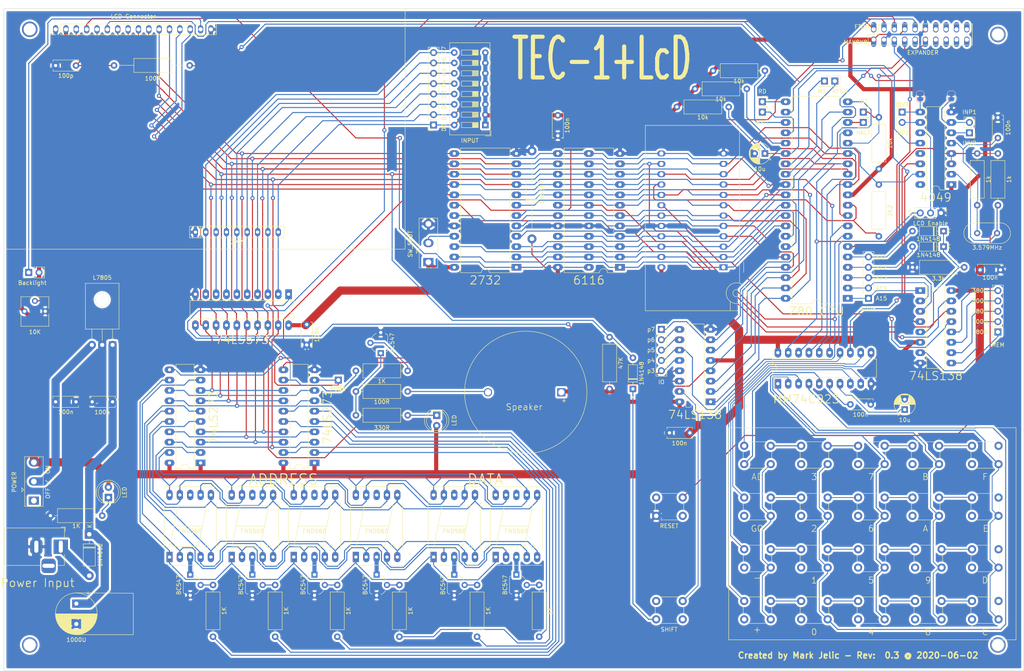
<source format=kicad_pcb>
(kicad_pcb (version 20171130) (host pcbnew "(5.1.5)-3")
  (title_block (title TEC+LcD) (date 2020-06-17) (rev 0.3) (company "Mark Jelic - 2020") (comment 1 "published in Talking Electronics Magazine, 1982") (comment 2 "Originally designed by John Hardy & Ken Stone") (comment 3 "Modelled on the TEC-1 rev.D with LCD add-on") (comment 4 "PCB layout created by Mark Jelic"))
  (layers (0 F.Cu signal) (31 B.Cu signal) (34 B.Paste user) (35 F.Paste user) (36 B.SilkS user) (37 F.SilkS user) (38 B.Mask user) (39 F.Mask user) (44 Edge.Cuts user))
  (net 0 "")
  (net 1 GND)
  (net 2 +5V)
  (net 3 "Net-(C6-Pad1)")
  (net 4 "Net-(C7-Pad1)")
  (net 5 "Net-(D1-Pad2)")
  (net 6 /D5)
  (net 7 "Net-(D7-Pad1)")
  (net 8 /G)
  (net 9 /F)
  (net 10 /A)
  (net 11 /B)
  (net 12 /DP)
  (net 13 /C)
  (net 14 /D)
  (net 15 /E)
  (net 16 "Net-(EX1-Pad18)")
  (net 17 "Net-(EX1-Pad21)")
  (net 18 "Net-(J2-Pad5)")
  (net 19 "Net-(J2-Pad3)")
  (net 20 "Net-(J2-Pad2)")
  (net 21 "Net-(J3-Pad5)")
  (net 22 "Net-(J3-Pad4)")
  (net 23 "Net-(J3-Pad3)")
  (net 24 "Net-(J3-Pad2)")
  (net 25 "Net-(J3-Pad1)")
  (net 26 "Net-(J5-Pad1)")
  (net 27 "Net-(J6-Pad1)")
  (net 28 "Net-(J7-Pad1)")
  (net 29 "Net-(J8-Pad1)")
  (net 30 "Net-(J9-Pad1)")
  (net 31 "Net-(J11-Pad20)")
  (net 32 "Net-(J11-Pad19)")
  (net 33 "Net-(J11-Pad18)")
  (net 34 "Net-(J11-Pad17)")
  (net 35 "Net-(J11-Pad16)")
  (net 36 "Net-(J11-Pad15)")
  (net 37 "Net-(J11-Pad14)")
  (net 38 "Net-(J11-Pad13)")
  (net 39 "Net-(J11-Pad12)")
  (net 40 "Net-(J11-Pad10)")
  (net 41 "Net-(J11-Pad8)")
  (net 42 "Net-(KEY1-Pad1)")
  (net 43 "Net-(KEY1-Pad2)")
  (net 44 "Net-(KEY2-Pad1)")
  (net 45 "Net-(KEY2-Pad2)")
  (net 46 "Net-(KEY3-Pad1)")
  (net 47 "Net-(KEY3-Pad2)")
  (net 48 "Net-(KEY4-Pad1)")
  (net 49 "Net-(KEY4-Pad2)")
  (net 50 "Net-(KEY5-Pad2)")
  (net 51 "Net-(KEY10-Pad4)")
  (net 52 "Net-(KEY10-Pad1)")
  (net 53 "Net-(KEY10-Pad2)")
  (net 54 "Net-(KEY11-Pad1)")
  (net 55 "Net-(KEY11-Pad2)")
  (net 56 "Net-(KEY12-Pad1)")
  (net 57 "Net-(KEY12-Pad2)")
  (net 58 "Net-(KEY13-Pad1)")
  (net 59 "Net-(KEY13-Pad2)")
  (net 60 "Net-(KEY14-Pad2)")
  (net 61 "Net-(KEY15-Pad2)")
  (net 62 "Net-(KEY16-Pad2)")
  (net 63 "Net-(KEY17-Pad2)")
  (net 64 "Net-(KEY18-Pad2)")
  (net 65 "Net-(KEY19-Pad2)")
  (net 66 "Net-(KEY20-Pad2)")
  (net 67 "Net-(KEY22-Pad2)")
  (net 68 "Net-(LED1-Pad1)")
  (net 69 "Net-(LED2-Pad1)")
  (net 70 "Net-(Q1-Pad2)")
  (net 71 "Net-(Q2-Pad2)")
  (net 72 "Net-(Q3-Pad2)")
  (net 73 "Net-(Q4-Pad2)")
  (net 74 "Net-(Q5-Pad2)")
  (net 75 "Net-(Q7-Pad1)")
  (net 76 "Net-(Q7-Pad2)")
  (net 77 "Net-(R4-Pad1)")
  (net 78 "Net-(R5-Pad2)")
  (net 79 "Net-(R8-Pad1)")
  (net 80 "Net-(R9-Pad1)")
  (net 81 "Net-(R10-Pad1)")
  (net 82 "Net-(R11-Pad1)")
  (net 83 "Net-(R12-Pad1)")
  (net 84 "Net-(R13-Pad1)")
  (net 85 "Net-(R15-Pad1)")
  (net 86 "Net-(U1-Pad20)")
  (net 87 "Net-(U2-Pad16)")
  (net 88 "Net-(U2-Pad14)")
  (net 89 "Net-(U2-Pad13)")
  (net 90 /A3)
  (net 91 /A2)
  (net 92 /A1)
  (net 93 /A0)
  (net 94 /D0)
  (net 95 /D1)
  (net 96 /D2)
  (net 97 /D3)
  (net 98 /D4)
  (net 99 "Net-(Q0-Pad2)")
  (net 100 "Net-(J12-Pad3)")
  (net 101 "Net-(J12-Pad2)")
  (net 102 "Net-(J12-Pad1)")
  (net 103 "Net-(C5-Pad1)")
  (net 104 /D6)
  (net 105 /D7)
  (net 106 /A10)
  (net 107 /A4)
  (net 108 /A9)
  (net 109 /A5)
  (net 110 /A8)
  (net 111 /A6)
  (net 112 /A7)
  (net 113 "Net-(KEY1-Pad4)")
  (net 114 "Net-(KEY1-Pad3)")
  (net 115 "Net-(KEY4-Pad3)")
  (net 116 "Net-(KEY5-Pad4)")
  (net 117 "Net-(KEY5-Pad3)")
  (net 118 "Net-(KEY12-Pad3)")
  (net 119 "Net-(KEY21-Pad1)")
  (net 120 "Net-(KEY22-Pad1)")
  (net 121 "Net-(R19-Pad1)")
  (net 122 "Net-(KEY13-Pad4)")
  (net 123 "Net-(KEY17-Pad4)")
  (net 124 "Net-(KEY2-Pad3)")
  (net 125 "Net-(KEY3-Pad3)")
  (net 126 "Net-(KEY6-Pad3)")
  (net 127 "Net-(KEY7-Pad3)")
  (net 128 "Net-(KEY8-Pad3)")
  (net 129 "Net-(KEY9-Pad3)")
  (net 130 "Net-(KEY10-Pad3)")
  (net 131 "Net-(KEY11-Pad3)")
  (net 132 "Net-(KEY13-Pad3)")
  (net 133 "Net-(KEY14-Pad3)")
  (net 134 "Net-(KEY15-Pad3)")
  (net 135 "Net-(KEY16-Pad3)")
  (net 136 "Net-(KEY17-Pad3)")
  (net 137 "Net-(KEY18-Pad3)")
  (net 138 "Net-(KEY19-Pad3)")
  (net 139 "Net-(KEY20-Pad3)")
  (net 140 "Net-(KEY21-Pad4)")
  (net 141 "Net-(KEY22-Pad4)")
  (net 142 "Net-(C3-Pad1)")
  (net 143 "Net-(C9-Pad2)")
  (net 144 "Net-(J13-Pad15)")
  (net 145 "Net-(J13-Pad6)")
  (net 146 "Net-(J13-Pad3)")
  (net 147 "Net-(JP1-Pad2)")
  (net 148 "Net-(R20-Pad1)")
  (net 149 "Net-(SW1-Pad1)")
  (net 150 "Net-(SW2-Pad2)")
  (net 151 "Net-(C1-Pad1)")
  (net 152 "Net-(C10-Pad1)")
  (net 153 "Net-(DIPSW1-Pad16)")
  (net 154 "Net-(DIPSW1-Pad14)")
  (net 155 "Net-(DIPSW1-Pad13)")
  (net 156 "Net-(DIPSW1-Pad12)")
  (net 157 "Net-(DIPSW1-Pad11)")
  (net 158 "Net-(DIPSW1-Pad10)")
  (net 159 "Net-(DIPSW1-Pad9)")
  (net 160 "Net-(J15-Pad1)")
  (net 161 "Net-(R21-Pad2)")
  (net 162 "Net-(R21-Pad1)")
  (net 163 "Net-(DIG1-Pad3)")
  (net 164 "Net-(DIG1-Pad8)")
  (net 165 "Net-(DIG2-Pad3)")
  (net 166 "Net-(DIG2-Pad8)")
  (net 167 "Net-(DIG3-Pad3)")
  (net 168 "Net-(DIG3-Pad8)")
  (net 169 "Net-(DIG4-Pad3)")
  (net 170 "Net-(DIG4-Pad8)")
  (net 171 "Net-(DIG5-Pad3)")
  (net 172 "Net-(DIG5-Pad8)")
  (net 173 "Net-(DIG6-Pad3)")
  (net 174 "Net-(DIG6-Pad8)")
  (net 175 "Net-(J15-Pad2)")
  (net 176 "Net-(J16-Pad2)")
  (net 177 "Net-(J16-Pad1)")
  (net 178 "Net-(U4-Pad14)")
  (net 179 "Net-(U4-Pad13)")
  (net 180 "Net-(D8-Pad2)")
  (net 181 "Net-(D8-Pad1)")
  (net 182 "Net-(D9-Pad2)")
  (net 183 /RX)
  (net 184 /CTS)
  (net 185 /TX)
  (net 186 "Net-(J2-Pad4)")
  (net 187 "Net-(U3-Pad14)")
  (net 188 "Net-(U3-Pad15)")
  (module "TEC Components:D_DO-41_SOD81_P22mm_Horizontal" (layer F.Cu) (at 205.74 95.885 90)
    (fp_text reference D2)
    (fp_text value 1N5817 (at 0 2.47 90) (layer F.SilkS))
    (fp_text user K (at -13.335 0 90) (layer F.SilkS))
    (pad 1 thru_hole oval (at -11.43 0 90) (size 2.2 2.2) (drill 1.1) (layers *.Cu *.Mask) (net 2 +5V))
    (pad 2 thru_hole oval (at 10.16 0 90) (size 2.2 2.2) (drill 1.1) (layers *.Cu *.Mask) (net 1 GND))
  )
  (module Connector_PinSocket_2.54mm:PinSocket_1x08_P2.54mm_Vertical (layer F.Cu) (at 181.61 79.375 180)
    (fp_text reference JI1)
    (fp_text value "D0 D1 D2 D3 D4 D5 D6 D7" (at -2.54 8.89 90) (layer F.SilkS))
    (pad 8 thru_hole oval (at 0 17.78 180) (size 1.7 1.7) (drill 1) (layers *.Cu *.Mask) (net 159 "Net-(DIPSW1-Pad9)"))
    (pad 7 thru_hole oval (at 0 15.24 180) (size 1.7 1.7) (drill 1) (layers *.Cu *.Mask) (net 158 "Net-(DIPSW1-Pad10)"))
    (pad 6 thru_hole oval (at 0 12.7 180) (size 1.7 1.7) (drill 1) (layers *.Cu *.Mask) (net 157 "Net-(DIPSW1-Pad11)"))
    (pad 5 thru_hole oval (at 0 10.16 180) (size 1.7 1.7) (drill 1) (layers *.Cu *.Mask) (net 156 "Net-(DIPSW1-Pad12)"))
    (pad 4 thru_hole oval (at 0 7.62 180) (size 1.7 1.7) (drill 1) (layers *.Cu *.Mask) (net 155 "Net-(DIPSW1-Pad13)"))
    (pad 3 thru_hole oval (at 0 5.08 180) (size 1.7 1.7) (drill 1) (layers *.Cu *.Mask) (net 154 "Net-(DIPSW1-Pad14)"))
    (pad 2 thru_hole oval (at 0 2.54 180) (size 1.7 1.7) (drill 1) (layers *.Cu *.Mask) (net 183 /RX))
    (pad 1 thru_hole rect (at 0 0 180) (size 1.7 1.7) (drill 1) (layers *.Cu *.Mask) (net 153 "Net-(DIPSW1-Pad16)"))
  )
  (module Sockets:DIP_Socket-24_W11.9_W12.7_W15.24_W17.78_W18.5_3M_224-1275-00-0602J (layer F.Cu) (at 252.73 114.3 180)
    (fp_text reference EX1)
    (fp_text value SOCKET)
    (pad 13 thru_hole oval (at 15.24 27.94 180) (size 2 1.44) (drill 1) (layers *.Cu *.Mask) (net 97 /D3))
    (pad 12 thru_hole oval (at 0 27.94 180) (size 2 1.44) (drill 1) (layers *.Cu *.Mask) (net 1 GND))
    (pad 14 thru_hole oval (at 15.24 25.4 180) (size 2 1.44) (drill 1) (layers *.Cu *.Mask) (net 98 /D4))
    (pad 11 thru_hole oval (at 0 25.4 180) (size 2 1.44) (drill 1) (layers *.Cu *.Mask) (net 96 /D2))
    (pad 15 thru_hole oval (at 15.24 22.86 180) (size 2 1.44) (drill 1) (layers *.Cu *.Mask) (net 6 /D5))
    (pad 10 thru_hole oval (at 0 22.86 180) (size 2 1.44) (drill 1) (layers *.Cu *.Mask) (net 95 /D1))
    (pad 16 thru_hole oval (at 15.24 20.32 180) (size 2 1.44) (drill 1) (layers *.Cu *.Mask) (net 104 /D6))
    (pad 9 thru_hole oval (at 0 20.32 180) (size 2 1.44) (drill 1) (layers *.Cu *.Mask) (net 94 /D0))
    (pad 17 thru_hole oval (at 15.24 17.78 180) (size 2 1.44) (drill 1) (layers *.Cu *.Mask) (net 105 /D7))
    (pad 8 thru_hole oval (at 0 17.78 180) (size 2 1.44) (drill 1) (layers *.Cu *.Mask) (net 93 /A0))
    (pad 18 thru_hole oval (at 15.24 15.24 180) (size 2 1.44) (drill 1) (layers *.Cu *.Mask) (net 16 "Net-(EX1-Pad18)"))
    (pad 7 thru_hole oval (at 0 15.24 180) (size 2 1.44) (drill 1) (layers *.Cu *.Mask) (net 92 /A1))
    (pad 19 thru_hole oval (at 15.24 12.7 180) (size 2 1.44) (drill 1) (layers *.Cu *.Mask) (net 106 /A10))
    (pad 6 thru_hole oval (at 0 12.7 180) (size 2 1.44) (drill 1) (layers *.Cu *.Mask) (net 91 /A2))
    (pad 20 thru_hole oval (at 15.24 10.16 180) (size 2 1.44) (drill 1) (layers *.Cu *.Mask) (net 1 GND))
    (pad 5 thru_hole oval (at 0 10.16 180) (size 2 1.44) (drill 1) (layers *.Cu *.Mask) (net 90 /A3))
    (pad 21 thru_hole oval (at 15.24 7.62 180) (size 2 1.44) (drill 1) (layers *.Cu *.Mask) (net 17 "Net-(EX1-Pad21)"))
    (pad 4 thru_hole oval (at 0 7.62 180) (size 2 1.44) (drill 1) (layers *.Cu *.Mask) (net 107 /A4))
    (pad 22 thru_hole oval (at 15.24 5.08 180) (size 2 1.44) (drill 1) (layers *.Cu *.Mask) (net 108 /A9))
    (pad 3 thru_hole oval (at 0 5.08 180) (size 2 1.44) (drill 1) (layers *.Cu *.Mask) (net 109 /A5))
    (pad 23 thru_hole oval (at 15.24 2.54 180) (size 2 1.44) (drill 1) (layers *.Cu *.Mask) (net 110 /A8))
    (pad 2 thru_hole oval (at 0 2.54 180) (size 2 1.44) (drill 1) (layers *.Cu *.Mask) (net 111 /A6))
    (pad 24 thru_hole oval (at 15.24 0 180) (size 2 1.44) (drill 1) (layers *.Cu *.Mask) (net 2 +5V))
    (pad 1 thru_hole rect (at 0 0 180) (size 2 1.44) (drill 1) (layers *.Cu *.Mask) (net 112 /A7))
  )
  (module Button_Switch_THT:SW_DIP_SPSTx08_Slide_9.78x22.5mm_W7.62mm_P2.54mm (layer F.Cu) (at 194.31 79.375 180)
    (fp_text reference DIPSW1)
    (fp_text value INPUT (at 3.81 -3.81) (layer F.SilkS))
    (pad 16 thru_hole oval (at 7.62 0 180) (size 1.6 1.6) (drill 0.8) (layers *.Cu *.Mask) (net 153 "Net-(DIPSW1-Pad16)"))
    (pad 8 thru_hole oval (at 0 17.78 180) (size 1.6 1.6) (drill 0.8) (layers *.Cu *.Mask) (net 2 +5V))
    (pad 15 thru_hole oval (at 7.62 2.54 180) (size 1.6 1.6) (drill 0.8) (layers *.Cu *.Mask) (net 183 /RX))
    (pad 7 thru_hole oval (at 0 15.24 180) (size 1.6 1.6) (drill 0.8) (layers *.Cu *.Mask) (net 2 +5V))
    (pad 14 thru_hole oval (at 7.62 5.08 180) (size 1.6 1.6) (drill 0.8) (layers *.Cu *.Mask) (net 154 "Net-(DIPSW1-Pad14)"))
    (pad 6 thru_hole oval (at 0 12.7 180) (size 1.6 1.6) (drill 0.8) (layers *.Cu *.Mask) (net 2 +5V))
    (pad 13 thru_hole oval (at 7.62 7.62 180) (size 1.6 1.6) (drill 0.8) (layers *.Cu *.Mask) (net 155 "Net-(DIPSW1-Pad13)"))
    (pad 5 thru_hole oval (at 0 10.16 180) (size 1.6 1.6) (drill 0.8) (layers *.Cu *.Mask) (net 2 +5V))
    (pad 12 thru_hole oval (at 7.62 10.16 180) (size 1.6 1.6) (drill 0.8) (layers *.Cu *.Mask) (net 156 "Net-(DIPSW1-Pad12)"))
    (pad 4 thru_hole oval (at 0 7.62 180) (size 1.6 1.6) (drill 0.8) (layers *.Cu *.Mask) (net 2 +5V))
    (pad 11 thru_hole oval (at 7.62 12.7 180) (size 1.6 1.6) (drill 0.8) (layers *.Cu *.Mask) (net 157 "Net-(DIPSW1-Pad11)"))
    (pad 3 thru_hole oval (at 0 5.08 180) (size 1.6 1.6) (drill 0.8) (layers *.Cu *.Mask) (net 2 +5V))
    (pad 10 thru_hole oval (at 7.62 15.24 180) (size 1.6 1.6) (drill 0.8) (layers *.Cu *.Mask) (net 158 "Net-(DIPSW1-Pad10)"))
    (pad 2 thru_hole oval (at 0 2.54 180) (size 1.6 1.6) (drill 0.8) (layers *.Cu *.Mask) (net 2 +5V))
    (pad 9 thru_hole oval (at 7.62 17.78 180) (size 1.6 1.6) (drill 0.8) (layers *.Cu *.Mask) (net 159 "Net-(DIPSW1-Pad9)"))
    (pad 1 thru_hole rect (at 0 0 180) (size 1.6 1.6) (drill 0.8) (layers *.Cu *.Mask) (net 2 +5V))
  )
  (module Capacitor_THT:C_Disc_D6.0mm_W2.5mm_P5.00mm (layer F.Cu) (at 320.675 114.935 180)
    (fp_text reference C12)
    (fp_text value 100n (at 2.54 -1.905) (layer F.SilkS))
    (pad 2 thru_hole circle (at 5 0 180) (size 1.6 1.6) (drill 0.8) (layers *.Cu *.Mask) (net 2 +5V))
    (pad 1 thru_hole circle (at 0 0 180) (size 1.6 1.6) (drill 0.8) (layers *.Cu *.Mask) (net 1 GND))
  )
  (module Capacitor_THT:C_Disc_D6.0mm_W2.5mm_P5.00mm (layer F.Cu) (at 150.495 133.35 90)
    (fp_text reference C11)
    (fp_text value 100n (at 2.5 2.5 90) (layer F.SilkS))
    (pad 2 thru_hole circle (at 5 0 90) (size 1.6 1.6) (drill 0.8) (layers *.Cu *.Mask) (net 2 +5V))
    (pad 1 thru_hole circle (at 0 0 90) (size 1.6 1.6) (drill 0.8) (layers *.Cu *.Mask) (net 1 GND))
  )
  (module MountingHole:MountingHole_3mm_Pad (layer F.Cu) (at 320.04 207.01)
    (fp_text reference REF** hide)
    (fp_text value MountingHole_3mm_Pad hide)
    (pad 4 thru_hole circle (at 0 0) (size 3.81 3.81) (drill 2.999999) (layers *.Cu *.Mask))
  )
  (module MountingHole:MountingHole_3mm_Pad (layer F.Cu) (at 320.04 57.15)
    (fp_text reference REF** hide)
    (fp_text value MountingHole_3mm_Pad hide)
    (pad 2 thru_hole circle (at 0 0) (size 3.81 3.81) (drill 2.999999) (layers *.Cu *.Mask))
  )
  (module MountingHole:MountingHole_3mm_Pad (layer F.Cu) (at 82.55 207.01)
    (fp_text reference REF** hide)
    (fp_text value MountingHole_3mm_Pad hide)
    (pad 1 thru_hole circle (at 0 0) (size 3.81 3.81) (drill 2.999999) (layers *.Cu *.Mask))
  )
  (module MountingHole:MountingHole_3mm_Pad (layer F.Cu) (at 82.55 55.88)
    (fp_text reference REF** hide)
    (fp_text value MountingHole_3mm_Pad)
    (pad 1 thru_hole circle (at 0 0) (size 3.81 3.81) (drill 2.999999) (layers *.Cu *.Mask))
  )
  (module "TEC Components:MagneticBuzzer_ProSignal_ABI-010-RC" (layer F.Cu) (at 203.962 144.9832 180)
    (fp_text reference SP1 hide)
    (fp_text value Speaker (at 0.127 -3.6068) (layer F.SilkS) (effects (font (size 1.524 1.524) (thickness 0.1524))))
    (fp_text user + (at -9.652 -2.032) (layer F.SilkS))
    (pad 1 thru_hole rect (at -9 0 180) (size 2 2) (drill 1.5) (layers *.Cu *.Mask) (net 2 +5V))
    (pad 2 thru_hole circle (at 9 0 180) (size 2 2) (drill 1.5) (layers *.Cu *.Mask) (net 85 "Net-(R15-Pad1)"))
  )
  (module Display_7Segment:7SegmentLED_LTS6760_LTS6780 (layer F.Cu) (at 116.84 185.42 90)
    (fp_text reference DIG1 hide)
    (fp_text value FND560 (at 6.35 5.08 180) (layer F.SilkS))
    (pad 1 thru_hole rect (at 0 0) (size 1.524 2.524) (drill 0.8) (layers *.Cu *.Mask) (net 15 /E))
    (pad 2 thru_hole oval (at 0 2.54) (size 1.524 2.524) (drill 0.8) (layers *.Cu *.Mask) (net 14 /D))
    (pad 3 thru_hole oval (at 0 5.08) (size 1.524 2.524) (drill 0.8) (layers *.Cu *.Mask) (net 163 "Net-(DIG1-Pad3)"))
    (pad 4 thru_hole oval (at 0 7.62) (size 1.524 2.524) (drill 0.8) (layers *.Cu *.Mask) (net 13 /C))
    (pad 5 thru_hole oval (at 0 10.16) (size 1.524 2.524) (drill 0.8) (layers *.Cu *.Mask) (net 12 /DP))
    (pad 6 thru_hole oval (at 15.24 10.16) (size 1.524 2.524) (drill 0.8) (layers *.Cu *.Mask) (net 11 /B))
    (pad 7 thru_hole oval (at 15.24 7.62) (size 1.524 2.524) (drill 0.8) (layers *.Cu *.Mask) (net 10 /A))
    (pad 8 thru_hole oval (at 15.24 5.08) (size 1.524 2.524) (drill 0.8) (layers *.Cu *.Mask) (net 164 "Net-(DIG1-Pad8)"))
    (pad 9 thru_hole oval (at 15.24 2.54) (size 1.524 2.524) (drill 0.8) (layers *.Cu *.Mask) (net 9 /F))
    (pad 10 thru_hole oval (at 15.24 0) (size 1.524 2.524) (drill 0.8) (layers *.Cu *.Mask) (net 8 /G))
  )
  (module Display_7Segment:7SegmentLED_LTS6760_LTS6780 (layer F.Cu) (at 132.08 185.42 90)
    (fp_text reference DIG2 hide)
    (fp_text value FND560 (at 6.35 5.08 180) (layer F.SilkS))
    (pad 1 thru_hole rect (at 0 0) (size 1.524 2.524) (drill 0.8) (layers *.Cu *.Mask) (net 15 /E))
    (pad 2 thru_hole oval (at 0 2.54) (size 1.524 2.524) (drill 0.8) (layers *.Cu *.Mask) (net 14 /D))
    (pad 3 thru_hole oval (at 0 5.08) (size 1.524 2.524) (drill 0.8) (layers *.Cu *.Mask) (net 165 "Net-(DIG2-Pad3)"))
    (pad 4 thru_hole oval (at 0 7.62) (size 1.524 2.524) (drill 0.8) (layers *.Cu *.Mask) (net 13 /C))
    (pad 5 thru_hole oval (at 0 10.16) (size 1.524 2.524) (drill 0.8) (layers *.Cu *.Mask) (net 12 /DP))
    (pad 6 thru_hole oval (at 15.24 10.16) (size 1.524 2.524) (drill 0.8) (layers *.Cu *.Mask) (net 11 /B))
    (pad 7 thru_hole oval (at 15.24 7.62) (size 1.524 2.524) (drill 0.8) (layers *.Cu *.Mask) (net 10 /A))
    (pad 8 thru_hole oval (at 15.24 5.08) (size 1.524 2.524) (drill 0.8) (layers *.Cu *.Mask) (net 166 "Net-(DIG2-Pad8)"))
    (pad 9 thru_hole oval (at 15.24 2.54) (size 1.524 2.524) (drill 0.8) (layers *.Cu *.Mask) (net 9 /F))
    (pad 10 thru_hole oval (at 15.24 0) (size 1.524 2.524) (drill 0.8) (layers *.Cu *.Mask) (net 8 /G))
  )
  (module Display_7Segment:7SegmentLED_LTS6760_LTS6780 (layer F.Cu) (at 147.32 185.42 90)
    (fp_text reference DIG3 hide)
    (fp_text value FND560 (at 6.35 5.08 180) (layer F.SilkS))
    (pad 1 thru_hole rect (at 0 0) (size 1.524 2.524) (drill 0.8) (layers *.Cu *.Mask) (net 15 /E))
    (pad 2 thru_hole oval (at 0 2.54) (size 1.524 2.524) (drill 0.8) (layers *.Cu *.Mask) (net 14 /D))
    (pad 3 thru_hole oval (at 0 5.08) (size 1.524 2.524) (drill 0.8) (layers *.Cu *.Mask) (net 167 "Net-(DIG3-Pad3)"))
    (pad 4 thru_hole oval (at 0 7.62) (size 1.524 2.524) (drill 0.8) (layers *.Cu *.Mask) (net 13 /C))
    (pad 5 thru_hole oval (at 0 10.16) (size 1.524 2.524) (drill 0.8) (layers *.Cu *.Mask) (net 12 /DP))
    (pad 6 thru_hole oval (at 15.24 10.16) (size 1.524 2.524) (drill 0.8) (layers *.Cu *.Mask) (net 11 /B))
    (pad 7 thru_hole oval (at 15.24 7.62) (size 1.524 2.524) (drill 0.8) (layers *.Cu *.Mask) (net 10 /A))
    (pad 8 thru_hole oval (at 15.24 5.08) (size 1.524 2.524) (drill 0.8) (layers *.Cu *.Mask) (net 168 "Net-(DIG3-Pad8)"))
    (pad 9 thru_hole oval (at 15.24 2.54) (size 1.524 2.524) (drill 0.8) (layers *.Cu *.Mask) (net 9 /F))
    (pad 10 thru_hole oval (at 15.24 0) (size 1.524 2.524) (drill 0.8) (layers *.Cu *.Mask) (net 8 /G))
  )
  (module Display_7Segment:7SegmentLED_LTS6760_LTS6780 (layer F.Cu) (at 162.56 185.42 90)
    (fp_text reference DIG4 hide)
    (fp_text value FND560 (at 6.35 5.08 180) (layer F.SilkS))
    (pad 1 thru_hole rect (at 0 0) (size 1.524 2.524) (drill 0.8) (layers *.Cu *.Mask) (net 15 /E))
    (pad 2 thru_hole oval (at 0 2.54) (size 1.524 2.524) (drill 0.8) (layers *.Cu *.Mask) (net 14 /D))
    (pad 3 thru_hole oval (at 0 5.08) (size 1.524 2.524) (drill 0.8) (layers *.Cu *.Mask) (net 169 "Net-(DIG4-Pad3)"))
    (pad 4 thru_hole oval (at 0 7.62) (size 1.524 2.524) (drill 0.8) (layers *.Cu *.Mask) (net 13 /C))
    (pad 5 thru_hole oval (at 0 10.16) (size 1.524 2.524) (drill 0.8) (layers *.Cu *.Mask) (net 12 /DP))
    (pad 6 thru_hole oval (at 15.24 10.16) (size 1.524 2.524) (drill 0.8) (layers *.Cu *.Mask) (net 11 /B))
    (pad 7 thru_hole oval (at 15.24 7.62) (size 1.524 2.524) (drill 0.8) (layers *.Cu *.Mask) (net 10 /A))
    (pad 8 thru_hole oval (at 15.24 5.08) (size 1.524 2.524) (drill 0.8) (layers *.Cu *.Mask) (net 170 "Net-(DIG4-Pad8)"))
    (pad 9 thru_hole oval (at 15.24 2.54) (size 1.524 2.524) (drill 0.8) (layers *.Cu *.Mask) (net 9 /F))
    (pad 10 thru_hole oval (at 15.24 0) (size 1.524 2.524) (drill 0.8) (layers *.Cu *.Mask) (net 8 /G))
  )
  (module Display_7Segment:7SegmentLED_LTS6760_LTS6780 (layer F.Cu) (at 181.61 185.42 90)
    (fp_text reference DIG5)
    (fp_text value FND560 (at 6.35 5.08 180) (layer F.SilkS))
    (pad 1 thru_hole rect (at 0 0) (size 1.524 2.524) (drill 0.8) (layers *.Cu *.Mask) (net 15 /E))
    (pad 2 thru_hole oval (at 0 2.54) (size 1.524 2.524) (drill 0.8) (layers *.Cu *.Mask) (net 14 /D))
    (pad 3 thru_hole oval (at 0 5.08) (size 1.524 2.524) (drill 0.8) (layers *.Cu *.Mask) (net 171 "Net-(DIG5-Pad3)"))
    (pad 4 thru_hole oval (at 0 7.62) (size 1.524 2.524) (drill 0.8) (layers *.Cu *.Mask) (net 13 /C))
    (pad 5 thru_hole oval (at 0 10.16) (size 1.524 2.524) (drill 0.8) (layers *.Cu *.Mask) (net 12 /DP))
    (pad 6 thru_hole oval (at 15.24 10.16) (size 1.524 2.524) (drill 0.8) (layers *.Cu *.Mask) (net 11 /B))
    (pad 7 thru_hole oval (at 15.24 7.62) (size 1.524 2.524) (drill 0.8) (layers *.Cu *.Mask) (net 10 /A))
    (pad 8 thru_hole oval (at 15.24 5.08) (size 1.524 2.524) (drill 0.8) (layers *.Cu *.Mask) (net 172 "Net-(DIG5-Pad8)"))
    (pad 9 thru_hole oval (at 15.24 2.54) (size 1.524 2.524) (drill 0.8) (layers *.Cu *.Mask) (net 9 /F))
    (pad 10 thru_hole oval (at 15.24 0) (size 1.524 2.524) (drill 0.8) (layers *.Cu *.Mask) (net 8 /G))
  )
  (module Display_7Segment:7SegmentLED_LTS6760_LTS6780 (layer F.Cu) (at 196.85 185.42 90)
    (fp_text reference DIG6)
    (fp_text value FND560 (at 6.35 5.08 180) (layer F.SilkS))
    (pad 1 thru_hole rect (at 0 0) (size 1.524 2.524) (drill 0.8) (layers *.Cu *.Mask) (net 15 /E))
    (pad 2 thru_hole oval (at 0 2.54) (size 1.524 2.524) (drill 0.8) (layers *.Cu *.Mask) (net 14 /D))
    (pad 3 thru_hole oval (at 0 5.08) (size 1.524 2.524) (drill 0.8) (layers *.Cu *.Mask) (net 173 "Net-(DIG6-Pad3)"))
    (pad 4 thru_hole oval (at 0 7.62) (size 1.524 2.524) (drill 0.8) (layers *.Cu *.Mask) (net 13 /C))
    (pad 5 thru_hole oval (at 0 10.16) (size 1.524 2.524) (drill 0.8) (layers *.Cu *.Mask) (net 12 /DP))
    (pad 6 thru_hole oval (at 15.24 10.16) (size 1.524 2.524) (drill 0.8) (layers *.Cu *.Mask) (net 11 /B))
    (pad 7 thru_hole oval (at 15.24 7.62) (size 1.524 2.524) (drill 0.8) (layers *.Cu *.Mask) (net 10 /A))
    (pad 8 thru_hole oval (at 15.24 5.08) (size 1.524 2.524) (drill 0.8) (layers *.Cu *.Mask) (net 174 "Net-(DIG6-Pad8)"))
    (pad 9 thru_hole oval (at 15.24 2.54) (size 1.524 2.524) (drill 0.8) (layers *.Cu *.Mask) (net 9 /F))
    (pad 10 thru_hole oval (at 15.24 0) (size 1.524 2.524) (drill 0.8) (layers *.Cu *.Mask) (net 8 /G))
  )
  (module Connector_PinHeader_2.54mm:PinHeader_1x03_P2.54mm_Vertical (layer F.Cu) (at 306.07 100.965 270)
    (fp_text reference JP1 hide)
    (fp_text value "LCD Enable" (at 2.54 2.54 180) (layer F.SilkS))
    (fp_text user en (at 0 7.62 270) (layer F.SilkS))
    (pad 3 thru_hole oval (at 0 5.08 270) (size 1.7 1.7) (drill 1) (layers *.Cu *.Mask) (net 186 "Net-(J2-Pad4)"))
    (pad 2 thru_hole oval (at 0 2.54 270) (size 1.7 1.7) (drill 1) (layers *.Cu *.Mask) (net 147 "Net-(JP1-Pad2)"))
    (pad 1 thru_hole rect (at 0 0 270) (size 1.7 1.7) (drill 1) (layers *.Cu *.Mask) (net 1 GND))
  )
  (module Package_DIP:DIP-40_W15.24mm_LongPads (layer F.Cu) (at 283.21 121.92 180)
    (fp_text reference U1 hide)
    (fp_text value "Z80 CPU" (at 7.62 -3.175) (layer F.SilkS) (effects (font (size 2.032 2.032) (thickness 0.2032))))
    (pad 40 thru_hole oval (at 15.24 0 180) (size 2.4 1.6) (drill 0.8) (layers *.Cu *.Mask) (net 93 /A0))
    (pad 20 thru_hole oval (at 0 48.26 180) (size 2.4 1.6) (drill 0.8) (layers *.Cu *.Mask) (net 86 "Net-(U1-Pad20)"))
    (pad 39 thru_hole oval (at 15.24 2.54 180) (size 2.4 1.6) (drill 0.8) (layers *.Cu *.Mask) (net 92 /A1))
    (pad 19 thru_hole oval (at 0 45.72 180) (size 2.4 1.6) (drill 0.8) (layers *.Cu *.Mask) (net 17 "Net-(EX1-Pad21)"))
    (pad 38 thru_hole oval (at 15.24 5.08 180) (size 2.4 1.6) (drill 0.8) (layers *.Cu *.Mask) (net 91 /A2))
    (pad 18 thru_hole oval (at 0 43.18 180) (size 2.4 1.6) (drill 0.8) (layers *.Cu *.Mask) (net 29 "Net-(J8-Pad1)"))
    (pad 37 thru_hole oval (at 15.24 7.62 180) (size 2.4 1.6) (drill 0.8) (layers *.Cu *.Mask) (net 90 /A3))
    (pad 17 thru_hole oval (at 0 40.64 180) (size 2.4 1.6) (drill 0.8) (layers *.Cu *.Mask) (net 121 "Net-(R19-Pad1)"))
    (pad 36 thru_hole oval (at 15.24 10.16 180) (size 2.4 1.6) (drill 0.8) (layers *.Cu *.Mask) (net 107 /A4))
    (pad 16 thru_hole oval (at 0 38.1 180) (size 2.4 1.6) (drill 0.8) (layers *.Cu *.Mask) (net 39 "Net-(J11-Pad12)"))
    (pad 35 thru_hole oval (at 15.24 12.7 180) (size 2.4 1.6) (drill 0.8) (layers *.Cu *.Mask) (net 109 /A5))
    (pad 15 thru_hole oval (at 0 35.56 180) (size 2.4 1.6) (drill 0.8) (layers *.Cu *.Mask) (net 95 /D1))
    (pad 34 thru_hole oval (at 15.24 15.24 180) (size 2.4 1.6) (drill 0.8) (layers *.Cu *.Mask) (net 111 /A6))
    (pad 14 thru_hole oval (at 0 33.02 180) (size 2.4 1.6) (drill 0.8) (layers *.Cu *.Mask) (net 94 /D0))
    (pad 33 thru_hole oval (at 15.24 17.78 180) (size 2.4 1.6) (drill 0.8) (layers *.Cu *.Mask) (net 112 /A7))
    (pad 13 thru_hole oval (at 0 30.48 180) (size 2.4 1.6) (drill 0.8) (layers *.Cu *.Mask) (net 105 /D7))
    (pad 32 thru_hole oval (at 15.24 20.32 180) (size 2.4 1.6) (drill 0.8) (layers *.Cu *.Mask) (net 110 /A8))
    (pad 12 thru_hole oval (at 0 27.94 180) (size 2.4 1.6) (drill 0.8) (layers *.Cu *.Mask) (net 96 /D2))
    (pad 31 thru_hole oval (at 15.24 22.86 180) (size 2.4 1.6) (drill 0.8) (layers *.Cu *.Mask) (net 108 /A9))
    (pad 11 thru_hole oval (at 0 25.4 180) (size 2.4 1.6) (drill 0.8) (layers *.Cu *.Mask) (net 2 +5V))
    (pad 30 thru_hole oval (at 15.24 25.4 180) (size 2.4 1.6) (drill 0.8) (layers *.Cu *.Mask) (net 106 /A10))
    (pad 10 thru_hole oval (at 0 22.86 180) (size 2.4 1.6) (drill 0.8) (layers *.Cu *.Mask) (net 104 /D6))
    (pad 29 thru_hole oval (at 15.24 27.94 180) (size 2.4 1.6) (drill 0.8) (layers *.Cu *.Mask) (net 1 GND))
    (pad 9 thru_hole oval (at 0 20.32 180) (size 2.4 1.6) (drill 0.8) (layers *.Cu *.Mask) (net 6 /D5))
    (pad 28 thru_hole oval (at 15.24 30.48 180) (size 2.4 1.6) (drill 0.8) (layers *.Cu *.Mask) (net 27 "Net-(J6-Pad1)"))
    (pad 8 thru_hole oval (at 0 17.78 180) (size 2.4 1.6) (drill 0.8) (layers *.Cu *.Mask) (net 97 /D3))
    (pad 27 thru_hole oval (at 15.24 33.02 180) (size 2.4 1.6) (drill 0.8) (layers *.Cu *.Mask) (net 26 "Net-(J5-Pad1)"))
    (pad 7 thru_hole oval (at 0 15.24 180) (size 2.4 1.6) (drill 0.8) (layers *.Cu *.Mask) (net 98 /D4))
    (pad 26 thru_hole oval (at 15.24 35.56 180) (size 2.4 1.6) (drill 0.8) (layers *.Cu *.Mask) (net 103 "Net-(C5-Pad1)"))
    (pad 6 thru_hole oval (at 0 12.7 180) (size 2.4 1.6) (drill 0.8) (layers *.Cu *.Mask) (net 161 "Net-(R21-Pad2)"))
    (pad 25 thru_hole oval (at 15.24 38.1 180) (size 2.4 1.6) (drill 0.8) (layers *.Cu *.Mask) (net 77 "Net-(R4-Pad1)"))
    (pad 5 thru_hole oval (at 0 10.16 180) (size 2.4 1.6) (drill 0.8) (layers *.Cu *.Mask) (net 182 "Net-(D9-Pad2)"))
    (pad 24 thru_hole oval (at 15.24 40.64 180) (size 2.4 1.6) (drill 0.8) (layers *.Cu *.Mask) (net 28 "Net-(J7-Pad1)"))
    (pad 4 thru_hole oval (at 0 7.62 180) (size 2.4 1.6) (drill 0.8) (layers *.Cu *.Mask) (net 180 "Net-(D8-Pad2)"))
    (pad 23 thru_hole oval (at 15.24 43.18 180) (size 2.4 1.6) (drill 0.8) (layers *.Cu *.Mask) (net 78 "Net-(R5-Pad2)"))
    (pad 3 thru_hole oval (at 0 5.08 180) (size 2.4 1.6) (drill 0.8) (layers *.Cu *.Mask) (net 100 "Net-(J12-Pad3)"))
    (pad 22 thru_hole oval (at 15.24 45.72 180) (size 2.4 1.6) (drill 0.8) (layers *.Cu *.Mask) (net 148 "Net-(R20-Pad1)"))
    (pad 2 thru_hole oval (at 0 2.54 180) (size 2.4 1.6) (drill 0.8) (layers *.Cu *.Mask) (net 101 "Net-(J12-Pad2)"))
    (pad 21 thru_hole oval (at 15.24 48.26 180) (size 2.4 1.6) (drill 0.8) (layers *.Cu *.Mask) (net 30 "Net-(J9-Pad1)"))
    (pad 1 thru_hole rect (at 0 0 180) (size 2.4 1.6) (drill 0.8) (layers *.Cu *.Mask) (net 102 "Net-(J12-Pad1)"))
  )
  (module Connector_PinSocket_2.54mm:PinSocket_2x10_P2.54mm_Vertical (layer F.Cu) (at 289.56 55.88 90)
    (fp_text reference J11 hide)
    (fp_text value EXPANDER (at -5.715 12.065 180) (layer F.SilkS))
    (fp_text user FTDI (at 0.635 -3.175 180) (layer F.SilkS))
    (fp_text user MAX8X8 (at -3.175 -4.445 180) (layer F.SilkS))
    (pad 20 thru_hole oval (at -2.54 22.86 90) (size 2.54 1.27) (drill 1 (offset -0.508 0)) (layers *.Cu *.Mask) (net 31 "Net-(J11-Pad20)"))
    (pad 19 thru_hole oval (at 0 22.86 90) (size 2.54 1.27) (drill 1 (offset 0.508 0)) (layers *.Cu *.Mask) (net 32 "Net-(J11-Pad19)"))
    (pad 18 thru_hole oval (at -2.54 20.32 90) (size 2.54 1.27) (drill 1 (offset -0.508 0)) (layers *.Cu *.Mask) (net 33 "Net-(J11-Pad18)"))
    (pad 17 thru_hole oval (at 0 20.32 90) (size 2.54 1.27) (drill 1 (offset 0.508 0)) (layers *.Cu *.Mask) (net 34 "Net-(J11-Pad17)"))
    (pad 16 thru_hole oval (at -2.54 17.78 90) (size 2.54 1.27) (drill 1 (offset -0.508 0)) (layers *.Cu *.Mask) (net 35 "Net-(J11-Pad16)"))
    (pad 15 thru_hole oval (at 0 17.78 90) (size 2.54 1.27) (drill 1 (offset 0.508 0)) (layers *.Cu *.Mask) (net 36 "Net-(J11-Pad15)"))
    (pad 14 thru_hole oval (at -2.54 15.24 90) (size 2.54 1.27) (drill 1 (offset -0.508 0)) (layers *.Cu *.Mask) (net 37 "Net-(J11-Pad14)"))
    (pad 13 thru_hole oval (at 0 15.24 90) (size 2.54 1.27) (drill 1 (offset 0.508 0)) (layers *.Cu *.Mask) (net 38 "Net-(J11-Pad13)"))
    (pad 12 thru_hole oval (at -2.54 12.7 90) (size 2.54 1.27) (drill 1 (offset -0.508 0)) (layers *.Cu *.Mask) (net 39 "Net-(J11-Pad12)"))
    (pad 11 thru_hole oval (at 0 12.7 90) (size 2.54 1.27) (drill 1 (offset 0.508 0)) (layers *.Cu *.Mask) (net 1 GND))
    (pad 10 thru_hole oval (at -2.54 10.16 90) (size 2.54 1.27) (drill 1 (offset -0.508 0)) (layers *.Cu *.Mask) (net 40 "Net-(J11-Pad10)"))
    (pad 9 thru_hole oval (at 0 10.16 90) (size 2.54 1.27) (drill 1 (offset 0.508 0)) (layers *.Cu *.Mask) (net 184 /CTS))
    (pad 8 thru_hole oval (at -2.54 7.62 90) (size 2.54 1.27) (drill 1 (offset -0.508 0)) (layers *.Cu *.Mask) (net 41 "Net-(J11-Pad8)"))
    (pad 7 thru_hole oval (at 0 7.62 90) (size 2.54 1.27) (drill 1 (offset 0.508 0)) (layers *.Cu *.Mask) (net 2 +5V))
    (pad 6 thru_hole oval (at -2.54 5.08 90) (size 2.54 1.27) (drill 1 (offset -0.508 0)) (layers *.Cu *.Mask) (net 94 /D0))
    (pad 5 thru_hole oval (at 0 5.08 90) (size 2.54 1.27) (drill 1 (offset 0.508 0)) (layers *.Cu *.Mask) (net 185 /TX))
    (pad 4 thru_hole oval (at -2.54 2.54 90) (size 2.54 1.27) (drill 1 (offset -0.508 0)) (layers *.Cu *.Mask) (net 1 GND))
    (pad 3 thru_hole oval (at 0 2.54 90) (size 2.54 1.27) (drill 1 (offset 0.508 0)) (layers *.Cu *.Mask) (net 183 /RX))
    (pad 2 thru_hole oval (at -2.54 0 90) (size 2.54 1.27) (drill 1 (offset -0.508 0)) (layers *.Cu *.Mask) (net 2 +5V))
    (pad 1 thru_hole oval (at 0 0 90) (size 2.54 1.27) (drill 1 (offset 0.508 0)) (layers *.Cu *.Mask) (net 153 "Net-(DIPSW1-Pad16)"))
  )
  (module Package_DIP:DIP-24_W15.24mm_LongPads (layer F.Cu) (at 201.93 114.3 180)
    (fp_text reference U5 hide)
    (fp_text value 2732 (at 7.62 -3.175) (layer F.SilkS) (effects (font (size 2.032 2.032) (thickness 0.2032))))
    (pad 24 thru_hole oval (at 15.24 0 180) (size 2.4 1.6) (drill 0.8) (layers *.Cu *.Mask) (net 2 +5V))
    (pad 12 thru_hole oval (at 0 27.94 180) (size 2.4 1.6) (drill 0.8) (layers *.Cu *.Mask) (net 1 GND))
    (pad 23 thru_hole oval (at 15.24 2.54 180) (size 2.4 1.6) (drill 0.8) (layers *.Cu *.Mask) (net 110 /A8))
    (pad 11 thru_hole oval (at 0 25.4 180) (size 2.4 1.6) (drill 0.8) (layers *.Cu *.Mask) (net 96 /D2))
    (pad 22 thru_hole oval (at 15.24 5.08 180) (size 2.4 1.6) (drill 0.8) (layers *.Cu *.Mask) (net 108 /A9))
    (pad 10 thru_hole oval (at 0 22.86 180) (size 2.4 1.6) (drill 0.8) (layers *.Cu *.Mask) (net 95 /D1))
    (pad 21 thru_hole oval (at 15.24 7.62 180) (size 2.4 1.6) (drill 0.8) (layers *.Cu *.Mask) (net 150 "Net-(SW2-Pad2)"))
    (pad 9 thru_hole oval (at 0 20.32 180) (size 2.4 1.6) (drill 0.8) (layers *.Cu *.Mask) (net 94 /D0))
    (pad 20 thru_hole oval (at 15.24 10.16 180) (size 2.4 1.6) (drill 0.8) (layers *.Cu *.Mask) (net 1 GND))
    (pad 8 thru_hole oval (at 0 17.78 180) (size 2.4 1.6) (drill 0.8) (layers *.Cu *.Mask) (net 93 /A0))
    (pad 19 thru_hole oval (at 15.24 12.7 180) (size 2.4 1.6) (drill 0.8) (layers *.Cu *.Mask) (net 106 /A10))
    (pad 7 thru_hole oval (at 0 15.24 180) (size 2.4 1.6) (drill 0.8) (layers *.Cu *.Mask) (net 92 /A1))
    (pad 18 thru_hole oval (at 15.24 15.24 180) (size 2.4 1.6) (drill 0.8) (layers *.Cu *.Mask) (net 188 "Net-(U3-Pad15)"))
    (pad 6 thru_hole oval (at 0 12.7 180) (size 2.4 1.6) (drill 0.8) (layers *.Cu *.Mask) (net 91 /A2))
    (pad 17 thru_hole oval (at 15.24 17.78 180) (size 2.4 1.6) (drill 0.8) (layers *.Cu *.Mask) (net 105 /D7))
    (pad 5 thru_hole oval (at 0 10.16 180) (size 2.4 1.6) (drill 0.8) (layers *.Cu *.Mask) (net 90 /A3))
    (pad 16 thru_hole oval (at 15.24 20.32 180) (size 2.4 1.6) (drill 0.8) (layers *.Cu *.Mask) (net 104 /D6))
    (pad 4 thru_hole oval (at 0 7.62 180) (size 2.4 1.6) (drill 0.8) (layers *.Cu *.Mask) (net 107 /A4))
    (pad 15 thru_hole oval (at 15.24 22.86 180) (size 2.4 1.6) (drill 0.8) (layers *.Cu *.Mask) (net 6 /D5))
    (pad 3 thru_hole oval (at 0 5.08 180) (size 2.4 1.6) (drill 0.8) (layers *.Cu *.Mask) (net 109 /A5))
    (pad 14 thru_hole oval (at 15.24 25.4 180) (size 2.4 1.6) (drill 0.8) (layers *.Cu *.Mask) (net 98 /D4))
    (pad 2 thru_hole oval (at 0 2.54 180) (size 2.4 1.6) (drill 0.8) (layers *.Cu *.Mask) (net 111 /A6))
    (pad 13 thru_hole oval (at 15.24 27.94 180) (size 2.4 1.6) (drill 0.8) (layers *.Cu *.Mask) (net 97 /D3))
    (pad 1 thru_hole rect (at 0 0 180) (size 2.4 1.6) (drill 0.8) (layers *.Cu *.Mask) (net 112 /A7))
  )
  (module Package_DIP:DIP-20_W7.62mm_LongPads (layer F.Cu) (at 146.05 120.904 270)
    (fp_text reference U11 hide)
    (fp_text value 74LS573 (at 11.176 11.43 180) (layer F.SilkS) (effects (font (size 2.032 2.032) (thickness 0.2032))))
    (pad 20 thru_hole oval (at 7.62 0 270) (size 2.4 1.6) (drill 0.8) (layers *.Cu *.Mask) (net 2 +5V))
    (pad 10 thru_hole oval (at 0 22.86 270) (size 2.4 1.6) (drill 0.8) (layers *.Cu *.Mask) (net 1 GND))
    (pad 19 thru_hole oval (at 7.62 2.54 270) (size 2.4 1.6) (drill 0.8) (layers *.Cu *.Mask) (net 94 /D0))
    (pad 9 thru_hole oval (at 0 20.32 270) (size 2.4 1.6) (drill 0.8) (layers *.Cu *.Mask) (net 159 "Net-(DIPSW1-Pad9)"))
    (pad 18 thru_hole oval (at 7.62 5.08 270) (size 2.4 1.6) (drill 0.8) (layers *.Cu *.Mask) (net 95 /D1))
    (pad 8 thru_hole oval (at 0 17.78 270) (size 2.4 1.6) (drill 0.8) (layers *.Cu *.Mask) (net 158 "Net-(DIPSW1-Pad10)"))
    (pad 17 thru_hole oval (at 7.62 7.62 270) (size 2.4 1.6) (drill 0.8) (layers *.Cu *.Mask) (net 96 /D2))
    (pad 7 thru_hole oval (at 0 15.24 270) (size 2.4 1.6) (drill 0.8) (layers *.Cu *.Mask) (net 157 "Net-(DIPSW1-Pad11)"))
    (pad 16 thru_hole oval (at 7.62 10.16 270) (size 2.4 1.6) (drill 0.8) (layers *.Cu *.Mask) (net 97 /D3))
    (pad 6 thru_hole oval (at 0 12.7 270) (size 2.4 1.6) (drill 0.8) (layers *.Cu *.Mask) (net 156 "Net-(DIPSW1-Pad12)"))
    (pad 15 thru_hole oval (at 7.62 12.7 270) (size 2.4 1.6) (drill 0.8) (layers *.Cu *.Mask) (net 98 /D4))
    (pad 5 thru_hole oval (at 0 10.16 270) (size 2.4 1.6) (drill 0.8) (layers *.Cu *.Mask) (net 155 "Net-(DIPSW1-Pad13)"))
    (pad 14 thru_hole oval (at 7.62 15.24 270) (size 2.4 1.6) (drill 0.8) (layers *.Cu *.Mask) (net 6 /D5))
    (pad 4 thru_hole oval (at 0 7.62 270) (size 2.4 1.6) (drill 0.8) (layers *.Cu *.Mask) (net 154 "Net-(DIPSW1-Pad14)"))
    (pad 13 thru_hole oval (at 7.62 17.78 270) (size 2.4 1.6) (drill 0.8) (layers *.Cu *.Mask) (net 104 /D6))
    (pad 3 thru_hole oval (at 0 5.08 270) (size 2.4 1.6) (drill 0.8) (layers *.Cu *.Mask) (net 183 /RX))
    (pad 12 thru_hole oval (at 7.62 20.32 270) (size 2.4 1.6) (drill 0.8) (layers *.Cu *.Mask) (net 105 /D7))
    (pad 2 thru_hole oval (at 0 2.54 270) (size 2.4 1.6) (drill 0.8) (layers *.Cu *.Mask) (net 153 "Net-(DIPSW1-Pad16)"))
    (pad 11 thru_hole oval (at 7.62 22.86 270) (size 2.4 1.6) (drill 0.8) (layers *.Cu *.Mask) (net 18 "Net-(J2-Pad5)"))
    (pad 1 thru_hole rect (at 0 0 270) (size 2.4 1.6) (drill 0.8) (layers *.Cu *.Mask) (net 86 "Net-(U1-Pad20)"))
  )
  (module Resistor_THT:R_Array_SIP9 (layer F.Cu) (at 123.19 105.664)
    (fp_text reference RN1 hide)
    (fp_text value 2K2 (at 10.16 2.4) (layer F.SilkS))
    (pad 9 thru_hole oval (at 20.32 0) (size 1.27 2.032) (drill 0.8) (layers *.Cu *.Mask) (net 153 "Net-(DIPSW1-Pad16)"))
    (pad 8 thru_hole oval (at 17.78 0) (size 1.27 2.032) (drill 0.8) (layers *.Cu *.Mask) (net 183 /RX))
    (pad 7 thru_hole oval (at 15.24 0) (size 1.27 2.032) (drill 0.8) (layers *.Cu *.Mask) (net 154 "Net-(DIPSW1-Pad14)"))
    (pad 6 thru_hole oval (at 12.7 0) (size 1.27 2.032) (drill 0.8) (layers *.Cu *.Mask) (net 155 "Net-(DIPSW1-Pad13)"))
    (pad 5 thru_hole oval (at 10.16 0) (size 1.27 2.032) (drill 0.8) (layers *.Cu *.Mask) (net 156 "Net-(DIPSW1-Pad12)"))
    (pad 4 thru_hole oval (at 7.62 0) (size 1.27 2.032) (drill 0.8) (layers *.Cu *.Mask) (net 157 "Net-(DIPSW1-Pad11)"))
    (pad 3 thru_hole oval (at 5.08 0) (size 1.27 2.032) (drill 0.8) (layers *.Cu *.Mask) (net 158 "Net-(DIPSW1-Pad10)"))
    (pad 2 thru_hole oval (at 2.54 0) (size 1.27 2.032) (drill 0.8) (layers *.Cu *.Mask) (net 159 "Net-(DIPSW1-Pad9)"))
    (pad 1 thru_hole oval (at 0 0) (size 1.27 2.032) (drill 0.8) (layers *.Cu *.Mask) (net 1 GND))
  )
  (module "TEC Components:R_Axial_DIN0309_L9.0mm_D3.2mm_P18mm_Horizontal" (layer F.Cu) (at 121.793 64.7446 180)
    (fp_text reference R20 hide)
    (fp_text value 100R (at 9.0678 -3.2004 180) (layer F.SilkS))
    (pad 1 thru_hole circle (at 0 0 180) (size 1.6 1.6) (drill 0.8) (layers *.Cu *.Mask) (net 148 "Net-(R20-Pad1)"))
    (pad 2 thru_hole oval (at 18.5674 0 180) (size 1.6 1.6) (drill 0.8) (layers *.Cu *.Mask) (net 143 "Net-(C9-Pad2)"))
  )
  (module Package_DIP:DIP-20_W7.62mm_LongPads (layer F.Cu) (at 124.46 162.306 180)
    (fp_text reference U8 hide)
    (fp_text value 74LS273 (at -3.175 11.176 90) (layer F.SilkS) (effects (font (size 2.032 2.032) (thickness 0.2032))))
    (pad 20 thru_hole oval (at 7.62 0 180) (size 2.4 1.6) (drill 0.8) (layers *.Cu *.Mask) (net 2 +5V))
    (pad 10 thru_hole oval (at 0 22.86 180) (size 2.4 1.6) (drill 0.8) (layers *.Cu *.Mask) (net 1 GND))
    (pad 19 thru_hole oval (at 7.62 2.54 180) (size 2.4 1.6) (drill 0.8) (layers *.Cu *.Mask) (net 10 /A))
    (pad 9 thru_hole oval (at 0 20.32 180) (size 2.4 1.6) (drill 0.8) (layers *.Cu *.Mask) (net 14 /D))
    (pad 18 thru_hole oval (at 7.62 5.08 180) (size 2.4 1.6) (drill 0.8) (layers *.Cu *.Mask) (net 94 /D0))
    (pad 8 thru_hole oval (at 0 17.78 180) (size 2.4 1.6) (drill 0.8) (layers *.Cu *.Mask) (net 105 /D7))
    (pad 17 thru_hole oval (at 7.62 7.62 180) (size 2.4 1.6) (drill 0.8) (layers *.Cu *.Mask) (net 97 /D3))
    (pad 7 thru_hole oval (at 0 15.24 180) (size 2.4 1.6) (drill 0.8) (layers *.Cu *.Mask) (net 6 /D5))
    (pad 16 thru_hole oval (at 7.62 10.16 180) (size 2.4 1.6) (drill 0.8) (layers *.Cu *.Mask) (net 11 /B))
    (pad 6 thru_hole oval (at 0 12.7 180) (size 2.4 1.6) (drill 0.8) (layers *.Cu *.Mask) (net 13 /C))
    (pad 15 thru_hole oval (at 7.62 12.7 180) (size 2.4 1.6) (drill 0.8) (layers *.Cu *.Mask) (net 12 /DP))
    (pad 5 thru_hole oval (at 0 10.16 180) (size 2.4 1.6) (drill 0.8) (layers *.Cu *.Mask) (net 9 /F))
    (pad 14 thru_hole oval (at 7.62 15.24 180) (size 2.4 1.6) (drill 0.8) (layers *.Cu *.Mask) (net 98 /D4))
    (pad 4 thru_hole oval (at 0 7.62 180) (size 2.4 1.6) (drill 0.8) (layers *.Cu *.Mask) (net 95 /D1))
    (pad 13 thru_hole oval (at 7.62 17.78 180) (size 2.4 1.6) (drill 0.8) (layers *.Cu *.Mask) (net 104 /D6))
    (pad 3 thru_hole oval (at 0 5.08 180) (size 2.4 1.6) (drill 0.8) (layers *.Cu *.Mask) (net 96 /D2))
    (pad 12 thru_hole oval (at 7.62 20.32 180) (size 2.4 1.6) (drill 0.8) (layers *.Cu *.Mask) (net 15 /E))
    (pad 2 thru_hole oval (at 0 2.54 180) (size 2.4 1.6) (drill 0.8) (layers *.Cu *.Mask) (net 8 /G))
    (pad 11 thru_hole oval (at 7.62 22.86 180) (size 2.4 1.6) (drill 0.8) (layers *.Cu *.Mask) (net 179 "Net-(U4-Pad13)"))
    (pad 1 thru_hole rect (at 0 0 180) (size 2.4 1.6) (drill 0.8) (layers *.Cu *.Mask) (net 2 +5V))
  )
  (module Package_DIP:DIP-20_W7.62mm_LongPads (layer F.Cu) (at 152.4 162.306 180)
    (fp_text reference U9 hide)
    (fp_text value 74LS273 (at -3.175 11.176 90) (layer F.SilkS) (effects (font (size 2.032 2.032) (thickness 0.2032))))
    (pad 20 thru_hole oval (at 7.62 0 180) (size 2.4 1.6) (drill 0.8) (layers *.Cu *.Mask) (net 2 +5V))
    (pad 10 thru_hole oval (at 0 22.86 180) (size 2.4 1.6) (drill 0.8) (layers *.Cu *.Mask) (net 1 GND))
    (pad 19 thru_hole oval (at 7.62 2.54 180) (size 2.4 1.6) (drill 0.8) (layers *.Cu *.Mask) (net 81 "Net-(R10-Pad1)"))
    (pad 9 thru_hole oval (at 0 20.32 180) (size 2.4 1.6) (drill 0.8) (layers *.Cu *.Mask) (net 184 /CTS))
    (pad 18 thru_hole oval (at 7.62 5.08 180) (size 2.4 1.6) (drill 0.8) (layers *.Cu *.Mask) (net 96 /D2))
    (pad 8 thru_hole oval (at 0 17.78 180) (size 2.4 1.6) (drill 0.8) (layers *.Cu *.Mask) (net 104 /D6))
    (pad 17 thru_hole oval (at 7.62 7.62 180) (size 2.4 1.6) (drill 0.8) (layers *.Cu *.Mask) (net 95 /D1))
    (pad 7 thru_hole oval (at 0 15.24 180) (size 2.4 1.6) (drill 0.8) (layers *.Cu *.Mask) (net 98 /D4))
    (pad 16 thru_hole oval (at 7.62 10.16 180) (size 2.4 1.6) (drill 0.8) (layers *.Cu *.Mask) (net 80 "Net-(R9-Pad1)"))
    (pad 6 thru_hole oval (at 0 12.7 180) (size 2.4 1.6) (drill 0.8) (layers *.Cu *.Mask) (net 83 "Net-(R12-Pad1)"))
    (pad 15 thru_hole oval (at 7.62 12.7 180) (size 2.4 1.6) (drill 0.8) (layers *.Cu *.Mask) (net 84 "Net-(R13-Pad1)"))
    (pad 5 thru_hole oval (at 0 10.16 180) (size 2.4 1.6) (drill 0.8) (layers *.Cu *.Mask) (net 82 "Net-(R11-Pad1)"))
    (pad 14 thru_hole oval (at 7.62 15.24 180) (size 2.4 1.6) (drill 0.8) (layers *.Cu *.Mask) (net 6 /D5))
    (pad 4 thru_hole oval (at 0 7.62 180) (size 2.4 1.6) (drill 0.8) (layers *.Cu *.Mask) (net 97 /D3))
    (pad 13 thru_hole oval (at 7.62 17.78 180) (size 2.4 1.6) (drill 0.8) (layers *.Cu *.Mask) (net 105 /D7))
    (pad 3 thru_hole oval (at 0 5.08 180) (size 2.4 1.6) (drill 0.8) (layers *.Cu *.Mask) (net 94 /D0))
    (pad 12 thru_hole oval (at 7.62 20.32 180) (size 2.4 1.6) (drill 0.8) (layers *.Cu *.Mask) (net 185 /TX))
    (pad 2 thru_hole oval (at 0 2.54 180) (size 2.4 1.6) (drill 0.8) (layers *.Cu *.Mask) (net 79 "Net-(R8-Pad1)"))
    (pad 11 thru_hole oval (at 7.62 22.86 180) (size 2.4 1.6) (drill 0.8) (layers *.Cu *.Mask) (net 178 "Net-(U4-Pad14)"))
    (pad 1 thru_hole rect (at 0 0 180) (size 2.4 1.6) (drill 0.8) (layers *.Cu *.Mask) (net 2 +5V))
  )
  (module Package_TO_SOT_THT:TO-92L_Wide (layer F.Cu) (at 168.656 135.382 90)
    (fp_text reference Q7 hide)
    (fp_text value BC547 (at 2.54 2.79 90) (layer F.SilkS))
    (pad 1 thru_hole rect (at 0 0 180) (size 1.5 1.5) (drill 0.8) (layers *.Cu *.Mask) (net 75 "Net-(Q7-Pad1)"))
    (pad 3 thru_hole circle (at 5.08 0 180) (size 1.5 1.5) (drill 0.8) (layers *.Cu *.Mask) (net 1 GND))
    (pad 2 thru_hole circle (at 2.54 -2.54 180) (size 1.5 1.5) (drill 0.8) (layers *.Cu *.Mask) (net 76 "Net-(Q7-Pad2)"))
  )
  (module Resistor_THT:R_Axial_DIN0309_L9.0mm_D3.2mm_P12.70mm_Horizontal (layer F.Cu) (at 192.278 204.978 90)
    (fp_text reference R9 hide)
    (fp_text value 1K (at 6.35 2.72 90) (layer F.SilkS))
    (pad 2 thru_hole oval (at 12.7 0 90) (size 1.6 1.6) (drill 0.8) (layers *.Cu *.Mask) (net 70 "Net-(Q1-Pad2)"))
    (pad 1 thru_hole circle (at 0 0 90) (size 1.6 1.6) (drill 0.8) (layers *.Cu *.Mask) (net 80 "Net-(R9-Pad1)"))
  )
  (module Package_TO_SOT_THT:TO-92L_Wide (layer F.Cu) (at 137.16 189.738 270)
    (fp_text reference Q4 hide)
    (fp_text value BC547 (at 2.54 2.79 90) (layer F.SilkS))
    (pad 1 thru_hole rect (at 0 0) (size 1.5 1.5) (drill 0.8) (layers *.Cu *.Mask) (net 165 "Net-(DIG2-Pad3)"))
    (pad 3 thru_hole circle (at 5.08 0) (size 1.5 1.5) (drill 0.8) (layers *.Cu *.Mask) (net 1 GND))
    (pad 2 thru_hole circle (at 2.54 -2.54) (size 1.5 1.5) (drill 0.8) (layers *.Cu *.Mask) (net 73 "Net-(Q4-Pad2)"))
  )
  (module Package_TO_SOT_THT:TO-92L_Wide (layer F.Cu) (at 152.4 189.738 270)
    (fp_text reference Q3 hide)
    (fp_text value BC547 (at 2.54 2.79 90) (layer F.SilkS))
    (pad 1 thru_hole rect (at 0 0) (size 1.5 1.5) (drill 0.8) (layers *.Cu *.Mask) (net 167 "Net-(DIG3-Pad3)"))
    (pad 3 thru_hole circle (at 5.08 0) (size 1.5 1.5) (drill 0.8) (layers *.Cu *.Mask) (net 1 GND))
    (pad 2 thru_hole circle (at 2.54 -2.54) (size 1.5 1.5) (drill 0.8) (layers *.Cu *.Mask) (net 72 "Net-(Q3-Pad2)"))
  )
  (module Package_TO_SOT_THT:TO-92L_Wide (layer F.Cu) (at 167.64 189.738 270)
    (fp_text reference Q2 hide)
    (fp_text value BC547 (at 2.54 2.79 90) (layer F.SilkS))
    (pad 1 thru_hole rect (at 0 0) (size 1.5 1.5) (drill 0.8) (layers *.Cu *.Mask) (net 169 "Net-(DIG4-Pad3)"))
    (pad 3 thru_hole circle (at 5.08 0) (size 1.5 1.5) (drill 0.8) (layers *.Cu *.Mask) (net 1 GND))
    (pad 2 thru_hole circle (at 2.54 -2.54) (size 1.5 1.5) (drill 0.8) (layers *.Cu *.Mask) (net 71 "Net-(Q2-Pad2)"))
  )
  (module Package_TO_SOT_THT:TO-92L_Wide (layer F.Cu) (at 186.69 189.738 270)
    (fp_text reference Q1 hide)
    (fp_text value BC547 (at 2.54 2.79 90) (layer F.SilkS))
    (pad 1 thru_hole rect (at 0 0) (size 1.5 1.5) (drill 0.8) (layers *.Cu *.Mask) (net 171 "Net-(DIG5-Pad3)"))
    (pad 3 thru_hole circle (at 5.08 0) (size 1.5 1.5) (drill 0.8) (layers *.Cu *.Mask) (net 1 GND))
    (pad 2 thru_hole circle (at 2.54 -2.54) (size 1.5 1.5) (drill 0.8) (layers *.Cu *.Mask) (net 70 "Net-(Q1-Pad2)"))
  )
  (module Package_TO_SOT_THT:TO-92L_Wide (layer F.Cu) (at 201.93 189.738 270)
    (fp_text reference Q0 hide)
    (fp_text value BC547 (at 2.54 2.79 90) (layer F.SilkS))
    (pad 1 thru_hole rect (at 0 0) (size 1.5 1.5) (drill 0.8) (layers *.Cu *.Mask) (net 173 "Net-(DIG6-Pad3)"))
    (pad 3 thru_hole circle (at 5.08 0) (size 1.5 1.5) (drill 0.8) (layers *.Cu *.Mask) (net 1 GND))
    (pad 2 thru_hole circle (at 2.54 -2.54) (size 1.5 1.5) (drill 0.8) (layers *.Cu *.Mask) (net 99 "Net-(Q0-Pad2)"))
  )
  (module Package_TO_SOT_THT:TO-92L_Wide (layer F.Cu) (at 121.92 189.738 270)
    (fp_text reference Q5 hide)
    (fp_text value BC547 (at 2.54 2.79 90) (layer F.SilkS))
    (pad 1 thru_hole rect (at 0 0) (size 1.5 1.5) (drill 0.8) (layers *.Cu *.Mask) (net 163 "Net-(DIG1-Pad3)"))
    (pad 3 thru_hole circle (at 5.08 0) (size 1.5 1.5) (drill 0.8) (layers *.Cu *.Mask) (net 1 GND))
    (pad 2 thru_hole circle (at 2.54 -2.54) (size 1.5 1.5) (drill 0.8) (layers *.Cu *.Mask) (net 74 "Net-(Q5-Pad2)"))
  )
  (module "TEC Components:SW_Slide" (layer F.Cu) (at 180.848 111.379 90)
    (fp_text reference SW2 hide)
    (fp_text value SW_SPDT (at 2.794 -4.953 -90) (layer F.SilkS))
    (pad 1 thru_hole rect (at -1.651 -0.508 90) (size 2 2.5) (drill 1.4) (layers *.Cu *.Mask) (net 2 +5V))
    (pad 2 thru_hole oval (at 3.048 -0.508 90) (size 2 2.5) (drill 1.4) (layers *.Cu *.Mask) (net 150 "Net-(SW2-Pad2)"))
    (pad 3 thru_hole oval (at 7.747 -0.508 90) (size 2 2.5) (drill 1.4) (layers *.Cu *.Mask) (net 1 GND))
  )
  (module Diode_THT:D_DO-35_SOD27_P7.62mm_Horizontal (layer F.Cu) (at 306.705 105.41 180)
    (fp_text reference D9 hide)
    (fp_text value 1N4148 (at 3.7592 -1.905) (layer F.SilkS))
    (fp_text user K (at -1.27 0) (layer F.SilkS))
    (pad 2 thru_hole oval (at 7.62 0 180) (size 1.6 1.6) (drill 0.8) (layers *.Cu *.Mask) (net 182 "Net-(D9-Pad2)"))
    (pad 1 thru_hole rect (at 0 0 180) (size 1.6 1.6) (drill 0.8) (layers *.Cu *.Mask) (net 181 "Net-(D8-Pad1)"))
  )
  (module Diode_THT:D_DO-35_SOD27_P7.62mm_Horizontal (layer F.Cu) (at 306.705 109.22 180)
    (fp_text reference D8 hide)
    (fp_text value 1N4148 (at 3.683 -2.032) (layer F.SilkS))
    (fp_text user K (at -1.27 0) (layer F.SilkS))
    (pad 2 thru_hole oval (at 7.62 0 180) (size 1.6 1.6) (drill 0.8) (layers *.Cu *.Mask) (net 180 "Net-(D8-Pad2)"))
    (pad 1 thru_hole rect (at 0 0 180) (size 1.6 1.6) (drill 0.8) (layers *.Cu *.Mask) (net 181 "Net-(D8-Pad1)"))
  )
  (module Capacitor_THT:C_Disc_D6.0mm_W2.5mm_P5.00mm (layer F.Cu) (at 212.09 76.9874 270)
    (fp_text reference C8 hide)
    (fp_text value 100n (at 2.5 -2.3114 90) (layer F.SilkS))
    (pad 2 thru_hole circle (at 5 0 270) (size 1.6 1.6) (drill 0.8) (layers *.Cu *.Mask) (net 1 GND))
    (pad 1 thru_hole circle (at 0 0 270) (size 1.6 1.6) (drill 0.8) (layers *.Cu *.Mask) (net 2 +5V))
  )
  (module Capacitor_THT:C_Disc_D6.0mm_W2.5mm_P5.00mm (layer F.Cu) (at 244.475 154.94 180)
    (fp_text reference C4 hide)
    (fp_text value 100n (at 2.54 -2.54) (layer F.SilkS))
    (pad 2 thru_hole circle (at 5 0 180) (size 1.6 1.6) (drill 0.8) (layers *.Cu *.Mask) (net 1 GND))
    (pad 1 thru_hole circle (at 0 0 180) (size 1.6 1.6) (drill 0.8) (layers *.Cu *.Mask) (net 2 +5V))
  )
  (module Resistor_THT:R_Axial_DIN0309_L9.0mm_D3.2mm_P12.70mm_Horizontal (layer F.Cu) (at 299.085 114.3)
    (fp_text reference R17 hide)
    (fp_text value 3.3k (at 6.35 2.72) (layer F.SilkS))
    (pad 2 thru_hole oval (at 12.7 0) (size 1.6 1.6) (drill 0.8) (layers *.Cu *.Mask) (net 181 "Net-(D8-Pad1)"))
    (pad 1 thru_hole circle (at 0 0) (size 1.6 1.6) (drill 0.8) (layers *.Cu *.Mask) (net 1 GND))
  )
  (module Connector_PinHeader_2.54mm:PinHeader_1x02_P2.54mm_Vertical (layer F.Cu) (at 296.545 76.2)
    (fp_text reference J16 hide)
    (fp_text value INV2 (at 0 -1.905) (layer F.SilkS))
    (pad 2 thru_hole oval (at 0 2.54) (size 1.7 1.7) (drill 1) (layers *.Cu *.Mask) (net 176 "Net-(J16-Pad2)"))
    (pad 1 thru_hole rect (at 0 0) (size 1.7 1.7) (drill 1) (layers *.Cu *.Mask) (net 177 "Net-(J16-Pad1)"))
  )
  (module Connector_PinHeader_2.54mm:PinHeader_1x02_P2.54mm_Vertical (layer F.Cu) (at 313.055 81.28 180)
    (fp_text reference J15 hide)
    (fp_text value INV2 (at 0 -2.54) (layer F.SilkS))
    (pad 2 thru_hole oval (at 0 2.54 180) (size 1.7 1.7) (drill 1) (layers *.Cu *.Mask) (net 175 "Net-(J15-Pad2)"))
    (pad 1 thru_hole rect (at 0 0 180) (size 1.7 1.7) (drill 1) (layers *.Cu *.Mask) (net 160 "Net-(J15-Pad1)"))
  )
  (module Resistor_THT:R_Axial_DIN0309_L9.0mm_D3.2mm_P12.70mm_Horizontal (layer F.Cu) (at 173.228 204.978 90)
    (fp_text reference R10 hide)
    (fp_text value 1K (at 6.35 2.72 90) (layer F.SilkS))
    (pad 2 thru_hole oval (at 12.7 0 90) (size 1.6 1.6) (drill 0.8) (layers *.Cu *.Mask) (net 71 "Net-(Q2-Pad2)"))
    (pad 1 thru_hole circle (at 0 0 90) (size 1.6 1.6) (drill 0.8) (layers *.Cu *.Mask) (net 81 "Net-(R10-Pad1)"))
  )
  (module Button_Switch_THT:SW_Slide_1P2T_CK_OS102011MS2Q (layer F.Cu) (at 84.074 169.926 90)
    (fp_text reference SW1 hide)
    (fp_text value POWER (at 2.921 -5.334 90) (layer F.SilkS))
    (fp_text user "OFF /  ON" (at 2.921 2.921 90) (layer F.SilkS))
    (pad 3 thru_hole oval (at 7.747 -0.508 90) (size 2 2.5) (drill 1.4) (layers *.Cu *.Mask) (net 2 +5V))
    (pad 2 thru_hole oval (at 3.048 -0.508 90) (size 2 2.5) (drill 1.4) (layers *.Cu *.Mask) (net 142 "Net-(C3-Pad1)"))
    (pad 1 thru_hole rect (at -1.651 -0.508 90) (size 2 2.5) (drill 1.4) (layers *.Cu *.Mask) (net 149 "Net-(SW1-Pad1)"))
  )
  (module Package_TO_SOT_THT:TO-126-3_Horizontal_TabUp (layer F.Cu) (at 102.87 133.35 180)
    (fp_text reference REG1 hide)
    (fp_text value L7805 (at 2.54 16.51) (layer F.SilkS))
    (pad 3 thru_hole oval (at 5.08 0 180) (size 1.8 1.8) (drill 1) (layers *.Cu *.Mask) (net 142 "Net-(C3-Pad1)"))
    (pad 2 thru_hole oval (at 2.54 0 180) (size 1.8 1.8) (drill 1) (layers *.Cu *.Mask) (net 1 GND))
    (pad 1 thru_hole rect (at 0 0 180) (size 1.8 1.8) (drill 1) (layers *.Cu *.Mask) (net 151 "Net-(C1-Pad1)"))
    (pad "" np_thru_hole oval (at 2.54 11.1 180) (size 3.2 3.2) (drill 3.2) (layers *.Cu *.Mask))
  )
  (module Resistor_THT:R_Axial_DIN0309_L9.0mm_D3.2mm_P12.70mm_Horizontal (layer F.Cu) (at 100.33 175.26 180)
    (fp_text reference R1 hide)
    (fp_text value 1K (at 6.35 -2.54) (layer F.SilkS))
    (pad 2 thru_hole oval (at 12.7 0 180) (size 1.6 1.6) (drill 0.8) (layers *.Cu *.Mask) (net 1 GND))
    (pad 1 thru_hole circle (at 0 0 180) (size 1.6 1.6) (drill 0.8) (layers *.Cu *.Mask) (net 68 "Net-(LED1-Pad1)"))
  )
  (module LED_THT:LED_D5.0mm (layer F.Cu) (at 101.854 170.815 90)
    (fp_text reference LED1 hide)
    (fp_text value LED (at 1.27 3.96 90) (layer F.SilkS))
    (pad 2 thru_hole circle (at 2.54 0 90) (size 1.8 1.8) (drill 0.9) (layers *.Cu *.Mask) (net 2 +5V))
    (pad 1 thru_hole rect (at 0 0 90) (size 1.8 1.8) (drill 0.9) (layers *.Cu *.Mask) (net 68 "Net-(LED1-Pad1)"))
  )
  (module Connector_BarrelJack:BarrelJack_Horizontal (layer F.Cu) (at 90.17 182.88)
    (fp_text reference J1 hide)
    (fp_text value "Power Input" (at -5.715 8.89) (layer F.SilkS) (effects (font (size 2.032 2.032) (thickness 0.2032))))
    (pad 3 thru_hole roundrect (at -3 4.7) (size 3.5 3.5) (drill oval 3 1) (layers *.Cu *.Mask))
    (pad 2 thru_hole roundrect (at -6 0) (size 3 3.5) (drill oval 1 3) (layers *.Cu *.Mask) (net 1 GND))
    (pad 1 thru_hole rect (at 0 0) (size 3.500001 3.500001) (drill oval 1 2.999999) (layers *.Cu *.Mask) (net 5 "Net-(D1-Pad2)"))
  )
  (module Diode_THT:D_DO-41_SOD81_P10.16mm_Horizontal (layer F.Cu) (at 97.155 179.832 270)
    (fp_text reference D1 hide)
    (fp_text value 1N4002 (at 5.08 -2.667 90) (layer F.SilkS))
    (fp_text user K (at -2.032 -0.127 270) (layer F.SilkS))
    (pad 2 thru_hole oval (at 10.16 0 270) (size 2.2 2.2) (drill 1.1) (layers *.Cu *.Mask) (net 5 "Net-(D1-Pad2)"))
    (pad 1 thru_hole rect (at 0 0 270) (size 2.2 2.2) (drill 1.1) (layers *.Cu *.Mask) (net 151 "Net-(C1-Pad1)"))
  )
  (module Capacitor_THT:C_Disc_D6.0mm_W2.5mm_P5.00mm (layer F.Cu) (at 88.9 147.32)
    (fp_text reference C3 hide)
    (fp_text value 100n (at 2.5 2.5) (layer F.SilkS))
    (pad 2 thru_hole circle (at 5 0) (size 1.6 1.6) (drill 0.8) (layers *.Cu *.Mask) (net 1 GND))
    (pad 1 thru_hole circle (at 0 0) (size 1.6 1.6) (drill 0.8) (layers *.Cu *.Mask) (net 142 "Net-(C3-Pad1)"))
  )
  (module Capacitor_THT:C_Disc_D6.0mm_W2.5mm_P5.00mm (layer F.Cu) (at 102.87 147.32 180)
    (fp_text reference C2 hide)
    (fp_text value 100n (at 2.54 -2.54) (layer F.SilkS))
    (pad 2 thru_hole circle (at 5 0 180) (size 1.6 1.6) (drill 0.8) (layers *.Cu *.Mask) (net 1 GND))
    (pad 1 thru_hole circle (at 0 0 180) (size 1.6 1.6) (drill 0.8) (layers *.Cu *.Mask) (net 151 "Net-(C1-Pad1)"))
  )
  (module Package_DIP:DIP-24_W15.24mm_LongPads (layer F.Cu) (at 227.33 114.3 180)
    (fp_text reference U6 hide)
    (fp_text value 6116 (at 7.62 -3.175 180) (layer F.SilkS) (effects (font (size 2.032 2.032) (thickness 0.2032))))
    (pad 24 thru_hole oval (at 15.24 0 180) (size 2.4 1.6) (drill 0.8) (layers *.Cu *.Mask) (net 2 +5V))
    (pad 12 thru_hole oval (at 0 27.94 180) (size 2.4 1.6) (drill 0.8) (layers *.Cu *.Mask) (net 1 GND) (clearance 0.254))
    (pad 23 thru_hole oval (at 15.24 2.54 180) (size 2.4 1.6) (drill 0.8) (layers *.Cu *.Mask) (net 110 /A8))
    (pad 11 thru_hole oval (at 0 25.4 180) (size 2.4 1.6) (drill 0.8) (layers *.Cu *.Mask) (net 96 /D2))
    (pad 22 thru_hole oval (at 15.24 5.08 180) (size 2.4 1.6) (drill 0.8) (layers *.Cu *.Mask) (net 108 /A9))
    (pad 10 thru_hole oval (at 0 22.86 180) (size 2.4 1.6) (drill 0.8) (layers *.Cu *.Mask) (net 95 /D1))
    (pad 21 thru_hole oval (at 15.24 7.62 180) (size 2.4 1.6) (drill 0.8) (layers *.Cu *.Mask) (net 17 "Net-(EX1-Pad21)"))
    (pad 9 thru_hole oval (at 0 20.32 180) (size 2.4 1.6) (drill 0.8) (layers *.Cu *.Mask) (net 94 /D0))
    (pad 20 thru_hole oval (at 15.24 10.16 180) (size 2.4 1.6) (drill 0.8) (layers *.Cu *.Mask) (net 1 GND) (clearance 0.254))
    (pad 8 thru_hole oval (at 0 17.78 180) (size 2.4 1.6) (drill 0.8) (layers *.Cu *.Mask) (net 93 /A0))
    (pad 19 thru_hole oval (at 15.24 12.7 180) (size 2.4 1.6) (drill 0.8) (layers *.Cu *.Mask) (net 106 /A10))
    (pad 7 thru_hole oval (at 0 15.24 180) (size 2.4 1.6) (drill 0.8) (layers *.Cu *.Mask) (net 92 /A1))
    (pad 18 thru_hole oval (at 15.24 15.24 180) (size 2.4 1.6) (drill 0.8) (layers *.Cu *.Mask) (net 187 "Net-(U3-Pad14)"))
    (pad 6 thru_hole oval (at 0 12.7 180) (size 2.4 1.6) (drill 0.8) (layers *.Cu *.Mask) (net 91 /A2))
    (pad 17 thru_hole oval (at 15.24 17.78 180) (size 2.4 1.6) (drill 0.8) (layers *.Cu *.Mask) (net 105 /D7))
    (pad 5 thru_hole oval (at 0 10.16 180) (size 2.4 1.6) (drill 0.8) (layers *.Cu *.Mask) (net 90 /A3))
    (pad 16 thru_hole oval (at 15.24 20.32 180) (size 2.4 1.6) (drill 0.8) (layers *.Cu *.Mask) (net 104 /D6))
    (pad 4 thru_hole oval (at 0 7.62 180) (size 2.4 1.6) (drill 0.8) (layers *.Cu *.Mask) (net 107 /A4))
    (pad 15 thru_hole oval (at 15.24 22.86 180) (size 2.4 1.6) (drill 0.8) (layers *.Cu *.Mask) (net 6 /D5))
    (pad 3 thru_hole oval (at 0 5.08 180) (size 2.4 1.6) (drill 0.8) (layers *.Cu *.Mask) (net 109 /A5))
    (pad 14 thru_hole oval (at 15.24 25.4 180) (size 2.4 1.6) (drill 0.8) (layers *.Cu *.Mask) (net 98 /D4))
    (pad 2 thru_hole oval (at 0 2.54 180) (size 2.4 1.6) (drill 0.8) (layers *.Cu *.Mask) (net 111 /A6))
    (pad 13 thru_hole oval (at 15.24 27.94 180) (size 2.4 1.6) (drill 0.8) (layers *.Cu *.Mask) (net 97 /D3))
    (pad 1 thru_hole rect (at 0 0 180) (size 2.4 1.6) (drill 0.8) (layers *.Cu *.Mask) (net 112 /A7))
    (pad 21 thru_hole oval (at 7.62 7.62 180) (size 2.4 1.6) (drill 0.8) (layers *.Cu *.Mask) (net 17 "Net-(EX1-Pad21)"))
    (pad 19 thru_hole oval (at 7.62 12.7 180) (size 2.4 1.6) (drill 0.8) (layers *.Cu *.Mask) (net 106 /A10))
    (pad 14 thru_hole oval (at 7.62 25.4 180) (size 2.4 1.6) (drill 0.8) (layers *.Cu *.Mask) (net 98 /D4))
    (pad 15 thru_hole oval (at 7.62 22.86 180) (size 2.4 1.6) (drill 0.8) (layers *.Cu *.Mask) (net 6 /D5))
    (pad 18 thru_hole oval (at 7.62 15.24 180) (size 2.4 1.6) (drill 0.8) (layers *.Cu *.Mask) (net 187 "Net-(U3-Pad14)"))
    (pad 16 thru_hole oval (at 7.62 20.32 180) (size 2.4 1.6) (drill 0.8) (layers *.Cu *.Mask) (net 104 /D6))
    (pad 24 thru_hole oval (at 7.62 0 180) (size 2.4 1.6) (drill 0.8) (layers *.Cu *.Mask) (net 2 +5V))
    (pad 22 thru_hole oval (at 7.62 5.08 180) (size 2.4 1.6) (drill 0.8) (layers *.Cu *.Mask) (net 108 /A9))
    (pad 17 thru_hole oval (at 7.62 17.78 180) (size 2.4 1.6) (drill 0.8) (layers *.Cu *.Mask) (net 105 /D7))
    (pad 20 thru_hole oval (at 7.62 10.16 180) (size 2.4 1.6) (drill 0.8) (layers *.Cu *.Mask) (net 1 GND) (clearance 0.254))
    (pad 13 thru_hole oval (at 7.62 27.94 180) (size 2.4 1.6) (drill 0.8) (layers *.Cu *.Mask) (net 97 /D3))
    (pad 23 thru_hole oval (at 7.62 2.54 180) (size 2.4 1.6) (drill 0.8) (layers *.Cu *.Mask) (net 110 /A8))
  )
  (module Capacitor_THT:CP_Radial_D10.0mm_P5.00mm (layer F.Cu) (at 93.98 196.85 270)
    (fp_text reference C1 hide)
    (fp_text value 1000U (at 8.89 0 180) (layer F.SilkS))
    (pad 2 thru_hole circle (at 5 0 270) (size 2 2) (drill 1) (layers *.Cu *.Mask) (net 1 GND))
    (pad 1 thru_hole rect (at 0 0 270) (size 2 2) (drill 1) (layers *.Cu *.Mask) (net 151 "Net-(C1-Pad1)"))
  )
  (module Crystal:Crystal_HC49-4H_Vertical (layer F.Cu) (at 314.96 105.918)
    (fp_text reference Y1 hide)
    (fp_text value 3.579MHz (at 2.44 3.525) (layer F.SilkS))
    (pad 2 thru_hole circle (at 4.88 0) (size 1.5 1.5) (drill 0.8) (layers *.Cu *.Mask) (net 162 "Net-(R21-Pad1)"))
    (pad 1 thru_hole circle (at 0 0) (size 1.5 1.5) (drill 0.8) (layers *.Cu *.Mask) (net 152 "Net-(C10-Pad1)"))
  )
  (module Resistor_THT:R_Axial_DIN0309_L9.0mm_D3.2mm_P12.70mm_Horizontal (layer F.Cu) (at 314.96 99.06 90)
    (fp_text reference R22 hide)
    (fp_text value 1k (at 6.35 2.72 90) (layer F.SilkS))
    (pad 2 thru_hole oval (at 12.7 0 90) (size 1.6 1.6) (drill 0.8) (layers *.Cu *.Mask) (net 161 "Net-(R21-Pad2)"))
    (pad 1 thru_hole circle (at 0 0 90) (size 1.6 1.6) (drill 0.8) (layers *.Cu *.Mask) (net 152 "Net-(C10-Pad1)"))
  )
  (module Resistor_THT:R_Axial_DIN0309_L9.0mm_D3.2mm_P12.70mm_Horizontal (layer F.Cu) (at 320.04 99.06 90)
    (fp_text reference R21 hide)
    (fp_text value 1k (at 6.35 2.72 90) (layer F.SilkS))
    (pad 2 thru_hole oval (at 12.7 0 90) (size 1.6 1.6) (drill 0.8) (layers *.Cu *.Mask) (net 161 "Net-(R21-Pad2)"))
    (pad 1 thru_hole circle (at 0 0 90) (size 1.6 1.6) (drill 0.8) (layers *.Cu *.Mask) (net 162 "Net-(R21-Pad1)"))
  )
  (module Jumper:SolderJumper-2_P1.3mm_Bridged_RoundedPad1.0x1.5mm (layer B.Cu) (at 300.99 72.39 270)
    (fp_text reference JP4 hide)
    (fp_text value INP2 (at 8.89 4.445) (layer F.SilkS))
    (fp_poly (pts (xy 0.25 0.3) (xy -0.25 0.3) (xy -0.25 -0.3) (xy 0.25 -0.3)) (layer B.Cu) (width 0))
    (pad 1 smd custom (at -0.65 0 270) (size 1 0.5) (layers B.Cu B.Mask) (net 1 GND) (options (clearance outline) (anchor rect)) (primitives (gr_circle (center 0 -0.25) (end 0.5 -0.25) (width 0)) (gr_circle (center 0 0.25) (end 0.5 0.25) (width 0)) (gr_poly (pts (xy 0 0.75) (xy 0.5 0.75) (xy 0.5 -0.75) (xy 0 -0.75)) (width 0))))
    (pad 2 smd custom (at 0.65 0 270) (size 1 0.5) (layers B.Cu B.Mask) (net 177 "Net-(J16-Pad1)") (options (clearance outline) (anchor rect)) (primitives (gr_circle (center 0 -0.25) (end 0.5 -0.25) (width 0)) (gr_circle (center 0 0.25) (end 0.5 0.25) (width 0)) (gr_poly (pts (xy 0 0.75) (xy -0.5 0.75) (xy -0.5 -0.75) (xy 0 -0.75)) (width 0))))
  )
  (module Jumper:SolderJumper-2_P1.3mm_Bridged_RoundedPad1.0x1.5mm (layer B.Cu) (at 308.61 72.39 270)
    (fp_text reference JP3 hide)
    (fp_text value INP1 (at 3.81 -4.445) (layer F.SilkS))
    (fp_poly (pts (xy 0.25 0.3) (xy -0.25 0.3) (xy -0.25 -0.3) (xy 0.25 -0.3)) (layer B.Cu) (width 0))
    (pad 1 smd custom (at -0.65 0 270) (size 1 0.5) (layers B.Cu B.Mask) (net 1 GND) (options (clearance outline) (anchor rect)) (primitives (gr_circle (center 0 -0.25) (end 0.5 -0.25) (width 0)) (gr_circle (center 0 0.25) (end 0.5 0.25) (width 0)) (gr_poly (pts (xy 0 0.75) (xy 0.5 0.75) (xy 0.5 -0.75) (xy 0 -0.75)) (width 0))))
    (pad 2 smd custom (at 0.65 0 270) (size 1 0.5) (layers B.Cu B.Mask) (net 175 "Net-(J15-Pad2)") (options (clearance outline) (anchor rect)) (primitives (gr_circle (center 0 -0.25) (end 0.5 -0.25) (width 0)) (gr_circle (center 0 0.25) (end 0.5 0.25) (width 0)) (gr_poly (pts (xy 0 0.75) (xy -0.5 0.75) (xy -0.5 -0.75) (xy 0 -0.75)) (width 0))))
  )
  (module Capacitor_THT:C_Disc_D6.0mm_W2.5mm_P5.00mm (layer F.Cu) (at 320.04 82.55 90)
    (fp_text reference C10 hide)
    (fp_text value 100n (at 2.5 2.5 90) (layer F.SilkS))
    (pad 2 thru_hole circle (at 5 0 90) (size 1.6 1.6) (drill 0.8) (layers *.Cu *.Mask) (net 1 GND))
    (pad 1 thru_hole circle (at 0 0 90) (size 1.6 1.6) (drill 0.8) (layers *.Cu *.Mask) (net 152 "Net-(C10-Pad1)"))
  )
  (module Capacitor_THT:CP_Radial_D5.0mm_P2.50mm (layer F.Cu) (at 262.89 86.36 180)
    (fp_text reference C5 hide)
    (fp_text value 10u (at 1.25 -3.81) (layer F.SilkS))
    (pad 2 thru_hole circle (at 2.5 0 180) (size 1.6 1.6) (drill 0.8) (layers *.Cu *.Mask) (net 1 GND))
    (pad 1 thru_hole rect (at 0 0 180) (size 1.6 1.6) (drill 0.8) (layers *.Cu *.Mask) (net 103 "Net-(C5-Pad1)"))
  )
  (module Potentiometer_THT:Potentiometer_Vishay_T73YP_Vertical (layer F.Cu) (at 86.36 125.095 90)
    (fp_text reference POT2 hide)
    (fp_text value 10K (at -5.08 -2.54 180) (layer F.SilkS))
    (pad 1 thru_hole circle (at 0 0 90) (size 1.44 1.44) (drill 0.8) (layers *.Cu *.Mask) (net 1 GND))
    (pad 2 thru_hole circle (at 2.54 -2.54 90) (size 1.44 1.44) (drill 0.8) (layers *.Cu *.Mask) (net 146 "Net-(J13-Pad3)"))
    (pad 3 thru_hole circle (at 0 -5.08 90) (size 1.44 1.44) (drill 0.8) (layers *.Cu *.Mask) (net 2 +5V))
  )
  (module Connector_PinHeader_2.54mm:PinHeader_1x02_P2.54mm_Vertical (layer F.Cu) (at 82.296 115.57 90)
    (fp_text reference JP2 hide)
    (fp_text value Backlight (at -2.54 0.889 180) (layer F.SilkS))
    (pad 2 thru_hole oval (at 0 2.54 90) (size 1.7 1.7) (drill 1) (layers *.Cu *.Mask) (net 2 +5V))
    (pad 1 thru_hole rect (at 0 0 90) (size 1.7 1.7) (drill 1) (layers *.Cu *.Mask) (net 144 "Net-(J13-Pad15)"))
  )
  (module Connector_PinHeader_2.54mm:PinHeader_1x16_P2.54mm_Vertical (layer F.Cu) (at 88.9 55.88 90)
    (fp_text reference J13 hide)
    (fp_text value "LCD Connector" (at 3.175 19.05 180) (layer F.SilkS))
    (pad 16 thru_hole oval (at 0 38.1 90) (size 2.032 1.27) (drill 1) (layers *.Cu *.Mask) (net 1 GND))
    (pad 15 thru_hole oval (at 0 35.56 90) (size 2.032 1.27) (drill 1) (layers *.Cu *.Mask) (net 144 "Net-(J13-Pad15)"))
    (pad 14 thru_hole oval (at 0 33.02 90) (size 2.032 1.27) (drill 1) (layers *.Cu *.Mask) (net 105 /D7))
    (pad 13 thru_hole oval (at 0 30.48 90) (size 2.032 1.27) (drill 1) (layers *.Cu *.Mask) (net 104 /D6))
    (pad 12 thru_hole oval (at 0 27.94 90) (size 2.032 1.27) (drill 1) (layers *.Cu *.Mask) (net 6 /D5))
    (pad 11 thru_hole oval (at 0 25.4 90) (size 2.032 1.27) (drill 1) (layers *.Cu *.Mask) (net 98 /D4))
    (pad 10 thru_hole oval (at 0 22.86 90) (size 2.032 1.27) (drill 1) (layers *.Cu *.Mask) (net 97 /D3))
    (pad 9 thru_hole oval (at 0 20.32 90) (size 2.032 1.27) (drill 1) (layers *.Cu *.Mask) (net 96 /D2))
    (pad 8 thru_hole oval (at 0 17.78 90) (size 2.032 1.27) (drill 1) (layers *.Cu *.Mask) (net 95 /D1))
    (pad 7 thru_hole oval (at 0 15.24 90) (size 2.032 1.27) (drill 1) (layers *.Cu *.Mask) (net 94 /D0))
    (pad 6 thru_hole oval (at 0 12.7 90) (size 2.032 1.27) (drill 1) (layers *.Cu *.Mask) (net 145 "Net-(J13-Pad6)"))
    (pad 5 thru_hole oval (at 0 10.16 90) (size 2.032 1.27) (drill 1) (layers *.Cu *.Mask) (net 143 "Net-(C9-Pad2)"))
    (pad 4 thru_hole oval (at 0 7.62 90) (size 2.032 1.27) (drill 1) (layers *.Cu *.Mask) (net 112 /A7))
    (pad 3 thru_hole oval (at 0 5.08 90) (size 2.032 1.27) (drill 1) (layers *.Cu *.Mask) (net 146 "Net-(J13-Pad3)"))
    (pad 2 thru_hole oval (at 0 2.54 90) (size 2.032 1.27) (drill 1) (layers *.Cu *.Mask) (net 2 +5V))
    (pad 1 thru_hole oval (at 0 0 90) (size 2.032 1.27) (drill 1) (layers *.Cu *.Mask) (net 1 GND))
  )
  (module Capacitor_THT:C_Disc_D6.0mm_W2.5mm_P5.00mm (layer F.Cu) (at 88.9 64.77)
    (fp_text reference C9 hide)
    (fp_text value 100p (at 2.5 2.5) (layer F.SilkS))
    (pad 2 thru_hole circle (at 5 0) (size 1.6 1.6) (drill 0.8) (layers *.Cu *.Mask) (net 143 "Net-(C9-Pad2)"))
    (pad 1 thru_hole circle (at 0 0) (size 1.6 1.6) (drill 0.8) (layers *.Cu *.Mask) (net 1 GND))
  )
  (module "TEC Components:SW_Keyboard" (layer F.Cu) (at 236.22 196.215)
    (fp_text reference KEY22 hide)
    (fp_text value SHIFT (at 3.175 6.985) (layer F.SilkS))
    (pad 2 thru_hole circle (at 6.5 0 90) (size 2 2) (drill 1.1) (layers *.Cu *.Mask) (net 67 "Net-(KEY22-Pad2)"))
    (pad 4 thru_hole circle (at 6.5 4.5 90) (size 2 2) (drill 1.1) (layers *.Cu *.Mask) (net 141 "Net-(KEY22-Pad4)"))
    (pad 1 thru_hole circle (at 0 0 90) (size 2 2) (drill 1.1) (layers *.Cu *.Mask) (net 120 "Net-(KEY22-Pad1)"))
    (pad 3 thru_hole circle (at 0 4.5 90) (size 2 2) (drill 1.1) (layers *.Cu *.Mask) (net 7 "Net-(D7-Pad1)"))
  )
  (module "TEC Components:SW_Keyboard" (layer F.Cu) (at 236.22 170.815)
    (fp_text reference KEY21 hide)
    (fp_text value RESET (at 3.175 6.985) (layer F.SilkS))
    (pad 2 thru_hole circle (at 6.5 0 90) (size 2 2) (drill 1.1) (layers *.Cu *.Mask) (net 103 "Net-(C5-Pad1)"))
    (pad 4 thru_hole circle (at 6.5 4.5 90) (size 2 2) (drill 1.1) (layers *.Cu *.Mask) (net 140 "Net-(KEY21-Pad4)"))
    (pad 1 thru_hole circle (at 0 0 90) (size 2 2) (drill 1.1) (layers *.Cu *.Mask) (net 119 "Net-(KEY21-Pad1)"))
    (pad 3 thru_hole circle (at 0 4.5 90) (size 2 2) (drill 1.1) (layers *.Cu *.Mask) (net 1 GND))
  )
  (module "TEC Components:SW_Keyboard" (layer F.Cu) (at 313.69 158.115)
    (fp_text reference KEY20 hide)
    (fp_text value F (at 3.175 7.62) (layer F.SilkS) (effects (font (size 1.524 1.524) (thickness 0.1524))))
    (pad 2 thru_hole circle (at 6.5 0 90) (size 2 2) (drill 1.1) (layers *.Cu *.Mask) (net 66 "Net-(KEY20-Pad2)"))
    (pad 4 thru_hole circle (at 6.5 4.5 90) (size 2 2) (drill 1.1) (layers *.Cu *.Mask) (net 123 "Net-(KEY17-Pad4)"))
    (pad 1 thru_hole circle (at 0 0 90) (size 2 2) (drill 1.1) (layers *.Cu *.Mask) (net 62 "Net-(KEY16-Pad2)"))
    (pad 3 thru_hole circle (at 0 4.5 90) (size 2 2) (drill 1.1) (layers *.Cu *.Mask) (net 139 "Net-(KEY20-Pad3)"))
  )
  (module "TEC Components:SW_Keyboard" (layer F.Cu) (at 313.69 170.815)
    (fp_text reference KEY19 hide)
    (fp_text value E (at 3.325 7.62) (layer F.SilkS) (effects (font (size 1.524 1.524) (thickness 0.1524))))
    (pad 2 thru_hole circle (at 6.5 0 90) (size 2 2) (drill 1.1) (layers *.Cu *.Mask) (net 65 "Net-(KEY19-Pad2)"))
    (pad 4 thru_hole circle (at 6.5 4.5 90) (size 2 2) (drill 1.1) (layers *.Cu *.Mask) (net 123 "Net-(KEY17-Pad4)"))
    (pad 1 thru_hole circle (at 0 0 90) (size 2 2) (drill 1.1) (layers *.Cu *.Mask) (net 61 "Net-(KEY15-Pad2)"))
    (pad 3 thru_hole circle (at 0 4.5 90) (size 2 2) (drill 1.1) (layers *.Cu *.Mask) (net 138 "Net-(KEY19-Pad3)"))
  )
  (module "TEC Components:SW_Keyboard" (layer F.Cu) (at 313.69 183.515)
    (fp_text reference KEY18 hide)
    (fp_text value D (at 3.175 7.62) (layer F.SilkS) (effects (font (size 1.524 1.524) (thickness 0.1524))))
    (pad 2 thru_hole circle (at 6.5 0 90) (size 2 2) (drill 1.1) (layers *.Cu *.Mask) (net 64 "Net-(KEY18-Pad2)"))
    (pad 4 thru_hole circle (at 6.5 4.5 90) (size 2 2) (drill 1.1) (layers *.Cu *.Mask) (net 123 "Net-(KEY17-Pad4)"))
    (pad 1 thru_hole circle (at 0 0 90) (size 2 2) (drill 1.1) (layers *.Cu *.Mask) (net 60 "Net-(KEY14-Pad2)"))
    (pad 3 thru_hole circle (at 0 4.5 90) (size 2 2) (drill 1.1) (layers *.Cu *.Mask) (net 137 "Net-(KEY18-Pad3)"))
  )
  (module "TEC Components:SW_Keyboard" (layer F.Cu) (at 313.69 196.215)
    (fp_text reference KEY17 hide)
    (fp_text value C (at 3.175 7.62) (layer F.SilkS) (effects (font (size 1.524 1.524) (thickness 0.1524))))
    (pad 2 thru_hole circle (at 6.5 0 90) (size 2 2) (drill 1.1) (layers *.Cu *.Mask) (net 63 "Net-(KEY17-Pad2)"))
    (pad 4 thru_hole circle (at 6.5 4.5 90) (size 2 2) (drill 1.1) (layers *.Cu *.Mask) (net 123 "Net-(KEY17-Pad4)"))
    (pad 1 thru_hole circle (at 0 0 90) (size 2 2) (drill 1.1) (layers *.Cu *.Mask) (net 59 "Net-(KEY13-Pad2)"))
    (pad 3 thru_hole circle (at 0 4.5 90) (size 2 2) (drill 1.1) (layers *.Cu *.Mask) (net 136 "Net-(KEY17-Pad3)"))
  )
  (module "TEC Components:SW_Keyboard" (layer F.Cu) (at 299.085 158.115)
    (fp_text reference KEY16 hide)
    (fp_text value B (at 3.175 7.62) (layer F.SilkS) (effects (font (size 1.524 1.524) (thickness 0.1524))))
    (pad 2 thru_hole circle (at 6.5 0 90) (size 2 2) (drill 1.1) (layers *.Cu *.Mask) (net 62 "Net-(KEY16-Pad2)"))
    (pad 4 thru_hole circle (at 6.5 4.5 90) (size 2 2) (drill 1.1) (layers *.Cu *.Mask) (net 122 "Net-(KEY13-Pad4)"))
    (pad 1 thru_hole circle (at 0 0 90) (size 2 2) (drill 1.1) (layers *.Cu *.Mask) (net 57 "Net-(KEY12-Pad2)"))
    (pad 3 thru_hole circle (at 0 4.5 90) (size 2 2) (drill 1.1) (layers *.Cu *.Mask) (net 135 "Net-(KEY16-Pad3)"))
  )
  (module "TEC Components:SW_Keyboard" (layer F.Cu) (at 299.085 170.815)
    (fp_text reference KEY15 hide)
    (fp_text value A (at 3.175 7.62) (layer F.SilkS) (effects (font (size 1.524 1.524) (thickness 0.1524))))
    (pad 2 thru_hole circle (at 6.5 0 90) (size 2 2) (drill 1.1) (layers *.Cu *.Mask) (net 61 "Net-(KEY15-Pad2)"))
    (pad 4 thru_hole circle (at 6.5 4.5 90) (size 2 2) (drill 1.1) (layers *.Cu *.Mask) (net 122 "Net-(KEY13-Pad4)"))
    (pad 1 thru_hole circle (at 0 0 90) (size 2 2) (drill 1.1) (layers *.Cu *.Mask) (net 55 "Net-(KEY11-Pad2)"))
    (pad 3 thru_hole circle (at 0 4.5 90) (size 2 2) (drill 1.1) (layers *.Cu *.Mask) (net 134 "Net-(KEY15-Pad3)"))
  )
  (module "TEC Components:SW_Keyboard" (layer F.Cu) (at 299.72 183.515)
    (fp_text reference KEY14 hide)
    (fp_text value 9 (at 3.175 7.62) (layer F.SilkS) (effects (font (size 1.524 1.524) (thickness 0.1524))))
    (pad 2 thru_hole circle (at 6.5 0 90) (size 2 2) (drill 1.1) (layers *.Cu *.Mask) (net 60 "Net-(KEY14-Pad2)"))
    (pad 4 thru_hole circle (at 6.5 4.5 90) (size 2 2) (drill 1.1) (layers *.Cu *.Mask) (net 122 "Net-(KEY13-Pad4)"))
    (pad 1 thru_hole circle (at 0 0 90) (size 2 2) (drill 1.1) (layers *.Cu *.Mask) (net 53 "Net-(KEY10-Pad2)"))
    (pad 3 thru_hole circle (at 0 4.5 90) (size 2 2) (drill 1.1) (layers *.Cu *.Mask) (net 133 "Net-(KEY14-Pad3)"))
  )
  (module "TEC Components:SW_Keyboard" (layer F.Cu) (at 299.72 196.215)
    (fp_text reference KEY13 hide)
    (fp_text value 8 (at 3.175 7.62) (layer F.SilkS) (effects (font (size 1.524 1.524) (thickness 0.1524))))
    (pad 2 thru_hole circle (at 6.5 0 90) (size 2 2) (drill 1.1) (layers *.Cu *.Mask) (net 59 "Net-(KEY13-Pad2)"))
    (pad 4 thru_hole circle (at 6.5 4.5 90) (size 2 2) (drill 1.1) (layers *.Cu *.Mask) (net 122 "Net-(KEY13-Pad4)"))
    (pad 1 thru_hole circle (at 0 0 90) (size 2 2) (drill 1.1) (layers *.Cu *.Mask) (net 58 "Net-(KEY13-Pad1)"))
    (pad 3 thru_hole circle (at 0 4.5 90) (size 2 2) (drill 1.1) (layers *.Cu *.Mask) (net 132 "Net-(KEY13-Pad3)"))
  )
  (module "TEC Components:SW_Keyboard" (layer F.Cu) (at 285.75 170.815)
    (fp_text reference KEY11 hide)
    (fp_text value 6 (at 3.175 7.62) (layer F.SilkS) (effects (font (size 1.524 1.524) (thickness 0.1524))))
    (pad 2 thru_hole circle (at 6.5 0 90) (size 2 2) (drill 1.1) (layers *.Cu *.Mask) (net 55 "Net-(KEY11-Pad2)"))
    (pad 4 thru_hole circle (at 6.5 4.5 90) (size 2 2) (drill 1.1) (layers *.Cu *.Mask) (net 51 "Net-(KEY10-Pad4)"))
    (pad 1 thru_hole circle (at 0 0 90) (size 2 2) (drill 1.1) (layers *.Cu *.Mask) (net 54 "Net-(KEY11-Pad1)"))
    (pad 3 thru_hole circle (at 0 4.5 90) (size 2 2) (drill 1.1) (layers *.Cu *.Mask) (net 131 "Net-(KEY11-Pad3)"))
  )
  (module "TEC Components:SW_Keyboard" (layer F.Cu) (at 285.75 183.515)
    (fp_text reference KEY10 hide)
    (fp_text value 5 (at 3.175 7.62) (layer F.SilkS) (effects (font (size 1.524 1.524) (thickness 0.1524))))
    (pad 2 thru_hole circle (at 6.5 0 90) (size 2 2) (drill 1.1) (layers *.Cu *.Mask) (net 53 "Net-(KEY10-Pad2)"))
    (pad 4 thru_hole circle (at 6.5 4.5 90) (size 2 2) (drill 1.1) (layers *.Cu *.Mask) (net 51 "Net-(KEY10-Pad4)"))
    (pad 1 thru_hole circle (at 0 0 90) (size 2 2) (drill 1.1) (layers *.Cu *.Mask) (net 52 "Net-(KEY10-Pad1)"))
    (pad 3 thru_hole circle (at 0 4.5 90) (size 2 2) (drill 1.1) (layers *.Cu *.Mask) (net 130 "Net-(KEY10-Pad3)"))
  )
  (module "TEC Components:SW_Keyboard" (layer F.Cu) (at 285.75 196.215)
    (fp_text reference KEY9 hide)
    (fp_text value 4 (at 3.175 7.62) (layer F.SilkS) (effects (font (size 1.524 1.524) (thickness 0.1524))))
    (pad 2 thru_hole circle (at 6.5 0 90) (size 2 2) (drill 1.1) (layers *.Cu *.Mask) (net 58 "Net-(KEY13-Pad1)"))
    (pad 4 thru_hole circle (at 6.5 4.5 90) (size 2 2) (drill 1.1) (layers *.Cu *.Mask) (net 51 "Net-(KEY10-Pad4)"))
    (pad 1 thru_hole circle (at 0 0 90) (size 2 2) (drill 1.1) (layers *.Cu *.Mask) (net 50 "Net-(KEY5-Pad2)"))
    (pad 3 thru_hole circle (at 0 4.5 90) (size 2 2) (drill 1.1) (layers *.Cu *.Mask) (net 129 "Net-(KEY9-Pad3)"))
  )
  (module "TEC Components:SW_Keyboard" (layer F.Cu) (at 271.78 158.115)
    (fp_text reference KEY8 hide)
    (fp_text value 3 (at 3.175 7.62) (layer F.SilkS) (effects (font (size 1.524 1.524) (thickness 0.1524))))
    (pad 2 thru_hole circle (at 6.5 0 90) (size 2 2) (drill 1.1) (layers *.Cu *.Mask) (net 56 "Net-(KEY12-Pad1)"))
    (pad 4 thru_hole circle (at 6.5 4.5 90) (size 2 2) (drill 1.1) (layers *.Cu *.Mask) (net 116 "Net-(KEY5-Pad4)"))
    (pad 1 thru_hole circle (at 0 0 90) (size 2 2) (drill 1.1) (layers *.Cu *.Mask) (net 49 "Net-(KEY4-Pad2)"))
    (pad 3 thru_hole circle (at 0 4.5 90) (size 2 2) (drill 1.1) (layers *.Cu *.Mask) (net 128 "Net-(KEY8-Pad3)"))
  )
  (module "TEC Components:SW_Keyboard" (layer F.Cu) (at 271.78 170.815)
    (fp_text reference KEY7 hide)
    (fp_text value 2 (at 3.175 7.62) (layer F.SilkS) (effects (font (size 1.524 1.524) (thickness 0.1524))))
    (pad 2 thru_hole circle (at 6.5 0 90) (size 2 2) (drill 1.1) (layers *.Cu *.Mask) (net 54 "Net-(KEY11-Pad1)"))
    (pad 4 thru_hole circle (at 6.5 4.5 90) (size 2 2) (drill 1.1) (layers *.Cu *.Mask) (net 116 "Net-(KEY5-Pad4)"))
    (pad 1 thru_hole circle (at 0 0 90) (size 2 2) (drill 1.1) (layers *.Cu *.Mask) (net 47 "Net-(KEY3-Pad2)"))
    (pad 3 thru_hole circle (at 0 4.5 90) (size 2 2) (drill 1.1) (layers *.Cu *.Mask) (net 127 "Net-(KEY7-Pad3)"))
  )
  (module "TEC Components:SW_Keyboard" (layer F.Cu) (at 271.78 183.515)
    (fp_text reference KEY6 hide)
    (fp_text value 1 (at 3.175 7.62) (layer F.SilkS) (effects (font (size 1.524 1.524) (thickness 0.1524))))
    (pad 2 thru_hole circle (at 6.5 0 90) (size 2 2) (drill 1.1) (layers *.Cu *.Mask) (net 52 "Net-(KEY10-Pad1)"))
    (pad 4 thru_hole circle (at 6.5 4.5 90) (size 2 2) (drill 1.1) (layers *.Cu *.Mask) (net 116 "Net-(KEY5-Pad4)"))
    (pad 1 thru_hole circle (at 0 0 90) (size 2 2) (drill 1.1) (layers *.Cu *.Mask) (net 45 "Net-(KEY2-Pad2)"))
    (pad 3 thru_hole circle (at 0 4.5 90) (size 2 2) (drill 1.1) (layers *.Cu *.Mask) (net 126 "Net-(KEY6-Pad3)"))
  )
  (module "TEC Components:SW_Keyboard" (layer F.Cu) (at 257.81 170.815)
    (fp_text reference KEY3 hide)
    (fp_text value GO (at 3.175 7.62) (layer F.SilkS) (effects (font (size 1.524 1.524) (thickness 0.1524))))
    (pad 2 thru_hole circle (at 6.5 0 90) (size 2 2) (drill 1.1) (layers *.Cu *.Mask) (net 47 "Net-(KEY3-Pad2)"))
    (pad 4 thru_hole circle (at 6.5 4.5 90) (size 2 2) (drill 1.1) (layers *.Cu *.Mask) (net 113 "Net-(KEY1-Pad4)"))
    (pad 1 thru_hole circle (at 0 0 90) (size 2 2) (drill 1.1) (layers *.Cu *.Mask) (net 46 "Net-(KEY3-Pad1)"))
    (pad 3 thru_hole circle (at 0 4.5 90) (size 2 2) (drill 1.1) (layers *.Cu *.Mask) (net 125 "Net-(KEY3-Pad3)"))
  )
  (module "TEC Components:SW_Keyboard" (layer F.Cu) (at 257.81 183.515)
    (fp_text reference KEY2 hide)
    (fp_text value - (at 3.175 6.985) (layer F.SilkS) (effects (font (size 1.524 1.524) (thickness 0.1524))))
    (pad 2 thru_hole circle (at 6.5 0 90) (size 2 2) (drill 1.1) (layers *.Cu *.Mask) (net 45 "Net-(KEY2-Pad2)"))
    (pad 4 thru_hole circle (at 6.5 4.5 90) (size 2 2) (drill 1.1) (layers *.Cu *.Mask) (net 113 "Net-(KEY1-Pad4)"))
    (pad 1 thru_hole circle (at 0 0 90) (size 2 2) (drill 1.1) (layers *.Cu *.Mask) (net 44 "Net-(KEY2-Pad1)"))
    (pad 3 thru_hole circle (at 0 4.5 90) (size 2 2) (drill 1.1) (layers *.Cu *.Mask) (net 124 "Net-(KEY2-Pad3)"))
  )
  (module Resistor_THT:R_Axial_DIN0309_L9.0mm_D3.2mm_P12.70mm_Horizontal (layer F.Cu) (at 290.83 93.98 270)
    (fp_text reference R19 hide)
    (fp_text value 2K2 (at 6.4516 -2.7686 90) (layer F.SilkS))
    (pad 2 thru_hole oval (at 12.7 0 270) (size 1.6 1.6) (drill 0.8) (layers *.Cu *.Mask) (net 104 /D6))
    (pad 1 thru_hole circle (at 0 0 270) (size 1.6 1.6) (drill 0.8) (layers *.Cu *.Mask) (net 121 "Net-(R19-Pad1)"))
  )
  (module "TEC Components:SW_Keyboard" (layer F.Cu) (at 285.75 158.115)
    (fp_text reference KEY12 hide)
    (fp_text value 7 (at 3.175 7.62) (layer F.SilkS) (effects (font (size 1.524 1.524) (thickness 0.1524))))
    (pad 2 thru_hole circle (at 6.5 0 90) (size 2 2) (drill 1.1) (layers *.Cu *.Mask) (net 57 "Net-(KEY12-Pad2)"))
    (pad 4 thru_hole circle (at 6.5 4.5 90) (size 2 2) (drill 1.1) (layers *.Cu *.Mask) (net 51 "Net-(KEY10-Pad4)"))
    (pad 1 thru_hole circle (at 0 0 90) (size 2 2) (drill 1.1) (layers *.Cu *.Mask) (net 56 "Net-(KEY12-Pad1)"))
    (pad 3 thru_hole circle (at 0 4.5 90) (size 2 2) (drill 1.1) (layers *.Cu *.Mask) (net 118 "Net-(KEY12-Pad3)"))
  )
  (module "TEC Components:SW_Keyboard" (layer F.Cu) (at 271.78 196.215)
    (fp_text reference KEY5 hide)
    (fp_text value 0 (at 3.175 7.62) (layer F.SilkS) (effects (font (size 1.524 1.524) (thickness 0.1524))))
    (pad 2 thru_hole circle (at 6.5 0 90) (size 2 2) (drill 1.1) (layers *.Cu *.Mask) (net 50 "Net-(KEY5-Pad2)"))
    (pad 4 thru_hole circle (at 6.5 4.5 90) (size 2 2) (drill 1.1) (layers *.Cu *.Mask) (net 116 "Net-(KEY5-Pad4)"))
    (pad 1 thru_hole circle (at 0 0 90) (size 2 2) (drill 1.1) (layers *.Cu *.Mask) (net 43 "Net-(KEY1-Pad2)"))
    (pad 3 thru_hole circle (at 0 4.5 90) (size 2 2) (drill 1.1) (layers *.Cu *.Mask) (net 117 "Net-(KEY5-Pad3)"))
  )
  (module "TEC Components:SW_Keyboard" (layer F.Cu) (at 257.81 158.115)
    (fp_text reference KEY4 hide)
    (fp_text value AD (at 3.175 7.62) (layer F.SilkS) (effects (font (size 1.524 1.524) (thickness 0.127))))
    (pad 2 thru_hole circle (at 6.5 0 90) (size 2 2) (drill 1.1) (layers *.Cu *.Mask) (net 49 "Net-(KEY4-Pad2)"))
    (pad 4 thru_hole circle (at 6.5 4.5 90) (size 2 2) (drill 1.1) (layers *.Cu *.Mask) (net 113 "Net-(KEY1-Pad4)"))
    (pad 1 thru_hole circle (at 0 0 90) (size 2 2) (drill 1.1) (layers *.Cu *.Mask) (net 48 "Net-(KEY4-Pad1)"))
    (pad 3 thru_hole circle (at 0 4.5 90) (size 2 2) (drill 1.1) (layers *.Cu *.Mask) (net 115 "Net-(KEY4-Pad3)"))
  )
  (module "TEC Components:SW_Keyboard" (layer F.Cu) (at 257.81 196.215)
    (fp_text reference KEY1 hide)
    (fp_text value + (at 3.175 6.985) (layer F.SilkS) (effects (font (size 1.524 1.524) (thickness 0.1524))))
    (pad 2 thru_hole circle (at 6.5 0 90) (size 2 2) (drill 1.1) (layers *.Cu *.Mask) (net 43 "Net-(KEY1-Pad2)"))
    (pad 4 thru_hole circle (at 6.5 4.5 90) (size 2 2) (drill 1.1) (layers *.Cu *.Mask) (net 113 "Net-(KEY1-Pad4)"))
    (pad 1 thru_hole circle (at 0 0 90) (size 2 2) (drill 1.1) (layers *.Cu *.Mask) (net 42 "Net-(KEY1-Pad1)"))
    (pad 3 thru_hole circle (at 0 4.5 90) (size 2 2) (drill 1.1) (layers *.Cu *.Mask) (net 114 "Net-(KEY1-Pad3)"))
  )
  (module Connector_PinSocket_2.54mm:PinSocket_1x05_P2.54mm_Vertical (layer F.Cu) (at 288.29 121.92 180)
    (fp_text reference J12 hide)
    (fp_text value ADDR (at 0 -2.54 180) (layer F.SilkS))
    (fp_text user A11 (at -3.175 10.16 180) (layer F.SilkS))
    (fp_text user A12 (at -3.175 7.62 180) (layer F.SilkS))
    (fp_text user A13 (at -3.175 5.08 180) (layer F.SilkS))
    (fp_text user A14 (at -3.175 2.54 180) (layer F.SilkS))
    (fp_text user A15 (at -3.175 0 180) (layer F.SilkS))
    (pad 5 thru_hole oval (at 0 10.16 180) (size 1.7 1.7) (drill 1) (layers *.Cu *.Mask) (net 182 "Net-(D9-Pad2)"))
    (pad 4 thru_hole oval (at 0 7.62 180) (size 1.7 1.7) (drill 1) (layers *.Cu *.Mask) (net 180 "Net-(D8-Pad2)"))
    (pad 3 thru_hole oval (at 0 5.08 180) (size 1.7 1.7) (drill 1) (layers *.Cu *.Mask) (net 100 "Net-(J12-Pad3)"))
    (pad 2 thru_hole oval (at 0 2.54 180) (size 1.7 1.7) (drill 1) (layers *.Cu *.Mask) (net 101 "Net-(J12-Pad2)"))
    (pad 1 thru_hole rect (at 0 0 180) (size 1.7 1.7) (drill 1) (layers *.Cu *.Mask) (net 102 "Net-(J12-Pad1)"))
  )
  (module Capacitor_THT:CP_Radial_D5.0mm_P2.50mm (layer F.Cu) (at 297.18 149.225 90)
    (fp_text reference C7 hide)
    (fp_text value 10u (at -2.54 0 180) (layer F.SilkS))
    (pad 1 thru_hole rect (at 0 0 90) (size 1.6 1.6) (drill 0.8) (layers *.Cu *.Mask) (net 4 "Net-(C7-Pad1)") (clearance 0.127))
    (pad 2 thru_hole circle (at 2.5 0 90) (size 1.6 1.6) (drill 0.8) (layers *.Cu *.Mask) (net 1 GND) (clearance 0.127))
  )
  (module Resistor_THT:R_Axial_DIN0309_L9.0mm_D3.2mm_P12.70mm_Horizontal (layer F.Cu) (at 224.79 144.145 90)
    (fp_text reference R18 hide)
    (fp_text value 47K (at 6.35 2.72 90) (layer F.SilkS))
    (pad 2 thru_hole oval (at 12.7 0 90) (size 1.6 1.6) (drill 0.8) (layers *.Cu *.Mask) (net 6 /D5))
    (pad 1 thru_hole circle (at 0 0 90) (size 1.6 1.6) (drill 0.8) (layers *.Cu *.Mask) (net 2 +5V))
  )
  (module Resistor_THT:R_Axial_DIN0309_L9.0mm_D3.2mm_P12.70mm_Horizontal (layer F.Cu) (at 175.26 150.622 180)
    (fp_text reference R16 hide)
    (fp_text value 330R (at 6.35 -3.048) (layer F.SilkS))
    (pad 2 thru_hole oval (at 12.7 0 180) (size 1.6 1.6) (drill 0.8) (layers *.Cu *.Mask) (net 75 "Net-(Q7-Pad1)"))
    (pad 1 thru_hole circle (at 0 0 180) (size 1.6 1.6) (drill 0.8) (layers *.Cu *.Mask) (net 69 "Net-(LED2-Pad1)"))
  )
  (module Resistor_THT:R_Axial_DIN0309_L9.0mm_D3.2mm_P12.70mm_Horizontal (layer F.Cu) (at 175.26 144.78 180)
    (fp_text reference R15 hide)
    (fp_text value 100R (at 6.35 -2.54) (layer F.SilkS))
    (pad 2 thru_hole oval (at 12.7 0 180) (size 1.6 1.6) (drill 0.8) (layers *.Cu *.Mask) (net 75 "Net-(Q7-Pad1)"))
    (pad 1 thru_hole circle (at 0 0 180) (size 1.6 1.6) (drill 0.8) (layers *.Cu *.Mask) (net 85 "Net-(R15-Pad1)"))
  )
  (module Resistor_THT:R_Axial_DIN0309_L9.0mm_D3.2mm_P12.70mm_Horizontal (layer F.Cu) (at 175.26 139.7 180)
    (fp_text reference R14 hide)
    (fp_text value 1K (at 6.35 -2.54) (layer F.SilkS))
    (pad 2 thru_hole oval (at 12.7 0 180) (size 1.6 1.6) (drill 0.8) (layers *.Cu *.Mask) (net 185 /TX))
    (pad 1 thru_hole circle (at 0 0 180) (size 1.6 1.6) (drill 0.8) (layers *.Cu *.Mask) (net 76 "Net-(Q7-Pad2)"))
  )
  (module Resistor_THT:R_Axial_DIN0309_L9.0mm_D3.2mm_P12.70mm_Horizontal (layer F.Cu) (at 127.508 204.978 90)
    (fp_text reference R13 hide)
    (fp_text value 1K (at 6.35 2.72 90) (layer F.SilkS))
    (pad 2 thru_hole oval (at 12.7 0 90) (size 1.6 1.6) (drill 0.8) (layers *.Cu *.Mask) (net 74 "Net-(Q5-Pad2)"))
    (pad 1 thru_hole circle (at 0 0 90) (size 1.6 1.6) (drill 0.8) (layers *.Cu *.Mask) (net 84 "Net-(R13-Pad1)"))
  )
  (module Resistor_THT:R_Axial_DIN0309_L9.0mm_D3.2mm_P12.70mm_Horizontal (layer F.Cu) (at 142.748 204.978 90)
    (fp_text reference R12 hide)
    (fp_text value 1K (at 6.35 2.72 90) (layer F.SilkS))
    (pad 2 thru_hole oval (at 12.7 0 90) (size 1.6 1.6) (drill 0.8) (layers *.Cu *.Mask) (net 73 "Net-(Q4-Pad2)"))
    (pad 1 thru_hole circle (at 0 0 90) (size 1.6 1.6) (drill 0.8) (layers *.Cu *.Mask) (net 83 "Net-(R12-Pad1)"))
  )
  (module Resistor_THT:R_Axial_DIN0309_L9.0mm_D3.2mm_P12.70mm_Horizontal (layer F.Cu) (at 157.988 204.978 90)
    (fp_text reference R11 hide)
    (fp_text value 1K (at 6.35 2.72 90) (layer F.SilkS))
    (pad 2 thru_hole oval (at 12.7 0 90) (size 1.6 1.6) (drill 0.8) (layers *.Cu *.Mask) (net 72 "Net-(Q3-Pad2)"))
    (pad 1 thru_hole circle (at 0 0 90) (size 1.6 1.6) (drill 0.8) (layers *.Cu *.Mask) (net 82 "Net-(R11-Pad1)"))
  )
  (module Resistor_THT:R_Axial_DIN0309_L9.0mm_D3.2mm_P12.70mm_Horizontal (layer F.Cu) (at 207.518 204.978 90)
    (fp_text reference R8 hide)
    (fp_text value 1K (at 6.35 2.72 90) (layer F.SilkS))
    (pad 2 thru_hole oval (at 12.7 0 90) (size 1.6 1.6) (drill 0.8) (layers *.Cu *.Mask) (net 99 "Net-(Q0-Pad2)"))
    (pad 1 thru_hole circle (at 0 0 90) (size 1.6 1.6) (drill 0.8) (layers *.Cu *.Mask) (net 79 "Net-(R8-Pad1)"))
  )
  (module Resistor_THT:R_Axial_DIN0309_L9.0mm_D3.2mm_P12.70mm_Horizontal (layer F.Cu) (at 254 74.93 180)
    (fp_text reference R7)
    (fp_text value 10k (at 6.35 -2.54) (layer F.SilkS))
    (pad 2 thru_hole oval (at 12.7 0 180) (size 1.6 1.6) (drill 0.8) (layers *.Cu *.Mask) (net 2 +5V))
    (pad 1 thru_hole circle (at 0 0 180) (size 1.6 1.6) (drill 0.8) (layers *.Cu *.Mask) (net 103 "Net-(C5-Pad1)"))
  )
  (module Resistor_THT:R_Axial_DIN0309_L9.0mm_D3.2mm_P12.70mm_Horizontal (layer F.Cu) (at 290.83 90.17 90)
    (fp_text reference R6 hide)
    (fp_text value 10k (at 6.35 2.72 90) (layer F.SilkS))
    (pad 2 thru_hole oval (at 12.7 0 90) (size 1.6 1.6) (drill 0.8) (layers *.Cu *.Mask) (net 39 "Net-(J11-Pad12)"))
    (pad 1 thru_hole circle (at 0 0 90) (size 1.6 1.6) (drill 0.8) (layers *.Cu *.Mask) (net 2 +5V))
  )
  (module Resistor_THT:R_Axial_DIN0309_L9.0mm_D3.2mm_P12.70mm_Horizontal (layer F.Cu) (at 250.19 66.04)
    (fp_text reference R5)
    (fp_text value 10k (at 6.35 2.54) (layer F.SilkS))
    (pad 2 thru_hole oval (at 12.7 0) (size 1.6 1.6) (drill 0.8) (layers *.Cu *.Mask) (net 78 "Net-(R5-Pad2)"))
    (pad 1 thru_hole circle (at 0 0) (size 1.6 1.6) (drill 0.8) (layers *.Cu *.Mask) (net 2 +5V))
  )
  (module Resistor_THT:R_Axial_DIN0309_L9.0mm_D3.2mm_P12.70mm_Horizontal (layer F.Cu) (at 258.445 70.485 180)
    (fp_text reference R4)
    (fp_text value 10k (at 6.35 -2.54) (layer F.SilkS))
    (pad 2 thru_hole oval (at 12.7 0 180) (size 1.6 1.6) (drill 0.8) (layers *.Cu *.Mask) (net 2 +5V))
    (pad 1 thru_hole circle (at 0 0 180) (size 1.6 1.6) (drill 0.8) (layers *.Cu *.Mask) (net 77 "Net-(R4-Pad1)"))
  )
  (module Package_DIP:DIP-20_W7.62mm_LongPads (layer F.Cu) (at 266.065 142.875 90)
    (fp_text reference U7 hide)
    (fp_text value MM74C923 (at -3.81 6.985 180) (layer F.SilkS) (effects (font (size 2.032 2.032) (thickness 0.2032))))
    (pad 20 thru_hole oval (at 7.62 0 90) (size 2.4 1.6) (drill 0.8) (layers *.Cu *.Mask) (net 2 +5V))
    (pad 10 thru_hole oval (at 0 22.86 90) (size 2.4 1.6) (drill 0.8) (layers *.Cu *.Mask) (net 1 GND))
    (pad 19 thru_hole oval (at 7.62 2.54 90) (size 2.4 1.6) (drill 0.8) (layers *.Cu *.Mask) (net 94 /D0))
    (pad 9 thru_hole oval (at 0 20.32 90) (size 2.4 1.6) (drill 0.8) (layers *.Cu *.Mask) (net 46 "Net-(KEY3-Pad1)"))
    (pad 18 thru_hole oval (at 7.62 5.08 90) (size 2.4 1.6) (drill 0.8) (layers *.Cu *.Mask) (net 95 /D1))
    (pad 8 thru_hole oval (at 0 17.78 90) (size 2.4 1.6) (drill 0.8) (layers *.Cu *.Mask) (net 48 "Net-(KEY4-Pad1)"))
    (pad 17 thru_hole oval (at 7.62 7.62 90) (size 2.4 1.6) (drill 0.8) (layers *.Cu *.Mask) (net 96 /D2))
    (pad 7 thru_hole oval (at 0 15.24 90) (size 2.4 1.6) (drill 0.8) (layers *.Cu *.Mask) (net 4 "Net-(C7-Pad1)"))
    (pad 16 thru_hole oval (at 7.62 10.16 90) (size 2.4 1.6) (drill 0.8) (layers *.Cu *.Mask) (net 97 /D3))
    (pad 6 thru_hole oval (at 0 12.7 90) (size 2.4 1.6) (drill 0.8) (layers *.Cu *.Mask) (net 3 "Net-(C6-Pad1)"))
    (pad 15 thru_hole oval (at 7.62 12.7 90) (size 2.4 1.6) (drill 0.8) (layers *.Cu *.Mask) (net 98 /D4))
    (pad 5 thru_hole oval (at 0 10.16 90) (size 2.4 1.6) (drill 0.8) (layers *.Cu *.Mask) (net 115 "Net-(KEY4-Pad3)"))
    (pad 14 thru_hole oval (at 7.62 15.24 90) (size 2.4 1.6) (drill 0.8) (layers *.Cu *.Mask) (net 67 "Net-(KEY22-Pad2)"))
    (pad 4 thru_hole oval (at 0 7.62 90) (size 2.4 1.6) (drill 0.8) (layers *.Cu *.Mask) (net 116 "Net-(KEY5-Pad4)"))
    (pad 13 thru_hole oval (at 7.62 17.78 90) (size 2.4 1.6) (drill 0.8) (layers *.Cu *.Mask) (net 88 "Net-(U2-Pad14)"))
    (pad 3 thru_hole oval (at 0 5.08 90) (size 2.4 1.6) (drill 0.8) (layers *.Cu *.Mask) (net 51 "Net-(KEY10-Pad4)"))
    (pad 12 thru_hole oval (at 7.62 20.32 90) (size 2.4 1.6) (drill 0.8) (layers *.Cu *.Mask) (net 42 "Net-(KEY1-Pad1)"))
    (pad 2 thru_hole oval (at 0 2.54 90) (size 2.4 1.6) (drill 0.8) (layers *.Cu *.Mask) (net 122 "Net-(KEY13-Pad4)"))
    (pad 11 thru_hole oval (at 7.62 22.86 90) (size 2.4 1.6) (drill 0.8) (layers *.Cu *.Mask) (net 44 "Net-(KEY2-Pad1)"))
    (pad 1 thru_hole rect (at 0 0 90) (size 2.4 1.6) (drill 0.8) (layers *.Cu *.Mask) (net 123 "Net-(KEY17-Pad4)"))
  )
  (module Package_DIP:DIP-16_W7.62mm_LongPads (layer F.Cu) (at 249.555 147.32 180)
    (fp_text reference U4 hide)
    (fp_text value 74LS138 (at 3.81 -3.175) (layer F.SilkS) (effects (font (size 2.032 2.032) (thickness 0.2032))))
    (pad 16 thru_hole oval (at 7.62 0 180) (size 2.4 1.6) (drill 0.8) (layers *.Cu *.Mask) (net 2 +5V))
    (pad 8 thru_hole oval (at 0 17.78 180) (size 2.4 1.6) (drill 0.8) (layers *.Cu *.Mask) (net 1 GND))
    (pad 15 thru_hole oval (at 7.62 2.54 180) (size 2.4 1.6) (drill 0.8) (layers *.Cu *.Mask) (net 67 "Net-(KEY22-Pad2)"))
    (pad 7 thru_hole oval (at 0 15.24 180) (size 2.4 1.6) (drill 0.8) (layers *.Cu *.Mask) (net 41 "Net-(J11-Pad8)"))
    (pad 14 thru_hole oval (at 7.62 5.08 180) (size 2.4 1.6) (drill 0.8) (layers *.Cu *.Mask) (net 178 "Net-(U4-Pad14)"))
    (pad 6 thru_hole oval (at 0 12.7 180) (size 2.4 1.6) (drill 0.8) (layers *.Cu *.Mask) (net 90 /A3))
    (pad 13 thru_hole oval (at 7.62 7.62 180) (size 2.4 1.6) (drill 0.8) (layers *.Cu *.Mask) (net 179 "Net-(U4-Pad13)"))
    (pad 5 thru_hole oval (at 0 10.16 180) (size 2.4 1.6) (drill 0.8) (layers *.Cu *.Mask) (net 2 +5V))
    (pad 12 thru_hole oval (at 7.62 10.16 180) (size 2.4 1.6) (drill 0.8) (layers *.Cu *.Mask) (net 18 "Net-(J2-Pad5)"))
    (pad 4 thru_hole oval (at 0 7.62 180) (size 2.4 1.6) (drill 0.8) (layers *.Cu *.Mask) (net 86 "Net-(U1-Pad20)"))
    (pad 11 thru_hole oval (at 7.62 12.7 180) (size 2.4 1.6) (drill 0.8) (layers *.Cu *.Mask) (net 186 "Net-(J2-Pad4)"))
    (pad 3 thru_hole oval (at 0 5.08 180) (size 2.4 1.6) (drill 0.8) (layers *.Cu *.Mask) (net 91 /A2))
    (pad 10 thru_hole oval (at 7.62 15.24 180) (size 2.4 1.6) (drill 0.8) (layers *.Cu *.Mask) (net 19 "Net-(J2-Pad3)"))
    (pad 2 thru_hole oval (at 0 2.54 180) (size 2.4 1.6) (drill 0.8) (layers *.Cu *.Mask) (net 92 /A1))
    (pad 9 thru_hole oval (at 7.62 17.78 180) (size 2.4 1.6) (drill 0.8) (layers *.Cu *.Mask) (net 20 "Net-(J2-Pad2)"))
    (pad 1 thru_hole rect (at 0 0 180) (size 2.4 1.6) (drill 0.8) (layers *.Cu *.Mask) (net 93 /A0))
  )
  (module Package_DIP:DIP-16_W7.62mm_LongPads (layer F.Cu) (at 300.99 120.015)
    (fp_text reference U3 hide)
    (fp_text value 74LS138 (at 3.81 20.955) (layer F.SilkS) (effects (font (size 2.032 2.032) (thickness 0.2032))))
    (pad 1 thru_hole rect (at 0 0) (size 2.4 1.6) (drill 0.8) (layers *.Cu *.Mask) (net 102 "Net-(J12-Pad1)"))
    (pad 9 thru_hole oval (at 7.62 17.78) (size 2.4 1.6) (drill 0.8) (layers *.Cu *.Mask) (net 24 "Net-(J3-Pad2)"))
    (pad 2 thru_hole oval (at 0 2.54) (size 2.4 1.6) (drill 0.8) (layers *.Cu *.Mask) (net 101 "Net-(J12-Pad2)"))
    (pad 10 thru_hole oval (at 7.62 15.24) (size 2.4 1.6) (drill 0.8) (layers *.Cu *.Mask) (net 23 "Net-(J3-Pad3)"))
    (pad 3 thru_hole oval (at 0 5.08) (size 2.4 1.6) (drill 0.8) (layers *.Cu *.Mask) (net 100 "Net-(J12-Pad3)"))
    (pad 11 thru_hole oval (at 7.62 12.7) (size 2.4 1.6) (drill 0.8) (layers *.Cu *.Mask) (net 22 "Net-(J3-Pad4)"))
    (pad 4 thru_hole oval (at 0 7.62) (size 2.4 1.6) (drill 0.8) (layers *.Cu *.Mask) (net 148 "Net-(R20-Pad1)"))
    (pad 12 thru_hole oval (at 7.62 10.16) (size 2.4 1.6) (drill 0.8) (layers *.Cu *.Mask) (net 21 "Net-(J3-Pad5)"))
    (pad 5 thru_hole oval (at 0 10.16) (size 2.4 1.6) (drill 0.8) (layers *.Cu *.Mask) (net 181 "Net-(D8-Pad1)"))
    (pad 13 thru_hole oval (at 7.62 7.62) (size 2.4 1.6) (drill 0.8) (layers *.Cu *.Mask) (net 16 "Net-(EX1-Pad18)"))
    (pad 6 thru_hole oval (at 0 12.7) (size 2.4 1.6) (drill 0.8) (layers *.Cu *.Mask) (net 2 +5V))
    (pad 14 thru_hole oval (at 7.62 5.08) (size 2.4 1.6) (drill 0.8) (layers *.Cu *.Mask) (net 187 "Net-(U3-Pad14)"))
    (pad 7 thru_hole oval (at 0 15.24) (size 2.4 1.6) (drill 0.8) (layers *.Cu *.Mask) (net 25 "Net-(J3-Pad1)"))
    (pad 15 thru_hole oval (at 7.62 2.54) (size 2.4 1.6) (drill 0.8) (layers *.Cu *.Mask) (net 188 "Net-(U3-Pad15)"))
    (pad 8 thru_hole oval (at 0 17.78) (size 2.4 1.6) (drill 0.8) (layers *.Cu *.Mask) (net 1 GND))
    (pad 16 thru_hole oval (at 7.62 0) (size 2.4 1.6) (drill 0.8) (layers *.Cu *.Mask) (net 2 +5V))
  )
  (module Package_DIP:DIP-16_W7.62mm_LongPads (layer F.Cu) (at 308.61 93.98 180)
    (fp_text reference U2 hide)
    (fp_text value 4049 (at 3.81 -3.175) (layer F.SilkS) (effects (font (size 2.032 2.032) (thickness 0.2032))))
    (pad 16 thru_hole oval (at 7.62 0 180) (size 2.4 1.6) (drill 0.8) (layers *.Cu *.Mask) (net 87 "Net-(U2-Pad16)"))
    (pad 8 thru_hole oval (at 0 17.78 180) (size 2.4 1.6) (drill 0.8) (layers *.Cu *.Mask) (net 1 GND))
    (pad 15 thru_hole oval (at 7.62 2.54 180) (size 2.4 1.6) (drill 0.8) (layers *.Cu *.Mask) (net 121 "Net-(R19-Pad1)"))
    (pad 7 thru_hole oval (at 0 15.24 180) (size 2.4 1.6) (drill 0.8) (layers *.Cu *.Mask) (net 175 "Net-(J15-Pad2)"))
    (pad 14 thru_hole oval (at 7.62 5.08 180) (size 2.4 1.6) (drill 0.8) (layers *.Cu *.Mask) (net 88 "Net-(U2-Pad14)"))
    (pad 6 thru_hole oval (at 0 12.7 180) (size 2.4 1.6) (drill 0.8) (layers *.Cu *.Mask) (net 160 "Net-(J15-Pad1)"))
    (pad 13 thru_hole oval (at 7.62 7.62 180) (size 2.4 1.6) (drill 0.8) (layers *.Cu *.Mask) (net 89 "Net-(U2-Pad13)"))
    (pad 5 thru_hole oval (at 0 10.16 180) (size 2.4 1.6) (drill 0.8) (layers *.Cu *.Mask) (net 152 "Net-(C10-Pad1)"))
    (pad 12 thru_hole oval (at 7.62 10.16 180) (size 2.4 1.6) (drill 0.8) (layers *.Cu *.Mask) (net 145 "Net-(J13-Pad6)"))
    (pad 4 thru_hole oval (at 0 7.62 180) (size 2.4 1.6) (drill 0.8) (layers *.Cu *.Mask) (net 161 "Net-(R21-Pad2)"))
    (pad 11 thru_hole oval (at 7.62 12.7 180) (size 2.4 1.6) (drill 0.8) (layers *.Cu *.Mask) (net 147 "Net-(JP1-Pad2)"))
    (pad 3 thru_hole oval (at 0 5.08 180) (size 2.4 1.6) (drill 0.8) (layers *.Cu *.Mask) (net 161 "Net-(R21-Pad2)"))
    (pad 10 thru_hole oval (at 7.62 15.24 180) (size 2.4 1.6) (drill 0.8) (layers *.Cu *.Mask) (net 176 "Net-(J16-Pad2)"))
    (pad 2 thru_hole oval (at 0 2.54 180) (size 2.4 1.6) (drill 0.8) (layers *.Cu *.Mask) (net 162 "Net-(R21-Pad1)"))
    (pad 9 thru_hole oval (at 7.62 17.78 180) (size 2.4 1.6) (drill 0.8) (layers *.Cu *.Mask) (net 177 "Net-(J16-Pad1)"))
    (pad 1 thru_hole rect (at 0 0 180) (size 2.4 1.6) (drill 0.8) (layers *.Cu *.Mask) (net 2 +5V))
  )
  (module LED_THT:LED_D5.0mm (layer F.Cu) (at 182.372 150.622 270)
    (fp_text reference LED2 hide)
    (fp_text value LED (at 1.27 -4.318 90) (layer F.SilkS))
    (pad 2 thru_hole circle (at 2.54 0 270) (size 1.8 1.8) (drill 0.9) (layers *.Cu *.Mask) (net 2 +5V))
    (pad 1 thru_hole rect (at 0 0 270) (size 1.8 1.8) (drill 0.9) (layers *.Cu *.Mask) (net 69 "Net-(LED2-Pad1)"))
  )
  (module Connector_PinSocket_2.54mm:PinSocket_1x01_P2.54mm_Vertical (layer F.Cu) (at 158.242 141.986)
    (fp_text reference J10 hide)
    (fp_text value P0B6 (at -0.127 2.159) (layer F.SilkS))
    (pad 1 thru_hole rect (at 0 0) (size 1.7 1.7) (drill 1) (layers *.Cu *.Mask) (net 184 /CTS))
  )
  (module Connector_PinSocket_2.54mm:PinSocket_1x01_P2.54mm_Vertical (layer F.Cu) (at 262.255 73.66)
    (fp_text reference J9 hide)
    (fp_text value RD (at 0 -2.54) (layer F.SilkS))
    (pad 1 thru_hole rect (at 0 0) (size 1.7 1.7) (drill 1) (layers *.Cu *.Mask) (net 30 "Net-(J9-Pad1)"))
  )
  (module Connector_PinSocket_2.54mm:PinSocket_1x01_P2.54mm_Vertical (layer F.Cu) (at 287.02 78.74)
    (fp_text reference J8 hide)
    (fp_text value HALT (at 0 2.54) (layer F.SilkS))
    (pad 1 thru_hole rect (at 0 0) (size 1.7 1.7) (drill 1) (layers *.Cu *.Mask) (net 29 "Net-(J8-Pad1)"))
  )
  (module Connector_PinSocket_2.54mm:PinSocket_1x01_P2.54mm_Vertical (layer F.Cu) (at 262.255 76.2)
    (fp_text reference J7 hide)
    (fp_text value WAIT (at 0 2.54) (layer F.SilkS))
    (pad 1 thru_hole rect (at 0 0) (size 1.7 1.7) (drill 1) (layers *.Cu *.Mask) (net 28 "Net-(J7-Pad1)"))
  )
  (module Connector_PinSocket_2.54mm:PinSocket_1x01_P2.54mm_Vertical (layer F.Cu) (at 280.035 68.58)
    (fp_text reference J6 hide)
    (fp_text value RFSH (at 1.27 2.54) (layer F.SilkS))
    (pad 1 thru_hole rect (at 0 0) (size 1.7 1.7) (drill 1) (layers *.Cu *.Mask) (net 27 "Net-(J6-Pad1)"))
  )
  (module Connector_PinSocket_2.54mm:PinSocket_1x01_P2.54mm_Vertical (layer F.Cu) (at 277.495 68.58)
    (fp_text reference J5 hide)
    (fp_text value M1 (at -0.635 2.54) (layer F.SilkS))
    (pad 1 thru_hole rect (at 0 0) (size 1.7 1.7) (drill 1) (layers *.Cu *.Mask) (net 26 "Net-(J5-Pad1)"))
  )
  (module Connector_PinSocket_2.54mm:PinSocket_1x01_P2.54mm_Vertical (layer F.Cu) (at 287.02 76.2)
    (fp_text reference J4 hide)
    (fp_text value INT (at 0 -2.54) (layer F.SilkS))
    (pad 1 thru_hole rect (at 0 0) (size 1.7 1.7) (drill 1) (layers *.Cu *.Mask) (net 39 "Net-(J11-Pad12)"))
  )
  (module Connector_PinSocket_2.54mm:PinSocket_1x05_P2.54mm_Vertical (layer F.Cu) (at 320.04 130.175 180)
    (fp_text reference J3 hide)
    (fp_text value MEM (at 0 -3.175) (layer F.SilkS))
    (fp_text user 1800 (at 4.445 0 180) (layer F.SilkS))
    (fp_text user 2000 (at 4.445 2.54 180) (layer F.SilkS))
    (fp_text user 2800 (at 4.445 5.08 180) (layer F.SilkS))
    (fp_text user 3000 (at 4.445 7.62 180) (layer F.SilkS))
    (fp_text user 3800 (at 4.445 10.16 180) (layer F.SilkS))
    (pad 5 thru_hole oval (at 0 10.16 180) (size 1.7 1.7) (drill 1) (layers *.Cu *.Mask) (net 21 "Net-(J3-Pad5)"))
    (pad 4 thru_hole oval (at 0 7.62 180) (size 1.7 1.7) (drill 1) (layers *.Cu *.Mask) (net 22 "Net-(J3-Pad4)"))
    (pad 3 thru_hole oval (at 0 5.08 180) (size 1.7 1.7) (drill 1) (layers *.Cu *.Mask) (net 23 "Net-(J3-Pad3)"))
    (pad 2 thru_hole oval (at 0 2.54 180) (size 1.7 1.7) (drill 1) (layers *.Cu *.Mask) (net 24 "Net-(J3-Pad2)"))
    (pad 1 thru_hole rect (at 0 0 180) (size 1.7 1.7) (drill 1) (layers *.Cu *.Mask) (net 25 "Net-(J3-Pad1)"))
  )
  (module Connector_PinSocket_2.54mm:PinSocket_1x05_P2.54mm_Vertical (layer F.Cu) (at 237.49 129.54)
    (fp_text reference J2 hide)
    (fp_text value IO (at 0 12.93) (layer F.SilkS))
    (fp_text user p3 (at -2.54 10.16) (layer F.SilkS))
    (fp_text user p4 (at -2.54 7.62) (layer F.SilkS))
    (fp_text user p5 (at -2.54 5.08) (layer F.SilkS))
    (fp_text user p6 (at -2.54 2.54) (layer F.SilkS))
    (fp_text user p7 (at -2.54 0) (layer F.SilkS))
    (pad 5 thru_hole oval (at 0 10.16) (size 1.7 1.7) (drill 1) (layers *.Cu *.Mask) (net 18 "Net-(J2-Pad5)"))
    (pad 4 thru_hole oval (at 0 7.62) (size 1.7 1.7) (drill 1) (layers *.Cu *.Mask) (net 186 "Net-(J2-Pad4)"))
    (pad 3 thru_hole oval (at 0 5.08) (size 1.7 1.7) (drill 1) (layers *.Cu *.Mask) (net 19 "Net-(J2-Pad3)"))
    (pad 2 thru_hole oval (at 0 2.54) (size 1.7 1.7) (drill 1) (layers *.Cu *.Mask) (net 20 "Net-(J2-Pad2)"))
    (pad 1 thru_hole rect (at 0 0) (size 1.7 1.7) (drill 1) (layers *.Cu *.Mask) (net 41 "Net-(J11-Pad8)"))
  )
  (module Diode_THT:D_DO-35_SOD27_P7.62mm_Horizontal (layer F.Cu) (at 230.505 144.145 90)
    (fp_text reference D7 hide)
    (fp_text value 1N4148 (at 3.81 2.12 90) (layer F.SilkS))
    (fp_text user K (at -1.905 0 90) (layer F.SilkS))
    (pad 2 thru_hole oval (at 7.62 0 90) (size 1.6 1.6) (drill 0.8) (layers *.Cu *.Mask) (net 6 /D5))
    (pad 1 thru_hole rect (at 0 0 90) (size 1.6 1.6) (drill 0.8) (layers *.Cu *.Mask) (net 7 "Net-(D7-Pad1)"))
  )
  (module Capacitor_THT:C_Disc_D6.0mm_W2.5mm_P5.00mm (layer F.Cu) (at 283.845 147.955)
    (fp_text reference C6 hide)
    (fp_text value 100n (at 2.5 2.5) (layer F.SilkS))
    (pad 2 thru_hole circle (at 5 0) (size 1.6 1.6) (drill 0.8) (layers *.Cu *.Mask) (net 1 GND))
    (pad 1 thru_hole circle (at 0 0) (size 1.6 1.6) (drill 0.8) (layers *.Cu *.Mask) (net 3 "Net-(C6-Pad1)"))
  )
  (gr_text DATA (at 194.31 166.37) (layer F.SilkS) (effects (font (size 2.54 2.54) (thickness 0.254))))
  (gr_text ADDRESS (at 144.78 166.37) (layer F.SilkS) (effects (font (size 2.54 2.54) (thickness 0.254))))
  (gr_line (start 254 153.67) (end 324.485 153.67) (layer F.SilkS) (width 0.12))
  (gr_text "Created by Mark Jelic - Rev:  0.3 @ 2020-06-02" (at 285.75 209.55) (layer F.SilkS) (effects (font (size 1.5 1.5) (thickness 0.3))))
  (gr_text TEC-1+LcD (at 222.885 63.119) (layer F.SilkS) (effects (font (size 10 5) (thickness 1.016))))
  (target plus (at 100.33 122.2375) (size 5) (width 0.05) (layer Edge.Cuts))
  (target plus (at 320.04 57.15) (size 5) (width 0.05) (layer Edge.Cuts))
  (target plus (at 320.04 207.01) (size 5) (width 0.05) (layer Edge.Cuts))
  (target plus (at 82.55 207.01) (size 5) (width 0.05) (layer Edge.Cuts))
  (gr_line (start 107.95 204.47) (end 93.98 204.47) (layer F.SilkS) (width 0.12))
  (gr_line (start 107.95 194.31) (end 107.95 204.47) (layer F.SilkS) (width 0.12))
  (gr_line (start 93.98 194.23) (end 107.95 194.31) (layer F.SilkS) (width 0.12))
  (gr_line (start 326.39 213.36) (end 76.2 213.36) (layer Edge.Cuts) (width 0.1))
  (gr_line (start 326.39 50.8) (end 326.39 213.36) (layer Edge.Cuts) (width 0.1))
  (gr_line (start 326.39 50.8) (end 76.2 50.8) (layer Edge.Cuts) (width 0.1))
  (gr_line (start 76.2 213.36) (end 76.2 50.8) (layer Edge.Cuts) (width 0.1))
  (gr_line (start 174.625 109.855) (end 174.625 50.8) (layer F.SilkS) (width 0.12))
  (gr_line (start 76.2 109.855) (end 174.625 109.855) (layer F.SilkS) (width 0.12))
  (gr_line (start 254 205.74) (end 254 153.67) (layer F.SilkS) (width 0.12))
  (gr_line (start 324.485 205.74) (end 254 205.74) (layer F.SilkS) (width 0.12))
  (gr_line (start 324.485 205.74) (end 324.485 153.67) (layer F.SilkS) (width 0.12))
  (segment (start 297.18 146.725) (end 297.18 143.002) (width 1) (layer B.Cu) (net 1))
  (segment (start 306.07 101.68265) (end 306.07 100.91) (width 1) (layer B.Cu) (net 1))
  (segment (start 84.17 182.88) (end 84.17 181.13) (width 1.016) (layer B.Cu) (net 1))
  (segment (start 100.33 134.622792) (end 100.33 133.35) (width 1.016) (layer B.Cu) (net 1))
  (segment (start 100.33 133.35) (end 100.33 128.524) (width 2) (layer B.Cu) (net 1))
  (segment (start 97.87 147.32) (end 93.9 147.32) (width 2) (layer B.Cu) (net 1))
  (segment (start 97.87 147.32) (end 100.33 144.86) (width 2) (layer B.Cu) (net 1))
  (segment (start 100.33 144.86) (end 100.33 136.906) (width 2) (layer B.Cu) (net 1))
  (segment (start 100.33 136.906) (end 100.33 133.35) (width 2) (layer B.Cu) (net 1))
  (segment (start 84.17 178.593) (end 89.154 173.609) (width 2) (layer B.Cu) (net 1))
  (segment (start 84.17 182.88) (end 84.17 178.593) (width 2) (layer B.Cu) (net 1))
  (segment (start 93.9 168.863) (end 93.9 147.32) (width 2) (layer B.Cu) (net 1))
  (segment (start 89.154 173.609) (end 93.9 168.863) (width 2) (layer B.Cu) (net 1))
  (segment (start 88.9 64.77) (end 88.9 55.88) (width 1.016) (layer B.Cu) (net 1))
  (segment (start 95.394213 201.85) (end 95.474213 201.93) (width 1.016) (layer B.Cu) (net 1))
  (segment (start 93.98 201.85) (end 95.394213 201.85) (width 1.016) (layer B.Cu) (net 1))
  (segment (start 114.888 201.85) (end 121.92 194.818) (width 1.016) (layer B.Cu) (net 1))
  (segment (start 93.98 201.85) (end 114.888 201.85) (width 2) (layer B.Cu) (net 1))
  (segment (start 137.16 194.818) (end 152.4 194.818) (width 1.016) (layer B.Cu) (net 1))
  (segment (start 152.4 194.818) (end 167.64 194.818) (width 1.016) (layer B.Cu) (net 1))
  (segment (start 167.64 194.818) (end 186.69 194.818) (width 1.016) (layer B.Cu) (net 1))
  (segment (start 186.69 194.818) (end 201.422 194.818) (width 1.016) (layer B.Cu) (net 1))
  (segment (start 121.92 194.818) (end 137.16 194.818) (width 1.016) (layer B.Cu) (net 1))
  (segment (start 237.49 104.14) (end 237.77 104.14) (width 1.016) (layer B.Cu) (net 1))
  (segment (start 186.69 104.14) (end 186.284402 104.14) (width 1) (layer B.Cu) (net 1))
  (segment (start 123.19 118.688) (end 123.19 105.664) (width 1.016) (layer B.Cu) (net 1))
  (segment (start 123.19 120.904) (end 123.19 118.688) (width 1.016) (layer B.Cu) (net 1))
  (segment (start 186.69 104.14) (end 180.34 103.632) (width 1) (layer B.Cu) (net 1))
  (segment (start 167.59534 130.302) (end 168.656 130.302) (width 1.016) (layer B.Cu) (net 1))
  (segment (start 152.4 137.3124) (end 159.4104 130.302) (width 1.016) (layer B.Cu) (net 1))
  (segment (start 152.4 139.446) (end 152.4 137.3124) (width 1.016) (layer B.Cu) (net 1))
  (segment (start 159.4104 130.302) (end 167.59534 130.302) (width 1.016) (layer B.Cu) (net 1))
  (segment (start 124.46 139.446) (end 124.46 134.747) (width 1.016) (layer B.Cu) (net 1))
  (segment (start 152.4 137.2108) (end 152.4 139.446) (width 1.016) (layer B.Cu) (net 1))
  (segment (start 260.009 86.36) (end 252.73 86.36) (width 1) (layer B.Cu) (net 1))
  (segment (start 260.263 86.614) (end 260.009 86.36) (width 1) (layer B.Cu) (net 1))
  (segment (start 212.09 104.14) (end 219.71 104.14) (width 0.254) (layer B.Cu) (net 1))
  (segment (start 233.045 104.14) (end 237.49 104.14) (width 0.254) (layer B.Cu) (net 1))
  (segment (start 231.81319 105.37181) (end 233.045 104.14) (width 0.254) (layer B.Cu) (net 1))
  (segment (start 219.71 104.14) (end 222.977 104.14) (width 0.254) (layer B.Cu) (net 1))
  (segment (start 224.20881 105.37181) (end 231.81319 105.37181) (width 0.254) (layer B.Cu) (net 1))
  (segment (start 222.977 104.14) (end 224.20881 105.37181) (width 0.254) (layer B.Cu) (net 1))
  (segment (start 260.39 87.49137) (end 260.39 86.36) (width 1.016) (layer B.Cu) (net 1))
  (segment (start 260.39 88.616) (end 260.39 87.49137) (width 1.016) (layer B.Cu) (net 1))
  (segment (start 265.754 93.98) (end 260.39 88.616) (width 1.016) (layer B.Cu) (net 1))
  (segment (start 267.97 93.98) (end 265.754 93.98) (width 1.016) (layer B.Cu) (net 1))
  (segment (start 252.73 86.36) (end 250.714 86.36) (width 1.016) (layer B.Cu) (net 1))
  (segment (start 292.1 58.531697) (end 292.1 58.42) (width 0.254) (layer F.Cu) (net 1))
  (segment (start 300.9646 57.1754) (end 300.9646 71.7296) (width 0.508) (layer B.Cu) (net 1))
  (segment (start 300.9646 71.7296) (end 300.99 71.755) (width 0.254) (layer B.Cu) (net 1))
  (segment (start 124.46 139.446) (end 124.46 134.6708) (width 1.016) (layer B.Cu) (net 1))
  (segment (start 124.46 134.6708) (end 118.0592 128.27) (width 1.016) (layer B.Cu) (net 1))
  (segment (start 118.11 128.27) (end 118.618 128.27) (width 1.016) (layer B.Cu) (net 1))
  (segment (start 239.34 175.315) (end 239.395 175.26) (width 1.016) (layer B.Cu) (net 1))
  (segment (start 236.22 175.315) (end 239.34 175.315) (width 1.016) (layer B.Cu) (net 1))
  (segment (start 88.9 65.90137) (end 88.9 64.77) (width 2) (layer B.Cu) (net 1))
  (segment (start 88.9 88.9) (end 88.9 65.90137) (width 2) (layer B.Cu) (net 1))
  (segment (start 90.553233 128.27) (end 118.618 128.27) (width 2) (layer B.Cu) (net 1))
  (segment (start 88.9 126.616767) (end 90.553233 128.27) (width 2) (layer B.Cu) (net 1))
  (segment (start 311.15 74.295) (end 309.245 76.2) (width 1.016) (layer B.Cu) (net 1))
  (segment (start 309.245 76.2) (end 308.61 76.2) (width 1.016) (layer B.Cu) (net 1))
  (segment (start 311.15 71.9264) (end 311.15 74.295) (width 1.016) (layer B.Cu) (net 1))
  (segment (start 320.25863 77.47) (end 323.215 77.47) (width 1) (layer B.Cu) (net 1))
  (segment (start 320.17863 77.55) (end 320.25863 77.47) (width 1) (layer B.Cu) (net 1))
  (segment (start 239.2934 175.3616) (end 239.395 175.26) (width 2) (layer B.Cu) (net 1))
  (segment (start 239.2934 211.455) (end 239.2934 175.3616) (width 2) (layer B.Cu) (net 1))
  (segment (start 127 57.404) (end 127 55.81979) (width 1.016) (layer B.Cu) (net 1))
  (segment (start 127 58.547) (end 127 57.46421) (width 1.016) (layer B.Cu) (net 1))
  (segment (start 135.509 67.056) (end 127 58.547) (width 1.016) (layer B.Cu) (net 1))
  (segment (start 114.888 208.6394) (end 117.7036 211.455) (width 2) (layer B.Cu) (net 1))
  (segment (start 323.85 208.915) (end 323.85 135.001) (width 2) (layer B.Cu) (net 1))
  (segment (start 114.888 201.85) (end 114.888 208.6394) (width 2) (layer B.Cu) (net 1))
  (segment (start 117.7036 211.455) (end 321.31 211.455) (width 2) (layer B.Cu) (net 1))
  (segment (start 321.31 211.455) (end 323.85 208.915) (width 2) (layer B.Cu) (net 1))
  (segment (start 320.2114 71.9264) (end 311.15 71.9264) (width 2) (layer B.Cu) (net 1))
  (segment (start 323.85 75.565) (end 320.2114 71.9264) (width 2) (layer B.Cu) (net 1))
  (segment (start 323.85 117.475) (end 323.85 75.565) (width 2) (layer B.Cu) (net 1))
  (segment (start 323.723 117.602) (end 323.85 117.475) (width 2) (layer B.Cu) (net 1))
  (segment (start 323.723 135.382) (end 323.723 117.602) (width 2) (layer B.Cu) (net 1))
  (segment (start 86.36 125.095) (end 88.9 125.095) (width 1.016) (layer B.Cu) (net 1))
  (segment (start 88.9 88.9) (end 88.9 125.095) (width 2) (layer B.Cu) (net 1))
  (segment (start 88.9 125.095) (end 88.9 126.616767) (width 2) (layer B.Cu) (net 1))
  (segment (start 150.495 133.35) (end 150.495 134.48137) (width 0.508) (layer B.Cu) (net 1))
  (segment (start 152.4 136.38637) (end 152.4 137.16) (width 0.508) (layer B.Cu) (net 1))
  (segment (start 150.495 134.48137) (end 152.4 136.38637) (width 0.508) (layer B.Cu) (net 1))
  (segment (start 300.99 137.795) (end 300.99 142.875) (width 1) (layer B.Cu) (net 1))
  (segment (start 288.925 142.875) (end 300.99 142.875) (width 1) (layer B.Cu) (net 1))
  (segment (start 300.99 142.875) (end 323.85 142.875) (width 1) (layer B.Cu) (net 1))
  (segment (start 288.925 147.875) (end 288.845 147.955) (width 1) (layer B.Cu) (net 1))
  (segment (start 288.925 142.875) (end 288.925 147.875) (width 1) (layer B.Cu) (net 1))
  (segment (start 180.34 103.632) (end 180.34 87.63) (width 1) (layer B.Cu) (net 1))
  (segment (start 180.34 87.63) (end 186.055 81.915) (width 1) (layer B.Cu) (net 1))
  (segment (start 246.269 81.915) (end 250.714 86.36) (width 1) (layer B.Cu) (net 1))
  (segment (start 227.33 81.915) (end 227.33 86.36) (width 1) (layer B.Cu) (net 1))
  (segment (start 227.33 81.915) (end 246.269 81.915) (width 1) (layer B.Cu) (net 1))
  (segment (start 205.74 81.915) (end 205.74 85.725) (width 1) (layer B.Cu) (net 1))
  (segment (start 205.74 81.915) (end 227.33 81.915) (width 1) (layer B.Cu) (net 1))
  (segment (start 186.055 81.915) (end 205.74 81.915) (width 1) (layer B.Cu) (net 1))
  (segment (start 202.565 85.725) (end 201.93 86.36) (width 1) (layer B.Cu) (net 1))
  (segment (start 205.74 85.725) (end 202.565 85.725) (width 1) (layer B.Cu) (net 1))
  (segment (start 145.415 57.15) (end 194.945 57.15) (width 2) (layer B.Cu) (net 1))
  (segment (start 88.9 88.9) (end 113.665 88.9) (width 2) (layer B.Cu) (net 1))
  (segment (start 198.755 60.96) (end 198.755 81.915) (width 2) (layer B.Cu) (net 1))
  (segment (start 194.945 57.15) (end 198.755 60.96) (width 2) (layer B.Cu) (net 1))
  (segment (start 113.665 88.9) (end 145.415 57.15) (width 2) (layer B.Cu) (net 1))
  (segment (start 300.9646 57.1754) (end 302.26 55.88) (width 0.508) (layer B.Cu) (net 1))
  (segment (start 245.656 123.825) (end 238.125 123.825) (width 1.016) (layer B.Cu) (net 1))
  (segment (start 238.125 123.825) (end 233.68 128.27) (width 1.016) (layer B.Cu) (net 1))
  (segment (start 249.555 129.54) (end 249.555 127.724) (width 1.016) (layer B.Cu) (net 1))
  (segment (start 249.555 127.724) (end 245.656 123.825) (width 1.016) (layer B.Cu) (net 1))
  (segment (start 233.68 144.78) (end 233.68 139.065) (width 2) (layer B.Cu) (net 1))
  (segment (start 239.2934 150.3934) (end 233.68 144.78) (width 2) (layer B.Cu) (net 1))
  (segment (start 239.395 175.26) (end 239.2934 156.7434) (width 2) (layer B.Cu) (net 1))
  (segment (start 239.2934 156.7434) (end 239.2934 150.3934) (width 2) (layer B.Cu) (net 1))
  (segment (start 233.68 128.27) (end 233.68 139.065) (width 1.016) (layer B.Cu) (net 1))
  (segment (start 222.25 139.065) (end 233.68 139.065) (width 1.016) (layer B.Cu) (net 1))
  (segment (start 168.656 130.302) (end 213.487 130.302) (width 1.016) (layer B.Cu) (net 1))
  (segment (start 213.487 130.302) (end 222.25 139.065) (width 1.016) (layer B.Cu) (net 1))
  (segment (start 306.07 101.6) (end 306.197 101.727) (width 1) (layer B.Cu) (net 1))
  (segment (start 303.53 104.1654) (end 306.07 101.6254) (width 1) (layer B.Cu) (net 1))
  (segment (start 306.07 101.6254) (end 306.07 101.6) (width 1) (layer B.Cu) (net 1))
  (segment (start 299.085 114.3) (end 303.53 109.855) (width 1) (layer B.Cu) (net 1))
  (segment (start 303.53 109.855) (end 303.53 104.1654) (width 1) (layer B.Cu) (net 1))
  (segment (start 305.943 101.092) (end 305.943 101.727) (width 1.016) (layer B.Cu) (net 1))
  (segment (start 306.07 100.965) (end 305.943 101.092) (width 1.016) (layer B.Cu) (net 1))
  (segment (start 316.611 110.49) (end 314.198 110.49) (width 1.016) (layer B.Cu) (net 1))
  (segment (start 323.723 117.602) (end 316.611 110.49) (width 1.016) (layer B.Cu) (net 1))
  (segment (start 310.134 105.283) (end 306.07 101.219) (width 1.016) (layer B.Cu) (net 1))
  (segment (start 314.198 110.49) (end 310.134 106.426) (width 1.016) (layer B.Cu) (net 1))
  (segment (start 306.07 101.219) (end 306.07 100.965) (width 1.016) (layer B.Cu) (net 1))
  (segment (start 310.134 106.426) (end 310.134 105.283) (width 1.016) (layer B.Cu) (net 1))
  (segment (start 204.39381 104.14) (end 203.835 104.69881) (width 0.254) (layer B.Cu) (net 1))
  (segment (start 193.04 104.14) (end 186.69 104.14) (width 0.254) (layer B.Cu) (net 1))
  (segment (start 212.09 104.14) (end 204.39381 104.14) (width 0.254) (layer B.Cu) (net 1))
  (segment (start 194.31 105.41) (end 193.04 104.14) (width 0.254) (layer B.Cu) (net 1))
  (segment (start 203.835 104.775) (end 203.2 105.41) (width 0.254) (layer B.Cu) (net 1))
  (segment (start 203.2 105.41) (end 194.31 105.41) (width 0.254) (layer B.Cu) (net 1))
  (segment (start 203.835 104.69881) (end 203.835 104.775) (width 0.254) (layer B.Cu) (net 1))
  (segment (start 293.37 57.15) (end 292.1 58.42) (width 0.381) (layer B.Cu) (net 1))
  (segment (start 300.9646 57.1754) (end 300.9392 57.15) (width 0.381) (layer B.Cu) (net 1))
  (segment (start 300.9392 57.15) (end 293.37 57.15) (width 0.381) (layer B.Cu) (net 1))
  (segment (start 84.11519 191.98519) (end 93.98 201.85) (width 2) (layer B.Cu) (net 1))
  (segment (start 84.11519 184.83981) (end 84.11519 191.98519) (width 2) (layer B.Cu) (net 1))
  (segment (start 84.17 182.88) (end 84.17 184.785) (width 2) (layer B.Cu) (net 1))
  (segment (start 84.17 184.785) (end 84.11519 184.83981) (width 2) (layer B.Cu) (net 1))
  (segment (start 310.95079 71.12) (end 311.15 71.9264) (width 1.016) (layer B.Cu) (net 1))
  (segment (start 310.515 71.374) (end 311.023 71.882) (width 1.016) (layer B.Cu) (net 1))
  (segment (start 300.99 71.501) (end 301.117 71.374) (width 1.016) (layer B.Cu) (net 1))
  (segment (start 301.117 71.374) (end 310.515 71.374) (width 1.016) (layer B.Cu) (net 1))
  (segment (start 123.19 123.698) (end 123.19 120.904) (width 1.016) (layer B.Cu) (net 1))
  (segment (start 118.618 128.27) (end 123.19 123.698) (width 1.016) (layer B.Cu) (net 1))
  (segment (start 152.4 164.465) (end 152.4 162.56) (width 1.016) (layer F.Cu) (net 2))
  (segment (start 144.78 164.465) (end 144.78 162.56) (width 1.016) (layer F.Cu) (net 2))
  (segment (start 124.46 164.465) (end 124.46 162.56) (width 1.016) (layer F.Cu) (net 2))
  (segment (start 308.61 95.78) (end 308.60999 95.78001) (width 1) (layer F.Cu) (net 2))
  (segment (start 308.61 93.98) (end 308.61 95.78) (width 1) (layer F.Cu) (net 2))
  (segment (start 284.48 96.52) (end 283.21 96.52) (width 1) (layer F.Cu) (net 2))
  (segment (start 290.83 90.17) (end 284.48 96.52) (width 1) (layer F.Cu) (net 2))
  (segment (start 83.566 127.381) (end 81.28 125.095) (width 1.016) (layer F.Cu) (net 2))
  (segment (start 84.836 116.772081) (end 84.836 115.57) (width 1.016) (layer F.Cu) (net 2))
  (segment (start 80.560001 121.04808) (end 84.836 116.772081) (width 1.016) (layer F.Cu) (net 2))
  (segment (start 80.560001 124.375001) (end 80.560001 121.04808) (width 1.016) (layer F.Cu) (net 2))
  (segment (start 81.28 125.095) (end 80.560001 124.375001) (width 1.016) (layer F.Cu) (net 2))
  (segment (start 83.566 162.179) (end 83.566 127.381) (width 2) (layer F.Cu) (net 2))
  (segment (start 101.854 168.656) (end 101.854 165.1) (width 1.016) (layer F.Cu) (net 2))
  (segment (start 101.219 165.1) (end 116.205 165.1) (width 2) (layer F.Cu) (net 2))
  (segment (start 194.31 79.375) (end 194.31 61.595) (width 1.016) (layer B.Cu) (net 2))
  (segment (start 91.44 57.8866) (end 91.44 55.88) (width 1.016) (layer F.Cu) (net 2))
  (segment (start 85.09 64.2366) (end 91.44 57.8866) (width 1.016) (layer F.Cu) (net 2))
  (segment (start 85.09 113.03) (end 85.09 64.2366) (width 1.016) (layer F.Cu) (net 2))
  (segment (start 84.836 115.57) (end 84.836 114.367919) (width 1.016) (layer F.Cu) (net 2))
  (segment (start 84.836 114.367919) (end 85.09 113.03) (width 1.016) (layer F.Cu) (net 2))
  (segment (start 290.8554 57.1246) (end 289.56 58.42) (width 0.254) (layer F.Cu) (net 2))
  (segment (start 297.18 55.88) (end 295.9354 57.1246) (width 0.254) (layer F.Cu) (net 2))
  (segment (start 295.9354 57.1246) (end 290.8554 57.1246) (width 0.254) (layer F.Cu) (net 2))
  (segment (start 181.61 114.3) (end 180.34 113.03) (width 1.016) (layer F.Cu) (net 2))
  (segment (start 186.69 114.3) (end 181.61 114.3) (width 1.016) (layer F.Cu) (net 2))
  (segment (start 146.05 128.524) (end 150.2156 128.524) (width 1.016) (layer F.Cu) (net 2))
  (segment (start 290.83 90.17) (end 294.005 86.995) (width 1) (layer F.Cu) (net 2))
  (segment (start 294.005 86.995) (end 294.005 71.12) (width 1) (layer F.Cu) (net 2))
  (segment (start 294.0939 71.0311) (end 294.005 71.12) (width 1.016) (layer F.Cu) (net 2))
  (segment (start 294.0939 70.5739) (end 294.0939 71.0311) (width 1.016) (layer F.Cu) (net 2))
  (segment (start 98.298 162.179) (end 101.219 165.1) (width 2) (layer F.Cu) (net 2))
  (segment (start 83.566 162.179) (end 98.298 162.179) (width 2) (layer F.Cu) (net 2))
  (segment (start 116.84 164.465) (end 116.84 162.56) (width 1.016) (layer F.Cu) (net 2))
  (segment (start 116.205 165.1) (end 116.84 164.465) (width 1.016) (layer F.Cu) (net 2))
  (segment (start 182.245 165.1) (end 182.245 153.035) (width 1.016) (layer F.Cu) (net 2))
  (segment (start 212.962 144.9832) (end 213.1652 144.78) (width 1.016) (layer F.Cu) (net 2))
  (segment (start 213.1652 144.78) (end 224.155 144.78) (width 1.016) (layer F.Cu) (net 2))
  (segment (start 224.79 144.145) (end 224.155 144.78) (width 1.016) (layer F.Cu) (net 2))
  (segment (start 239.719 147.32) (end 241.935 147.32) (width 1.016) (layer F.Cu) (net 2))
  (segment (start 229.8192 147.32) (end 239.719 147.32) (width 1.016) (layer F.Cu) (net 2))
  (segment (start 224.155 144.78) (end 227.2792 144.78) (width 1.016) (layer F.Cu) (net 2))
  (segment (start 227.2792 144.78) (end 229.8192 147.32) (width 1.016) (layer F.Cu) (net 2))
  (segment (start 116.205 165.1) (end 234.315 165.1) (width 2) (layer F.Cu) (net 2))
  (segment (start 234.315 165.1) (end 245.237 154.178) (width 2) (layer F.Cu) (net 2))
  (segment (start 245.237 154.178) (end 245.745 153.67) (width 2) (layer F.Cu) (net 2))
  (segment (start 212.09 114.3) (end 219.71 114.3) (width 0.254) (layer B.Cu) (net 2))
  (segment (start 245.237 154.178) (end 246.38 153.035) (width 2) (layer F.Cu) (net 2))
  (segment (start 256.54 137.16) (end 249.555 137.16) (width 1.016) (layer F.Cu) (net 2))
  (segment (start 241.935 148.59) (end 246.38 153.035) (width 1.016) (layer F.Cu) (net 2))
  (segment (start 241.935 147.32) (end 241.935 148.59) (width 1.016) (layer F.Cu) (net 2))
  (segment (start 194.31 76.835) (end 194.4624 76.9874) (width 1.016) (layer F.Cu) (net 2))
  (segment (start 239.2426 76.9874) (end 257.81 58.42) (width 1.016) (layer F.Cu) (net 2))
  (segment (start 194.4624 76.9874) (end 239.2426 76.9874) (width 1.016) (layer F.Cu) (net 2))
  (segment (start 308.61 95.78) (end 309.6006 96.7706) (width 1.016) (layer F.Cu) (net 2))
  (segment (start 310.4168 96.7706) (end 316.9158 90.2716) (width 1.016) (layer F.Cu) (net 2))
  (segment (start 316.9158 90.2716) (end 316.9158 73.0758) (width 1.016) (layer F.Cu) (net 2))
  (segment (start 287.1089 70.5739) (end 283.845 67.31) (width 1.016) (layer F.Cu) (net 2))
  (segment (start 314.4139 70.5739) (end 287.1089 70.5739) (width 1.016) (layer F.Cu) (net 2))
  (segment (start 309.6006 96.7706) (end 310.4168 96.7706) (width 1.016) (layer F.Cu) (net 2))
  (segment (start 316.9158 73.0758) (end 314.4139 70.5739) (width 1.016) (layer F.Cu) (net 2))
  (segment (start 283.845 67.31) (end 283.845 58.42) (width 1.016) (layer F.Cu) (net 2))
  (segment (start 257.81 58.42) (end 283.845 58.42) (width 1.016) (layer F.Cu) (net 2))
  (segment (start 283.845 58.42) (end 289.56 58.42) (width 1.016) (layer F.Cu) (net 2))
  (segment (start 315.595 113.665) (end 309.374273 107.444273) (width 2) (layer F.Cu) (net 2))
  (segment (start 309.374273 107.444273) (end 309.374273 96.996927) (width 2) (layer F.Cu) (net 2))
  (segment (start 308.61 120.015) (end 315.595 120.015) (width 1) (layer F.Cu) (net 2))
  (segment (start 300.99 132.715) (end 299.085 132.715) (width 1) (layer F.Cu) (net 2))
  (segment (start 290.83 132.08) (end 295.275 136.525) (width 2) (layer F.Cu) (net 2))
  (segment (start 256.54 132.08) (end 290.83 132.08) (width 2) (layer F.Cu) (net 2))
  (segment (start 256.54 148.59) (end 252.095 153.035) (width 2) (layer F.Cu) (net 2))
  (segment (start 256.54 132.08) (end 256.54 148.59) (width 2) (layer F.Cu) (net 2))
  (segment (start 252.095 153.035) (end 246.38 153.035) (width 2) (layer F.Cu) (net 2))
  (segment (start 295.275 136.525) (end 295.275 137.16) (width 2) (layer F.Cu) (net 2))
  (segment (start 295.275 137.16) (end 299.72 141.605) (width 2) (layer F.Cu) (net 2))
  (segment (start 299.72 141.605) (end 312.42 141.605) (width 2) (layer F.Cu) (net 2))
  (segment (start 312.42 141.605) (end 315.595 138.43) (width 2) (layer F.Cu) (net 2))
  (segment (start 315.595 138.43) (end 315.595 113.665) (width 2) (layer F.Cu) (net 2))
  (segment (start 299.085 132.715) (end 295.275 136.525) (width 1) (layer F.Cu) (net 2))
  (segment (start 266.065 135.255) (end 266.065 132.08) (width 1.016) (layer F.Cu) (net 2))
  (segment (start 208.915 114.3) (end 212.09 114.3) (width 0.254) (layer F.Cu) (net 2))
  (segment (start 205.74 111.125) (end 208.915 114.3) (width 0.254) (layer F.Cu) (net 2))
  (segment (start 205.74 111.125) (end 205.74 107.315) (width 0.254) (layer F.Cu) (net 2))
  (segment (start 180.34 120.015) (end 180.34 113.03) (width 1.016) (layer F.Cu) (net 2))
  (segment (start 212.09 114.3) (end 212.09 120.015) (width 1.016) (layer F.Cu) (net 2))
  (segment (start 237.49 114.3) (end 237.49 120.015) (width 1.016) (layer F.Cu) (net 2))
  (segment (start 256.54 129.54) (end 256.54 132.08) (width 2) (layer F.Cu) (net 2))
  (segment (start 247.015 120.015) (end 256.54 129.54) (width 2) (layer F.Cu) (net 2))
  (segment (start 150.2156 128.524) (end 158.7246 120.015) (width 2) (layer F.Cu) (net 2))
  (segment (start 158.7246 120.015) (end 247.015 120.015) (width 2) (layer F.Cu) (net 2))
  (segment (start 278.765 144.329) (end 278.765 142.875) (width 0.254) (layer B.Cu) (net 3))
  (segment (start 283.845 147.955) (end 282.391 147.955) (width 0.254) (layer B.Cu) (net 3))
  (segment (start 282.391 147.955) (end 278.765 144.329) (width 0.254) (layer B.Cu) (net 3))
  (segment (start 281.305 144.275) (end 281.305 142.875) (width 0.2) (layer B.Cu) (net 4))
  (segment (start 296.18 149.225) (end 295.545 149.86) (width 0.2) (layer B.Cu) (net 4))
  (segment (start 297.18 149.225) (end 296.18 149.225) (width 0.2) (layer B.Cu) (net 4))
  (segment (start 282.713599 145.683599) (end 281.305 144.275) (width 0.2) (layer B.Cu) (net 4))
  (segment (start 295.545 149.86) (end 288.316921 149.86) (width 0.2) (layer B.Cu) (net 4))
  (segment (start 288.316921 149.86) (end 284.14052 145.683599) (width 0.2) (layer B.Cu) (net 4))
  (segment (start 284.14052 145.683599) (end 282.713599 145.683599) (width 0.2) (layer B.Cu) (net 4))
  (segment (start 90.17 182.88) (end 90.17 183.134) (width 2.54) (layer B.Cu) (net 5))
  (segment (start 97.028 189.992) (end 97.155 189.992) (width 2.032) (layer B.Cu) (net 5))
  (segment (start 90.17 183.134) (end 97.028 189.992) (width 2.032) (layer B.Cu) (net 5))
  (segment (start 131.318 131.572) (end 131.318 147.066) (width 0.254) (layer F.Cu) (net 6))
  (segment (start 130.81 128.524) (end 130.81 131.064) (width 0.254) (layer F.Cu) (net 6))
  (segment (start 130.81 131.064) (end 131.318 131.572) (width 0.254) (layer F.Cu) (net 6))
  (segment (start 124.46 147.066) (end 138.938 147.066) (width 0.254) (layer B.Cu) (net 6))
  (segment (start 138.938 147.066) (end 144.78 147.066) (width 0.254) (layer B.Cu) (net 6))
  (via (at 131.318 147.066) (size 1.016) (drill 0.508) (layers F.Cu B.Cu) (net 6))
  (via (at 129.5654 91.44) (size 1.016) (drill 0.508) (layers F.Cu B.Cu) (net 6))
  (via (at 129.590802 97.2312) (size 1.016) (drill 0.508) (layers F.Cu B.Cu) (net 6))
  (segment (start 129.5654 91.44) (end 129.5654 97.205798) (width 0.254) (layer B.Cu) (net 6))
  (segment (start 129.5654 97.205798) (end 129.590802 97.2312) (width 0.254) (layer B.Cu) (net 6))
  (segment (start 129.565404 97.256598) (end 129.590802 97.2312) (width 0.254) (layer F.Cu) (net 6))
  (segment (start 129.565404 124.231404) (end 129.565404 97.256598) (width 0.254) (layer F.Cu) (net 6))
  (segment (start 130.81 128.524) (end 130.9878 128.3462) (width 0.254) (layer F.Cu) (net 6))
  (segment (start 130.9878 125.6538) (end 129.565404 124.231404) (width 0.254) (layer F.Cu) (net 6))
  (segment (start 130.9878 128.3462) (end 130.9878 125.6538) (width 0.254) (layer F.Cu) (net 6))
  (segment (start 206.41319 92.67181) (end 207.645 91.44) (width 0.254) (layer B.Cu) (net 6))
  (segment (start 194.36381 92.67181) (end 206.41319 92.67181) (width 0.254) (layer B.Cu) (net 6))
  (segment (start 186.69 91.44) (end 193.132 91.44) (width 0.254) (layer B.Cu) (net 6))
  (segment (start 207.645 91.44) (end 212.09 91.44) (width 0.254) (layer B.Cu) (net 6))
  (segment (start 193.132 91.44) (end 194.36381 92.67181) (width 0.254) (layer B.Cu) (net 6))
  (segment (start 233.045 91.44) (end 237.49 91.44) (width 0.254) (layer B.Cu) (net 6))
  (segment (start 224.11681 92.67181) (end 231.81319 92.67181) (width 0.254) (layer B.Cu) (net 6))
  (segment (start 219.71 91.44) (end 222.885 91.44) (width 0.254) (layer B.Cu) (net 6))
  (segment (start 231.81319 92.67181) (end 233.045 91.44) (width 0.254) (layer B.Cu) (net 6))
  (segment (start 222.885 91.44) (end 224.11681 92.67181) (width 0.254) (layer B.Cu) (net 6))
  (segment (start 212.09 91.44) (end 219.71 91.44) (width 0.254) (layer B.Cu) (net 6))
  (segment (start 281.756 101.6) (end 283.21 101.6) (width 0.254) (layer F.Cu) (net 6))
  (segment (start 284.46721 92.74819) (end 281.90181 92.74819) (width 0.254) (layer F.Cu) (net 6))
  (segment (start 285.2166 88.4936) (end 285.2166 91.9988) (width 0.254) (layer F.Cu) (net 6))
  (segment (start 281.2542 101.0982) (end 281.756 101.6) (width 0.254) (layer F.Cu) (net 6))
  (segment (start 284.31481 87.59181) (end 285.2166 88.4936) (width 0.254) (layer F.Cu) (net 6))
  (segment (start 277.05041 87.59181) (end 284.31481 87.59181) (width 0.254) (layer F.Cu) (net 6))
  (segment (start 274.6248 85.1662) (end 277.05041 87.59181) (width 0.254) (layer F.Cu) (net 6))
  (segment (start 268.880232 85.12819) (end 268.918242 85.1662) (width 0.254) (layer F.Cu) (net 6))
  (segment (start 249.365515 92.71) (end 254.7112 92.71) (width 0.254) (layer F.Cu) (net 6))
  (segment (start 237.49 91.44) (end 243.3574 91.44) (width 0.254) (layer F.Cu) (net 6))
  (segment (start 281.90181 92.74819) (end 281.2542 93.3958) (width 0.254) (layer F.Cu) (net 6))
  (segment (start 244.602 92.6846) (end 249.340115 92.6846) (width 0.254) (layer F.Cu) (net 6))
  (segment (start 249.340115 92.6846) (end 249.365515 92.71) (width 0.254) (layer F.Cu) (net 6))
  (segment (start 243.3574 91.44) (end 244.602 92.6846) (width 0.254) (layer F.Cu) (net 6))
  (segment (start 281.2542 93.3958) (end 281.2542 101.0982) (width 0.254) (layer F.Cu) (net 6))
  (segment (start 268.918242 85.1662) (end 274.6248 85.1662) (width 0.254) (layer F.Cu) (net 6))
  (segment (start 259.08 92.71) (end 259.14739 92.64261) (width 0.254) (layer F.Cu) (net 6))
  (segment (start 259.14739 92.64261) (end 259.14739 92.59181) (width 0.254) (layer F.Cu) (net 6))
  (segment (start 267.059768 85.12819) (end 268.880232 85.12819) (width 0.254) (layer F.Cu) (net 6))
  (segment (start 266.573 85.1662) (end 267.021758 85.1662) (width 0.254) (layer F.Cu) (net 6))
  (segment (start 285.2166 91.9988) (end 284.46721 92.74819) (width 0.254) (layer F.Cu) (net 6))
  (segment (start 259.14739 92.59181) (end 266.573 85.1662) (width 0.254) (layer F.Cu) (net 6))
  (segment (start 267.021758 85.1662) (end 267.059768 85.12819) (width 0.254) (layer F.Cu) (net 6))
  (segment (start 254.7112 92.71) (end 259.08 92.71) (width 0.254) (layer F.Cu) (net 6))
  (via (at 113.7412 75.6666) (size 1.016) (drill 0.508) (layers F.Cu B.Cu) (net 6))
  (segment (start 186.69 91.44) (end 129.5654 91.44) (width 0.254) (layer F.Cu) (net 6))
  (segment (start 116.84 72.5678) (end 114.249199 75.158601) (width 0.254) (layer B.Cu) (net 6))
  (segment (start 114.249199 75.158601) (end 113.7412 75.6666) (width 0.254) (layer B.Cu) (net 6))
  (segment (start 113.792 75.6666) (end 113.7412 75.6666) (width 0.254) (layer F.Cu) (net 6))
  (segment (start 116.84 55.88) (end 116.84 72.5678) (width 0.254) (layer B.Cu) (net 6))
  (segment (start 129.5654 91.44) (end 113.792 75.6666) (width 0.254) (layer F.Cu) (net 6))
  (segment (start 225.425 131.445) (end 224.79 131.445) (width 0.254) (layer B.Cu) (net 6))
  (segment (start 230.505 136.525) (end 225.425 131.445) (width 0.254) (layer B.Cu) (net 6))
  (segment (start 171.45 112.550276) (end 171.45 92.15842) (width 0.254) (layer B.Cu) (net 6))
  (segment (start 171.45 92.15842) (end 171.45 91.44) (width 0.254) (layer B.Cu) (net 6))
  (via (at 171.45 91.44) (size 1.016) (drill 0.508) (layers F.Cu B.Cu) (net 6))
  (segment (start 220.675199 127.330199) (end 186.229923 127.330199) (width 0.254) (layer B.Cu) (net 6))
  (segment (start 224.79 131.445) (end 220.675199 127.330199) (width 0.254) (layer B.Cu) (net 6))
  (segment (start 186.229923 127.330199) (end 171.45 112.550276) (width 0.254) (layer B.Cu) (net 6))
  (segment (start 234.37 200.715) (end 236.22 200.715) (width 0.254) (layer B.Cu) (net 7))
  (segment (start 230.505 144.145) (end 230.505 196.85) (width 0.254) (layer B.Cu) (net 7))
  (segment (start 230.505 196.85) (end 234.37 200.715) (width 0.254) (layer B.Cu) (net 7))
  (segment (start 132.08 170.18) (end 132.08 168.402) (width 0.254) (layer B.Cu) (net 8))
  (segment (start 116.84 167.894) (end 116.84 170.18) (width 0.254) (layer B.Cu) (net 8))
  (segment (start 132.08 168.402) (end 132.08 167.894) (width 0.254) (layer B.Cu) (net 8))
  (segment (start 132.08 167.894) (end 130.048 165.862) (width 0.254) (layer B.Cu) (net 8))
  (segment (start 118.872 165.862) (end 116.84 167.894) (width 0.254) (layer B.Cu) (net 8))
  (segment (start 130.048 165.862) (end 118.872 165.862) (width 0.254) (layer B.Cu) (net 8))
  (segment (start 147.32 167.894) (end 147.32 170.18) (width 0.254) (layer B.Cu) (net 8))
  (segment (start 145.288 165.862) (end 147.32 167.894) (width 0.254) (layer B.Cu) (net 8))
  (segment (start 132.08 167.894) (end 134.112 165.862) (width 0.254) (layer B.Cu) (net 8))
  (segment (start 134.112 165.862) (end 145.288 165.862) (width 0.254) (layer B.Cu) (net 8))
  (segment (start 162.56 167.894) (end 162.56 170.18) (width 0.254) (layer B.Cu) (net 8))
  (segment (start 160.528 165.862) (end 162.56 167.894) (width 0.254) (layer B.Cu) (net 8))
  (segment (start 147.32 167.894) (end 149.352 165.862) (width 0.254) (layer B.Cu) (net 8))
  (segment (start 149.352 165.862) (end 160.528 165.862) (width 0.254) (layer B.Cu) (net 8))
  (segment (start 179.578 165.862) (end 181.61 167.894) (width 0.254) (layer B.Cu) (net 8))
  (segment (start 162.56 167.894) (end 164.592 165.862) (width 0.254) (layer B.Cu) (net 8))
  (segment (start 181.61 167.894) (end 181.61 170.18) (width 0.254) (layer B.Cu) (net 8))
  (segment (start 164.592 165.862) (end 179.578 165.862) (width 0.254) (layer B.Cu) (net 8))
  (segment (start 181.61 167.894) (end 183.642 165.862) (width 0.254) (layer B.Cu) (net 8))
  (segment (start 196.85 168.91) (end 196.85 170.18) (width 0.254) (layer B.Cu) (net 8))
  (segment (start 193.802 165.862) (end 196.85 168.91) (width 0.254) (layer B.Cu) (net 8))
  (segment (start 183.642 165.862) (end 193.802 165.862) (width 0.254) (layer B.Cu) (net 8))
  (segment (start 116.84 167.894) (end 113.538 164.592) (width 0.254) (layer B.Cu) (net 8))
  (segment (start 121.193 159.766) (end 124.46 159.766) (width 0.254) (layer B.Cu) (net 8))
  (segment (start 119.923 158.496) (end 121.193 159.766) (width 0.254) (layer B.Cu) (net 8))
  (segment (start 115.57 158.496) (end 119.923 158.496) (width 0.254) (layer B.Cu) (net 8))
  (segment (start 113.538 164.592) (end 113.538 160.528) (width 0.254) (layer B.Cu) (net 8))
  (segment (start 113.538 160.528) (end 115.57 158.496) (width 0.254) (layer B.Cu) (net 8))
  (segment (start 134.62 171.696) (end 134.62 170.18) (width 0.254) (layer B.Cu) (net 9))
  (segment (start 131.064 172.212) (end 134.104 172.212) (width 0.254) (layer B.Cu) (net 9))
  (segment (start 134.104 172.212) (end 134.62 171.696) (width 0.254) (layer B.Cu) (net 9))
  (segment (start 129.794 170.942) (end 131.064 172.212) (width 0.254) (layer B.Cu) (net 9))
  (segment (start 119.38 167.894) (end 120.65 166.624) (width 0.254) (layer B.Cu) (net 9))
  (segment (start 127.254 166.624) (end 129.794 169.164) (width 0.254) (layer B.Cu) (net 9))
  (segment (start 119.38 170.18) (end 119.38 167.894) (width 0.254) (layer B.Cu) (net 9))
  (segment (start 120.65 166.624) (end 127.254 166.624) (width 0.254) (layer B.Cu) (net 9))
  (segment (start 129.794 169.164) (end 129.794 170.942) (width 0.254) (layer B.Cu) (net 9))
  (segment (start 149.86 171.696) (end 149.86 170.18) (width 0.254) (layer B.Cu) (net 9))
  (segment (start 134.62 167.894) (end 135.89 166.624) (width 0.254) (layer B.Cu) (net 9))
  (segment (start 149.09 172.466) (end 149.86 171.696) (width 0.254) (layer B.Cu) (net 9))
  (segment (start 134.62 170.18) (end 134.62 167.894) (width 0.254) (layer B.Cu) (net 9))
  (segment (start 146.558 172.466) (end 149.09 172.466) (width 0.254) (layer B.Cu) (net 9))
  (segment (start 142.494 166.624) (end 145.034 169.164) (width 0.254) (layer B.Cu) (net 9))
  (segment (start 145.034 170.942) (end 146.558 172.466) (width 0.254) (layer B.Cu) (net 9))
  (segment (start 135.89 166.624) (end 142.494 166.624) (width 0.254) (layer B.Cu) (net 9))
  (segment (start 145.034 169.164) (end 145.034 170.942) (width 0.254) (layer B.Cu) (net 9))
  (segment (start 149.86 167.894) (end 151.13 166.624) (width 0.254) (layer B.Cu) (net 9))
  (segment (start 164.076 172.72) (end 165.1 171.696) (width 0.254) (layer B.Cu) (net 9))
  (segment (start 158.213722 166.624) (end 160.528 168.938278) (width 0.254) (layer B.Cu) (net 9))
  (segment (start 165.1 171.696) (end 165.1 170.18) (width 0.254) (layer B.Cu) (net 9))
  (segment (start 149.86 170.18) (end 149.86 167.894) (width 0.254) (layer B.Cu) (net 9))
  (segment (start 160.528 171.958) (end 161.29 172.72) (width 0.254) (layer B.Cu) (net 9))
  (segment (start 151.13 166.624) (end 158.213722 166.624) (width 0.254) (layer B.Cu) (net 9))
  (segment (start 161.29 172.72) (end 164.076 172.72) (width 0.254) (layer B.Cu) (net 9))
  (segment (start 160.528 168.938278) (end 160.528 171.958) (width 0.254) (layer B.Cu) (net 9))
  (segment (start 183.38 172.466) (end 184.15 171.696) (width 0.254) (layer B.Cu) (net 9))
  (segment (start 165.1 167.894) (end 166.37 166.624) (width 0.254) (layer B.Cu) (net 9))
  (segment (start 184.15 171.696) (end 184.15 170.18) (width 0.254) (layer B.Cu) (net 9))
  (segment (start 174.752 166.624) (end 180.594 172.466) (width 0.254) (layer B.Cu) (net 9))
  (segment (start 165.1 170.18) (end 165.1 167.894) (width 0.254) (layer B.Cu) (net 9))
  (segment (start 180.594 172.466) (end 183.38 172.466) (width 0.254) (layer B.Cu) (net 9))
  (segment (start 166.37 166.624) (end 174.752 166.624) (width 0.254) (layer B.Cu) (net 9))
  (segment (start 198.62 172.466) (end 199.39 171.696) (width 0.254) (layer B.Cu) (net 9))
  (segment (start 196.088 172.466) (end 198.62 172.466) (width 0.254) (layer B.Cu) (net 9))
  (segment (start 199.39 171.696) (end 199.39 170.18) (width 0.254) (layer B.Cu) (net 9))
  (segment (start 184.15 170.18) (end 184.15 167.894) (width 0.254) (layer B.Cu) (net 9))
  (segment (start 184.15 167.894) (end 185.42 166.624) (width 0.254) (layer B.Cu) (net 9))
  (segment (start 193.294 166.624) (end 194.818 168.148) (width 0.254) (layer B.Cu) (net 9))
  (segment (start 194.818 171.196) (end 196.088 172.466) (width 0.254) (layer B.Cu) (net 9))
  (segment (start 185.42 166.624) (end 193.294 166.624) (width 0.254) (layer B.Cu) (net 9))
  (segment (start 194.818 168.148) (end 194.818 171.196) (width 0.254) (layer B.Cu) (net 9))
  (segment (start 120.43419 153.37781) (end 121.666 152.146) (width 0.254) (layer B.Cu) (net 9))
  (segment (start 114.84619 153.37781) (end 120.43419 153.37781) (width 0.254) (layer B.Cu) (net 9))
  (segment (start 112.776 155.448) (end 114.84619 153.37781) (width 0.254) (layer B.Cu) (net 9))
  (segment (start 112.776 169.062382) (end 112.776 155.448) (width 0.254) (layer B.Cu) (net 9))
  (segment (start 119.38 171.696) (end 118.61 172.466) (width 0.254) (layer B.Cu) (net 9))
  (segment (start 121.666 152.146) (end 124.46 152.146) (width 0.254) (layer B.Cu) (net 9))
  (segment (start 119.38 170.18) (end 119.38 171.696) (width 0.254) (layer B.Cu) (net 9))
  (segment (start 118.61 172.466) (end 116.078 172.466) (width 0.254) (layer B.Cu) (net 9))
  (segment (start 116.078 172.466) (end 112.776 169.164) (width 0.254) (layer B.Cu) (net 9))
  (segment (start 138.62519 172.77081) (end 139.7 171.696) (width 0.254) (layer B.Cu) (net 10))
  (segment (start 129.235191 171.173467) (end 130.832534 172.77081) (width 0.254) (layer B.Cu) (net 10))
  (segment (start 139.7 171.696) (end 139.7 170.18) (width 0.254) (layer B.Cu) (net 10))
  (segment (start 124.46 167.894) (end 124.968 167.386) (width 0.254) (layer B.Cu) (net 10))
  (segment (start 130.832534 172.77081) (end 138.62519 172.77081) (width 0.254) (layer B.Cu) (net 10))
  (segment (start 129.235191 169.621191) (end 129.235191 171.173467) (width 0.254) (layer B.Cu) (net 10))
  (segment (start 124.46 170.18) (end 124.46 167.894) (width 0.254) (layer B.Cu) (net 10))
  (segment (start 127 167.386) (end 129.235191 169.621191) (width 0.254) (layer B.Cu) (net 10))
  (segment (start 124.968 167.386) (end 127 167.386) (width 0.254) (layer B.Cu) (net 10))
  (segment (start 153.61119 173.02481) (end 154.94 171.696) (width 0.254) (layer B.Cu) (net 10))
  (segment (start 146.326534 173.02481) (end 153.61119 173.02481) (width 0.254) (layer B.Cu) (net 10))
  (segment (start 144.475191 171.173467) (end 146.326534 173.02481) (width 0.254) (layer B.Cu) (net 10))
  (segment (start 154.94 171.696) (end 154.94 170.18) (width 0.254) (layer B.Cu) (net 10))
  (segment (start 139.7 168.148) (end 140.462 167.386) (width 0.254) (layer B.Cu) (net 10))
  (segment (start 144.475191 169.621191) (end 144.475191 171.173467) (width 0.254) (layer B.Cu) (net 10))
  (segment (start 140.462 167.386) (end 142.24 167.386) (width 0.254) (layer B.Cu) (net 10))
  (segment (start 139.7 170.18) (end 139.7 168.148) (width 0.254) (layer B.Cu) (net 10))
  (segment (start 142.24 167.386) (end 144.475191 169.621191) (width 0.254) (layer B.Cu) (net 10))
  (segment (start 168.59719 173.27881) (end 170.18 171.696) (width 0.254) (layer B.Cu) (net 10))
  (segment (start 161.058533 173.278811) (end 168.59719 173.27881) (width 0.254) (layer B.Cu) (net 10))
  (segment (start 154.94 167.894) (end 155.448 167.386) (width 0.254) (layer B.Cu) (net 10))
  (segment (start 154.94 170.18) (end 154.94 167.894) (width 0.254) (layer B.Cu) (net 10))
  (segment (start 159.96919 172.189468) (end 161.058533 173.278811) (width 0.254) (layer B.Cu) (net 10))
  (segment (start 155.448 167.386) (end 158.185444 167.386) (width 0.254) (layer B.Cu) (net 10))
  (segment (start 170.18 171.696) (end 170.18 170.18) (width 0.254) (layer B.Cu) (net 10))
  (segment (start 158.185444 167.386) (end 159.969189 169.169745) (width 0.254) (layer B.Cu) (net 10))
  (segment (start 159.969189 169.169745) (end 159.96919 172.189468) (width 0.254) (layer B.Cu) (net 10))
  (segment (start 189.23 171.696) (end 189.23 170.18) (width 0.254) (layer B.Cu) (net 10))
  (segment (start 187.90119 173.02481) (end 189.23 171.696) (width 0.254) (layer B.Cu) (net 10))
  (segment (start 170.18 167.894) (end 170.688 167.386) (width 0.254) (layer B.Cu) (net 10))
  (segment (start 170.18 170.18) (end 170.18 167.894) (width 0.254) (layer B.Cu) (net 10))
  (segment (start 179.854534 173.02481) (end 187.90119 173.02481) (width 0.254) (layer B.Cu) (net 10))
  (segment (start 170.688 167.386) (end 174.215724 167.386) (width 0.254) (layer B.Cu) (net 10))
  (segment (start 174.215724 167.386) (end 179.854534 173.02481) (width 0.254) (layer B.Cu) (net 10))
  (segment (start 203.14119 173.02481) (end 204.47 171.696) (width 0.254) (layer B.Cu) (net 10))
  (segment (start 189.23 167.894) (end 189.738 167.386) (width 0.254) (layer B.Cu) (net 10))
  (segment (start 204.47 171.696) (end 204.47 170.18) (width 0.254) (layer B.Cu) (net 10))
  (segment (start 195.856534 173.02481) (end 203.14119 173.02481) (width 0.254) (layer B.Cu) (net 10))
  (segment (start 189.23 170.18) (end 189.23 167.894) (width 0.254) (layer B.Cu) (net 10))
  (segment (start 194.259191 171.427467) (end 195.856534 173.02481) (width 0.254) (layer B.Cu) (net 10))
  (segment (start 194.259191 168.859191) (end 194.259191 171.427467) (width 0.254) (layer B.Cu) (net 10))
  (segment (start 189.738 167.386) (end 192.786 167.386) (width 0.254) (layer B.Cu) (net 10))
  (segment (start 192.786 167.386) (end 194.259191 168.859191) (width 0.254) (layer B.Cu) (net 10))
  (segment (start 204.47 168.664) (end 204.47 170.18) (width 0.254) (layer B.Cu) (net 10))
  (segment (start 200.906 165.1) (end 204.47 168.664) (width 0.254) (layer B.Cu) (net 10))
  (segment (start 114.3 164.084) (end 115.316 165.1) (width 0.254) (layer B.Cu) (net 10))
  (segment (start 115.316 165.1) (end 200.906 165.1) (width 0.254) (layer B.Cu) (net 10))
  (segment (start 114.3 161.036) (end 114.3 164.084) (width 0.254) (layer B.Cu) (net 10))
  (segment (start 116.84 159.766) (end 115.57 159.766) (width 0.254) (layer B.Cu) (net 10))
  (segment (start 115.57 159.766) (end 114.3 161.036) (width 0.254) (layer B.Cu) (net 10))
  (segment (start 140.60638 173.32962) (end 142.24 171.696) (width 0.254) (layer B.Cu) (net 11))
  (segment (start 128.63362 173.32962) (end 140.60638 173.32962) (width 0.254) (layer B.Cu) (net 11))
  (segment (start 127 171.696) (end 128.63362 173.32962) (width 0.254) (layer B.Cu) (net 11))
  (segment (start 155.59238 173.58362) (end 157.48 171.696) (width 0.254) (layer B.Cu) (net 11))
  (segment (start 144.12762 173.58362) (end 155.59238 173.58362) (width 0.254) (layer B.Cu) (net 11))
  (segment (start 142.24 171.696) (end 144.12762 173.58362) (width 0.254) (layer B.Cu) (net 11))
  (segment (start 142.24 170.18) (end 142.24 171.696) (width 0.254) (layer B.Cu) (net 11))
  (segment (start 170.57838 173.83762) (end 172.72 171.696) (width 0.254) (layer B.Cu) (net 11))
  (segment (start 159.62162 173.83762) (end 170.57838 173.83762) (width 0.254) (layer B.Cu) (net 11))
  (segment (start 157.48 171.696) (end 159.62162 173.83762) (width 0.254) (layer B.Cu) (net 11))
  (segment (start 172.72 171.696) (end 172.72 170.18) (width 0.254) (layer B.Cu) (net 11))
  (segment (start 157.48 170.18) (end 157.48 171.696) (width 0.254) (layer B.Cu) (net 11))
  (segment (start 193.657619 173.583619) (end 205.122381 173.583619) (width 0.254) (layer B.Cu) (net 11))
  (segment (start 207.01 171.696) (end 207.01 170.18) (width 0.254) (layer B.Cu) (net 11))
  (segment (start 205.122381 173.583619) (end 207.01 171.696) (width 0.254) (layer B.Cu) (net 11))
  (segment (start 191.77 171.696) (end 193.657619 173.583619) (width 0.254) (layer B.Cu) (net 11))
  (segment (start 191.77 170.18) (end 191.77 171.696) (width 0.254) (layer B.Cu) (net 11))
  (segment (start 189.88238 173.58362) (end 191.77 171.696) (width 0.254) (layer B.Cu) (net 11))
  (segment (start 174.34562 173.58362) (end 189.88238 173.58362) (width 0.254) (layer B.Cu) (net 11))
  (segment (start 172.72 170.18) (end 172.72 171.958) (width 0.254) (layer B.Cu) (net 11))
  (segment (start 172.72 171.958) (end 174.34562 173.58362) (width 0.254) (layer B.Cu) (net 11))
  (segment (start 127 170.18) (end 127 171.696) (width 0.254) (layer B.Cu) (net 11))
  (segment (start 115.062 152.146) (end 116.84 152.146) (width 0.254) (layer B.Cu) (net 11))
  (segment (start 125.468 173.228) (end 115.824 173.228) (width 0.254) (layer B.Cu) (net 11))
  (segment (start 112.014 155.194) (end 115.062 152.146) (width 0.254) (layer B.Cu) (net 11))
  (segment (start 127 171.696) (end 125.468 173.228) (width 0.254) (layer B.Cu) (net 11))
  (segment (start 115.824 173.228) (end 112.014 169.418) (width 0.254) (layer B.Cu) (net 11))
  (segment (start 112.014 169.418) (end 112.014 155.194) (width 0.254) (layer B.Cu) (net 11))
  (segment (start 142.24 185.42) (end 142.24 183.904) (width 0.254) (layer B.Cu) (net 12))
  (segment (start 157.48 185.42) (end 157.48 183.904) (width 0.254) (layer B.Cu) (net 12))
  (segment (start 157.48 183.904) (end 159.774 181.61) (width 0.254) (layer B.Cu) (net 12))
  (segment (start 170.426 181.61) (end 172.72 183.904) (width 0.254) (layer B.Cu) (net 12))
  (segment (start 159.774 181.61) (end 170.426 181.61) (width 0.254) (layer B.Cu) (net 12))
  (segment (start 172.72 185.42) (end 172.72 183.904) (width 0.254) (layer B.Cu) (net 12))
  (segment (start 189.476 181.61) (end 191.77 183.904) (width 0.254) (layer B.Cu) (net 12))
  (segment (start 172.72 183.904) (end 175.014 181.61) (width 0.254) (layer B.Cu) (net 12))
  (segment (start 175.014 181.61) (end 189.476 181.61) (width 0.254) (layer B.Cu) (net 12))
  (segment (start 191.77 185.42) (end 191.77 183.904) (width 0.254) (layer B.Cu) (net 12))
  (segment (start 207.01 183.904) (end 207.01 185.42) (width 0.254) (layer B.Cu) (net 12))
  (segment (start 204.716 181.61) (end 207.01 183.904) (width 0.254) (layer B.Cu) (net 12))
  (segment (start 191.77 183.904) (end 194.064 181.61) (width 0.254) (layer B.Cu) (net 12))
  (segment (start 194.064 181.61) (end 204.716 181.61) (width 0.254) (layer B.Cu) (net 12))
  (segment (start 139.895189 181.559189) (end 142.24 183.904) (width 0.254) (layer B.Cu) (net 12))
  (segment (start 127 183.904) (end 129.344811 181.559189) (width 0.254) (layer B.Cu) (net 12))
  (segment (start 129.344811 181.559189) (end 139.895189 181.559189) (width 0.254) (layer B.Cu) (net 12))
  (segment (start 155.186 181.61) (end 157.48 183.904) (width 0.254) (layer B.Cu) (net 12))
  (segment (start 142.24 183.904) (end 144.534 181.61) (width 0.254) (layer B.Cu) (net 12))
  (segment (start 144.534 181.61) (end 155.186 181.61) (width 0.254) (layer B.Cu) (net 12))
  (segment (start 127 185.42) (end 127 183.904) (width 0.254) (layer B.Cu) (net 12))
  (segment (start 114.808 149.606) (end 116.84 149.606) (width 0.254) (layer B.Cu) (net 12))
  (segment (start 111.302761 169.926) (end 111.302761 153.111239) (width 0.254) (layer B.Cu) (net 12))
  (segment (start 111.302761 153.111239) (end 114.808 149.606) (width 0.254) (layer B.Cu) (net 12))
  (segment (start 115.259446 173.99) (end 111.302761 170.033315) (width 0.254) (layer B.Cu) (net 12))
  (segment (start 127 183.904) (end 117.086 173.99) (width 0.254) (layer B.Cu) (net 12))
  (segment (start 111.302761 170.033315) (end 111.302761 169.926) (width 0.254) (layer B.Cu) (net 12))
  (segment (start 117.086 173.99) (end 115.259446 173.99) (width 0.254) (layer B.Cu) (net 12))
  (segment (start 189.23 183.904) (end 189.23 185.42) (width 0.254) (layer B.Cu) (net 13))
  (segment (start 187.698 182.372) (end 189.23 183.904) (width 0.254) (layer B.Cu) (net 13))
  (segment (start 170.18 186.936) (end 171.204 187.96) (width 0.254) (layer B.Cu) (net 13))
  (segment (start 170.18 185.42) (end 170.18 186.936) (width 0.254) (layer B.Cu) (net 13))
  (segment (start 171.204 187.96) (end 174.244 187.96) (width 0.254) (layer B.Cu) (net 13))
  (segment (start 174.244 187.96) (end 179.832 182.372) (width 0.254) (layer B.Cu) (net 13))
  (segment (start 179.832 182.372) (end 187.698 182.372) (width 0.254) (layer B.Cu) (net 13))
  (segment (start 204.47 183.904) (end 204.47 185.42) (width 0.254) (layer B.Cu) (net 13))
  (segment (start 202.938 182.372) (end 204.47 183.904) (width 0.254) (layer B.Cu) (net 13))
  (segment (start 194.056 184.15) (end 195.834 182.372) (width 0.254) (layer B.Cu) (net 13))
  (segment (start 194.056 185.928) (end 194.056 184.15) (width 0.254) (layer B.Cu) (net 13))
  (segment (start 192.532 187.452) (end 194.056 185.928) (width 0.254) (layer B.Cu) (net 13))
  (segment (start 189.23 186.936) (end 189.40781 187.11381) (width 0.254) (layer B.Cu) (net 13))
  (segment (start 189.23 185.42) (end 189.23 186.936) (width 0.254) (layer B.Cu) (net 13))
  (segment (start 189.40781 187.11381) (end 189.40781 187.12181) (width 0.254) (layer B.Cu) (net 13))
  (segment (start 189.40781 187.12181) (end 189.738 187.452) (width 0.254) (layer B.Cu) (net 13))
  (segment (start 195.834 182.372) (end 202.938 182.372) (width 0.254) (layer B.Cu) (net 13))
  (segment (start 189.738 187.452) (end 192.532 187.452) (width 0.254) (layer B.Cu) (net 13))
  (segment (start 144.525998 186.182) (end 144.525998 183.867724) (width 0.254) (layer B.Cu) (net 13))
  (segment (start 140.469999 187.705999) (end 143.001998 187.705999) (width 0.254) (layer B.Cu) (net 13))
  (segment (start 143.001998 187.705999) (end 144.525998 186.182) (width 0.254) (layer B.Cu) (net 13))
  (segment (start 144.525998 183.867724) (end 146.224912 182.16881) (width 0.254) (layer B.Cu) (net 13))
  (segment (start 146.224912 182.16881) (end 153.20481 182.16881) (width 0.254) (layer B.Cu) (net 13))
  (segment (start 139.7 186.936) (end 140.469999 187.705999) (width 0.254) (layer B.Cu) (net 13))
  (segment (start 153.20481 182.16881) (end 154.94 183.904) (width 0.254) (layer B.Cu) (net 13))
  (segment (start 139.7 185.42) (end 139.7 186.936) (width 0.254) (layer B.Cu) (net 13))
  (segment (start 154.94 183.904) (end 154.94 185.42) (width 0.254) (layer B.Cu) (net 13))
  (segment (start 168.648 182.372) (end 170.18 183.904) (width 0.254) (layer B.Cu) (net 13))
  (segment (start 161.29 182.372) (end 168.648 182.372) (width 0.254) (layer B.Cu) (net 13))
  (segment (start 159.766 183.896) (end 161.29 182.372) (width 0.254) (layer B.Cu) (net 13))
  (segment (start 154.94 186.936) (end 155.71 187.706) (width 0.254) (layer B.Cu) (net 13))
  (segment (start 154.94 185.42) (end 154.94 186.936) (width 0.254) (layer B.Cu) (net 13))
  (segment (start 170.18 183.904) (end 170.18 185.42) (width 0.254) (layer B.Cu) (net 13))
  (segment (start 155.71 187.706) (end 157.988 187.706) (width 0.254) (layer B.Cu) (net 13))
  (segment (start 157.988 187.706) (end 159.766 185.928) (width 0.254) (layer B.Cu) (net 13))
  (segment (start 159.766 185.928) (end 159.766 183.896) (width 0.254) (layer B.Cu) (net 13))
  (segment (start 125.229999 187.705999) (end 127.761998 187.705999) (width 0.254) (layer B.Cu) (net 13))
  (segment (start 124.46 186.936) (end 125.229999 187.705999) (width 0.254) (layer B.Cu) (net 13))
  (segment (start 124.46 185.42) (end 124.46 186.936) (width 0.254) (layer B.Cu) (net 13))
  (segment (start 131.035722 182.118) (end 137.914 182.118) (width 0.254) (layer B.Cu) (net 13))
  (segment (start 129.285998 183.867724) (end 131.035722 182.118) (width 0.254) (layer B.Cu) (net 13))
  (segment (start 127.761998 187.705999) (end 129.285998 186.182) (width 0.254) (layer B.Cu) (net 13))
  (segment (start 137.914 182.118) (end 139.7 183.904) (width 0.254) (layer B.Cu) (net 13))
  (segment (start 129.285998 186.182) (end 129.285998 183.867724) (width 0.254) (layer B.Cu) (net 13))
  (segment (start 139.7 183.904) (end 139.7 185.42) (width 0.254) (layer B.Cu) (net 13))
  (segment (start 115.10019 148.29781) (end 120.35781 148.29781) (width 0.254) (layer B.Cu) (net 13))
  (segment (start 124.46 184.375724) (end 110.744 170.659724) (width 0.254) (layer B.Cu) (net 13))
  (segment (start 110.744 170.659724) (end 110.743951 170.659773) (width 0.254) (layer B.Cu) (net 13))
  (segment (start 121.666 149.606) (end 124.46 149.606) (width 0.254) (layer B.Cu) (net 13))
  (segment (start 120.35781 148.29781) (end 121.666 149.606) (width 0.254) (layer B.Cu) (net 13))
  (segment (start 110.743951 170.659773) (end 110.743951 152.654049) (width 0.254) (layer B.Cu) (net 13))
  (segment (start 124.46 185.42) (end 124.46 184.375724) (width 0.254) (layer B.Cu) (net 13))
  (segment (start 110.743951 152.654049) (end 115.10019 148.29781) (width 0.254) (layer B.Cu) (net 13))
  (segment (start 194.61481 184.60719) (end 194.614809 186.159467) (width 0.254) (layer B.Cu) (net 14))
  (segment (start 187.88381 184.07381) (end 186.944 183.134) (width 0.254) (layer B.Cu) (net 14))
  (segment (start 196.088 183.134) (end 194.61481 184.60719) (width 0.254) (layer B.Cu) (net 14))
  (segment (start 199.39 183.904) (end 198.62 183.134) (width 0.254) (layer B.Cu) (net 14))
  (segment (start 199.39 185.42) (end 199.39 183.904) (width 0.254) (layer B.Cu) (net 14))
  (segment (start 184.15 183.134) (end 184.15 185.42) (width 0.254) (layer B.Cu) (net 14))
  (segment (start 194.614809 186.159467) (end 192.763466 188.01081) (width 0.254) (layer B.Cu) (net 14))
  (segment (start 198.62 183.134) (end 196.088 183.134) (width 0.254) (layer B.Cu) (net 14))
  (segment (start 189.480128 188.01081) (end 187.88381 186.414492) (width 0.254) (layer B.Cu) (net 14))
  (segment (start 192.763466 188.01081) (end 189.480128 188.01081) (width 0.254) (layer B.Cu) (net 14))
  (segment (start 187.88381 186.414492) (end 187.88381 184.07381) (width 0.254) (layer B.Cu) (net 14))
  (segment (start 186.944 183.134) (end 184.15 183.134) (width 0.254) (layer B.Cu) (net 14))
  (segment (start 165.87 183.134) (end 165.1 183.904) (width 0.254) (layer B.Cu) (net 14))
  (segment (start 167.894 183.134) (end 165.87 183.134) (width 0.254) (layer B.Cu) (net 14))
  (segment (start 179.860276 183.134) (end 174.475466 188.51881) (width 0.254) (layer B.Cu) (net 14))
  (segment (start 184.15 183.134) (end 179.860276 183.134) (width 0.254) (layer B.Cu) (net 14))
  (segment (start 174.475466 188.51881) (end 170.972533 188.518809) (width 0.254) (layer B.Cu) (net 14))
  (segment (start 170.972533 188.518809) (end 168.83381 186.380086) (width 0.254) (layer B.Cu) (net 14))
  (segment (start 168.83381 184.07381) (end 167.894 183.134) (width 0.254) (layer B.Cu) (net 14))
  (segment (start 168.83381 186.380086) (end 168.83381 184.07381) (width 0.254) (layer B.Cu) (net 14))
  (segment (start 135.644 182.88) (end 134.62 183.904) (width 0.254) (layer B.Cu) (net 14))
  (segment (start 145.084809 184.099191) (end 145.084809 186.413467) (width 0.254) (layer B.Cu) (net 14))
  (segment (start 138.35381 186.380086) (end 138.35381 183.81981) (width 0.254) (layer B.Cu) (net 14))
  (segment (start 148.836 182.88) (end 146.304 182.88) (width 0.254) (layer B.Cu) (net 14))
  (segment (start 143.233466 188.26481) (end 140.238533 188.264809) (width 0.254) (layer B.Cu) (net 14))
  (segment (start 146.304 182.88) (end 145.084809 184.099191) (width 0.254) (layer B.Cu) (net 14))
  (segment (start 137.414 182.88) (end 135.644 182.88) (width 0.254) (layer B.Cu) (net 14))
  (segment (start 140.238533 188.264809) (end 138.35381 186.380086) (width 0.254) (layer B.Cu) (net 14))
  (segment (start 149.86 183.904) (end 148.836 182.88) (width 0.254) (layer B.Cu) (net 14))
  (segment (start 145.084809 186.413467) (end 143.233466 188.26481) (width 0.254) (layer B.Cu) (net 14))
  (segment (start 138.35381 183.81981) (end 137.414 182.88) (width 0.254) (layer B.Cu) (net 14))
  (segment (start 149.86 183.904) (end 149.86 185.42) (width 0.254) (layer B.Cu) (net 14))
  (segment (start 165.1 185.42) (end 165.1 183.904) (width 0.254) (layer B.Cu) (net 14))
  (segment (start 150.884 182.88) (end 149.86 183.904) (width 0.254) (layer B.Cu) (net 14))
  (segment (start 153.67 186.456276) (end 153.67 183.896) (width 0.254) (layer B.Cu) (net 14))
  (segment (start 155.478533 188.264809) (end 153.67 186.456276) (width 0.254) (layer B.Cu) (net 14))
  (segment (start 152.654 182.88) (end 150.884 182.88) (width 0.254) (layer B.Cu) (net 14))
  (segment (start 153.67 183.896) (end 152.654 182.88) (width 0.254) (layer B.Cu) (net 14))
  (segment (start 158.219466 188.26481) (end 155.478533 188.264809) (width 0.254) (layer B.Cu) (net 14))
  (segment (start 165.1 183.904) (end 164.33 183.134) (width 0.254) (layer B.Cu) (net 14))
  (segment (start 160.324809 184.353191) (end 160.324809 186.159467) (width 0.254) (layer B.Cu) (net 14))
  (segment (start 164.33 183.134) (end 161.544 183.134) (width 0.254) (layer B.Cu) (net 14))
  (segment (start 161.544 183.134) (end 160.324809 184.353191) (width 0.254) (layer B.Cu) (net 14))
  (segment (start 160.324809 186.159467) (end 158.219466 188.26481) (width 0.254) (layer B.Cu) (net 14))
  (segment (start 134.62 185.42) (end 134.62 183.904) (width 0.254) (layer B.Cu) (net 14))
  (segment (start 129.844809 184.099191) (end 129.844809 186.413467) (width 0.254) (layer B.Cu) (net 14))
  (segment (start 122.428 183.134) (end 120.15 183.134) (width 0.254) (layer B.Cu) (net 14))
  (segment (start 134.62 183.904) (end 133.596 182.88) (width 0.254) (layer B.Cu) (net 14))
  (segment (start 124.998533 188.264809) (end 123.11381 186.380086) (width 0.254) (layer B.Cu) (net 14))
  (segment (start 123.11381 183.81981) (end 122.428 183.134) (width 0.254) (layer B.Cu) (net 14))
  (segment (start 131.064 182.88) (end 129.844809 184.099191) (width 0.254) (layer B.Cu) (net 14))
  (segment (start 133.596 182.88) (end 131.064 182.88) (width 0.254) (layer B.Cu) (net 14))
  (segment (start 123.11381 186.380086) (end 123.11381 183.81981) (width 0.254) (layer B.Cu) (net 14))
  (segment (start 127.993466 188.26481) (end 124.998533 188.264809) (width 0.254) (layer B.Cu) (net 14))
  (segment (start 129.844809 186.413467) (end 127.993466 188.26481) (width 0.254) (layer B.Cu) (net 14))
  (segment (start 120.15 183.134) (end 119.38 183.904) (width 0.254) (layer B.Cu) (net 14))
  (segment (start 119.38 185.42) (end 119.38 183.904) (width 0.254) (layer B.Cu) (net 14))
  (segment (start 120.43419 143.21781) (end 121.666 141.986) (width 0.254) (layer B.Cu) (net 14))
  (segment (start 121.666 141.986) (end 124.46 141.986) (width 0.254) (layer B.Cu) (net 14))
  (segment (start 114.84619 143.21781) (end 120.43419 143.21781) (width 0.254) (layer B.Cu) (net 14))
  (segment (start 110.185143 174.752) (end 110.185143 147.878857) (width 0.254) (layer B.Cu) (net 14))
  (segment (start 110.185143 147.878857) (end 114.84619 143.21781) (width 0.254) (layer B.Cu) (net 14))
  (segment (start 119.38 183.904) (end 110.185143 174.752) (width 0.254) (layer B.Cu) (net 14))
  (segment (start 162.56 186.936) (end 162.56 185.42) (width 0.254) (layer B.Cu) (net 15))
  (segment (start 166.543801 190.919801) (end 162.56 186.936) (width 0.254) (layer B.Cu) (net 15))
  (segment (start 175.094199 190.919801) (end 166.543801 190.919801) (width 0.254) (layer B.Cu) (net 15))
  (segment (start 180.594 185.42) (end 175.094199 190.919801) (width 0.254) (layer B.Cu) (net 15))
  (segment (start 181.61 185.42) (end 180.594 185.42) (width 0.254) (layer B.Cu) (net 15))
  (segment (start 116.84 186.936) (end 116.84 185.42) (width 0.254) (layer B.Cu) (net 15))
  (segment (start 128.096199 190.919801) (end 120.823801 190.919801) (width 0.254) (layer B.Cu) (net 15))
  (segment (start 132.08 186.936) (end 128.096199 190.919801) (width 0.254) (layer B.Cu) (net 15))
  (segment (start 120.823801 190.919801) (end 116.84 186.936) (width 0.254) (layer B.Cu) (net 15))
  (segment (start 132.08 185.42) (end 132.08 186.936) (width 0.254) (layer B.Cu) (net 15))
  (segment (start 136.063801 190.919801) (end 132.08 186.936) (width 0.254) (layer B.Cu) (net 15))
  (segment (start 143.344199 190.919801) (end 136.063801 190.919801) (width 0.254) (layer B.Cu) (net 15))
  (segment (start 147.32 185.42) (end 147.32 186.944) (width 0.254) (layer B.Cu) (net 15))
  (segment (start 147.32 186.944) (end 143.344199 190.919801) (width 0.254) (layer B.Cu) (net 15))
  (segment (start 151.303801 190.919801) (end 147.32 186.936) (width 0.254) (layer B.Cu) (net 15))
  (segment (start 158.330199 190.919801) (end 151.303801 190.919801) (width 0.254) (layer B.Cu) (net 15))
  (segment (start 147.32 186.936) (end 147.32 185.42) (width 0.254) (layer B.Cu) (net 15))
  (segment (start 162.56 185.42) (end 162.56 186.69) (width 0.254) (layer B.Cu) (net 15))
  (segment (start 162.56 186.69) (end 158.330199 190.919801) (width 0.254) (layer B.Cu) (net 15))
  (segment (start 185.166 191.008) (end 181.61 187.452) (width 0.254) (layer B.Cu) (net 15))
  (segment (start 196.85 185.42) (end 196.85 186.69) (width 0.254) (layer B.Cu) (net 15))
  (segment (start 181.61 187.452) (end 181.61 185.42) (width 0.254) (layer B.Cu) (net 15))
  (segment (start 192.532 191.008) (end 185.166 191.008) (width 0.254) (layer B.Cu) (net 15))
  (segment (start 196.85 186.69) (end 192.532 191.008) (width 0.254) (layer B.Cu) (net 15))
  (segment (start 109.626334 176.784) (end 109.626334 147.421666) (width 0.254) (layer B.Cu) (net 15))
  (segment (start 115.062 141.986) (end 116.84 141.986) (width 0.254) (layer B.Cu) (net 15))
  (segment (start 109.626334 147.421666) (end 115.062 141.986) (width 0.254) (layer B.Cu) (net 15))
  (segment (start 116.84 183.904) (end 109.626334 176.784) (width 0.254) (layer B.Cu) (net 15))
  (segment (start 116.84 185.42) (end 116.84 183.904) (width 0.254) (layer B.Cu) (net 15))
  (segment (start 302.29819 133.94681) (end 295.87181 133.94681) (width 0.254) (layer B.Cu) (net 16))
  (segment (start 254.635 113.03) (end 267.335 125.73) (width 0.254) (layer F.Cu) (net 16))
  (segment (start 292.735004 125.73) (end 293.497005 126.492001) (width 0.254) (layer F.Cu) (net 16))
  (segment (start 251.74 113.03) (end 254.635 113.03) (width 0.254) (layer F.Cu) (net 16))
  (segment (start 267.335 125.73) (end 292.735004 125.73) (width 0.254) (layer F.Cu) (net 16))
  (segment (start 307.156 129.089) (end 302.29819 133.94681) (width 0.254) (layer B.Cu) (net 16))
  (segment (start 294.005004 127.71842) (end 294.005004 127) (width 0.254) (layer B.Cu) (net 16))
  (segment (start 237.49 99.06) (end 237.77 99.06) (width 0.254) (layer F.Cu) (net 16))
  (segment (start 294.005004 132.080004) (end 294.005004 127.71842) (width 0.254) (layer B.Cu) (net 16))
  (segment (start 293.497005 126.492001) (end 294.005004 127) (width 0.254) (layer F.Cu) (net 16))
  (via (at 294.005004 127) (size 1.016) (drill 0.508) (layers F.Cu B.Cu) (net 16))
  (segment (start 237.77 99.06) (end 251.74 113.03) (width 0.254) (layer F.Cu) (net 16))
  (segment (start 295.87181 133.94681) (end 294.005004 132.080004) (width 0.254) (layer B.Cu) (net 16))
  (segment (start 308.21 127.635) (end 307.156 128.689) (width 0.254) (layer B.Cu) (net 16))
  (segment (start 307.156 128.689) (end 307.156 129.089) (width 0.254) (layer B.Cu) (net 16))
  (segment (start 308.61 127.635) (end 308.21 127.635) (width 0.254) (layer B.Cu) (net 16))
  (segment (start 212.09 106.68) (end 219.71 106.68) (width 0.254) (layer B.Cu) (net 17))
  (segment (start 221.164 106.68) (end 219.71 106.68) (width 0.254) (layer B.Cu) (net 17))
  (segment (start 232.967362 106.68) (end 231.735552 107.91181) (width 0.254) (layer B.Cu) (net 17))
  (segment (start 224.194448 107.91181) (end 222.962638 106.68) (width 0.254) (layer B.Cu) (net 17))
  (segment (start 237.49 106.68) (end 232.967362 106.68) (width 0.254) (layer B.Cu) (net 17))
  (segment (start 231.735552 107.91181) (end 224.194448 107.91181) (width 0.254) (layer B.Cu) (net 17))
  (segment (start 222.962638 106.68) (end 221.164 106.68) (width 0.254) (layer B.Cu) (net 17))
  (segment (start 278.765 76.2) (end 283.21 76.2) (width 0.254) (layer B.Cu) (net 17))
  (segment (start 269.999768 91.950232) (end 276.86 85.09) (width 0.254) (layer B.Cu) (net 17))
  (segment (start 269.999768 94.608753) (end 269.999768 91.950232) (width 0.254) (layer B.Cu) (net 17))
  (segment (start 269.358521 95.25) (end 269.999768 94.608753) (width 0.254) (layer B.Cu) (net 17))
  (segment (start 243.921638 106.68) (end 245.191638 107.95) (width 0.254) (layer B.Cu) (net 17))
  (segment (start 276.86 85.09) (end 276.86 78.105) (width 0.254) (layer B.Cu) (net 17))
  (segment (start 237.49 106.68) (end 243.921638 106.68) (width 0.254) (layer B.Cu) (net 17))
  (segment (start 266.7 95.25) (end 269.358521 95.25) (width 0.254) (layer B.Cu) (net 17))
  (segment (start 276.86 78.105) (end 278.765 76.2) (width 0.254) (layer B.Cu) (net 17))
  (segment (start 245.191638 107.95) (end 254 107.95) (width 0.254) (layer B.Cu) (net 17))
  (segment (start 254 107.95) (end 266.7 95.25) (width 0.254) (layer B.Cu) (net 17))
  (segment (start 238.125 139.7) (end 237.49 139.7) (width 0.254) (layer B.Cu) (net 18))
  (segment (start 241.935 137.16) (end 240.665 137.16) (width 0.254) (layer B.Cu) (net 18))
  (segment (start 240.665 137.16) (end 238.125 139.7) (width 0.254) (layer B.Cu) (net 18))
  (segment (start 123.19 129.978) (end 124.3776 131.1656) (width 0.254) (layer B.Cu) (net 18))
  (segment (start 123.19 128.524) (end 123.19 129.978) (width 0.254) (layer B.Cu) (net 18))
  (via (at 214.63 128.27) (size 1.016) (drill 0.508) (layers F.Cu B.Cu) (net 18))
  (segment (start 124.3776 131.1656) (end 153.9748 131.1656) (width 0.254) (layer B.Cu) (net 18))
  (segment (start 153.9748 131.1656) (end 156.8704 128.27) (width 0.254) (layer B.Cu) (net 18))
  (segment (start 156.8704 128.27) (end 213.91158 128.27) (width 0.254) (layer B.Cu) (net 18))
  (segment (start 213.91158 128.27) (end 214.63 128.27) (width 0.254) (layer B.Cu) (net 18))
  (segment (start 215.137999 128.777999) (end 214.63 128.27) (width 0.254) (layer F.Cu) (net 18))
  (segment (start 226.695 140.335) (end 215.137999 128.777999) (width 0.254) (layer F.Cu) (net 18))
  (segment (start 237.49 139.7) (end 236.855 140.335) (width 0.254) (layer F.Cu) (net 18))
  (segment (start 236.855 140.335) (end 226.695 140.335) (width 0.254) (layer F.Cu) (net 18))
  (segment (start 241.935 132.08) (end 240.665 132.08) (width 0.254) (layer B.Cu) (net 19))
  (segment (start 238.125 134.62) (end 237.49 134.62) (width 0.254) (layer B.Cu) (net 19))
  (segment (start 240.665 132.08) (end 238.125 134.62) (width 0.254) (layer B.Cu) (net 19))
  (segment (start 238.125 132.08) (end 237.49 132.08) (width 0.254) (layer B.Cu) (net 20))
  (segment (start 241.935 129.54) (end 240.665 129.54) (width 0.254) (layer B.Cu) (net 20))
  (segment (start 240.665 129.54) (end 238.125 132.08) (width 0.254) (layer B.Cu) (net 20))
  (segment (start 311.15 122.555) (end 313.69 120.015) (width 0.254) (layer B.Cu) (net 21))
  (segment (start 313.69 120.015) (end 320.04 120.015) (width 0.254) (layer B.Cu) (net 21))
  (segment (start 311.15 129.54) (end 311.15 122.555) (width 0.254) (layer B.Cu) (net 21))
  (segment (start 308.61 130.175) (end 310.515 130.175) (width 0.254) (layer B.Cu) (net 21))
  (segment (start 310.515 130.175) (end 311.15 129.54) (width 0.254) (layer B.Cu) (net 21))
  (segment (start 312.42 131.445) (end 312.42 123.825) (width 0.254) (layer B.Cu) (net 22))
  (segment (start 313.69 122.555) (end 320.04 122.555) (width 0.254) (layer B.Cu) (net 22))
  (segment (start 308.61 132.715) (end 311.15 132.715) (width 0.254) (layer B.Cu) (net 22))
  (segment (start 312.42 123.825) (end 313.69 122.555) (width 0.254) (layer B.Cu) (net 22))
  (segment (start 311.15 132.715) (end 312.42 131.445) (width 0.254) (layer B.Cu) (net 22))
  (segment (start 314.96 125.095) (end 320.04 125.095) (width 0.254) (layer B.Cu) (net 23))
  (segment (start 313.69 126.365) (end 314.96 125.095) (width 0.254) (layer B.Cu) (net 23))
  (segment (start 313.69 132.715) (end 313.69 126.365) (width 0.254) (layer B.Cu) (net 23))
  (segment (start 308.61 135.255) (end 311.15 135.255) (width 0.254) (layer B.Cu) (net 23))
  (segment (start 311.15 135.255) (end 313.69 132.715) (width 0.254) (layer B.Cu) (net 23))
  (segment (start 316.23 127.635) (end 320.04 127.635) (width 0.254) (layer B.Cu) (net 24))
  (segment (start 314.96 128.905) (end 316.23 127.635) (width 0.254) (layer B.Cu) (net 24))
  (segment (start 314.96 133.985) (end 314.96 128.905) (width 0.254) (layer B.Cu) (net 24))
  (segment (start 308.61 137.795) (end 311.15 137.795) (width 0.254) (layer B.Cu) (net 24))
  (segment (start 311.15 137.795) (end 314.96 133.985) (width 0.254) (layer B.Cu) (net 24))
  (segment (start 311.619 139.7) (end 320.04 131.279) (width 0.254) (layer B.Cu) (net 25))
  (segment (start 320.04 131.279) (end 320.04 130.175) (width 0.254) (layer B.Cu) (net 25))
  (segment (start 306.889 139.7) (end 311.619 139.7) (width 0.254) (layer B.Cu) (net 25))
  (segment (start 300.99 135.255) (end 302.444 135.255) (width 0.254) (layer B.Cu) (net 25))
  (segment (start 302.444 135.255) (end 306.889 139.7) (width 0.254) (layer B.Cu) (net 25))
  (segment (start 276.391 68.58) (end 277.495 68.58) (width 0.254) (layer B.Cu) (net 26))
  (segment (start 273.685 71.286) (end 276.391 68.58) (width 0.254) (layer B.Cu) (net 26))
  (segment (start 273.685 84.639) (end 273.685 71.286) (width 0.254) (layer B.Cu) (net 26))
  (segment (start 267.97 88.9) (end 269.424 88.9) (width 0.254) (layer B.Cu) (net 26))
  (segment (start 269.424 88.9) (end 273.685 84.639) (width 0.254) (layer B.Cu) (net 26))
  (segment (start 267.97 91.44) (end 268.605 91.44) (width 0.254) (layer B.Cu) (net 27))
  (segment (start 275.59 84.547) (end 275.59 74.129) (width 0.254) (layer B.Cu) (net 27))
  (segment (start 267.97 91.44) (end 268.697 91.44) (width 0.254) (layer B.Cu) (net 27))
  (segment (start 280.035 69.684) (end 280.035 68.58) (width 0.254) (layer B.Cu) (net 27))
  (segment (start 275.59 74.129) (end 280.035 69.684) (width 0.254) (layer B.Cu) (net 27))
  (segment (start 268.697 91.44) (end 275.59 84.547) (width 0.254) (layer B.Cu) (net 27))
  (segment (start 264.16 76.2) (end 262.255 76.2) (width 0.254) (layer B.Cu) (net 28))
  (segment (start 265.39181 77.43181) (end 264.16 76.2) (width 0.254) (layer B.Cu) (net 28))
  (segment (start 269.424 81.28) (end 269.875 80.829) (width 0.254) (layer B.Cu) (net 28))
  (segment (start 269.875 80.829) (end 269.875 77.986479) (width 0.254) (layer B.Cu) (net 28))
  (segment (start 267.97 81.28) (end 269.424 81.28) (width 0.254) (layer B.Cu) (net 28))
  (segment (start 269.875 77.986479) (end 269.320331 77.43181) (width 0.254) (layer B.Cu) (net 28))
  (segment (start 269.320331 77.43181) (end 265.39181 77.43181) (width 0.254) (layer B.Cu) (net 28))
  (segment (start 283.21 78.74) (end 287.02 78.74) (width 0.254) (layer F.Cu) (net 29))
  (segment (start 268.37 73.66) (end 267.97 73.66) (width 0.2) (layer B.Cu) (net 30))
  (segment (start 267.97 73.66) (end 262.255 73.66) (width 0.254) (layer B.Cu) (net 30))
  (segment (start 302.26 59.622081) (end 302.15422 59.727861) (width 1) (layer B.Cu) (net 39))
  (segment (start 302.26 58.42) (end 302.26 59.622081) (width 1) (layer B.Cu) (net 39))
  (via (at 290.83 67.31) (size 1.016) (drill 0.508) (layers F.Cu B.Cu) (net 39))
  (segment (start 291.54842 67.31) (end 290.83 67.31) (width 0.254) (layer F.Cu) (net 39))
  (segment (start 290.83 77.47) (end 290.83 67.31) (width 0.2) (layer B.Cu) (net 39))
  (segment (start 294.08842 67.31) (end 291.54842 67.31) (width 0.254) (layer F.Cu) (net 39))
  (segment (start 302.26 59.13842) (end 294.08842 67.31) (width 0.254) (layer F.Cu) (net 39))
  (segment (start 302.26 58.42) (end 302.26 59.13842) (width 0.254) (layer F.Cu) (net 39))
  (segment (start 288.124 76.2) (end 287.02 76.2) (width 0.254) (layer F.Cu) (net 39))
  (segment (start 288.29 76.2) (end 288.124 76.2) (width 0.254) (layer F.Cu) (net 39))
  (segment (start 290.83 77.47) (end 289.56 77.47) (width 0.254) (layer F.Cu) (net 39))
  (segment (start 289.56 77.47) (end 288.29 76.2) (width 0.254) (layer F.Cu) (net 39))
  (segment (start 290.83 77.47) (end 290.83 81.28) (width 0.2) (layer B.Cu) (net 39))
  (segment (start 288.29 83.82) (end 283.21 83.82) (width 0.2) (layer B.Cu) (net 39))
  (segment (start 290.83 81.28) (end 288.29 83.82) (width 0.2) (layer B.Cu) (net 39))
  (segment (start 297.18 59.622081) (end 297.18 58.42) (width 1) (layer F.Cu) (net 41))
  (segment (start 248.101 132.08) (end 249.555 132.08) (width 0.254) (layer B.Cu) (net 41))
  (segment (start 243.656 127.635) (end 248.101 132.08) (width 0.254) (layer B.Cu) (net 41))
  (segment (start 237.49 129.54) (end 238.594 129.54) (width 0.254) (layer B.Cu) (net 41))
  (segment (start 240.499 127.635) (end 243.656 127.635) (width 0.254) (layer B.Cu) (net 41))
  (segment (start 238.594 129.54) (end 240.499 127.635) (width 0.254) (layer B.Cu) (net 41))
  (segment (start 271.145 110.727042) (end 271.145 92.71) (width 0.254) (layer B.Cu) (net 41))
  (segment (start 279.4 80.01) (end 281.90181 77.50819) (width 0.254) (layer B.Cu) (net 41))
  (segment (start 294.005 65.405) (end 288.925 65.405) (width 0.254) (layer F.Cu) (net 41))
  (segment (start 281.783289 74.89181) (end 281.305 74.413521) (width 0.254) (layer B.Cu) (net 41))
  (segment (start 279.4 84.455) (end 279.4 80.01) (width 0.254) (layer B.Cu) (net 41))
  (segment (start 286.512001 67.817999) (end 287.02 67.31) (width 0.254) (layer B.Cu) (net 41))
  (segment (start 297.18 62.23) (end 294.005 65.405) (width 0.254) (layer F.Cu) (net 41))
  (segment (start 284.560331 74.89181) (end 281.783289 74.89181) (width 0.254) (layer B.Cu) (net 41))
  (segment (start 287.527999 66.802001) (end 287.02 67.31) (width 0.254) (layer F.Cu) (net 41))
  (segment (start 256.870191 126.218809) (end 256.870191 119.783533) (width 0.254) (layer B.Cu) (net 41))
  (segment (start 251.009 132.08) (end 256.870191 126.218809) (width 0.254) (layer B.Cu) (net 41))
  (segment (start 285.115 75.446479) (end 284.560331 74.89181) (width 0.254) (layer B.Cu) (net 41))
  (segment (start 271.145 92.71) (end 279.4 84.455) (width 0.254) (layer B.Cu) (net 41))
  (segment (start 268.880232 112.99181) (end 271.145 110.727042) (width 0.254) (layer B.Cu) (net 41))
  (segment (start 249.555 132.08) (end 251.009 132.08) (width 0.254) (layer B.Cu) (net 41))
  (via (at 287.02 67.31) (size 1.016) (drill 0.508) (layers F.Cu B.Cu) (net 41))
  (segment (start 263.661914 112.99181) (end 268.880232 112.99181) (width 0.254) (layer B.Cu) (net 41))
  (segment (start 285.115 76.953521) (end 285.115 75.446479) (width 0.254) (layer B.Cu) (net 41))
  (segment (start 281.305 74.413521) (end 281.305 73.025) (width 0.254) (layer B.Cu) (net 41))
  (segment (start 281.90181 77.50819) (end 284.560331 77.50819) (width 0.254) (layer B.Cu) (net 41))
  (segment (start 288.925 65.405) (end 287.527999 66.802001) (width 0.254) (layer F.Cu) (net 41))
  (segment (start 281.305 73.025) (end 286.512001 67.817999) (width 0.254) (layer B.Cu) (net 41))
  (segment (start 256.870191 119.783533) (end 263.661914 112.99181) (width 0.254) (layer B.Cu) (net 41))
  (segment (start 297.18 58.42) (end 297.18 62.23) (width 0.254) (layer F.Cu) (net 41))
  (segment (start 284.560331 77.50819) (end 285.115 76.953521) (width 0.254) (layer B.Cu) (net 41))
  (segment (start 286.385 136.655) (end 284.991 138.049) (width 0.2) (layer B.Cu) (net 42))
  (segment (start 282.56073 138.049) (end 282.443296 137.931568) (width 0.2) (layer B.Cu) (net 42))
  (segment (start 282.443296 137.931568) (end 263.642432 137.931568) (width 0.2) (layer B.Cu) (net 42))
  (segment (start 253.984136 147.589864) (end 253.984136 192.389136) (width 0.2) (layer B.Cu) (net 42))
  (segment (start 253.984136 192.389136) (end 256.810001 195.215001) (width 0.2) (layer B.Cu) (net 42))
  (segment (start 263.642432 137.931568) (end 253.984136 147.589864) (width 0.2) (layer B.Cu) (net 42))
  (segment (start 256.810001 195.215001) (end 257.81 196.215) (width 0.2) (layer B.Cu) (net 42))
  (segment (start 286.385 135.255) (end 286.385 136.655) (width 0.2) (layer B.Cu) (net 42))
  (segment (start 284.991 138.049) (end 282.56073 138.049) (width 0.2) (layer B.Cu) (net 42))
  (segment (start 265.724213 196.215) (end 271.145 196.215) (width 0.2) (layer B.Cu) (net 43))
  (segment (start 264.31 196.215) (end 265.724213 196.215) (width 0.2) (layer B.Cu) (net 43))
  (segment (start 282.505882 138.708062) (end 282.234198 138.436378) (width 0.2) (layer B.Cu) (net 44))
  (segment (start 286.871938 138.708062) (end 282.505882 138.708062) (width 0.2) (layer B.Cu) (net 44))
  (segment (start 256.810001 182.515001) (end 257.81 183.515) (width 0.2) (layer B.Cu) (net 44))
  (segment (start 288.925 136.655) (end 286.871938 138.708062) (width 0.2) (layer B.Cu) (net 44))
  (segment (start 254.488947 147.816233) (end 254.488947 180.193947) (width 0.2) (layer B.Cu) (net 44))
  (segment (start 254.488947 180.193947) (end 256.810001 182.515001) (width 0.2) (layer B.Cu) (net 44))
  (segment (start 288.925 135.255) (end 288.925 136.655) (width 0.2) (layer B.Cu) (net 44))
  (segment (start 282.234198 138.436378) (end 263.868801 138.436379) (width 0.2) (layer B.Cu) (net 44))
  (segment (start 263.868801 138.436379) (end 254.488947 147.816233) (width 0.2) (layer B.Cu) (net 44))
  (segment (start 264.31 183.515) (end 271.145 183.515) (width 0.2) (layer B.Cu) (net 45))
  (segment (start 256.810001 169.815001) (end 257.81 170.815) (width 0.2) (layer B.Cu) (net 46))
  (segment (start 254.993758 167.998758) (end 256.810001 169.815001) (width 0.2) (layer B.Cu) (net 46))
  (segment (start 282.296783 139.212873) (end 282.025099 138.941189) (width 0.2) (layer B.Cu) (net 46))
  (segment (start 254.993758 148.025332) (end 254.993758 167.998758) (width 0.2) (layer B.Cu) (net 46))
  (segment (start 284.122873 139.212873) (end 282.296783 139.212873) (width 0.2) (layer B.Cu) (net 46))
  (segment (start 282.025099 138.941189) (end 264.077901 138.941189) (width 0.2) (layer B.Cu) (net 46))
  (segment (start 286.385 142.875) (end 286.385 141.475) (width 0.2) (layer B.Cu) (net 46))
  (segment (start 264.077901 138.941189) (end 254.993758 148.025332) (width 0.2) (layer B.Cu) (net 46))
  (segment (start 286.385 141.475) (end 284.122873 139.212873) (width 0.2) (layer B.Cu) (net 46))
  (segment (start 269.730787 170.815) (end 264.31 170.815) (width 0.2) (layer B.Cu) (net 47))
  (segment (start 271.145 170.815) (end 269.730787 170.815) (width 0.2) (layer B.Cu) (net 47))
  (segment (start 283.845 141.475) (end 283.845 142.875) (width 0.2) (layer B.Cu) (net 48))
  (segment (start 281.816 139.446) (end 283.845 141.475) (width 0.2) (layer B.Cu) (net 48))
  (segment (start 257.81 145.923) (end 264.287 139.446) (width 0.2) (layer B.Cu) (net 48))
  (segment (start 257.81 158.115) (end 257.81 145.923) (width 0.2) (layer B.Cu) (net 48))
  (segment (start 264.287 139.446) (end 281.816 139.446) (width 0.2) (layer B.Cu) (net 48))
  (segment (start 271.145 158.115) (end 264.31 158.115) (width 0.254) (layer B.Cu) (net 49))
  (segment (start 279.059213 196.215) (end 285.75 196.215) (width 0.2) (layer B.Cu) (net 50))
  (segment (start 277.645 196.215) (end 279.059213 196.215) (width 0.2) (layer B.Cu) (net 50))
  (segment (start 292.25 161.835787) (end 292.25 161.98) (width 0.254) (layer B.Cu) (net 51))
  (segment (start 275.197482 155.575) (end 286.624213 155.575) (width 0.254) (layer B.Cu) (net 51))
  (segment (start 264.27439 144.651908) (end 275.197482 155.575) (width 0.254) (layer B.Cu) (net 51))
  (segment (start 286.624213 155.575) (end 292.25 161.200787) (width 0.254) (layer B.Cu) (net 51))
  (segment (start 271.145 142.875) (end 271.145 141.421) (width 0.254) (layer B.Cu) (net 51))
  (segment (start 264.274389 141.098093) (end 264.27439 144.651908) (width 0.254) (layer B.Cu) (net 51))
  (segment (start 271.145 141.421) (end 270.40839 140.68439) (width 0.254) (layer B.Cu) (net 51))
  (segment (start 270.40839 140.68439) (end 264.688092 140.68439) (width 0.254) (layer B.Cu) (net 51))
  (segment (start 292.25 161.200787) (end 292.25 162.615) (width 0.254) (layer B.Cu) (net 51))
  (segment (start 264.688092 140.68439) (end 264.274389 141.098093) (width 0.254) (layer B.Cu) (net 51))
  (segment (start 291.250001 174.315001) (end 292.25 175.315) (width 0.254) (layer B.Cu) (net 51))
  (segment (start 290.195 173.26) (end 291.250001 174.315001) (width 0.254) (layer B.Cu) (net 51))
  (segment (start 292.25 162.615) (end 290.195 164.67) (width 0.254) (layer B.Cu) (net 51))
  (segment (start 290.195 164.67) (end 290.195 173.26) (width 0.254) (layer B.Cu) (net 51))
  (segment (start 291.250001 176.314999) (end 292.25 175.315) (width 0.254) (layer B.Cu) (net 51))
  (segment (start 290.195 177.37) (end 291.250001 176.314999) (width 0.254) (layer B.Cu) (net 51))
  (segment (start 292.25 188.015) (end 290.195 185.96) (width 0.254) (layer B.Cu) (net 51))
  (segment (start 290.195 185.96) (end 290.195 177.37) (width 0.254) (layer B.Cu) (net 51))
  (segment (start 291.250001 189.014999) (end 292.25 188.015) (width 0.254) (layer B.Cu) (net 51))
  (segment (start 290.195 190.07) (end 291.250001 189.014999) (width 0.254) (layer B.Cu) (net 51))
  (segment (start 292.25 200.715) (end 290.195 198.66) (width 0.254) (layer B.Cu) (net 51))
  (segment (start 290.195 198.66) (end 290.195 190.07) (width 0.254) (layer B.Cu) (net 51))
  (segment (start 279.059213 183.515) (end 285.115 183.515) (width 0.2) (layer B.Cu) (net 52))
  (segment (start 277.645 183.515) (end 279.059213 183.515) (width 0.2) (layer B.Cu) (net 52))
  (segment (start 293.029213 183.515) (end 299.085 183.515) (width 0.2) (layer B.Cu) (net 53))
  (segment (start 291.615 183.515) (end 293.029213 183.515) (width 0.2) (layer B.Cu) (net 53))
  (segment (start 283.700787 170.815) (end 277.645 170.815) (width 0.2) (layer B.Cu) (net 54))
  (segment (start 285.115 170.815) (end 283.700787 170.815) (width 0.2) (layer B.Cu) (net 54))
  (segment (start 297.670787 170.815) (end 291.615 170.815) (width 0.2) (layer B.Cu) (net 55))
  (segment (start 299.085 170.815) (end 297.670787 170.815) (width 0.2) (layer B.Cu) (net 55))
  (segment (start 285.115 158.115) (end 278.28 158.115) (width 0.254) (layer B.Cu) (net 56))
  (segment (start 293.243 158.115) (end 291.615 158.115) (width 0.2) (layer B.Cu) (net 57))
  (segment (start 299.085 158.115) (end 293.243 158.115) (width 0.2) (layer B.Cu) (net 57))
  (segment (start 297.670787 196.215) (end 292.25 196.215) (width 0.2) (layer B.Cu) (net 58))
  (segment (start 299.085 196.215) (end 297.670787 196.215) (width 0.2) (layer B.Cu) (net 58))
  (segment (start 306.999213 196.215) (end 313.69 196.215) (width 0.2) (layer B.Cu) (net 59))
  (segment (start 305.585 196.215) (end 306.999213 196.215) (width 0.2) (layer B.Cu) (net 59))
  (segment (start 306.999213 183.515) (end 313.69 183.515) (width 0.2) (layer B.Cu) (net 60))
  (segment (start 305.585 183.515) (end 306.999213 183.515) (width 0.2) (layer B.Cu) (net 60))
  (segment (start 305.64 170.76) (end 305.585 170.815) (width 0.2) (layer B.Cu) (net 61))
  (segment (start 313.54 170.76) (end 305.64 170.76) (width 0.2) (layer B.Cu) (net 61))
  (segment (start 313.69 158.115) (end 305.585 158.115) (width 0.2) (layer B.Cu) (net 62))
  (segment (start 243.719999 195.215001) (end 243.719999 195.192001) (width 0.2) (layer B.Cu) (net 67))
  (segment (start 242.72 196.215) (end 243.719999 195.215001) (width 0.2) (layer B.Cu) (net 67))
  (segment (start 243.719999 195.192001) (end 246.507 192.405) (width 0.2) (layer B.Cu) (net 67))
  (segment (start 246.507 150.234594) (end 246.446703 150.174297) (width 0.2) (layer B.Cu) (net 67))
  (segment (start 246.507 192.405) (end 246.507 150.234594) (width 0.2) (layer B.Cu) (net 67))
  (segment (start 242.57 144.78) (end 241.935 144.78) (width 0.2) (layer B.Cu) (net 67))
  (segment (start 245.872 148.082) (end 242.57 144.78) (width 0.2) (layer B.Cu) (net 67))
  (segment (start 246.446703 150.174297) (end 245.872 149.599594) (width 0.2) (layer B.Cu) (net 67))
  (segment (start 245.872 149.599594) (end 245.872 148.082) (width 0.2) (layer B.Cu) (net 67))
  (segment (start 263.22489 137.426759) (end 250.477352 150.174297) (width 0.2) (layer B.Cu) (net 67))
  (segment (start 250.477352 150.174297) (end 246.446703 150.174297) (width 0.2) (layer B.Cu) (net 67))
  (segment (start 280.533241 137.426759) (end 263.22489 137.426759) (width 0.2) (layer B.Cu) (net 67))
  (segment (start 281.305 136.655) (end 280.533241 137.426759) (width 0.2) (layer B.Cu) (net 67))
  (segment (start 281.305 135.255) (end 281.305 136.655) (width 0.2) (layer B.Cu) (net 67))
  (segment (start 100.33 175.26) (end 100.33 173.99) (width 0.254) (layer B.Cu) (net 68))
  (segment (start 101.854 172.466) (end 101.854 170.815) (width 0.254) (layer B.Cu) (net 68))
  (segment (start 100.33 173.99) (end 101.854 172.466) (width 0.254) (layer B.Cu) (net 68))
  (segment (start 182.372 150.622) (end 175.26 150.622) (width 0.254) (layer B.Cu) (net 69))
  (segment (start 192.278 192.278) (end 189.23 192.278) (width 0.254) (layer B.Cu) (net 70))
  (segment (start 173.228 192.278) (end 170.18 192.278) (width 0.254) (layer B.Cu) (net 71))
  (segment (start 157.988 192.278) (end 154.94 192.278) (width 0.254) (layer B.Cu) (net 72))
  (segment (start 142.748 192.278) (end 139.7 192.278) (width 0.254) (layer B.Cu) (net 73))
  (segment (start 124.46 192.278) (end 127.508 192.278) (width 0.254) (layer B.Cu) (net 74))
  (segment (start 162.56 149.49063) (end 162.56 144.78) (width 0.254) (layer B.Cu) (net 75))
  (segment (start 162.56 150.622) (end 162.56 149.49063) (width 0.254) (layer B.Cu) (net 75))
  (segment (start 168.656 138.684) (end 168.656 135.382) (width 0.254) (layer B.Cu) (net 75))
  (segment (start 162.56 144.78) (end 168.656 138.684) (width 0.254) (layer B.Cu) (net 75))
  (segment (start 169.53337 132.842) (end 167.17666 132.842) (width 0.254) (layer B.Cu) (net 76))
  (segment (start 167.17666 132.842) (end 166.116 132.842) (width 0.254) (layer B.Cu) (net 76))
  (segment (start 175.26 139.7) (end 175.26 138.56863) (width 0.254) (layer B.Cu) (net 76))
  (segment (start 175.26 138.56863) (end 169.53337 132.842) (width 0.254) (layer B.Cu) (net 76))
  (segment (start 258.445 77.47) (end 258.445 70.485) (width 0.254) (layer B.Cu) (net 77))
  (segment (start 267.97 83.82) (end 264.795 83.82) (width 0.254) (layer B.Cu) (net 77))
  (segment (start 264.795 83.82) (end 258.445 77.47) (width 0.254) (layer B.Cu) (net 77))
  (segment (start 260.35 69.85) (end 262.89 67.31) (width 0.254) (layer B.Cu) (net 78))
  (segment (start 260.35 78.105) (end 260.35 69.85) (width 0.254) (layer B.Cu) (net 78))
  (segment (start 262.89 67.31) (end 262.89 66.04) (width 0.254) (layer B.Cu) (net 78))
  (segment (start 267.97 78.74) (end 260.985 78.74) (width 0.254) (layer B.Cu) (net 78))
  (segment (start 260.985 78.74) (end 260.35 78.105) (width 0.254) (layer B.Cu) (net 78))
  (segment (start 207.518 204.978) (end 209.296 203.2) (width 0.254) (layer B.Cu) (net 79))
  (segment (start 199.88386 159.766) (end 153.854 159.766) (width 0.254) (layer B.Cu) (net 79))
  (segment (start 209.296 203.2) (end 209.296 169.17814) (width 0.254) (layer B.Cu) (net 79))
  (segment (start 209.296 169.17814) (end 199.88386 159.766) (width 0.254) (layer B.Cu) (net 79))
  (segment (start 153.854 159.766) (end 152.4 159.766) (width 0.254) (layer B.Cu) (net 79))
  (segment (start 147.828 152.146) (end 144.78 152.146) (width 0.254) (layer B.Cu) (net 80))
  (segment (start 161.036 157.734) (end 156.718 153.416) (width 0.254) (layer B.Cu) (net 80))
  (segment (start 156.718 153.416) (end 149.098 153.416) (width 0.254) (layer B.Cu) (net 80))
  (segment (start 199.968569 157.734) (end 161.036 157.734) (width 0.254) (layer B.Cu) (net 80))
  (segment (start 194.564 207.264) (end 209.296 207.264) (width 0.254) (layer B.Cu) (net 80))
  (segment (start 192.278 204.978) (end 194.564 207.264) (width 0.254) (layer B.Cu) (net 80))
  (segment (start 210.82 205.74) (end 210.82 168.585431) (width 0.254) (layer B.Cu) (net 80))
  (segment (start 149.098 153.416) (end 147.828 152.146) (width 0.254) (layer B.Cu) (net 80))
  (segment (start 209.296 207.264) (end 210.82 205.74) (width 0.254) (layer B.Cu) (net 80))
  (segment (start 210.82 168.585431) (end 199.968569 157.734) (width 0.254) (layer B.Cu) (net 80))
  (segment (start 146.234 159.766) (end 144.78 159.766) (width 0.254) (layer B.Cu) (net 81))
  (segment (start 202.184 206.502) (end 209.042 206.502) (width 0.254) (layer B.Cu) (net 81))
  (segment (start 183.388 203.2) (end 198.882 203.2) (width 0.254) (layer B.Cu) (net 81))
  (segment (start 210.058 168.91) (end 199.644 158.496) (width 0.254) (layer B.Cu) (net 81))
  (segment (start 198.882 203.2) (end 202.184 206.502) (width 0.254) (layer B.Cu) (net 81))
  (segment (start 147.828 159.766) (end 146.234 159.766) (width 0.254) (layer B.Cu) (net 81))
  (segment (start 173.228 204.978) (end 181.61 204.978) (width 0.254) (layer B.Cu) (net 81))
  (segment (start 181.61 204.978) (end 183.388 203.2) (width 0.254) (layer B.Cu) (net 81))
  (segment (start 209.042 206.502) (end 210.058 205.486) (width 0.254) (layer B.Cu) (net 81))
  (segment (start 210.058 205.486) (end 210.058 168.91) (width 0.254) (layer B.Cu) (net 81))
  (segment (start 199.644 158.496) (end 149.098 158.496) (width 0.254) (layer B.Cu) (net 81))
  (segment (start 149.098 158.496) (end 147.828 159.766) (width 0.254) (layer B.Cu) (net 81))
  (segment (start 161.798 156.972) (end 156.972 152.146) (width 0.254) (layer B.Cu) (net 82))
  (segment (start 200.406 156.972) (end 161.798 156.972) (width 0.254) (layer B.Cu) (net 82))
  (segment (start 157.988 204.978) (end 161.036 208.026) (width 0.254) (layer B.Cu) (net 82))
  (segment (start 161.036 208.026) (end 209.564138 208.026) (width 0.254) (layer B.Cu) (net 82))
  (segment (start 209.564138 208.026) (end 211.582 206.008138) (width 0.254) (layer B.Cu) (net 82))
  (segment (start 211.582 206.008138) (end 211.582 168.148) (width 0.254) (layer B.Cu) (net 82))
  (segment (start 156.972 152.146) (end 152.4 152.146) (width 0.254) (layer B.Cu) (net 82))
  (segment (start 211.582 168.148) (end 200.406 156.972) (width 0.254) (layer B.Cu) (net 82))
  (segment (start 156.21 149.606) (end 152.4 149.606) (width 0.254) (layer B.Cu) (net 83))
  (segment (start 162.56 155.956) (end 156.21 149.606) (width 0.254) (layer B.Cu) (net 83))
  (segment (start 200.603693 155.956) (end 162.56 155.956) (width 0.254) (layer B.Cu) (net 83))
  (segment (start 146.558 208.788) (end 209.634826 208.788) (width 0.254) (layer B.Cu) (net 83))
  (segment (start 142.748 204.978) (end 146.558 208.788) (width 0.254) (layer B.Cu) (net 83))
  (segment (start 209.634826 208.788) (end 212.344 206.078826) (width 0.254) (layer B.Cu) (net 83))
  (segment (start 212.344 206.078826) (end 212.344 167.696307) (width 0.254) (layer B.Cu) (net 83))
  (segment (start 212.344 167.696307) (end 200.603693 155.956) (width 0.254) (layer B.Cu) (net 83))
  (segment (start 146.234 149.606) (end 144.78 149.606) (width 0.254) (layer B.Cu) (net 84))
  (segment (start 147.348276 149.606) (end 146.234 149.606) (width 0.254) (layer B.Cu) (net 84))
  (segment (start 148.580086 148.37419) (end 147.348276 149.606) (width 0.254) (layer B.Cu) (net 84))
  (segment (start 163.068 154.94) (end 156.50219 148.37419) (width 0.254) (layer B.Cu) (net 84))
  (segment (start 156.50219 148.37419) (end 148.580086 148.37419) (width 0.254) (layer B.Cu) (net 84))
  (segment (start 132.08 209.55) (end 209.860552 209.55) (width 0.254) (layer B.Cu) (net 84))
  (segment (start 213.106 167.470336) (end 200.575664 154.94) (width 0.254) (layer B.Cu) (net 84))
  (segment (start 200.575664 154.94) (end 163.068 154.94) (width 0.254) (layer B.Cu) (net 84))
  (segment (start 127.508 204.978) (end 132.08 209.55) (width 0.254) (layer B.Cu) (net 84))
  (segment (start 209.860552 209.55) (end 213.106 206.304552) (width 0.254) (layer B.Cu) (net 84))
  (segment (start 213.106 206.304552) (end 213.106 167.470336) (width 0.254) (layer B.Cu) (net 84))
  (segment (start 175.26 144.78) (end 175.4632 144.9832) (width 0.254) (layer F.Cu) (net 85))
  (segment (start 194.7588 144.78) (end 194.962 144.9832) (width 0.254) (layer B.Cu) (net 85))
  (segment (start 175.26 144.78) (end 194.7588 144.78) (width 0.254) (layer B.Cu) (net 85))
  (segment (start 286.957242 73.66) (end 284.664 73.66) (width 0.254) (layer B.Cu) (net 86))
  (segment (start 288.925 75.627758) (end 286.957242 73.66) (width 0.254) (layer B.Cu) (net 86))
  (segment (start 284.664 73.66) (end 283.21 73.66) (width 0.254) (layer B.Cu) (net 86))
  (segment (start 288.925 79.312242) (end 288.925 75.627758) (width 0.254) (layer B.Cu) (net 86))
  (segment (start 288.189052 80.04819) (end 288.925 79.312242) (width 0.254) (layer B.Cu) (net 86))
  (segment (start 269.396711 115.53181) (end 272.415 112.513521) (width 0.254) (layer B.Cu) (net 86))
  (segment (start 249.555 139.7) (end 249.555 139.302042) (width 0.254) (layer B.Cu) (net 86))
  (segment (start 272.415 94.615) (end 280.67 86.36) (width 0.254) (layer B.Cu) (net 86))
  (segment (start 263.30919 115.53181) (end 269.396711 115.53181) (width 0.254) (layer B.Cu) (net 86))
  (segment (start 258.5212 130.335842) (end 258.5212 120.3198) (width 0.254) (layer B.Cu) (net 86))
  (segment (start 272.415 112.513521) (end 272.415 94.615) (width 0.254) (layer B.Cu) (net 86))
  (segment (start 281.90181 80.04819) (end 288.189052 80.04819) (width 0.254) (layer B.Cu) (net 86))
  (segment (start 258.5212 120.3198) (end 263.30919 115.53181) (width 0.254) (layer B.Cu) (net 86))
  (segment (start 249.555 139.302042) (end 258.5212 130.335842) (width 0.254) (layer B.Cu) (net 86))
  (segment (start 280.67 86.36) (end 280.67 81.28) (width 0.254) (layer B.Cu) (net 86))
  (segment (start 280.67 81.28) (end 281.90181 80.04819) (width 0.254) (layer B.Cu) (net 86))
  (segment (start 140.9065 123.6853) (end 140.8684 123.6472) (width 0.254) (layer F.Cu) (net 86))
  (via (at 140.9065 123.6853) (size 1.016) (drill 0.508) (layers F.Cu B.Cu) (net 86))
  (segment (start 146.05 122.358) (end 146.05 120.904) (width 0.254) (layer B.Cu) (net 86))
  (segment (start 144.7227 123.6853) (end 146.05 122.358) (width 0.254) (layer B.Cu) (net 86))
  (segment (start 140.9065 123.6853) (end 144.7227 123.6853) (width 0.254) (layer B.Cu) (net 86))
  (segment (start 142.24 125.0188) (end 140.9065 123.6853) (width 0.254) (layer F.Cu) (net 86))
  (segment (start 238.349379 142.9004) (end 169.966066 142.9004) (width 0.254) (layer F.Cu) (net 86))
  (segment (start 248.101 139.7) (end 244.32919 143.47181) (width 0.254) (layer F.Cu) (net 86))
  (segment (start 238.920789 143.47181) (end 238.349379 142.9004) (width 0.254) (layer F.Cu) (net 86))
  (segment (start 142.24 130.818422) (end 142.24 125.0188) (width 0.254) (layer F.Cu) (net 86))
  (segment (start 169.966066 142.9004) (end 169.545 143.321466) (width 0.254) (layer F.Cu) (net 86))
  (segment (start 249.555 139.7) (end 248.101 139.7) (width 0.254) (layer F.Cu) (net 86))
  (segment (start 141.084389 158.908915) (end 141.084389 131.974033) (width 0.254) (layer F.Cu) (net 86))
  (segment (start 141.084389 131.974033) (end 142.24 130.818422) (width 0.254) (layer F.Cu) (net 86))
  (segment (start 244.32919 143.47181) (end 238.920789 143.47181) (width 0.254) (layer F.Cu) (net 86))
  (segment (start 169.545 143.321466) (end 169.545 146.431) (width 0.254) (layer F.Cu) (net 86))
  (segment (start 154.94 161.036) (end 143.211474 161.036) (width 0.254) (layer F.Cu) (net 86))
  (segment (start 169.545 146.431) (end 154.94 161.036) (width 0.254) (layer F.Cu) (net 86))
  (segment (start 143.211474 161.036) (end 141.084389 158.908915) (width 0.254) (layer F.Cu) (net 86))
  (segment (start 283.845 135.255) (end 283.845 135.655) (width 0.254) (layer F.Cu) (net 88))
  (via (at 295.183 122.463) (size 1.016) (drill 0.508) (layers F.Cu B.Cu) (net 88))
  (segment (start 283.845 135.255) (end 283.845 133.801) (width 0.254) (layer B.Cu) (net 88))
  (segment (start 286.899092 124.46) (end 293.37 124.46) (width 0.254) (layer B.Cu) (net 88))
  (segment (start 293.37 124.46) (end 295.183 122.647) (width 0.254) (layer B.Cu) (net 88))
  (segment (start 283.845 133.985) (end 283.845 127.514092) (width 0.254) (layer B.Cu) (net 88))
  (segment (start 283.845 127.514092) (end 286.899092 124.46) (width 0.254) (layer B.Cu) (net 88))
  (segment (start 297.815 88.9) (end 300.99 88.9) (width 0.254) (layer F.Cu) (net 88))
  (segment (start 296.545 90.17) (end 297.815 88.9) (width 0.254) (layer F.Cu) (net 88))
  (segment (start 295.183 122.463) (end 296.545 121.101) (width 0.254) (layer F.Cu) (net 88))
  (segment (start 296.545 121.101) (end 296.545 90.17) (width 0.254) (layer F.Cu) (net 88))
  (segment (start 231.775 104.14) (end 227.33 104.14) (width 0.254) (layer B.Cu) (net 90))
  (segment (start 243.848 102.87) (end 233.045 102.87) (width 0.254) (layer B.Cu) (net 90))
  (segment (start 252.73 104.14) (end 245.118 104.14) (width 0.254) (layer B.Cu) (net 90))
  (segment (start 233.045 102.87) (end 231.775 104.14) (width 0.254) (layer B.Cu) (net 90))
  (segment (start 245.118 104.14) (end 243.848 102.87) (width 0.254) (layer B.Cu) (net 90))
  (segment (start 251.009 134.62) (end 249.555 134.62) (width 0.254) (layer B.Cu) (net 90))
  (segment (start 257.429 120.015) (end 257.429 128.2) (width 0.254) (layer B.Cu) (net 90))
  (segment (start 257.429 128.2) (end 251.009 134.62) (width 0.254) (layer B.Cu) (net 90))
  (segment (start 267.97 114.3) (end 263.144 114.3) (width 0.254) (layer B.Cu) (net 90))
  (segment (start 263.144 114.3) (end 257.429 120.015) (width 0.254) (layer B.Cu) (net 90))
  (segment (start 269.424 114.3) (end 267.97 114.3) (width 0.254) (layer F.Cu) (net 90))
  (segment (start 269.875 113.849) (end 269.424 114.3) (width 0.254) (layer F.Cu) (net 90))
  (segment (start 269.396711 110.52819) (end 269.875 111.006479) (width 0.254) (layer F.Cu) (net 90))
  (segment (start 252.73 104.14) (end 260.231479 104.14) (width 0.254) (layer F.Cu) (net 90))
  (segment (start 266.619669 110.52819) (end 269.396711 110.52819) (width 0.254) (layer F.Cu) (net 90))
  (segment (start 260.231479 104.14) (end 266.619669 110.52819) (width 0.254) (layer F.Cu) (net 90))
  (segment (start 269.875 111.006479) (end 269.875 113.849) (width 0.254) (layer F.Cu) (net 90))
  (segment (start 203.5175 104.14) (end 201.93 104.14) (width 0.254) (layer B.Cu) (net 90))
  (segment (start 204.7875 102.87) (end 203.5175 104.14) (width 0.254) (layer B.Cu) (net 90))
  (segment (start 222.885 102.87) (end 204.7875 102.87) (width 0.254) (layer B.Cu) (net 90))
  (segment (start 227.33 104.14) (end 224.155 104.14) (width 0.254) (layer B.Cu) (net 90))
  (segment (start 224.155 104.14) (end 222.885 102.87) (width 0.254) (layer B.Cu) (net 90))
  (segment (start 231.775 101.6) (end 227.33 101.6) (width 0.254) (layer B.Cu) (net 91))
  (segment (start 233.045 100.33) (end 231.775 101.6) (width 0.254) (layer B.Cu) (net 91))
  (segment (start 243.84 100.33) (end 233.045 100.33) (width 0.254) (layer B.Cu) (net 91))
  (segment (start 252.73 101.6) (end 245.11 101.6) (width 0.254) (layer B.Cu) (net 91))
  (segment (start 245.11 101.6) (end 243.84 100.33) (width 0.254) (layer B.Cu) (net 91))
  (segment (start 251.009 142.24) (end 249.555 142.24) (width 0.254) (layer B.Cu) (net 91))
  (segment (start 259.5372 133.7118) (end 251.009 142.24) (width 0.254) (layer B.Cu) (net 91))
  (segment (start 259.5372 120.7262) (end 259.5372 133.7118) (width 0.254) (layer B.Cu) (net 91))
  (segment (start 267.97 116.84) (end 263.4234 116.84) (width 0.254) (layer B.Cu) (net 91))
  (segment (start 263.4234 116.84) (end 259.5372 120.7262) (width 0.254) (layer B.Cu) (net 91))
  (segment (start 253.984 101.6) (end 255.29219 102.90819) (width 0.254) (layer F.Cu) (net 91))
  (segment (start 271.272 114.992) (end 269.424 116.84) (width 0.254) (layer F.Cu) (net 91))
  (segment (start 252.73 101.6) (end 253.984 101.6) (width 0.254) (layer F.Cu) (net 91))
  (segment (start 269.424 116.84) (end 267.97 116.84) (width 0.254) (layer F.Cu) (net 91))
  (segment (start 255.29219 102.90819) (end 269.079211 102.90819) (width 0.254) (layer F.Cu) (net 91))
  (segment (start 269.079211 102.90819) (end 271.272 105.100979) (width 0.254) (layer F.Cu) (net 91))
  (segment (start 271.272 105.100979) (end 271.272 114.992) (width 0.254) (layer F.Cu) (net 91))
  (segment (start 222.84681 100.33) (end 204.47 100.33) (width 0.254) (layer B.Cu) (net 91))
  (segment (start 203.2 101.6) (end 201.93 101.6) (width 0.254) (layer B.Cu) (net 91))
  (segment (start 227.33 101.6) (end 224.11681 101.6) (width 0.254) (layer B.Cu) (net 91))
  (segment (start 204.47 100.33) (end 203.2 101.6) (width 0.254) (layer B.Cu) (net 91))
  (segment (start 224.11681 101.6) (end 222.84681 100.33) (width 0.254) (layer B.Cu) (net 91))
  (segment (start 206.375 99.06) (end 201.93 99.06) (width 0.254) (layer B.Cu) (net 92))
  (segment (start 207.60681 97.82819) (end 206.375 99.06) (width 0.254) (layer B.Cu) (net 92))
  (segment (start 227.33 99.06) (end 224.155 99.06) (width 0.254) (layer B.Cu) (net 92))
  (segment (start 222.92319 97.82819) (end 207.60681 97.82819) (width 0.254) (layer B.Cu) (net 92))
  (segment (start 224.155 99.06) (end 222.92319 97.82819) (width 0.254) (layer B.Cu) (net 92))
  (segment (start 233.045 97.79) (end 231.775 99.06) (width 0.254) (layer B.Cu) (net 92))
  (segment (start 231.775 99.06) (end 227.33 99.06) (width 0.254) (layer B.Cu) (net 92))
  (segment (start 243.84 97.79) (end 233.045 97.79) (width 0.254) (layer B.Cu) (net 92))
  (segment (start 252.73 99.06) (end 245.11 99.06) (width 0.254) (layer B.Cu) (net 92))
  (segment (start 245.11 99.06) (end 243.84 97.79) (width 0.254) (layer B.Cu) (net 92))
  (segment (start 260.5024 135.2866) (end 251.009 144.78) (width 0.254) (layer B.Cu) (net 92))
  (segment (start 260.5024 121.3358) (end 260.5024 135.2866) (width 0.254) (layer B.Cu) (net 92))
  (segment (start 251.009 144.78) (end 249.555 144.78) (width 0.254) (layer B.Cu) (net 92))
  (segment (start 267.97 119.38) (end 262.4582 119.38) (width 0.254) (layer B.Cu) (net 92))
  (segment (start 262.4582 119.38) (end 260.5024 121.3358) (width 0.254) (layer B.Cu) (net 92))
  (segment (start 255.29219 100.36819) (end 270.87839 100.36819) (width 0.254) (layer F.Cu) (net 92))
  (segment (start 252.73 99.06) (end 253.984 99.06) (width 0.254) (layer F.Cu) (net 92))
  (segment (start 253.984 99.06) (end 255.29219 100.36819) (width 0.254) (layer F.Cu) (net 92))
  (segment (start 270.87839 100.36819) (end 272.9992 102.489) (width 0.254) (layer F.Cu) (net 92))
  (segment (start 272.9992 115.8048) (end 269.424 119.38) (width 0.254) (layer F.Cu) (net 92))
  (segment (start 269.424 119.38) (end 267.97 119.38) (width 0.254) (layer F.Cu) (net 92))
  (segment (start 272.9992 102.489) (end 272.9992 115.8048) (width 0.254) (layer F.Cu) (net 92))
  (segment (start 203.384 96.52) (end 201.93 96.52) (width 0.254) (layer B.Cu) (net 93))
  (segment (start 224.155 96.52) (end 222.92319 95.28819) (width 0.254) (layer B.Cu) (net 93))
  (segment (start 207.60681 95.28819) (end 206.375 96.52) (width 0.254) (layer B.Cu) (net 93))
  (segment (start 227.33 96.52) (end 224.155 96.52) (width 0.254) (layer B.Cu) (net 93))
  (segment (start 206.375 96.52) (end 203.384 96.52) (width 0.254) (layer B.Cu) (net 93))
  (segment (start 222.92319 95.28819) (end 207.60681 95.28819) (width 0.254) (layer B.Cu) (net 93))
  (segment (start 231.775 96.52) (end 227.33 96.52) (width 0.254) (layer B.Cu) (net 93))
  (segment (start 233.045 95.25) (end 231.775 96.52) (width 0.254) (layer B.Cu) (net 93))
  (segment (start 243.84 95.25) (end 233.045 95.25) (width 0.254) (layer B.Cu) (net 93))
  (segment (start 252.73 96.52) (end 245.11 96.52) (width 0.254) (layer B.Cu) (net 93))
  (segment (start 245.11 96.52) (end 243.84 95.25) (width 0.254) (layer B.Cu) (net 93))
  (segment (start 262.9154 121.92) (end 267.97 121.92) (width 0.254) (layer B.Cu) (net 93))
  (segment (start 261.3914 136.9376) (end 261.3914 123.444) (width 0.254) (layer B.Cu) (net 93))
  (segment (start 261.3914 123.444) (end 262.9154 121.92) (width 0.254) (layer B.Cu) (net 93))
  (segment (start 249.555 147.32) (end 251.009 147.32) (width 0.254) (layer B.Cu) (net 93))
  (segment (start 251.009 147.32) (end 261.3914 136.9376) (width 0.254) (layer B.Cu) (net 93))
  (segment (start 273.9517 96.5073) (end 274.0152 96.5708) (width 0.254) (layer F.Cu) (net 93))
  (via (at 273.9517 96.5073) (size 1.016) (drill 0.508) (layers F.Cu B.Cu) (net 93))
  (segment (start 273.9517 97.22572) (end 273.9517 96.5073) (width 0.254) (layer B.Cu) (net 93))
  (segment (start 273.9517 117.3923) (end 273.9517 97.22572) (width 0.254) (layer B.Cu) (net 93))
  (segment (start 269.424 121.92) (end 273.9517 117.3923) (width 0.254) (layer B.Cu) (net 93))
  (segment (start 267.97 121.92) (end 269.424 121.92) (width 0.254) (layer B.Cu) (net 93))
  (segment (start 262.34381 95.28819) (end 272.73259 95.28819) (width 0.254) (layer F.Cu) (net 93))
  (segment (start 252.73 96.52) (end 261.112 96.52) (width 0.254) (layer F.Cu) (net 93))
  (segment (start 272.73259 95.28819) (end 273.9517 96.5073) (width 0.254) (layer F.Cu) (net 93))
  (segment (start 261.112 96.52) (end 262.34381 95.28819) (width 0.254) (layer F.Cu) (net 93))
  (segment (start 143.51 129.54) (end 144.018 129.032) (width 0.254) (layer F.Cu) (net 94))
  (segment (start 143.51 130.048) (end 143.51 128.524) (width 0.254) (layer F.Cu) (net 94))
  (segment (start 143.51 130.048) (end 143.51 129.54) (width 0.254) (layer F.Cu) (net 94))
  (segment (start 116.84 157.226) (end 119.921789 157.226) (width 0.254) (layer B.Cu) (net 94))
  (segment (start 121.153599 158.45781) (end 127.29219 158.45781) (width 0.254) (layer B.Cu) (net 94))
  (segment (start 119.921789 157.226) (end 121.153599 158.45781) (width 0.254) (layer B.Cu) (net 94))
  (segment (start 127.29219 158.45781) (end 142.02419 158.45781) (width 0.254) (layer B.Cu) (net 94))
  (segment (start 142.02419 158.45781) (end 142.02419 158.45781) (width 0.254) (layer B.Cu) (net 94))
  (via (at 142.02419 158.45781) (size 1.016) (drill 0.508) (layers F.Cu B.Cu) (net 94))
  (segment (start 143.51 130.556) (end 143.51 130.048) (width 0.254) (layer F.Cu) (net 94))
  (segment (start 142.02419 158.45781) (end 141.986 132.08) (width 0.254) (layer F.Cu) (net 94))
  (segment (start 141.986 132.08) (end 143.51 130.556) (width 0.254) (layer F.Cu) (net 94))
  (segment (start 143.51 128.524) (end 143.51 127.762) (width 0.254) (layer B.Cu) (net 94))
  (segment (start 177.83181 92.74819) (end 177.83181 92.74819) (width 0.254) (layer F.Cu) (net 94))
  (segment (start 142.201801 101.854) (end 142.201801 101.854) (width 0.254) (layer F.Cu) (net 94))
  (via (at 142.20181 92.74819) (size 1.016) (drill 0.508) (layers F.Cu B.Cu) (net 94))
  (via (at 142.214601 97.282001) (size 1.016) (drill 0.508) (layers F.Cu B.Cu) (net 94))
  (segment (start 142.20181 92.74819) (end 142.20181 97.26921) (width 0.254) (layer B.Cu) (net 94))
  (segment (start 142.20181 97.26921) (end 142.214601 97.282001) (width 0.254) (layer B.Cu) (net 94))
  (segment (start 193.07819 92.74819) (end 142.20181 92.74819) (width 0.254) (layer F.Cu) (net 94))
  (segment (start 201.93 93.98) (end 194.31 93.98) (width 0.254) (layer F.Cu) (net 94))
  (segment (start 194.31 93.98) (end 193.07819 92.74819) (width 0.254) (layer F.Cu) (net 94))
  (segment (start 203.384 93.98) (end 201.93 93.98) (width 0.254) (layer B.Cu) (net 94))
  (segment (start 224.155 93.98) (end 222.885 92.71) (width 0.254) (layer B.Cu) (net 94))
  (segment (start 227.33 93.98) (end 224.155 93.98) (width 0.254) (layer B.Cu) (net 94))
  (segment (start 222.885 92.71) (end 207.645 92.71) (width 0.254) (layer B.Cu) (net 94))
  (segment (start 207.645 92.71) (end 206.375 93.98) (width 0.254) (layer B.Cu) (net 94))
  (segment (start 206.375 93.98) (end 203.384 93.98) (width 0.254) (layer B.Cu) (net 94))
  (segment (start 275.59 126.816) (end 275.59 93.345) (width 0.254) (layer B.Cu) (net 94))
  (segment (start 275.59 93.345) (end 280.035 88.9) (width 0.254) (layer B.Cu) (net 94))
  (segment (start 268.605 135.255) (end 268.605 133.801) (width 0.254) (layer B.Cu) (net 94))
  (segment (start 268.605 133.801) (end 272.958 129.448) (width 0.254) (layer B.Cu) (net 94))
  (segment (start 280.035 88.9) (end 283.21 88.9) (width 0.254) (layer B.Cu) (net 94))
  (segment (start 245.11 93.98) (end 243.84 92.71) (width 0.254) (layer B.Cu) (net 94))
  (segment (start 228.784 93.98) (end 227.33 93.98) (width 0.254) (layer B.Cu) (net 94))
  (segment (start 252.73 93.98) (end 245.11 93.98) (width 0.254) (layer B.Cu) (net 94))
  (segment (start 243.84 92.71) (end 233.045 92.71) (width 0.254) (layer B.Cu) (net 94))
  (segment (start 233.045 92.71) (end 231.775 93.98) (width 0.254) (layer B.Cu) (net 94))
  (segment (start 231.775 93.98) (end 228.784 93.98) (width 0.254) (layer B.Cu) (net 94))
  (segment (start 275.082 88.9) (end 283.21 88.9) (width 0.254) (layer F.Cu) (net 94))
  (segment (start 273.7612 87.5792) (end 275.082 88.9) (width 0.254) (layer F.Cu) (net 94))
  (segment (start 268.892842 87.5792) (end 273.7612 87.5792) (width 0.254) (layer F.Cu) (net 94))
  (segment (start 268.880232 87.59181) (end 268.892842 87.5792) (width 0.254) (layer F.Cu) (net 94))
  (segment (start 260.0198 93.98) (end 266.4206 87.5792) (width 0.254) (layer F.Cu) (net 94))
  (segment (start 252.73 93.98) (end 260.0198 93.98) (width 0.254) (layer F.Cu) (net 94))
  (segment (start 267.047158 87.5792) (end 267.059768 87.59181) (width 0.254) (layer F.Cu) (net 94))
  (segment (start 266.4206 87.5792) (end 267.047158 87.5792) (width 0.254) (layer F.Cu) (net 94))
  (segment (start 267.059768 87.59181) (end 268.880232 87.59181) (width 0.254) (layer F.Cu) (net 94))
  (segment (start 104.14 57.15) (end 104.14 55.88) (width 0.254) (layer F.Cu) (net 94))
  (segment (start 106.426 71.0946) (end 106.426 59.436) (width 0.254) (layer F.Cu) (net 94))
  (segment (start 106.426 59.436) (end 104.14 57.15) (width 0.254) (layer F.Cu) (net 94))
  (segment (start 142.20181 92.74819) (end 128.200498 92.74819) (width 0.254) (layer F.Cu) (net 94))
  (segment (start 128.200498 92.74819) (end 113.684306 78.231998) (width 0.254) (layer F.Cu) (net 94))
  (segment (start 113.563398 78.231998) (end 106.426 71.0946) (width 0.254) (layer F.Cu) (net 94))
  (segment (start 113.684306 78.231998) (end 113.563398 78.231998) (width 0.254) (layer F.Cu) (net 94))
  (segment (start 272.958 129.448) (end 275.59 126.816) (width 0.254) (layer B.Cu) (net 94))
  (segment (start 298.45 73.025) (end 298.45 73.025) (width 0.254) (layer F.Cu) (net 94))
  (via (at 298.45 73.025) (size 1.016) (drill 0.508) (layers F.Cu B.Cu) (net 94))
  (segment (start 294.64 61.595) (end 294.64 58.42) (width 0.254) (layer B.Cu) (net 94))
  (segment (start 298.45 73.025) (end 298.45 65.405) (width 0.254) (layer B.Cu) (net 94))
  (segment (start 298.45 65.405) (end 294.64 61.595) (width 0.254) (layer B.Cu) (net 94))
  (segment (start 275.59 107.95) (end 275.59 107.95) (width 0.254) (layer F.Cu) (net 94))
  (via (at 275.59 107.95) (size 1.016) (drill 0.508) (layers F.Cu B.Cu) (net 94))
  (segment (start 298.45 85.967682) (end 298.45 73.025) (width 0.254) (layer F.Cu) (net 94))
  (segment (start 295.274991 89.142691) (end 298.45 85.967682) (width 0.254) (layer F.Cu) (net 94))
  (segment (start 275.59 107.95) (end 292.735 107.95) (width 0.254) (layer F.Cu) (net 94))
  (segment (start 295.274991 105.410009) (end 295.274991 89.142691) (width 0.254) (layer F.Cu) (net 94))
  (segment (start 292.735 107.95) (end 295.274991 105.410009) (width 0.254) (layer F.Cu) (net 94))
  (segment (start 147.828 158.496) (end 149.098 157.226) (width 0.254) (layer B.Cu) (net 94))
  (segment (start 142.02419 158.45781) (end 142.06238 158.496) (width 0.254) (layer B.Cu) (net 94))
  (segment (start 149.098 157.226) (end 152.4 157.226) (width 0.254) (layer B.Cu) (net 94))
  (segment (start 142.06238 158.496) (end 147.828 158.496) (width 0.254) (layer B.Cu) (net 94))
  (segment (start 142.214601 98.000421) (end 142.214601 97.282001) (width 0.254) (layer F.Cu) (net 94))
  (segment (start 142.214601 123.520201) (end 142.214601 98.000421) (width 0.254) (layer F.Cu) (net 94))
  (segment (start 143.51 128.524) (end 143.51 124.8156) (width 0.254) (layer F.Cu) (net 94))
  (segment (start 143.51 124.8156) (end 142.214601 123.520201) (width 0.254) (layer F.Cu) (net 94))
  (segment (start 124.06 154.686) (end 124.46 154.686) (width 0.254) (layer B.Cu) (net 95))
  (segment (start 144.78 154.686) (end 139.95401 154.686) (width 0.254) (layer B.Cu) (net 95))
  (segment (start 139.95399 154.686) (end 139.954 154.68599) (width 0.254) (layer B.Cu) (net 95))
  (segment (start 139.95401 154.686) (end 139.954005 154.685995) (width 0.254) (layer B.Cu) (net 95))
  (segment (start 124.46 154.686) (end 139.95399 154.686) (width 0.254) (layer B.Cu) (net 95))
  (segment (start 140.97 130.556) (end 140.97 128.524) (width 0.254) (layer F.Cu) (net 95))
  (segment (start 139.954 154.68599) (end 139.954 131.572) (width 0.254) (layer F.Cu) (net 95))
  (segment (start 139.954 131.572) (end 140.97 130.556) (width 0.254) (layer F.Cu) (net 95))
  (segment (start 139.954005 154.685995) (end 139.954 154.68599) (width 0.254) (layer B.Cu) (net 95))
  (via (at 139.954005 154.685995) (size 1.016) (drill 0.508) (layers F.Cu B.Cu) (net 95))
  (segment (start 139.738199 101.346) (end 139.738199 101.346) (width 0.254) (layer F.Cu) (net 95))
  (via (at 139.7 90.17) (size 1.016) (drill 0.508) (layers F.Cu B.Cu) (net 95))
  (via (at 139.5984 97.358201) (size 1.016) (drill 0.508) (layers F.Cu B.Cu) (net 95))
  (segment (start 139.7 90.17) (end 139.7 97.256601) (width 0.254) (layer B.Cu) (net 95))
  (segment (start 139.7 97.256601) (end 139.5984 97.358201) (width 0.254) (layer B.Cu) (net 95))
  (segment (start 139.674601 97.434402) (end 139.5984 97.358201) (width 0.254) (layer F.Cu) (net 95))
  (segment (start 140.97 128.524) (end 140.97 125.4252) (width 0.254) (layer F.Cu) (net 95))
  (segment (start 139.674601 124.129801) (end 139.674601 97.434402) (width 0.254) (layer F.Cu) (net 95))
  (segment (start 140.97 125.4252) (end 139.674601 124.129801) (width 0.254) (layer F.Cu) (net 95))
  (segment (start 108.0262 59.055) (end 106.68 57.7088) (width 0.254) (layer F.Cu) (net 95))
  (segment (start 108.0262 68.1736) (end 108.0262 59.055) (width 0.254) (layer F.Cu) (net 95))
  (segment (start 106.68 57.7088) (end 106.68 55.88) (width 0.254) (layer F.Cu) (net 95))
  (segment (start 146.1516 90.1446) (end 129.9972 90.1446) (width 0.254) (layer F.Cu) (net 95))
  (segment (start 129.9972 90.1446) (end 108.0262 68.1736) (width 0.254) (layer F.Cu) (net 95))
  (segment (start 193.04 90.17) (end 139.7 90.17) (width 0.254) (layer F.Cu) (net 95))
  (segment (start 201.93 91.44) (end 194.31 91.44) (width 0.254) (layer F.Cu) (net 95))
  (segment (start 194.31 91.44) (end 193.04 90.17) (width 0.254) (layer F.Cu) (net 95))
  (segment (start 224.155 91.44) (end 227.33 91.44) (width 0.254) (layer B.Cu) (net 95))
  (segment (start 207.645 90.20819) (end 222.92319 90.20819) (width 0.254) (layer B.Cu) (net 95))
  (segment (start 201.93 91.44) (end 206.41319 91.44) (width 0.254) (layer B.Cu) (net 95))
  (segment (start 222.92319 90.20819) (end 224.155 91.44) (width 0.254) (layer B.Cu) (net 95))
  (segment (start 206.41319 91.44) (end 207.645 90.20819) (width 0.254) (layer B.Cu) (net 95))
  (segment (start 228.784 91.44) (end 227.33 91.44) (width 0.254) (layer B.Cu) (net 95))
  (segment (start 245.11 91.44) (end 243.84 90.17) (width 0.254) (layer B.Cu) (net 95))
  (segment (start 252.73 91.44) (end 245.11 91.44) (width 0.254) (layer B.Cu) (net 95))
  (segment (start 231.833546 91.44) (end 228.784 91.44) (width 0.254) (layer B.Cu) (net 95))
  (segment (start 243.84 90.17) (end 234.3912 90.17) (width 0.254) (layer B.Cu) (net 95))
  (segment (start 233.103546 90.17) (end 231.833546 91.44) (width 0.254) (layer B.Cu) (net 95))
  (segment (start 283.1592 86.4108) (end 283.21 86.36) (width 0.254) (layer F.Cu) (net 95))
  (segment (start 262.5598 82.5754) (end 267.046978 82.5754) (width 0.254) (layer F.Cu) (net 95))
  (segment (start 262.509 82.5246) (end 262.5598 82.5754) (width 0.254) (layer F.Cu) (net 95))
  (segment (start 262.3312 82.5246) (end 262.509 82.5246) (width 0.254) (layer F.Cu) (net 95))
  (segment (start 252.73 91.44) (end 253.4158 91.44) (width 0.254) (layer F.Cu) (net 95))
  (segment (start 267.059768 82.58819) (end 268.56681 82.58819) (width 0.254) (layer F.Cu) (net 95))
  (segment (start 277.622 86.4108) (end 283.1592 86.4108) (width 0.254) (layer F.Cu) (net 95))
  (segment (start 253.4158 91.44) (end 262.3312 82.5246) (width 0.254) (layer F.Cu) (net 95))
  (segment (start 273.7866 82.5754) (end 277.622 86.4108) (width 0.254) (layer F.Cu) (net 95))
  (segment (start 268.56681 82.58819) (end 268.5796 82.5754) (width 0.254) (layer F.Cu) (net 95))
  (segment (start 267.046978 82.5754) (end 267.059768 82.58819) (width 0.254) (layer F.Cu) (net 95))
  (segment (start 268.5796 82.5754) (end 273.7866 82.5754) (width 0.254) (layer F.Cu) (net 95))
  (segment (start 234.3912 90.17) (end 233.103546 90.17) (width 0.254) (layer B.Cu) (net 95))
  (segment (start 284.664 86.36) (end 283.21 86.36) (width 0.254) (layer B.Cu) (net 95))
  (segment (start 285.115 92.193521) (end 285.115 86.811) (width 0.254) (layer B.Cu) (net 95))
  (segment (start 276.86 129.54) (end 276.86 95.25) (width 0.254) (layer B.Cu) (net 95))
  (segment (start 271.145 135.255) (end 276.86 129.54) (width 0.254) (layer B.Cu) (net 95))
  (segment (start 276.86 95.25) (end 279.43819 92.67181) (width 0.254) (layer B.Cu) (net 95))
  (segment (start 284.636711 92.67181) (end 285.115 92.193521) (width 0.254) (layer B.Cu) (net 95))
  (segment (start 285.115 86.811) (end 284.664 86.36) (width 0.254) (layer B.Cu) (net 95))
  (segment (start 279.43819 92.71) (end 284.636711 92.71) (width 0.254) (layer B.Cu) (net 95))
  (segment (start 143.326 157.226) (end 141.732 157.226) (width 0.254) (layer B.Cu) (net 96))
  (segment (start 144.78 157.226) (end 143.326 157.226) (width 0.254) (layer B.Cu) (net 96))
  (segment (start 141.732 157.226) (end 137.922 157.226) (width 0.254) (layer B.Cu) (net 96))
  (segment (start 137.922 157.226) (end 124.46 157.226) (width 0.254) (layer B.Cu) (net 96))
  (via (at 137.922 157.226) (size 1.016) (drill 0.508) (layers F.Cu B.Cu) (net 96))
  (segment (start 137.16 100.584) (end 137.16 100.584) (width 0.254) (layer F.Cu) (net 96))
  (via (at 137.16 87.63) (size 1.016) (drill 0.508) (layers F.Cu B.Cu) (net 96))
  (via (at 137.185399 97.3328) (size 1.016) (drill 0.508) (layers F.Cu B.Cu) (net 96))
  (segment (start 137.16 87.63) (end 137.16 97.307401) (width 0.254) (layer B.Cu) (net 96))
  (segment (start 137.16 97.307401) (end 137.185399 97.3328) (width 0.254) (layer B.Cu) (net 96))
  (segment (start 137.185399 98.05122) (end 137.185399 97.3328) (width 0.254) (layer F.Cu) (net 96))
  (segment (start 138.4554 125.4506) (end 137.185399 124.180599) (width 0.254) (layer F.Cu) (net 96))
  (segment (start 138.43 128.524) (end 138.4554 128.4986) (width 0.254) (layer F.Cu) (net 96))
  (segment (start 137.185399 124.180599) (end 137.185399 98.05122) (width 0.254) (layer F.Cu) (net 96))
  (segment (start 138.4554 128.4986) (end 138.4554 125.4506) (width 0.254) (layer F.Cu) (net 96))
  (segment (start 138.43 128.524) (end 138.43 130.4798) (width 0.254) (layer F.Cu) (net 96))
  (segment (start 137.922 130.9878) (end 137.922 157.226) (width 0.254) (layer F.Cu) (net 96))
  (segment (start 138.43 130.4798) (end 137.922 130.9878) (width 0.254) (layer F.Cu) (net 96))
  (segment (start 203.384 88.9) (end 201.93 88.9) (width 0.254) (layer B.Cu) (net 96))
  (segment (start 224.213547 88.9) (end 222.981737 87.66819) (width 0.254) (layer B.Cu) (net 96))
  (segment (start 207.684448 87.66819) (end 206.452638 88.9) (width 0.254) (layer B.Cu) (net 96))
  (segment (start 227.33 88.9) (end 224.213547 88.9) (width 0.254) (layer B.Cu) (net 96))
  (segment (start 222.981737 87.66819) (end 207.684448 87.66819) (width 0.254) (layer B.Cu) (net 96))
  (segment (start 206.452638 88.9) (end 203.384 88.9) (width 0.254) (layer B.Cu) (net 96))
  (segment (start 245.114 88.9) (end 243.844 87.63) (width 0.254) (layer B.Cu) (net 96))
  (segment (start 252.73 88.9) (end 245.114 88.9) (width 0.254) (layer B.Cu) (net 96))
  (segment (start 243.844 87.63) (end 233.045 87.63) (width 0.254) (layer B.Cu) (net 96))
  (segment (start 228.784 88.9) (end 227.33 88.9) (width 0.254) (layer B.Cu) (net 96))
  (segment (start 233.045 87.63) (end 231.775 88.9) (width 0.254) (layer B.Cu) (net 96))
  (segment (start 231.775 88.9) (end 228.784 88.9) (width 0.254) (layer B.Cu) (net 96))
  (segment (start 109.22 64.9732) (end 109.22 57.15) (width 0.254) (layer F.Cu) (net 96))
  (segment (start 114.960398 70.713598) (end 109.22 64.9732) (width 0.254) (layer F.Cu) (net 96))
  (segment (start 194.3862 88.9) (end 193.1162 87.63) (width 0.254) (layer F.Cu) (net 96))
  (segment (start 201.93 88.9) (end 194.3862 88.9) (width 0.254) (layer F.Cu) (net 96))
  (segment (start 115.030506 70.713598) (end 114.960398 70.713598) (width 0.254) (layer F.Cu) (net 96))
  (segment (start 115.519202 71.202294) (end 115.030506 70.713598) (width 0.254) (layer F.Cu) (net 96))
  (segment (start 193.1162 87.63) (end 131.8768 87.63) (width 0.254) (layer F.Cu) (net 96))
  (segment (start 131.8768 87.63) (end 115.519202 71.272402) (width 0.254) (layer F.Cu) (net 96))
  (segment (start 109.22 57.15) (end 109.22 55.88) (width 0.254) (layer F.Cu) (net 96))
  (segment (start 115.519202 71.272402) (end 115.519202 71.202294) (width 0.254) (layer F.Cu) (net 96))
  (segment (start 278.13 96.52) (end 280.67 93.98) (width 0.254) (layer B.Cu) (net 96))
  (segment (start 273.685 135.255) (end 278.13 130.81) (width 0.254) (layer B.Cu) (net 96))
  (segment (start 280.67 93.98) (end 283.21 93.98) (width 0.254) (layer B.Cu) (net 96))
  (segment (start 278.13 130.81) (end 278.13 96.52) (width 0.254) (layer B.Cu) (net 96))
  (segment (start 252.73 88.9) (end 253.984 88.9) (width 0.254) (layer F.Cu) (net 96))
  (segment (start 262.874 80.01) (end 273.685 80.01) (width 0.254) (layer F.Cu) (net 96))
  (segment (start 253.984 88.9) (end 262.874 80.01) (width 0.254) (layer F.Cu) (net 96))
  (segment (start 285.9278 86.36) (end 285.9278 92.7162) (width 0.254) (layer F.Cu) (net 96))
  (segment (start 284.664 93.98) (end 283.21 93.98) (width 0.254) (layer F.Cu) (net 96))
  (segment (start 285.9278 92.7162) (end 284.664 93.98) (width 0.254) (layer F.Cu) (net 96))
  (segment (start 278.72681 85.05181) (end 273.685 80.01) (width 0.254) (layer F.Cu) (net 96))
  (segment (start 284.61961 85.05181) (end 278.72681 85.05181) (width 0.254) (layer F.Cu) (net 96))
  (segment (start 285.9278 86.36) (end 284.61961 85.05181) (width 0.254) (layer F.Cu) (net 96))
  (segment (start 121.71981 155.91781) (end 128.81619 155.91781) (width 0.254) (layer B.Cu) (net 97))
  (segment (start 116.84 154.686) (end 120.488 154.686) (width 0.254) (layer B.Cu) (net 97))
  (segment (start 120.488 154.686) (end 121.71981 155.91781) (width 0.254) (layer B.Cu) (net 97))
  (segment (start 128.81619 155.91781) (end 135.67419 155.91781) (width 0.254) (layer B.Cu) (net 97))
  (via (at 135.67419 155.91781) (size 1.016) (drill 0.508) (layers F.Cu B.Cu) (net 97))
  (segment (start 135.636 129.794) (end 135.67419 155.91781) (width 0.254) (layer F.Cu) (net 97))
  (segment (start 136.398 129.032) (end 135.636 129.794) (width 0.254) (layer F.Cu) (net 97))
  (segment (start 134.62 99.822) (end 134.62 99.822) (width 0.254) (layer F.Cu) (net 97))
  (segment (start 134.62 86.36) (end 134.62 86.36) (width 0.254) (layer B.Cu) (net 97))
  (via (at 134.62 86.36) (size 1.016) (drill 0.508) (layers F.Cu B.Cu) (net 97))
  (via (at 134.620001 97.282) (size 1.016) (drill 0.508) (layers F.Cu B.Cu) (net 97))
  (segment (start 134.620001 96.56358) (end 134.620001 97.282) (width 0.254) (layer B.Cu) (net 97))
  (segment (start 134.62 86.36) (end 134.620001 87.078421) (width 0.254) (layer B.Cu) (net 97))
  (segment (start 134.620001 87.078421) (end 134.620001 96.56358) (width 0.254) (layer B.Cu) (net 97))
  (segment (start 111.7346 64.9224) (end 111.7346 55.9054) (width 0.254) (layer F.Cu) (net 97))
  (segment (start 186.69 86.36) (end 133.1722 86.36) (width 0.254) (layer F.Cu) (net 97))
  (segment (start 111.7346 55.9054) (end 111.76 55.88) (width 0.254) (layer F.Cu) (net 97))
  (segment (start 133.1722 86.36) (end 111.7346 64.9224) (width 0.254) (layer F.Cu) (net 97))
  (segment (start 134.620001 98.00042) (end 134.620001 97.282) (width 0.254) (layer F.Cu) (net 97))
  (segment (start 134.620001 124.333001) (end 134.620001 98.00042) (width 0.254) (layer F.Cu) (net 97))
  (segment (start 135.8392 125.5522) (end 134.620001 124.333001) (width 0.254) (layer F.Cu) (net 97))
  (segment (start 135.89 128.524) (end 135.8392 128.4732) (width 0.254) (layer F.Cu) (net 97))
  (segment (start 135.8392 128.4732) (end 135.8392 125.5522) (width 0.254) (layer F.Cu) (net 97))
  (segment (start 279.4 106.496) (end 281.756 104.14) (width 0.254) (layer B.Cu) (net 97))
  (segment (start 281.756 104.14) (end 283.21 104.14) (width 0.254) (layer B.Cu) (net 97))
  (segment (start 223.0755 86.36) (end 219.71 86.36) (width 0.254) (layer B.Cu) (net 97))
  (segment (start 224.30731 87.59181) (end 223.0755 86.36) (width 0.254) (layer B.Cu) (net 97))
  (segment (start 237.49 86.36) (end 233.045 86.36) (width 0.254) (layer B.Cu) (net 97))
  (segment (start 231.81319 87.59181) (end 224.30731 87.59181) (width 0.254) (layer B.Cu) (net 97))
  (segment (start 233.045 86.36) (end 231.81319 87.59181) (width 0.254) (layer B.Cu) (net 97))
  (segment (start 219.71 86.36) (end 212.09 86.36) (width 0.254) (layer B.Cu) (net 97))
  (segment (start 237.49 86.36) (end 243.956227 86.36) (width 0.254) (layer B.Cu) (net 97))
  (segment (start 245.226227 87.63) (end 257.175 87.63) (width 0.254) (layer B.Cu) (net 97))
  (segment (start 243.956227 86.36) (end 245.226227 87.63) (width 0.254) (layer B.Cu) (net 97))
  (segment (start 279.4 106.496) (end 279.4 99.2378) (width 0.254) (layer B.Cu) (net 97))
  (segment (start 257.175 87.63) (end 257.175 87.6808) (width 0.254) (layer B.Cu) (net 97))
  (segment (start 257.175 87.6808) (end 263.779 94.2848) (width 0.254) (layer B.Cu) (net 97))
  (segment (start 263.779 94.2848) (end 263.779 94.2848) (width 0.254) (layer B.Cu) (net 97))
  (via (at 263.779 94.2848) (size 1.016) (drill 0.508) (layers F.Cu B.Cu) (net 97))
  (segment (start 279.4 99.2124) (end 279.4 99.2124) (width 0.254) (layer F.Cu) (net 97))
  (via (at 279.4 99.2124) (size 1.016) (drill 0.508) (layers F.Cu B.Cu) (net 97))
  (segment (start 265.84901 92.74819) (end 272.93579 92.74819) (width 0.254) (layer F.Cu) (net 97))
  (segment (start 272.93579 92.74819) (end 279.4 99.2124) (width 0.254) (layer F.Cu) (net 97))
  (segment (start 263.779 94.2848) (end 264.3124 94.2848) (width 0.254) (layer F.Cu) (net 97))
  (segment (start 264.3124 94.2848) (end 265.84901 92.74819) (width 0.254) (layer F.Cu) (net 97))
  (segment (start 278.9682 106.9278) (end 279.4 106.496) (width 0.254) (layer B.Cu) (net 97))
  (segment (start 278.9682 131.0578) (end 278.9682 106.9278) (width 0.254) (layer B.Cu) (net 97))
  (segment (start 276.225 135.255) (end 276.225 133.801) (width 0.254) (layer B.Cu) (net 97))
  (segment (start 276.225 133.801) (end 278.9682 131.0578) (width 0.254) (layer B.Cu) (net 97))
  (segment (start 193.1162 86.36) (end 186.69 86.36) (width 0.254) (layer B.Cu) (net 97))
  (segment (start 206.41319 87.59181) (end 194.34801 87.59181) (width 0.254) (layer B.Cu) (net 97))
  (segment (start 212.09 86.36) (end 207.645 86.36) (width 0.254) (layer B.Cu) (net 97))
  (segment (start 194.34801 87.59181) (end 193.1162 86.36) (width 0.254) (layer B.Cu) (net 97))
  (segment (start 207.645 86.36) (end 206.41319 87.59181) (width 0.254) (layer B.Cu) (net 97))
  (segment (start 149.098 154.686) (end 152.4 154.686) (width 0.254) (layer B.Cu) (net 97))
  (segment (start 147.828 155.956) (end 149.098 154.686) (width 0.254) (layer B.Cu) (net 97))
  (segment (start 135.67419 155.91781) (end 135.71238 155.956) (width 0.254) (layer B.Cu) (net 97))
  (segment (start 135.71238 155.956) (end 147.828 155.956) (width 0.254) (layer B.Cu) (net 97))
  (segment (start 121.572789 148.29781) (end 131.35619 148.29781) (width 0.254) (layer B.Cu) (net 98))
  (segment (start 116.84 147.066) (end 120.340979 147.066) (width 0.254) (layer B.Cu) (net 98))
  (segment (start 120.340979 147.066) (end 121.572789 148.29781) (width 0.254) (layer B.Cu) (net 98))
  (segment (start 131.35619 148.29781) (end 133.38819 148.29781) (width 0.254) (layer B.Cu) (net 98))
  (via (at 133.38819 148.29781) (size 1.016) (drill 0.508) (layers F.Cu B.Cu) (net 98))
  (segment (start 133.38819 128.56219) (end 133.35 128.524) (width 0.254) (layer F.Cu) (net 98))
  (segment (start 133.35 145.75781) (end 133.38819 148.29781) (width 0.254) (layer F.Cu) (net 98))
  (segment (start 133.38819 148.29781) (end 133.38819 128.56219) (width 0.254) (layer F.Cu) (net 98))
  (via (at 132.1054 88.9) (size 1.016) (drill 0.508) (layers F.Cu B.Cu) (net 98))
  (segment (start 132.3086 88.7476) (end 132.08 88.519) (width 0.254) (layer F.Cu) (net 98))
  (via (at 132.1308 97.231201) (size 1.016) (drill 0.508) (layers F.Cu B.Cu) (net 98))
  (segment (start 132.1054 97.205801) (end 132.1054 88.9) (width 0.254) (layer B.Cu) (net 98))
  (segment (start 132.1308 97.231201) (end 132.1054 97.205801) (width 0.254) (layer B.Cu) (net 98))
  (segment (start 132.08 97.282001) (end 132.1308 97.231201) (width 0.254) (layer F.Cu) (net 98))
  (segment (start 133.2738 125.6284) (end 132.08 124.4346) (width 0.254) (layer F.Cu) (net 98))
  (segment (start 133.35 128.524) (end 133.2738 128.4478) (width 0.254) (layer F.Cu) (net 98))
  (segment (start 132.08 124.4346) (end 132.08 97.282001) (width 0.254) (layer F.Cu) (net 98))
  (segment (start 133.2738 128.4478) (end 133.2738 125.6284) (width 0.254) (layer F.Cu) (net 98))
  (segment (start 206.34969 90.13181) (end 207.5815 88.9) (width 0.254) (layer B.Cu) (net 98))
  (segment (start 186.69 88.9) (end 193.1035 88.9) (width 0.254) (layer B.Cu) (net 98))
  (segment (start 207.5815 88.9) (end 212.09 88.9) (width 0.254) (layer B.Cu) (net 98))
  (segment (start 194.33531 90.13181) (end 206.34969 90.13181) (width 0.254) (layer B.Cu) (net 98))
  (segment (start 193.1035 88.9) (end 194.33531 90.13181) (width 0.254) (layer B.Cu) (net 98))
  (segment (start 212.09 88.9) (end 219.71 88.9) (width 0.254) (layer B.Cu) (net 98))
  (segment (start 236.236 88.9) (end 237.49 88.9) (width 0.254) (layer B.Cu) (net 98))
  (segment (start 219.71 88.9) (end 223.0374 88.9) (width 0.254) (layer B.Cu) (net 98))
  (segment (start 223.0374 88.9) (end 224.3328 90.1954) (width 0.254) (layer B.Cu) (net 98))
  (segment (start 224.3328 90.1954) (end 231.8766 90.1954) (width 0.254) (layer B.Cu) (net 98))
  (segment (start 233.172 88.9) (end 234.5436 88.9) (width 0.254) (layer B.Cu) (net 98))
  (segment (start 231.8766 90.1954) (end 233.172 88.9) (width 0.254) (layer B.Cu) (net 98))
  (segment (start 234.5436 88.9) (end 236.236 88.9) (width 0.254) (layer B.Cu) (net 98))
  (via (at 234.5436 88.9) (size 1.016) (drill 0.508) (layers F.Cu B.Cu) (net 98))
  (segment (start 130.937002 88.9) (end 114.757199 72.720197) (width 0.254) (layer F.Cu) (net 98))
  (segment (start 186.69 88.9) (end 130.937002 88.9) (width 0.254) (layer F.Cu) (net 98))
  (segment (start 114.3 55.88) (end 114.3 72.161398) (width 0.254) (layer B.Cu) (net 98))
  (segment (start 114.3 72.161398) (end 114.2492 72.212198) (width 0.254) (layer B.Cu) (net 98))
  (via (at 114.2492 72.212198) (size 1.016) (drill 0.508) (layers F.Cu B.Cu) (net 98))
  (segment (start 114.757199 72.720197) (end 114.2492 72.212198) (width 0.254) (layer F.Cu) (net 98))
  (segment (start 279.31658 127) (end 280.035 127) (width 0.254) (layer F.Cu) (net 98))
  (segment (start 280.035 131.7244) (end 280.035 127.71842) (width 0.254) (layer B.Cu) (net 98))
  (segment (start 236.22 105.41) (end 241.321379 105.41) (width 0.254) (layer F.Cu) (net 98))
  (segment (start 281.756 106.68) (end 280.035 108.401) (width 0.254) (layer B.Cu) (net 98))
  (segment (start 280.035 108.401) (end 280.035 126.28158) (width 0.254) (layer B.Cu) (net 98))
  (via (at 280.035 127) (size 1.016) (drill 0.508) (layers F.Cu B.Cu) (net 98))
  (segment (start 280.035 127.71842) (end 280.035 127) (width 0.254) (layer B.Cu) (net 98))
  (segment (start 278.765 132.9944) (end 280.035 131.7244) (width 0.254) (layer B.Cu) (net 98))
  (segment (start 234.5436 88.9) (end 234.5436 103.7336) (width 0.254) (layer F.Cu) (net 98))
  (segment (start 280.035 126.28158) (end 280.035 127) (width 0.254) (layer B.Cu) (net 98))
  (segment (start 262.911379 127) (end 279.31658 127) (width 0.254) (layer F.Cu) (net 98))
  (segment (start 234.5436 103.7336) (end 236.22 105.41) (width 0.254) (layer F.Cu) (net 98))
  (segment (start 278.765 135.255) (end 278.765 132.9944) (width 0.254) (layer B.Cu) (net 98))
  (segment (start 283.21 106.68) (end 281.756 106.68) (width 0.254) (layer B.Cu) (net 98))
  (segment (start 241.321379 105.41) (end 262.911379 127) (width 0.254) (layer F.Cu) (net 98))
  (segment (start 149.098 147.066) (end 152.4 147.066) (width 0.254) (layer B.Cu) (net 98))
  (segment (start 147.828 148.336) (end 149.098 147.066) (width 0.254) (layer B.Cu) (net 98))
  (segment (start 133.38819 148.29781) (end 133.42638 148.336) (width 0.254) (layer B.Cu) (net 98))
  (segment (start 133.42638 148.336) (end 147.828 148.336) (width 0.254) (layer B.Cu) (net 98))
  (segment (start 204.978 192.278) (end 204.47 192.786) (width 0.254) (layer B.Cu) (net 99))
  (segment (start 207.518 192.786) (end 207.01 192.278) (width 0.254) (layer B.Cu) (net 99))
  (segment (start 207.01 192.278) (end 204.978 192.278) (width 0.254) (layer B.Cu) (net 99))
  (segment (start 287.087919 116.84) (end 283.21 116.84) (width 0.2) (layer B.Cu) (net 100))
  (segment (start 288.29 116.84) (end 287.087919 116.84) (width 0.2) (layer B.Cu) (net 100))
  (segment (start 289.492081 116.84) (end 288.29 116.84) (width 0.254) (layer B.Cu) (net 100))
  (segment (start 303.6824 122.8026) (end 303.6824 118.491) (width 0.254) (layer B.Cu) (net 100))
  (segment (start 301.39 125.095) (end 303.6824 122.8026) (width 0.254) (layer B.Cu) (net 100))
  (segment (start 303.6824 118.491) (end 302.0314 116.84) (width 0.254) (layer B.Cu) (net 100))
  (segment (start 302.0314 116.84) (end 289.492081 116.84) (width 0.254) (layer B.Cu) (net 100))
  (segment (start 300.99 125.095) (end 301.39 125.095) (width 0.254) (layer B.Cu) (net 100))
  (segment (start 288.29 119.38) (end 283.21 119.38) (width 0.2) (layer B.Cu) (net 101))
  (segment (start 289.6108 118.0592) (end 288.29 119.38) (width 0.2) (layer B.Cu) (net 101))
  (segment (start 301.7774 122.555) (end 302.9204 121.412) (width 0.2) (layer B.Cu) (net 101))
  (segment (start 300.99 122.555) (end 301.7774 122.555) (width 0.2) (layer B.Cu) (net 101))
  (segment (start 302.9204 121.412) (end 302.9204 118.999) (width 0.2) (layer B.Cu) (net 101))
  (segment (start 302.9204 118.999) (end 301.9806 118.0592) (width 0.2) (layer B.Cu) (net 101))
  (segment (start 301.9806 118.0592) (end 289.6108 118.0592) (width 0.2) (layer B.Cu) (net 101))
  (segment (start 290.195 120.015) (end 288.29 121.92) (width 0.2) (layer B.Cu) (net 102))
  (segment (start 300.99 120.015) (end 290.195 120.015) (width 0.2) (layer B.Cu) (net 102))
  (segment (start 288.29 121.92) (end 283.21 121.92) (width 0.2) (layer B.Cu) (net 102))
  (segment (start 263.944 86.36) (end 267.97 86.36) (width 0.254) (layer B.Cu) (net 103))
  (segment (start 262.89 86.36) (end 263.944 86.36) (width 0.254) (layer B.Cu) (net 103))
  (segment (start 254 77.47) (end 254 74.93) (width 0.254) (layer B.Cu) (net 103))
  (segment (start 260.35 83.82) (end 254 77.47) (width 0.254) (layer B.Cu) (net 103))
  (segment (start 261.404 83.82) (end 260.35 83.82) (width 0.254) (layer B.Cu) (net 103))
  (segment (start 262.89 86.36) (end 262.89 85.306) (width 0.254) (layer B.Cu) (net 103))
  (segment (start 262.89 85.306) (end 261.404 83.82) (width 0.254) (layer B.Cu) (net 103))
  (segment (start 290.067999 68.452999) (end 289.432999 67.817999) (width 0.254) (layer F.Cu) (net 103))
  (segment (start 289.432999 67.817999) (end 288.925 67.31) (width 0.254) (layer F.Cu) (net 103))
  (via (at 288.925 67.31) (size 1.016) (drill 0.508) (layers F.Cu B.Cu) (net 103))
  (segment (start 318.135 72.39) (end 314.197999 68.452999) (width 0.254) (layer F.Cu) (net 103))
  (segment (start 257.96 155.575) (end 309.88 155.575) (width 0.254) (layer F.Cu) (net 103))
  (segment (start 314.197999 68.452999) (end 290.067999 68.452999) (width 0.254) (layer F.Cu) (net 103))
  (segment (start 242.72 170.815) (end 257.96 155.575) (width 0.254) (layer F.Cu) (net 103))
  (segment (start 318.135 147.32) (end 318.135 72.39) (width 0.254) (layer F.Cu) (net 103))
  (segment (start 309.88 155.575) (end 318.135 147.32) (width 0.254) (layer F.Cu) (net 103))
  (segment (start 287.655 66.04) (end 288.925 67.31) (width 0.254) (layer B.Cu) (net 103))
  (segment (start 269.424 86.36) (end 271.145 84.639) (width 0.254) (layer B.Cu) (net 103))
  (segment (start 271.145 70.485) (end 275.59 66.04) (width 0.254) (layer B.Cu) (net 103))
  (segment (start 267.97 86.36) (end 269.424 86.36) (width 0.254) (layer B.Cu) (net 103))
  (segment (start 271.145 84.639) (end 271.145 70.485) (width 0.254) (layer B.Cu) (net 103))
  (segment (start 275.59 66.04) (end 287.655 66.04) (width 0.254) (layer B.Cu) (net 103))
  (segment (start 149.098 144.526) (end 152.4 144.526) (width 0.254) (layer B.Cu) (net 104))
  (segment (start 147.86619 145.75781) (end 149.098 144.526) (width 0.254) (layer B.Cu) (net 104))
  (segment (start 116.84 144.526) (end 120.396 144.526) (width 0.254) (layer B.Cu) (net 104))
  (segment (start 121.62781 145.75781) (end 133.89619 145.75781) (width 0.254) (layer B.Cu) (net 104))
  (segment (start 120.396 144.526) (end 121.62781 145.75781) (width 0.254) (layer B.Cu) (net 104))
  (segment (start 133.89619 145.75781) (end 147.86619 145.75781) (width 0.254) (layer B.Cu) (net 104))
  (segment (start 128.27 130.556) (end 128.27 128.524) (width 0.254) (layer F.Cu) (net 104))
  (segment (start 129.286 131.572) (end 128.27 130.556) (width 0.254) (layer F.Cu) (net 104))
  (segment (start 129.286 145.796) (end 129.286 131.572) (width 0.254) (layer F.Cu) (net 104))
  (via (at 129.286 145.796) (size 1.016) (drill 0.508) (layers F.Cu B.Cu) (net 104))
  (segment (start 127 97.536) (end 127 97.536) (width 0.254) (layer F.Cu) (net 104))
  (segment (start 186.69 93.98) (end 127 93.98) (width 0.254) (layer F.Cu) (net 104))
  (via (at 127 93.98) (size 1.016) (drill 0.508) (layers F.Cu B.Cu) (net 104))
  (via (at 127.0254 97.231199) (size 1.016) (drill 0.508) (layers F.Cu B.Cu) (net 104))
  (segment (start 127 93.98) (end 127 97.205799) (width 0.254) (layer B.Cu) (net 104))
  (segment (start 127 97.205799) (end 127.0254 97.231199) (width 0.254) (layer B.Cu) (net 104))
  (segment (start 128.27 128.524) (end 128.27 125.6538) (width 0.254) (layer F.Cu) (net 104))
  (segment (start 127.0254 124.4092) (end 127.0254 97.231199) (width 0.254) (layer F.Cu) (net 104))
  (segment (start 128.27 125.6538) (end 127.0254 124.4092) (width 0.254) (layer F.Cu) (net 104))
  (segment (start 233.045 93.98) (end 237.49 93.98) (width 0.254) (layer B.Cu) (net 104))
  (segment (start 231.81319 95.21181) (end 233.045 93.98) (width 0.254) (layer B.Cu) (net 104))
  (segment (start 224.20881 95.21181) (end 231.81319 95.21181) (width 0.254) (layer B.Cu) (net 104))
  (segment (start 219.71 93.98) (end 222.977 93.98) (width 0.254) (layer B.Cu) (net 104))
  (segment (start 222.977 93.98) (end 224.20881 95.21181) (width 0.254) (layer B.Cu) (net 104))
  (segment (start 212.09 93.98) (end 219.71 93.98) (width 0.254) (layer B.Cu) (net 104))
  (segment (start 194.27181 95.21181) (end 193.04 93.98) (width 0.254) (layer B.Cu) (net 104))
  (segment (start 193.04 93.98) (end 186.69 93.98) (width 0.254) (layer B.Cu) (net 104))
  (segment (start 206.41319 95.21181) (end 194.27181 95.21181) (width 0.254) (layer B.Cu) (net 104))
  (segment (start 212.09 93.98) (end 207.645 93.98) (width 0.254) (layer B.Cu) (net 104))
  (segment (start 207.645 93.98) (end 206.41319 95.21181) (width 0.254) (layer B.Cu) (net 104))
  (segment (start 284.664 99.06) (end 283.21 99.06) (width 0.254) (layer F.Cu) (net 104))
  (segment (start 284.59439 102.83181) (end 285.242 102.1842) (width 0.254) (layer F.Cu) (net 104))
  (segment (start 285.242 99.638) (end 284.664 99.06) (width 0.254) (layer F.Cu) (net 104))
  (segment (start 285.242 102.1842) (end 285.242 99.638) (width 0.254) (layer F.Cu) (net 104))
  (segment (start 287.642581 105.880001) (end 284.59439 102.83181) (width 0.254) (layer F.Cu) (net 104))
  (segment (start 290.030001 105.880001) (end 287.642581 105.880001) (width 0.254) (layer F.Cu) (net 104))
  (segment (start 290.83 106.68) (end 290.030001 105.880001) (width 0.254) (layer F.Cu) (net 104))
  (segment (start 237.49 93.98) (end 237.4392 93.98) (width 0.254) (layer F.Cu) (net 104))
  (segment (start 119.38 55.88) (end 119.38 57.15) (width 0.254) (layer B.Cu) (net 104))
  (segment (start 127 93.98) (end 112.4966 79.4766) (width 0.254) (layer F.Cu) (net 104))
  (segment (start 119.38 57.15) (end 118.491 58.039) (width 0.254) (layer B.Cu) (net 104))
  (segment (start 112.903001 78.968601) (end 112.395002 79.4766) (width 0.254) (layer B.Cu) (net 104))
  (segment (start 118.491 73.380602) (end 112.903001 78.968601) (width 0.254) (layer B.Cu) (net 104))
  (segment (start 118.491 58.039) (end 118.491 73.380602) (width 0.254) (layer B.Cu) (net 104))
  (segment (start 112.4966 79.4766) (end 112.395002 79.4766) (width 0.254) (layer F.Cu) (net 104))
  (via (at 112.395002 79.4766) (size 1.016) (drill 0.508) (layers F.Cu B.Cu) (net 104))
  (segment (start 235.6104 94.6056) (end 236.236 93.98) (width 0.254) (layer F.Cu) (net 104))
  (segment (start 267.059768 97.75181) (end 267.046978 97.7646) (width 0.254) (layer F.Cu) (net 104))
  (segment (start 278.06641 102.83181) (end 272.9738 97.7392) (width 0.254) (layer F.Cu) (net 104))
  (segment (start 267.046978 97.7646) (end 236.0676 97.7646) (width 0.254) (layer F.Cu) (net 104))
  (segment (start 284.59439 102.83181) (end 278.06641 102.83181) (width 0.254) (layer F.Cu) (net 104))
  (segment (start 272.9738 97.7392) (end 268.892842 97.7392) (width 0.254) (layer F.Cu) (net 104))
  (segment (start 236.236 93.98) (end 237.49 93.98) (width 0.254) (layer F.Cu) (net 104))
  (segment (start 235.6104 97.3074) (end 235.6104 94.6056) (width 0.254) (layer F.Cu) (net 104))
  (segment (start 236.0676 97.7646) (end 235.6104 97.3074) (width 0.254) (layer F.Cu) (net 104))
  (segment (start 268.892842 97.7392) (end 268.880232 97.75181) (width 0.254) (layer F.Cu) (net 104))
  (segment (start 268.880232 97.75181) (end 267.059768 97.75181) (width 0.254) (layer F.Cu) (net 104))
  (segment (start 124.46 144.526) (end 136.398 144.526) (width 0.254) (layer B.Cu) (net 105))
  (segment (start 136.398 144.526) (end 144.78 144.526) (width 0.254) (layer B.Cu) (net 105))
  (segment (start 125.73 130.048) (end 125.73 128.524) (width 0.254) (layer F.Cu) (net 105))
  (segment (start 127.29219 131.61019) (end 125.73 130.048) (width 0.254) (layer F.Cu) (net 105))
  (segment (start 127.29219 144.48781) (end 127.29219 131.61019) (width 0.254) (layer F.Cu) (net 105))
  (via (at 127.29219 144.48781) (size 1.016) (drill 0.508) (layers F.Cu B.Cu) (net 105))
  (segment (start 124.46 96.52) (end 124.46 96.52) (width 0.254) (layer F.Cu) (net 105))
  (segment (start 233.045 96.52) (end 237.49 96.52) (width 0.254) (layer B.Cu) (net 105))
  (segment (start 231.81319 97.75181) (end 233.045 96.52) (width 0.254) (layer B.Cu) (net 105))
  (segment (start 224.11681 97.75181) (end 231.81319 97.75181) (width 0.254) (layer B.Cu) (net 105))
  (segment (start 219.71 96.52) (end 222.885 96.52) (width 0.254) (layer B.Cu) (net 105))
  (segment (start 222.885 96.52) (end 224.11681 97.75181) (width 0.254) (layer B.Cu) (net 105))
  (segment (start 212.09 96.52) (end 219.71 96.52) (width 0.254) (layer B.Cu) (net 105))
  (segment (start 193.04 96.52) (end 194.24481 97.72481) (width 0.2) (layer B.Cu) (net 105))
  (segment (start 186.69 96.52) (end 193.04 96.52) (width 0.2) (layer B.Cu) (net 105))
  (segment (start 206.44499 97.72001) (end 207.645 96.52) (width 0.2) (layer B.Cu) (net 105))
  (segment (start 202.829048 97.72481) (end 202.833848 97.72001) (width 0.2) (layer B.Cu) (net 105))
  (segment (start 207.645 96.52) (end 212.09 96.52) (width 0.2) (layer B.Cu) (net 105))
  (segment (start 194.24481 97.72481) (end 202.829048 97.72481) (width 0.2) (layer B.Cu) (net 105))
  (segment (start 202.833848 97.72001) (end 206.44499 97.72001) (width 0.2) (layer B.Cu) (net 105))
  (segment (start 283.21 90.386) (end 283.21 91.44) (width 0.254) (layer F.Cu) (net 105))
  (segment (start 282.994 90.17) (end 283.21 90.386) (width 0.254) (layer F.Cu) (net 105))
  (segment (start 265.7094 90.17) (end 282.994 90.17) (width 0.254) (layer F.Cu) (net 105))
  (segment (start 260.6294 95.25) (end 265.7094 90.17) (width 0.254) (layer F.Cu) (net 105))
  (segment (start 237.5154 96.5454) (end 241.5286 96.5454) (width 0.254) (layer F.Cu) (net 105))
  (segment (start 237.49 96.52) (end 237.5154 96.5454) (width 0.254) (layer F.Cu) (net 105))
  (segment (start 241.5286 96.5454) (end 242.824 95.25) (width 0.254) (layer F.Cu) (net 105))
  (segment (start 242.824 95.25) (end 260.6294 95.25) (width 0.254) (layer F.Cu) (net 105))
  (segment (start 124.4854 95.0976) (end 124.459999 95.123001) (width 0.254) (layer F.Cu) (net 105))
  (segment (start 124.459999 95.123001) (end 124.459999 94.919799) (width 0.254) (layer F.Cu) (net 105))
  (segment (start 183.8136 95.0976) (end 124.4854 95.0976) (width 0.254) (layer F.Cu) (net 105))
  (segment (start 186.69 96.52) (end 185.236 96.52) (width 0.254) (layer F.Cu) (net 105))
  (segment (start 185.236 96.52) (end 183.8136 95.0976) (width 0.254) (layer F.Cu) (net 105))
  (segment (start 124.676 128.524) (end 124.459999 128.307999) (width 0.254) (layer F.Cu) (net 105))
  (segment (start 125.73 128.524) (end 124.676 128.524) (width 0.254) (layer F.Cu) (net 105))
  (segment (start 124.459999 128.307999) (end 124.459999 94.005399) (width 0.254) (layer F.Cu) (net 105))
  (segment (start 124.459999 94.005399) (end 124.46 94.005398) (width 0.254) (layer F.Cu) (net 105))
  (segment (start 124.46 93.5736) (end 113.563399 82.676999) (width 0.254) (layer F.Cu) (net 105))
  (segment (start 113.563399 82.676999) (end 113.0554 82.169) (width 0.254) (layer F.Cu) (net 105))
  (segment (start 124.46 94.005398) (end 124.46 93.5736) (width 0.254) (layer F.Cu) (net 105))
  (via (at 113.0554 82.169) (size 1.016) (drill 0.508) (layers F.Cu B.Cu) (net 105))
  (segment (start 119.888 75.3364) (end 113.0554 82.169) (width 0.254) (layer B.Cu) (net 105))
  (segment (start 121.92 55.88) (end 121.92 57.3024) (width 0.254) (layer B.Cu) (net 105))
  (segment (start 119.888 59.3344) (end 119.888 75.3364) (width 0.254) (layer B.Cu) (net 105))
  (segment (start 121.92 57.3024) (end 119.888 59.3344) (width 0.254) (layer B.Cu) (net 105))
  (segment (start 219.71 101.6) (end 212.09 101.6) (width 0.254) (layer B.Cu) (net 106))
  (segment (start 221.164 101.6) (end 219.71 101.6) (width 0.254) (layer B.Cu) (net 106))
  (segment (start 233.524724 101.6) (end 232.292914 102.83181) (width 0.254) (layer B.Cu) (net 106))
  (segment (start 237.49 101.6) (end 233.524724 101.6) (width 0.254) (layer B.Cu) (net 106))
  (segment (start 232.292914 102.83181) (end 224.194448 102.83181) (width 0.254) (layer B.Cu) (net 106))
  (segment (start 224.194448 102.83181) (end 222.962638 101.6) (width 0.254) (layer B.Cu) (net 106))
  (segment (start 222.962638 101.6) (end 221.164 101.6) (width 0.254) (layer B.Cu) (net 106))
  (segment (start 263.2456 96.52) (end 263.2456 96.52) (width 0.254) (layer B.Cu) (net 106))
  (via (at 263.2456 96.52) (size 1.016) (drill 0.508) (layers F.Cu B.Cu) (net 106))
  (segment (start 263.96402 96.52) (end 267.97 96.52) (width 0.254) (layer F.Cu) (net 106))
  (segment (start 263.2456 96.52) (end 263.96402 96.52) (width 0.254) (layer F.Cu) (net 106))
  (segment (start 263.2456 96.5454) (end 263.2456 96.52) (width 0.254) (layer B.Cu) (net 106))
  (segment (start 257.03919 102.75181) (end 263.2456 96.5454) (width 0.254) (layer B.Cu) (net 106))
  (segment (start 237.49 101.6) (end 243.84 101.6) (width 0.254) (layer B.Cu) (net 106))
  (segment (start 244.99181 102.75181) (end 257.03919 102.75181) (width 0.254) (layer B.Cu) (net 106))
  (segment (start 243.84 101.6) (end 244.99181 102.75181) (width 0.254) (layer B.Cu) (net 106))
  (segment (start 193.04 101.6) (end 186.69 101.6) (width 0.254) (layer B.Cu) (net 106))
  (segment (start 203.23819 102.83181) (end 194.27181 102.83181) (width 0.254) (layer B.Cu) (net 106))
  (segment (start 194.27181 102.83181) (end 193.04 101.6) (width 0.254) (layer B.Cu) (net 106))
  (segment (start 212.09 101.6) (end 204.47 101.6) (width 0.254) (layer B.Cu) (net 106))
  (segment (start 204.47 101.6) (end 203.23819 102.83181) (width 0.254) (layer B.Cu) (net 106))
  (segment (start 231.775 106.68) (end 227.33 106.68) (width 0.254) (layer B.Cu) (net 107))
  (segment (start 233.045 105.41) (end 231.775 106.68) (width 0.254) (layer B.Cu) (net 107))
  (segment (start 243.84 105.41) (end 233.045 105.41) (width 0.254) (layer B.Cu) (net 107))
  (segment (start 252.73 106.68) (end 245.11 106.68) (width 0.254) (layer B.Cu) (net 107))
  (segment (start 245.11 106.68) (end 243.84 105.41) (width 0.254) (layer B.Cu) (net 107))
  (segment (start 267.57 111.76) (end 267.97 111.76) (width 0.254) (layer F.Cu) (net 107))
  (segment (start 264.6426 111.76) (end 267.57 111.76) (width 0.254) (layer F.Cu) (net 107))
  (segment (start 252.73 106.68) (end 259.5626 106.68) (width 0.254) (layer F.Cu) (net 107))
  (segment (start 259.5626 106.68) (end 264.6426 111.76) (width 0.254) (layer F.Cu) (net 107))
  (segment (start 224.169362 106.68) (end 227.33 106.68) (width 0.254) (layer B.Cu) (net 107))
  (segment (start 222.899362 105.41) (end 224.169362 106.68) (width 0.254) (layer B.Cu) (net 107))
  (segment (start 201.93 106.68) (end 203.2 106.68) (width 0.254) (layer B.Cu) (net 107))
  (segment (start 204.47 105.41) (end 222.899362 105.41) (width 0.254) (layer B.Cu) (net 107))
  (segment (start 203.2 106.68) (end 204.47 105.41) (width 0.254) (layer B.Cu) (net 107))
  (segment (start 212.09 109.22) (end 219.71 109.22) (width 0.254) (layer B.Cu) (net 108))
  (segment (start 231.81319 110.45181) (end 233.045 109.22) (width 0.254) (layer B.Cu) (net 108))
  (segment (start 224.11681 110.45181) (end 231.81319 110.45181) (width 0.254) (layer B.Cu) (net 108))
  (segment (start 219.71 109.22) (end 222.885 109.22) (width 0.254) (layer B.Cu) (net 108))
  (segment (start 233.045 109.22) (end 237.49 109.22) (width 0.254) (layer B.Cu) (net 108))
  (segment (start 222.885 109.22) (end 224.11681 110.45181) (width 0.254) (layer B.Cu) (net 108))
  (segment (start 255.086 110.49) (end 266.516 99.06) (width 0.254) (layer B.Cu) (net 108))
  (segment (start 245.11 110.49) (end 255.086 110.49) (width 0.254) (layer B.Cu) (net 108))
  (segment (start 237.49 109.22) (end 243.84 109.22) (width 0.254) (layer B.Cu) (net 108))
  (segment (start 266.516 99.06) (end 267.97 99.06) (width 0.254) (layer B.Cu) (net 108))
  (segment (start 243.84 109.22) (end 245.11 110.49) (width 0.254) (layer B.Cu) (net 108))
  (segment (start 193.256 109.22) (end 186.69 109.22) (width 0.254) (layer B.Cu) (net 108))
  (segment (start 208.28 110.49) (end 194.526 110.49) (width 0.254) (layer B.Cu) (net 108))
  (segment (start 194.526 110.49) (end 193.256 109.22) (width 0.254) (layer B.Cu) (net 108))
  (segment (start 212.09 109.22) (end 209.55 109.22) (width 0.254) (layer B.Cu) (net 108))
  (segment (start 209.55 109.22) (end 208.28 110.49) (width 0.254) (layer B.Cu) (net 108))
  (segment (start 231.775 109.22) (end 227.33 109.22) (width 0.254) (layer B.Cu) (net 109))
  (segment (start 233.045 107.95) (end 231.775 109.22) (width 0.254) (layer B.Cu) (net 109))
  (segment (start 243.848 107.95) (end 233.045 107.95) (width 0.254) (layer B.Cu) (net 109))
  (segment (start 252.73 109.22) (end 245.118 109.22) (width 0.254) (layer B.Cu) (net 109))
  (segment (start 245.118 109.22) (end 243.848 107.95) (width 0.254) (layer B.Cu) (net 109))
  (segment (start 269.424 109.22) (end 267.97 109.22) (width 0.254) (layer B.Cu) (net 109))
  (segment (start 270.51 108.134) (end 269.424 109.22) (width 0.254) (layer B.Cu) (net 109))
  (segment (start 269.48139 97.82819) (end 270.51 98.8568) (width 0.254) (layer B.Cu) (net 109))
  (segment (start 252.73 109.22) (end 253.984 109.22) (width 0.254) (layer B.Cu) (net 109))
  (segment (start 270.51 98.8568) (end 270.51 108.134) (width 0.254) (layer B.Cu) (net 109))
  (segment (start 253.984 109.22) (end 265.37581 97.82819) (width 0.254) (layer B.Cu) (net 109))
  (segment (start 265.37581 97.82819) (end 269.48139 97.82819) (width 0.254) (layer B.Cu) (net 109))
  (segment (start 224.155 109.22) (end 227.33 109.22) (width 0.254) (layer B.Cu) (net 109))
  (segment (start 222.92319 107.98819) (end 224.155 109.22) (width 0.254) (layer B.Cu) (net 109))
  (segment (start 209.55781 107.98819) (end 222.92319 107.98819) (width 0.254) (layer B.Cu) (net 109))
  (segment (start 201.93 109.22) (end 208.326 109.22) (width 0.254) (layer B.Cu) (net 109))
  (segment (start 208.326 109.22) (end 209.55781 107.98819) (width 0.254) (layer B.Cu) (net 109))
  (segment (start 212.09 111.76) (end 219.71 111.76) (width 0.254) (layer B.Cu) (net 110))
  (segment (start 232.897 111.76) (end 237.49 111.76) (width 0.254) (layer B.Cu) (net 110))
  (segment (start 231.66519 112.99181) (end 232.897 111.76) (width 0.254) (layer B.Cu) (net 110))
  (segment (start 224.155 112.99181) (end 231.66519 112.99181) (width 0.254) (layer B.Cu) (net 110))
  (segment (start 219.71 111.76) (end 222.92319 111.76) (width 0.254) (layer B.Cu) (net 110))
  (segment (start 222.92319 111.76) (end 224.155 112.99181) (width 0.254) (layer B.Cu) (net 110))
  (segment (start 266.516 101.6) (end 267.97 101.6) (width 0.254) (layer B.Cu) (net 110))
  (segment (start 255.086 113.03) (end 266.516 101.6) (width 0.254) (layer B.Cu) (net 110))
  (segment (start 245.11 113.03) (end 255.086 113.03) (width 0.254) (layer B.Cu) (net 110))
  (segment (start 237.49 111.76) (end 243.84 111.76) (width 0.254) (layer B.Cu) (net 110))
  (segment (start 243.84 111.76) (end 245.11 113.03) (width 0.254) (layer B.Cu) (net 110))
  (segment (start 193.04 111.76) (end 186.69 111.76) (width 0.254) (layer B.Cu) (net 110))
  (segment (start 194.27181 112.99181) (end 193.04 111.76) (width 0.254) (layer B.Cu) (net 110))
  (segment (start 208.31819 112.99181) (end 194.27181 112.99181) (width 0.254) (layer B.Cu) (net 110))
  (segment (start 212.09 111.76) (end 209.55 111.76) (width 0.254) (layer B.Cu) (net 110))
  (segment (start 209.55 111.76) (end 208.31819 112.99181) (width 0.254) (layer B.Cu) (net 110))
  (segment (start 228.784 111.76) (end 227.33 111.76) (width 0.254) (layer B.Cu) (net 111))
  (segment (start 245.11 111.76) (end 243.84 110.49) (width 0.254) (layer B.Cu) (net 111))
  (segment (start 252.73 111.76) (end 245.11 111.76) (width 0.254) (layer B.Cu) (net 111))
  (segment (start 243.84 110.49) (end 232.565276 110.49) (width 0.254) (layer B.Cu) (net 111))
  (segment (start 232.565276 110.49) (end 231.295276 111.76) (width 0.254) (layer B.Cu) (net 111))
  (segment (start 231.295276 111.76) (end 228.784 111.76) (width 0.254) (layer B.Cu) (net 111))
  (segment (start 269.424 106.68) (end 267.97 106.68) (width 0.254) (layer B.Cu) (net 111))
  (segment (start 269.875 106.229) (end 269.424 106.68) (width 0.254) (layer B.Cu) (net 111))
  (segment (start 255.1938 111.76) (end 266.58561 100.36819) (width 0.254) (layer B.Cu) (net 111))
  (segment (start 252.73 111.76) (end 255.1938 111.76) (width 0.254) (layer B.Cu) (net 111))
  (segment (start 266.58561 100.36819) (end 269.30359 100.36819) (width 0.254) (layer B.Cu) (net 111))
  (segment (start 269.30359 100.36819) (end 269.875 100.9396) (width 0.254) (layer B.Cu) (net 111))
  (segment (start 269.875 100.9396) (end 269.875 106.229) (width 0.254) (layer B.Cu) (net 111))
  (segment (start 209.51181 110.52819) (end 208.28 111.76) (width 0.254) (layer B.Cu) (net 111))
  (segment (start 222.885 110.52819) (end 209.51181 110.52819) (width 0.254) (layer B.Cu) (net 111))
  (segment (start 208.28 111.76) (end 201.93 111.76) (width 0.254) (layer B.Cu) (net 111))
  (segment (start 227.33 111.76) (end 224.11681 111.76) (width 0.254) (layer B.Cu) (net 111))
  (segment (start 224.11681 111.76) (end 222.885 110.52819) (width 0.254) (layer B.Cu) (net 111))
  (segment (start 231.775 114.3) (end 227.33 114.3) (width 0.254) (layer B.Cu) (net 112))
  (segment (start 233.045 113.03) (end 231.775 114.3) (width 0.254) (layer B.Cu) (net 112))
  (segment (start 243.848 113.03) (end 233.045 113.03) (width 0.254) (layer B.Cu) (net 112))
  (segment (start 252.73 114.3) (end 245.118 114.3) (width 0.254) (layer B.Cu) (net 112))
  (segment (start 245.118 114.3) (end 243.848 113.03) (width 0.254) (layer B.Cu) (net 112))
  (segment (start 255.1684 114.2238) (end 265.2522 104.14) (width 0.254) (layer B.Cu) (net 112))
  (segment (start 254.0602 114.2238) (end 255.1684 114.2238) (width 0.254) (layer B.Cu) (net 112))
  (segment (start 252.73 114.3) (end 253.984 114.3) (width 0.254) (layer B.Cu) (net 112))
  (segment (start 265.2522 104.14) (end 267.97 104.14) (width 0.254) (layer B.Cu) (net 112))
  (segment (start 253.984 114.3) (end 254.0602 114.2238) (width 0.254) (layer B.Cu) (net 112))
  (segment (start 173.227999 104.851199) (end 173.227999 82.422999) (width 0.254) (layer B.Cu) (net 112))
  (segment (start 194.1322 114.3) (end 192.82401 112.99181) (width 0.254) (layer B.Cu) (net 112))
  (segment (start 201.93 114.3) (end 194.1322 114.3) (width 0.254) (layer B.Cu) (net 112))
  (segment (start 173.354986 82.549986) (end 173.354986 82.55) (width 0.254) (layer B.Cu) (net 112))
  (via (at 173.354986 82.55) (size 1.016) (drill 0.508) (layers F.Cu B.Cu) (net 112))
  (segment (start 173.227999 82.422999) (end 173.354986 82.549986) (width 0.254) (layer B.Cu) (net 112))
  (segment (start 192.82401 112.99181) (end 184.26421 112.99181) (width 0.254) (layer B.Cu) (net 112))
  (segment (start 179.2986 110.9218) (end 173.227999 104.851199) (width 0.254) (layer B.Cu) (net 112))
  (segment (start 182.1942 110.9218) (end 179.2986 110.9218) (width 0.254) (layer B.Cu) (net 112))
  (segment (start 184.26421 112.99181) (end 182.1942 110.9218) (width 0.254) (layer B.Cu) (net 112))
  (segment (start 172.636566 82.55) (end 173.354986 82.55) (width 0.254) (layer F.Cu) (net 112))
  (segment (start 96.52 54.61) (end 97.9424 53.1876) (width 0.254) (layer F.Cu) (net 112))
  (segment (start 96.52 55.88) (end 96.52 54.61) (width 0.254) (layer F.Cu) (net 112))
  (segment (start 133.1976 53.1876) (end 162.56 82.55) (width 0.254) (layer F.Cu) (net 112))
  (segment (start 97.9424 53.1876) (end 133.1976 53.1876) (width 0.254) (layer F.Cu) (net 112))
  (segment (start 162.56 82.55) (end 172.636566 82.55) (width 0.254) (layer F.Cu) (net 112))
  (segment (start 225.876 114.3) (end 227.33 114.3) (width 0.254) (layer B.Cu) (net 112))
  (segment (start 208.299095 114.3) (end 209.530905 113.06819) (width 0.254) (layer B.Cu) (net 112))
  (segment (start 223.441104 113.06819) (end 224.672914 114.3) (width 0.254) (layer B.Cu) (net 112))
  (segment (start 201.93 114.3) (end 208.299095 114.3) (width 0.254) (layer B.Cu) (net 112))
  (segment (start 209.530905 113.06819) (end 223.441104 113.06819) (width 0.254) (layer B.Cu) (net 112))
  (segment (start 224.672914 114.3) (end 225.876 114.3) (width 0.254) (layer B.Cu) (net 112))
  (segment (start 263.310001 187.015001) (end 264.31 188.015) (width 0.2) (layer B.Cu) (net 113))
  (segment (start 262.255 178.784213) (end 262.255 185.96) (width 0.2) (layer B.Cu) (net 113))
  (segment (start 262.255 185.96) (end 263.310001 187.015001) (width 0.2) (layer B.Cu) (net 113))
  (segment (start 264.31 175.315) (end 264.31 176.729213) (width 0.2) (layer B.Cu) (net 113))
  (segment (start 264.31 176.729213) (end 262.255 178.784213) (width 0.2) (layer B.Cu) (net 113))
  (segment (start 263.310001 174.315001) (end 264.31 175.315) (width 0.2) (layer B.Cu) (net 113))
  (segment (start 264.31 162.615) (end 262.255 164.67) (width 0.2) (layer B.Cu) (net 113))
  (segment (start 262.255 173.26) (end 263.310001 174.315001) (width 0.2) (layer B.Cu) (net 113))
  (segment (start 262.255 164.67) (end 262.255 173.26) (width 0.2) (layer B.Cu) (net 113))
  (segment (start 263.310001 199.715001) (end 264.31 200.715) (width 0.2) (layer B.Cu) (net 113))
  (segment (start 264.31 188.015) (end 262.255 190.07) (width 0.2) (layer B.Cu) (net 113))
  (segment (start 262.255 198.66) (end 263.310001 199.715001) (width 0.2) (layer B.Cu) (net 113))
  (segment (start 262.255 190.07) (end 262.255 198.66) (width 0.2) (layer B.Cu) (net 113))
  (segment (start 259.842 160.583) (end 257.81 162.615) (width 0.254) (layer B.Cu) (net 115))
  (segment (start 276.225 141.421) (end 274.92958 140.12558) (width 0.254) (layer B.Cu) (net 115))
  (segment (start 276.225 142.875) (end 276.225 141.421) (width 0.254) (layer B.Cu) (net 115))
  (segment (start 264.456625 140.125581) (end 259.842 144.740206) (width 0.254) (layer B.Cu) (net 115))
  (segment (start 274.92958 140.12558) (end 264.456625 140.125581) (width 0.254) (layer B.Cu) (net 115))
  (segment (start 259.842 144.740206) (end 259.842 160.583) (width 0.254) (layer B.Cu) (net 115))
  (segment (start 273.685 143.275) (end 273.685 142.875) (width 0.2) (layer B.Cu) (net 116))
  (segment (start 280.765 203.2) (end 279.279999 201.714999) (width 0.254) (layer B.Cu) (net 116))
  (segment (start 320.675 203.2) (end 280.765 203.2) (width 0.254) (layer B.Cu) (net 116))
  (segment (start 321.945 201.93) (end 320.675 203.2) (width 0.254) (layer B.Cu) (net 116))
  (segment (start 279.279999 201.714999) (end 278.28 200.715) (width 0.254) (layer B.Cu) (net 116))
  (segment (start 321.945 156.845) (end 321.945 201.93) (width 0.254) (layer B.Cu) (net 116))
  (segment (start 318.77 153.67) (end 321.945 156.845) (width 0.254) (layer B.Cu) (net 116))
  (segment (start 283.102191 153.746191) (end 314.556467 153.746191) (width 0.254) (layer B.Cu) (net 116))
  (segment (start 273.685 142.875) (end 273.685 144.329) (width 0.254) (layer B.Cu) (net 116))
  (segment (start 314.556467 153.746191) (end 314.632658 153.67) (width 0.254) (layer B.Cu) (net 116))
  (segment (start 273.685 144.329) (end 283.102191 153.746191) (width 0.254) (layer B.Cu) (net 116))
  (segment (start 314.632658 153.67) (end 318.77 153.67) (width 0.254) (layer B.Cu) (net 116))
  (segment (start 277.280001 174.315001) (end 278.28 175.315) (width 0.2) (layer B.Cu) (net 116))
  (segment (start 276.225 173.26) (end 277.280001 174.315001) (width 0.2) (layer B.Cu) (net 116))
  (segment (start 278.28 162.615) (end 276.225 164.67) (width 0.2) (layer B.Cu) (net 116))
  (segment (start 276.225 164.67) (end 276.225 173.26) (width 0.2) (layer B.Cu) (net 116))
  (segment (start 276.225 185.96) (end 277.280001 187.015001) (width 0.2) (layer B.Cu) (net 116))
  (segment (start 276.225 178.784213) (end 276.225 185.96) (width 0.2) (layer B.Cu) (net 116))
  (segment (start 278.28 175.315) (end 278.28 176.729213) (width 0.2) (layer B.Cu) (net 116))
  (segment (start 277.280001 187.015001) (end 278.28 188.015) (width 0.2) (layer B.Cu) (net 116))
  (segment (start 278.28 176.729213) (end 276.225 178.784213) (width 0.2) (layer B.Cu) (net 116))
  (segment (start 277.280001 199.715001) (end 278.28 200.715) (width 0.2) (layer B.Cu) (net 116))
  (segment (start 276.225 191.484213) (end 276.225 198.66) (width 0.2) (layer B.Cu) (net 116))
  (segment (start 276.225 198.66) (end 277.280001 199.715001) (width 0.2) (layer B.Cu) (net 116))
  (segment (start 278.28 188.015) (end 278.28 189.429213) (width 0.2) (layer B.Cu) (net 116))
  (segment (start 278.28 189.429213) (end 276.225 191.484213) (width 0.2) (layer B.Cu) (net 116))
  (segment (start 281.783289 85.05181) (end 281.305 84.573521) (width 0.254) (layer B.Cu) (net 121))
  (segment (start 281.756 81.28) (end 283.21 81.28) (width 0.254) (layer B.Cu) (net 121))
  (segment (start 286.308811 89.458811) (end 286.308811 86.283811) (width 0.254) (layer B.Cu) (net 121))
  (segment (start 285.07681 85.05181) (end 281.783289 85.05181) (width 0.254) (layer B.Cu) (net 121))
  (segment (start 281.305 81.731) (end 281.756 81.28) (width 0.254) (layer B.Cu) (net 121))
  (segment (start 286.308811 86.283811) (end 285.07681 85.05181) (width 0.254) (layer B.Cu) (net 121))
  (segment (start 290.83 93.98) (end 286.308811 89.458811) (width 0.254) (layer B.Cu) (net 121))
  (segment (start 281.305 84.573521) (end 281.305 81.731) (width 0.254) (layer B.Cu) (net 121))
  (segment (start 291.465 93.345) (end 290.83 93.98) (width 0.2) (layer B.Cu) (net 121))
  (segment (start 297.18 93.345) (end 291.465 93.345) (width 0.2) (layer B.Cu) (net 121))
  (segment (start 300.99 91.44) (end 299.085 91.44) (width 0.2) (layer B.Cu) (net 121))
  (segment (start 299.085 91.44) (end 297.18 93.345) (width 0.2) (layer B.Cu) (net 121))
  (segment (start 304.585001 187.015001) (end 305.585 188.015) (width 0.2) (layer B.Cu) (net 122))
  (segment (start 304.184999 186.614999) (end 304.585001 187.015001) (width 0.2) (layer B.Cu) (net 122))
  (segment (start 304.184999 176.715001) (end 304.184999 186.614999) (width 0.2) (layer B.Cu) (net 122))
  (segment (start 305.585 175.315) (end 304.184999 176.715001) (width 0.2) (layer B.Cu) (net 122))
  (segment (start 304.585001 199.715001) (end 305.585 200.715) (width 0.2) (layer B.Cu) (net 122))
  (segment (start 304.184999 199.314999) (end 304.585001 199.715001) (width 0.2) (layer B.Cu) (net 122))
  (segment (start 304.184999 189.415001) (end 304.184999 199.314999) (width 0.2) (layer B.Cu) (net 122))
  (segment (start 305.585 188.015) (end 304.184999 189.415001) (width 0.2) (layer B.Cu) (net 122))
  (segment (start 302.26 157.875787) (end 302.26 159.29) (width 0.254) (layer B.Cu) (net 122))
  (segment (start 302.26 159.29) (end 305.585 162.615) (width 0.254) (layer B.Cu) (net 122))
  (segment (start 299.324213 154.94) (end 302.26 157.875787) (width 0.254) (layer B.Cu) (net 122))
  (segment (start 264.833199 144.420441) (end 275.352758 154.94) (width 0.254) (layer B.Cu) (net 122))
  (segment (start 268.605 141.421) (end 268.427199 141.243199) (width 0.254) (layer B.Cu) (net 122))
  (segment (start 264.919559 141.243199) (end 264.833199 141.329559) (width 0.254) (layer B.Cu) (net 122))
  (segment (start 268.427199 141.243199) (end 264.919559 141.243199) (width 0.254) (layer B.Cu) (net 122))
  (segment (start 275.352758 154.94) (end 299.324213 154.94) (width 0.254) (layer B.Cu) (net 122))
  (segment (start 268.605 142.875) (end 268.605 141.421) (width 0.254) (layer B.Cu) (net 122))
  (segment (start 264.833199 141.329559) (end 264.833199 144.420441) (width 0.254) (layer B.Cu) (net 122))
  (segment (start 304.585001 174.315001) (end 305.585 175.315) (width 0.2) (layer B.Cu) (net 122))
  (segment (start 303.53 173.26) (end 304.585001 174.315001) (width 0.2) (layer B.Cu) (net 122))
  (segment (start 305.585 162.615) (end 303.53 164.67) (width 0.2) (layer B.Cu) (net 122))
  (segment (start 303.53 164.67) (end 303.53 173.26) (width 0.2) (layer B.Cu) (net 122))
  (segment (start 316.865 159.29) (end 320.19 162.615) (width 0.254) (layer B.Cu) (net 123))
  (segment (start 266.065 144.329) (end 276.041 154.305) (width 0.254) (layer B.Cu) (net 123))
  (segment (start 316.865 156.845) (end 316.865 159.29) (width 0.254) (layer B.Cu) (net 123))
  (segment (start 276.041 154.305) (end 314.325 154.305) (width 0.254) (layer B.Cu) (net 123))
  (segment (start 266.065 142.875) (end 266.065 144.329) (width 0.254) (layer B.Cu) (net 123))
  (segment (start 314.325 154.305) (end 316.865 156.845) (width 0.254) (layer B.Cu) (net 123))
  (segment (start 319.190001 187.015001) (end 320.19 188.015) (width 0.2) (layer B.Cu) (net 123))
  (segment (start 318.135 185.96) (end 319.190001 187.015001) (width 0.2) (layer B.Cu) (net 123))
  (segment (start 318.135 177.165) (end 318.135 185.96) (width 0.2) (layer B.Cu) (net 123))
  (segment (start 320.19 162.615) (end 320.19 164.029213) (width 0.2) (layer B.Cu) (net 123))
  (segment (start 320.19 164.029213) (end 318.639999 165.579214) (width 0.2) (layer B.Cu) (net 123))
  (segment (start 318.639999 165.579214) (end 318.639999 173.859999) (width 0.2) (layer B.Cu) (net 123))
  (segment (start 318.639999 173.859999) (end 320.04 175.26) (width 0.2) (layer B.Cu) (net 123))
  (segment (start 320.04 175.26) (end 318.135 177.165) (width 0.2) (layer B.Cu) (net 123))
  (segment (start 319.190001 199.715001) (end 320.19 200.715) (width 0.2) (layer B.Cu) (net 123))
  (segment (start 318.135 198.66) (end 319.190001 199.715001) (width 0.2) (layer B.Cu) (net 123))
  (segment (start 320.19 188.015) (end 318.135 190.07) (width 0.2) (layer B.Cu) (net 123))
  (segment (start 318.135 190.07) (end 318.135 198.66) (width 0.2) (layer B.Cu) (net 123))
  (segment (start 88.9 142.24) (end 97.79 133.35) (width 2.032) (layer B.Cu) (net 142))
  (segment (start 88.9 147.32) (end 88.9 142.24) (width 2.032) (layer B.Cu) (net 142))
  (segment (start 88.9 163.81) (end 88.9 147.32) (width 2.032) (layer B.Cu) (net 142))
  (segment (start 83.566 166.878) (end 85.832 166.878) (width 2.032) (layer B.Cu) (net 142))
  (segment (start 85.832 166.878) (end 88.9 163.81) (width 2.032) (layer B.Cu) (net 142))
  (segment (start 103.2002 64.77) (end 103.2256 64.7446) (width 0.254) (layer F.Cu) (net 143))
  (segment (start 93.9 64.77) (end 103.2002 64.77) (width 0.254) (layer F.Cu) (net 143))
  (segment (start 99.06 59.61) (end 99.06 55.88) (width 0.254) (layer F.Cu) (net 143))
  (segment (start 93.9 64.77) (end 99.06 59.61) (width 0.254) (layer F.Cu) (net 143))
  (segment (start 86.995 59.5122) (end 82.296 64.2112) (width 0.254) (layer B.Cu) (net 144))
  (segment (start 82.296 64.2112) (end 82.296 114.466) (width 0.254) (layer B.Cu) (net 144))
  (segment (start 124.46 53.656601) (end 124.143399 53.34) (width 0.254) (layer B.Cu) (net 144))
  (segment (start 82.296 114.466) (end 82.296 115.57) (width 0.254) (layer B.Cu) (net 144))
  (segment (start 86.995 54.3306) (end 86.995 59.5122) (width 0.254) (layer B.Cu) (net 144))
  (segment (start 124.46 55.88) (end 124.46 53.656601) (width 0.254) (layer B.Cu) (net 144))
  (segment (start 124.143399 53.34) (end 87.9856 53.34) (width 0.254) (layer B.Cu) (net 144))
  (segment (start 87.9856 53.34) (end 86.995 54.3306) (width 0.254) (layer B.Cu) (net 144))
  (segment (start 257.81 53.975) (end 248.92 53.975) (width 0.254) (layer B.Cu) (net 145))
  (segment (start 268.605 64.77) (end 257.81 53.975) (width 0.254) (layer B.Cu) (net 145))
  (segment (start 298.0944 83.82) (end 294.64 80.3656) (width 0.254) (layer B.Cu) (net 145))
  (segment (start 300.99 83.82) (end 298.0944 83.82) (width 0.254) (layer B.Cu) (net 145))
  (segment (start 294.64 80.3656) (end 294.64 67.31) (width 0.254) (layer B.Cu) (net 145))
  (segment (start 294.64 67.31) (end 292.1 64.77) (width 0.254) (layer B.Cu) (net 145))
  (segment (start 292.1 64.77) (end 268.605 64.77) (width 0.254) (layer B.Cu) (net 145))
  (segment (start 101.6 54.61) (end 101.6 55.88) (width 0.254) (layer B.Cu) (net 145))
  (segment (start 125.7554 56.9468) (end 125.1204 57.5818) (width 0.254) (layer B.Cu) (net 145))
  (segment (start 123.1392 56.855277) (end 123.1392 54.8894) (width 0.254) (layer B.Cu) (net 145))
  (segment (start 125.7554 54.731962) (end 125.7554 56.9468) (width 0.254) (layer B.Cu) (net 145))
  (segment (start 126.461562 53.975) (end 125.73 54.706562) (width 0.254) (layer B.Cu) (net 145))
  (segment (start 248.92 53.975) (end 126.461562 53.975) (width 0.254) (layer B.Cu) (net 145))
  (segment (start 125.1204 57.5818) (end 123.865723 57.5818) (width 0.254) (layer B.Cu) (net 145))
  (segment (start 123.865723 57.5818) (end 123.1392 56.855277) (width 0.254) (layer B.Cu) (net 145))
  (segment (start 122.1994 53.9496) (end 102.2604 53.9496) (width 0.254) (layer B.Cu) (net 145))
  (segment (start 123.1392 54.8894) (end 122.1994 53.9496) (width 0.254) (layer B.Cu) (net 145))
  (segment (start 125.73 54.706562) (end 125.7554 54.731962) (width 0.254) (layer B.Cu) (net 145))
  (segment (start 102.2604 53.9496) (end 101.6 54.61) (width 0.254) (layer B.Cu) (net 145))
  (segment (start 84.838233 122.555) (end 86.36 121.033233) (width 0.254) (layer F.Cu) (net 146))
  (segment (start 83.82 122.555) (end 84.838233 122.555) (width 0.254) (layer F.Cu) (net 146))
  (segment (start 86.36 121.033233) (end 86.36 64.77) (width 0.254) (layer F.Cu) (net 146))
  (segment (start 93.98 57.15) (end 93.98 55.88) (width 0.254) (layer F.Cu) (net 146))
  (segment (start 86.36 64.77) (end 93.98 57.15) (width 0.254) (layer F.Cu) (net 146))
  (segment (start 302.39 81.28) (end 300.99 81.28) (width 0.2) (layer B.Cu) (net 147))
  (segment (start 303.53 100.965) (end 303.53 82.42) (width 0.2) (layer B.Cu) (net 147))
  (segment (start 303.53 82.42) (end 302.39 81.28) (width 0.2) (layer B.Cu) (net 147))
  (via (at 134.5184 60.2488) (size 1.016) (drill 0.508) (layers F.Cu B.Cu) (net 148))
  (segment (start 121.8184 64.7954) (end 129.9718 64.7954) (width 0.254) (layer F.Cu) (net 148))
  (segment (start 129.9718 64.7954) (end 134.010401 60.756799) (width 0.254) (layer F.Cu) (net 148))
  (segment (start 134.010401 60.756799) (end 134.5184 60.2488) (width 0.254) (layer F.Cu) (net 148))
  (segment (start 267.97 76.2) (end 267.135 76.2) (width 0.254) (layer B.Cu) (net 148))
  (segment (start 297.815 90.805) (end 297.815 90.805) (width 0.254) (layer B.Cu) (net 148))
  (via (at 297.815 90.805) (size 1.016) (drill 0.508) (layers F.Cu B.Cu) (net 148))
  (segment (start 297.815 91.52342) (end 297.815 90.805) (width 0.254) (layer F.Cu) (net 148))
  (segment (start 297.18 92.15842) (end 297.815 91.52342) (width 0.254) (layer F.Cu) (net 148))
  (segment (start 297.18 125.279) (end 297.18 92.15842) (width 0.254) (layer F.Cu) (net 148))
  (segment (start 300.99 127.635) (end 299.536 127.635) (width 0.254) (layer F.Cu) (net 148))
  (segment (start 299.536 127.635) (end 297.18 125.279) (width 0.254) (layer F.Cu) (net 148))
  (segment (start 294.005 68.519547) (end 294.005 86.995) (width 0.254) (layer B.Cu) (net 148))
  (segment (start 290.966644 65.481191) (end 294.005 68.519547) (width 0.254) (layer B.Cu) (net 148))
  (segment (start 134.5946 60.325) (end 134.62 60.325) (width 0.254) (layer B.Cu) (net 148))
  (segment (start 274.878809 65.481191) (end 290.966644 65.481191) (width 0.254) (layer B.Cu) (net 148))
  (segment (start 134.5184 60.2488) (end 134.5946 60.325) (width 0.254) (layer B.Cu) (net 148))
  (segment (start 294.005 86.995) (end 297.815 90.805) (width 0.254) (layer B.Cu) (net 148))
  (segment (start 134.62 60.325) (end 140.335 54.61) (width 0.254) (layer B.Cu) (net 148))
  (segment (start 140.335 54.61) (end 257.175 54.61) (width 0.254) (layer B.Cu) (net 148))
  (segment (start 271.4625 68.8975) (end 274.878809 65.481191) (width 0.254) (layer B.Cu) (net 148))
  (segment (start 257.175 54.61) (end 271.4625 68.8975) (width 0.254) (layer B.Cu) (net 148))
  (segment (start 269.424 76.2) (end 267.97 76.2) (width 0.254) (layer B.Cu) (net 148))
  (segment (start 269.875 75.749) (end 269.424 76.2) (width 0.254) (layer B.Cu) (net 148))
  (segment (start 271.4625 68.8975) (end 269.875 70.485) (width 0.254) (layer B.Cu) (net 148))
  (segment (start 269.875 70.485) (end 269.875 75.749) (width 0.254) (layer B.Cu) (net 148))
  (segment (start 180.34 107.077) (end 180.34 108.331) (width 0.254) (layer B.Cu) (net 150))
  (segment (start 180.737 106.68) (end 180.34 107.077) (width 0.254) (layer B.Cu) (net 150))
  (segment (start 186.69 106.68) (end 180.737 106.68) (width 0.254) (layer B.Cu) (net 150))
  (segment (start 102.87 147.32) (end 102.87 148.45137) (width 0.254) (layer F.Cu) (net 151))
  (segment (start 95.234 196.85) (end 93.98 196.85) (width 0.254) (layer F.Cu) (net 151))
  (segment (start 97.282 179.832) (end 97.028 179.832) (width 0.254) (layer B.Cu) (net 151))
  (segment (start 100.965 182.415) (end 98.382 179.832) (width 2.032) (layer B.Cu) (net 151))
  (segment (start 98.382 179.832) (end 97.028 179.832) (width 0.254) (layer B.Cu) (net 151))
  (segment (start 100.965 193.04) (end 100.965 182.415) (width 2.032) (layer B.Cu) (net 151))
  (segment (start 93.98 196.85) (end 97.155 196.85) (width 2.032) (layer B.Cu) (net 151))
  (segment (start 97.155 196.85) (end 100.965 193.04) (width 2.032) (layer B.Cu) (net 151))
  (segment (start 102.87 146.18863) (end 102.87 133.35) (width 2.032) (layer B.Cu) (net 151))
  (segment (start 102.87 147.32) (end 102.87 146.18863) (width 0.254) (layer B.Cu) (net 151))
  (segment (start 102.87 158.115) (end 102.87 147.32) (width 2.032) (layer B.Cu) (net 151))
  (segment (start 97.155 179.832) (end 97.155 163.83) (width 2.032) (layer B.Cu) (net 151))
  (segment (start 97.155 163.83) (end 102.87 158.115) (width 2.032) (layer B.Cu) (net 151))
  (segment (start 314.96 106.25434) (end 314.96 99.06) (width 0.2) (layer B.Cu) (net 152))
  (segment (start 314.96 97.92863) (end 315.087 97.80163) (width 0.2) (layer B.Cu) (net 152))
  (segment (start 314.96 99.06) (end 314.96 97.92863) (width 0.2) (layer B.Cu) (net 152))
  (segment (start 315.087 97.80163) (end 315.087 91.948) (width 0.2) (layer B.Cu) (net 152))
  (segment (start 315.087 91.948) (end 311.531 88.392) (width 0.2) (layer B.Cu) (net 152))
  (segment (start 310.01 83.82) (end 308.61 83.82) (width 0.2) (layer B.Cu) (net 152))
  (segment (start 311.531 88.392) (end 311.531 85.341) (width 0.2) (layer B.Cu) (net 152))
  (segment (start 311.469 85.279) (end 310.01 83.82) (width 0.2) (layer B.Cu) (net 152))
  (segment (start 311.531 85.341) (end 311.469 85.279) (width 0.2) (layer B.Cu) (net 152))
  (segment (start 312.674 84.201) (end 318.389 84.201) (width 0.2) (layer B.Cu) (net 152))
  (segment (start 318.389 84.201) (end 320.04 82.55) (width 0.2) (layer B.Cu) (net 152))
  (segment (start 311.469 85.279) (end 311.596 85.279) (width 0.2) (layer B.Cu) (net 152))
  (segment (start 311.596 85.279) (end 312.674 84.201) (width 0.2) (layer B.Cu) (net 152))
  (segment (start 143.51 119.45) (end 143.51 105.664) (width 0.254) (layer B.Cu) (net 153))
  (segment (start 143.51 120.904) (end 143.51 119.45) (width 0.254) (layer B.Cu) (net 153))
  (segment (start 287.655 53.975) (end 289.56 55.88) (width 0.254) (layer F.Cu) (net 153))
  (segment (start 192.405 56.515) (end 194.945 53.975) (width 0.254) (layer F.Cu) (net 153))
  (segment (start 194.945 53.975) (end 287.655 53.975) (width 0.254) (layer F.Cu) (net 153))
  (segment (start 186.69 79.375) (end 192.405 73.66) (width 0.254) (layer F.Cu) (net 153))
  (segment (start 192.405 73.66) (end 192.405 56.515) (width 0.254) (layer F.Cu) (net 153))
  (segment (start 158.4198 79.248) (end 181.483 79.248) (width 0.254) (layer B.Cu) (net 153))
  (segment (start 181.483 79.248) (end 181.61 79.375) (width 0.254) (layer B.Cu) (net 153))
  (segment (start 143.51 105.664) (end 143.51 94.1578) (width 0.254) (layer B.Cu) (net 153))
  (segment (start 143.51 94.1578) (end 158.4198 79.248) (width 0.254) (layer B.Cu) (net 153))
  (segment (start 181.61 79.375) (end 186.69 79.375) (width 0.254) (layer B.Cu) (net 153))
  (segment (start 138.43 119.45) (end 138.43 105.664) (width 0.254) (layer B.Cu) (net 154))
  (segment (start 138.43 120.904) (end 138.43 119.45) (width 0.254) (layer B.Cu) (net 154))
  (segment (start 178.251 74.295) (end 181.61 74.295) (width 0.254) (layer B.Cu) (net 154))
  (segment (start 175.2284 77.3176) (end 178.251 74.295) (width 0.254) (layer B.Cu) (net 154))
  (segment (start 138.43 105.664) (end 138.43 89.2302) (width 0.254) (layer B.Cu) (net 154))
  (segment (start 150.3426 77.3176) (end 175.2284 77.3176) (width 0.254) (layer B.Cu) (net 154))
  (segment (start 138.43 89.2302) (end 150.3426 77.3176) (width 0.254) (layer B.Cu) (net 154))
  (segment (start 181.61 74.295) (end 186.69 74.295) (width 0.254) (layer B.Cu) (net 154))
  (segment (start 135.89 119.45) (end 135.89 105.664) (width 0.254) (layer B.Cu) (net 155))
  (segment (start 135.89 120.904) (end 135.89 119.45) (width 0.254) (layer B.Cu) (net 155))
  (segment (start 173.7044 76.3016) (end 178.251 71.755) (width 0.254) (layer B.Cu) (net 155))
  (segment (start 178.251 71.755) (end 181.61 71.755) (width 0.254) (layer B.Cu) (net 155))
  (segment (start 147.097494 76.3016) (end 173.7044 76.3016) (width 0.254) (layer B.Cu) (net 155))
  (segment (start 135.89 105.664) (end 135.89 87.509094) (width 0.254) (layer B.Cu) (net 155))
  (segment (start 135.89 87.509094) (end 147.097494 76.3016) (width 0.254) (layer B.Cu) (net 155))
  (segment (start 181.61 71.755) (end 186.69 71.755) (width 0.254) (layer B.Cu) (net 155))
  (segment (start 133.35 119.45) (end 133.35 105.664) (width 0.254) (layer B.Cu) (net 156))
  (segment (start 133.35 120.904) (end 133.35 119.45) (width 0.254) (layer B.Cu) (net 156))
  (segment (start 178.251 69.215) (end 181.61 69.215) (width 0.254) (layer B.Cu) (net 156))
  (segment (start 172.3836 75.0824) (end 178.251 69.215) (width 0.254) (layer B.Cu) (net 156))
  (segment (start 144.506694 75.0824) (end 172.3836 75.0824) (width 0.254) (layer B.Cu) (net 156))
  (segment (start 133.35 105.664) (end 133.35 86.239094) (width 0.254) (layer B.Cu) (net 156))
  (segment (start 133.35 86.239094) (end 144.506694 75.0824) (width 0.254) (layer B.Cu) (net 156))
  (segment (start 181.61 69.215) (end 186.69 69.215) (width 0.254) (layer B.Cu) (net 156))
  (segment (start 130.81 119.45) (end 130.81 105.664) (width 0.254) (layer B.Cu) (net 157))
  (segment (start 130.81 120.904) (end 130.81 119.45) (width 0.254) (layer B.Cu) (net 157))
  (segment (start 178.251 66.675) (end 181.61 66.675) (width 0.254) (layer B.Cu) (net 157))
  (segment (start 170.8596 74.0664) (end 178.251 66.675) (width 0.254) (layer B.Cu) (net 157))
  (segment (start 143.8148 74.0664) (end 170.8596 74.0664) (width 0.254) (layer B.Cu) (net 157))
  (segment (start 130.81 105.664) (end 130.81 87.0712) (width 0.254) (layer B.Cu) (net 157))
  (segment (start 130.81 87.0712) (end 143.8148 74.0664) (width 0.254) (layer B.Cu) (net 157))
  (segment (start 181.61 66.675) (end 186.69 66.675) (width 0.254) (layer B.Cu) (net 157))
  (segment (start 128.27 119.45) (end 128.27 105.664) (width 0.254) (layer B.Cu) (net 158))
  (segment (start 128.27 120.904) (end 128.27 119.45) (width 0.254) (layer B.Cu) (net 158))
  (segment (start 178.251 64.135) (end 181.61 64.135) (width 0.254) (layer B.Cu) (net 158))
  (segment (start 169.3864 72.9996) (end 178.251 64.135) (width 0.254) (layer B.Cu) (net 158))
  (segment (start 128.27 105.664) (end 128.27 88.138) (width 0.254) (layer B.Cu) (net 158))
  (segment (start 143.4084 72.9996) (end 169.3864 72.9996) (width 0.254) (layer B.Cu) (net 158))
  (segment (start 128.27 88.138) (end 143.4084 72.9996) (width 0.254) (layer B.Cu) (net 158))
  (segment (start 182.812081 64.135) (end 186.69 64.135) (width 0.254) (layer B.Cu) (net 158))
  (segment (start 181.61 64.135) (end 182.812081 64.135) (width 0.254) (layer B.Cu) (net 158))
  (segment (start 125.73 120.904) (end 125.73 105.41) (width 0.254) (layer B.Cu) (net 159))
  (segment (start 167.964 71.882) (end 178.251 61.595) (width 0.254) (layer B.Cu) (net 159))
  (segment (start 178.251 61.595) (end 181.61 61.595) (width 0.254) (layer B.Cu) (net 159))
  (segment (start 143.0274 71.882) (end 167.964 71.882) (width 0.254) (layer B.Cu) (net 159))
  (segment (start 125.73 105.664) (end 125.73 89.1794) (width 0.254) (layer B.Cu) (net 159))
  (segment (start 125.73 89.1794) (end 143.0274 71.882) (width 0.254) (layer B.Cu) (net 159))
  (segment (start 182.812081 61.595) (end 186.69 61.595) (width 0.254) (layer B.Cu) (net 159))
  (segment (start 181.61 61.595) (end 182.812081 61.595) (width 0.254) (layer B.Cu) (net 159))
  (segment (start 312.005 81.28) (end 308.61 81.28) (width 0.2) (layer B.Cu) (net 160))
  (segment (start 313.055 81.28) (end 312.005 81.28) (width 0.2) (layer B.Cu) (net 160))
  (segment (start 316.09137 86.36) (end 320.04 86.36) (width 0.2) (layer B.Cu) (net 161))
  (segment (start 314.96 86.36) (end 316.09137 86.36) (width 0.2) (layer B.Cu) (net 161))
  (segment (start 303.99999 85.12819) (end 305.2318 86.36) (width 0.254) (layer F.Cu) (net 161))
  (segment (start 295.8338 89.374158) (end 300.079768 85.12819) (width 0.254) (layer F.Cu) (net 161))
  (segment (start 284.664 109.22) (end 284.8164 109.0676) (width 0.254) (layer F.Cu) (net 161))
  (segment (start 283.21 109.22) (end 284.664 109.22) (width 0.254) (layer F.Cu) (net 161))
  (segment (start 284.8164 109.0676) (end 293.1668 109.0676) (width 0.254) (layer F.Cu) (net 161))
  (segment (start 305.2318 86.36) (end 308.61 86.36) (width 0.254) (layer F.Cu) (net 161))
  (segment (start 293.1668 109.0676) (end 295.8338 106.4006) (width 0.254) (layer F.Cu) (net 161))
  (segment (start 300.079768 85.12819) (end 303.99999 85.12819) (width 0.254) (layer F.Cu) (net 161))
  (segment (start 295.8338 106.4006) (end 295.8338 89.374158) (width 0.254) (layer F.Cu) (net 161))
  (segment (start 320.04 86.36) (end 319.276002 86.36) (width 0.2) (layer B.Cu) (net 161))
  (segment (start 310.064 86.36) (end 314.96 86.36) (width 0.254) (layer F.Cu) (net 161))
  (segment (start 308.61 86.36) (end 310.064 86.36) (width 0.254) (layer F.Cu) (net 161))
  (segment (start 308.61 88.9) (end 308.61 86.36) (width 0.2) (layer B.Cu) (net 161))
  (segment (start 308.61 91.44) (end 310.01 91.44) (width 0.2) (layer B.Cu) (net 162))
  (segment (start 313.309 94.739) (end 313.309 106.807) (width 0.2) (layer B.Cu) (net 162))
  (segment (start 313.309 106.807) (end 314.198 107.696) (width 0.2) (layer B.Cu) (net 162))
  (segment (start 310.01 91.44) (end 313.309 94.739) (width 0.2) (layer B.Cu) (net 162))
  (segment (start 314.198 107.696) (end 315.468 107.696) (width 0.2) (layer B.Cu) (net 162))
  (segment (start 318.062 107.696) (end 319.84 105.918) (width 0.254) (layer B.Cu) (net 162))
  (segment (start 315.468 107.696) (end 318.062 107.696) (width 0.254) (layer B.Cu) (net 162))
  (segment (start 319.84 99.26) (end 320.04 99.06) (width 0.254) (layer B.Cu) (net 162))
  (segment (start 319.84 105.918) (end 319.84 99.26) (width 0.254) (layer B.Cu) (net 162))
  (segment (start 121.92 189.738) (end 121.92 185.42) (width 1.016) (layer B.Cu) (net 163))
  (segment (start 137.16 189.738) (end 137.16 185.42) (width 1.016) (layer B.Cu) (net 165))
  (segment (start 152.4 189.738) (end 152.4 185.42) (width 1.016) (layer B.Cu) (net 167))
  (segment (start 167.64 188.734) (end 167.64 185.42) (width 1.016) (layer B.Cu) (net 169))
  (segment (start 167.64 189.738) (end 167.64 188.734) (width 0.254) (layer B.Cu) (net 169))
  (segment (start 186.69 188.734) (end 186.69 185.42) (width 1.016) (layer B.Cu) (net 171))
  (segment (start 186.69 189.738) (end 186.69 188.734) (width 0.254) (layer B.Cu) (net 171))
  (segment (start 201.93 189.242) (end 201.93 185.42) (width 1.016) (layer B.Cu) (net 173))
  (segment (start 201.93 190.246) (end 201.93 189.242) (width 0.254) (layer B.Cu) (net 173))
  (segment (start 311.852919 78.74) (end 308.61 78.74) (width 0.2) (layer B.Cu) (net 175))
  (segment (start 313.055 78.74) (end 311.852919 78.74) (width 0.2) (layer B.Cu) (net 175))
  (segment (start 308.155936 73.494064) (end 308.61 73.04) (width 0.254) (layer B.Cu) (net 175))
  (segment (start 306.2732 75.3768) (end 308.155936 73.494064) (width 0.254) (layer B.Cu) (net 175))
  (segment (start 308.61 78.74) (end 307.156 78.74) (width 0.254) (layer B.Cu) (net 175))
  (segment (start 306.2732 77.8572) (end 306.2732 75.3768) (width 0.254) (layer B.Cu) (net 175))
  (segment (start 307.156 78.74) (end 306.2732 77.8572) (width 0.254) (layer B.Cu) (net 175))
  (segment (start 299.59 78.74) (end 296.545 78.74) (width 0.2) (layer B.Cu) (net 176))
  (segment (start 300.99 78.74) (end 299.59 78.74) (width 0.2) (layer B.Cu) (net 176))
  (segment (start 299.59 76.2) (end 296.545 76.2) (width 0.2) (layer B.Cu) (net 177))
  (segment (start 300.99 76.2) (end 299.59 76.2) (width 0.2) (layer B.Cu) (net 177))
  (segment (start 300.99 76.2) (end 300.99 75.2) (width 0.2) (layer B.Cu) (net 177))
  (segment (start 300.99 75.2) (end 300.99 73.152) (width 0.2) (layer B.Cu) (net 177))
  (segment (start 185.2168 137.6426) (end 189.8142 142.24) (width 0.254) (layer F.Cu) (net 178))
  (segment (start 189.8142 142.24) (end 241.935 142.24) (width 0.254) (layer F.Cu) (net 178))
  (segment (start 145.5294 137.6426) (end 185.2168 137.6426) (width 0.254) (layer F.Cu) (net 178))
  (segment (start 144.78 139.446) (end 144.78 138.392) (width 0.254) (layer F.Cu) (net 178))
  (segment (start 144.78 138.392) (end 145.5294 137.6426) (width 0.254) (layer F.Cu) (net 178))
  (segment (start 139.9286 140.7414) (end 144.1196 136.5504) (width 0.254) (layer B.Cu) (net 179))
  (segment (start 119.5894 140.7414) (end 139.9286 140.7414) (width 0.254) (layer B.Cu) (net 179))
  (segment (start 116.84 139.446) (end 118.294 139.446) (width 0.254) (layer B.Cu) (net 179))
  (segment (start 118.294 139.446) (end 119.5894 140.7414) (width 0.254) (layer B.Cu) (net 179))
  (segment (start 144.1196 136.5504) (end 144.1196 136.5504) (width 0.254) (layer B.Cu) (net 179))
  (via (at 144.1196 136.5504) (size 1.016) (drill 0.508) (layers F.Cu B.Cu) (net 179))
  (segment (start 240.5126 139.7254) (end 241.9096 139.7254) (width 0.254) (layer F.Cu) (net 179))
  (segment (start 185.3692 136.5504) (end 190.246 141.4272) (width 0.254) (layer F.Cu) (net 179))
  (segment (start 238.8108 141.4272) (end 240.5126 139.7254) (width 0.254) (layer F.Cu) (net 179))
  (segment (start 167.547158 136.5504) (end 167.560559 136.563801) (width 0.254) (layer F.Cu) (net 179))
  (segment (start 169.764842 136.5504) (end 185.3692 136.5504) (width 0.254) (layer F.Cu) (net 179))
  (segment (start 190.246 141.4272) (end 238.8108 141.4272) (width 0.254) (layer F.Cu) (net 179))
  (segment (start 144.1196 136.5504) (end 167.547158 136.5504) (width 0.254) (layer F.Cu) (net 179))
  (segment (start 241.9096 139.7254) (end 241.935 139.7) (width 0.254) (layer F.Cu) (net 179))
  (segment (start 167.560559 136.563801) (end 169.751441 136.563801) (width 0.254) (layer F.Cu) (net 179))
  (segment (start 169.751441 136.563801) (end 169.764842 136.5504) (width 0.254) (layer F.Cu) (net 179))
  (segment (start 288.29 114.3) (end 283.21 114.3) (width 0.2) (layer B.Cu) (net 180))
  (segment (start 289.492081 114.3) (end 288.29 114.3) (width 0.2) (layer B.Cu) (net 180))
  (segment (start 295.13637 114.3) (end 289.492081 114.3) (width 0.2) (layer B.Cu) (net 180))
  (segment (start 299.085 110.35137) (end 295.13637 114.3) (width 0.2) (layer B.Cu) (net 180))
  (segment (start 299.085 109.22) (end 299.085 110.35137) (width 0.2) (layer B.Cu) (net 180))
  (segment (start 306.705 108.22) (end 306.681189 108.196189) (width 0.2) (layer B.Cu) (net 181))
  (segment (start 306.705 106.41) (end 306.705 105.41) (width 0.2) (layer B.Cu) (net 181))
  (segment (start 306.681189 106.433811) (end 306.705 106.41) (width 0.2) (layer B.Cu) (net 181))
  (segment (start 306.681189 108.196189) (end 306.681189 106.433811) (width 0.2) (layer B.Cu) (net 181))
  (segment (start 306.705 109.22) (end 306.705 108.22) (width 0.2) (layer B.Cu) (net 181))
  (segment (start 306.705 110.49) (end 306.705 109.22) (width 0.254) (layer B.Cu) (net 181))
  (segment (start 310.515 114.3) (end 306.705 110.49) (width 0.254) (layer B.Cu) (net 181))
  (segment (start 300.99 130.175) (end 302.444 130.175) (width 0.254) (layer B.Cu) (net 181))
  (segment (start 302.444 130.175) (end 304.241189 128.377811) (width 0.254) (layer B.Cu) (net 181))
  (segment (start 304.241189 128.377811) (end 304.24119 125.73) (width 0.254) (layer B.Cu) (net 181))
  (segment (start 304.24121 120.57379) (end 310.515 114.3) (width 0.254) (layer B.Cu) (net 181))
  (segment (start 304.24119 125.73) (end 304.24121 125.72998) (width 0.254) (layer B.Cu) (net 181))
  (segment (start 304.24121 125.72998) (end 304.24121 120.57379) (width 0.254) (layer B.Cu) (net 181))
  (segment (start 310.515 114.3) (end 311.785 114.3) (width 0.254) (layer B.Cu) (net 181))
  (segment (start 288.29 111.76) (end 283.21 111.76) (width 0.2) (layer B.Cu) (net 182))
  (segment (start 292.735 111.76) (end 299.085 105.41) (width 0.2) (layer B.Cu) (net 182))
  (segment (start 288.29 111.76) (end 292.735 111.76) (width 0.2) (layer B.Cu) (net 182))
  (segment (start 292.1 54.1782) (end 292.1 55.88) (width 0.254) (layer F.Cu) (net 183))
  (segment (start 140.97 119.45) (end 140.97 105.664) (width 0.254) (layer B.Cu) (net 183))
  (segment (start 140.97 120.904) (end 140.97 119.45) (width 0.254) (layer B.Cu) (net 183))
  (segment (start 191.135 72.39) (end 187.489999 76.035001) (width 0.254) (layer F.Cu) (net 183))
  (segment (start 292.1 53.975) (end 291.465 53.34) (width 0.254) (layer F.Cu) (net 183))
  (segment (start 187.489999 76.035001) (end 186.69 76.835) (width 0.254) (layer F.Cu) (net 183))
  (segment (start 292.1 55.88) (end 292.1 53.975) (width 0.254) (layer F.Cu) (net 183))
  (segment (start 193.675 53.34) (end 191.135 55.88) (width 0.254) (layer F.Cu) (net 183))
  (segment (start 291.465 53.34) (end 193.675 53.34) (width 0.254) (layer F.Cu) (net 183))
  (segment (start 191.135 55.88) (end 191.135 72.39) (width 0.254) (layer F.Cu) (net 183))
  (segment (start 178.251 76.835) (end 181.61 76.835) (width 0.254) (layer B.Cu) (net 183))
  (segment (start 176.7778 78.3082) (end 178.251 76.835) (width 0.254) (layer B.Cu) (net 183))
  (segment (start 154.432 78.3082) (end 176.7778 78.3082) (width 0.254) (layer B.Cu) (net 183))
  (segment (start 140.97 105.664) (end 140.97 91.7702) (width 0.254) (layer B.Cu) (net 183))
  (segment (start 140.97 91.7702) (end 154.432 78.3082) (width 0.254) (layer B.Cu) (net 183))
  (segment (start 181.61 76.835) (end 186.69 76.835) (width 0.254) (layer B.Cu) (net 183))
  (segment (start 158.242 141.986) (end 152.4 141.986) (width 0.254) (layer B.Cu) (net 184))
  (segment (start 299.72 53.975) (end 299.085 53.34) (width 0.254) (layer B.Cu) (net 184))
  (segment (start 281.94 60.24158) (end 281.94 62.78158) (width 0.254) (layer B.Cu) (net 184))
  (segment (start 288.84158 53.34) (end 281.94 60.24158) (width 0.254) (layer B.Cu) (net 184))
  (segment (start 299.085 53.34) (end 288.84158 53.34) (width 0.254) (layer B.Cu) (net 184))
  (segment (start 281.94 62.78158) (end 281.94 63.5) (width 0.254) (layer B.Cu) (net 184))
  (via (at 281.94 63.5) (size 1.016) (drill 0.508) (layers F.Cu B.Cu) (net 184))
  (segment (start 299.72 55.88) (end 299.72 53.975) (width 0.254) (layer B.Cu) (net 184))
  (segment (start 275.506578 63.5) (end 281.22158 63.5) (width 0.254) (layer F.Cu) (net 184))
  (segment (start 265.43 76.2) (end 265.43 73.576578) (width 0.254) (layer F.Cu) (net 184))
  (segment (start 263.563199 78.066801) (end 265.43 76.2) (width 0.254) (layer F.Cu) (net 184))
  (segment (start 222.923199 78.066801) (end 263.563199 78.066801) (width 0.254) (layer F.Cu) (net 184))
  (segment (start 215.265 85.725) (end 222.923199 78.066801) (width 0.254) (layer F.Cu) (net 184))
  (segment (start 265.43 73.576578) (end 275.506578 63.5) (width 0.254) (layer F.Cu) (net 184))
  (segment (start 215.265 99.61862) (end 215.265 85.725) (width 0.254) (layer F.Cu) (net 184))
  (segment (start 214.59181 100.29181) (end 215.265 99.61862) (width 0.254) (layer F.Cu) (net 184))
  (segment (start 143.383 143.256) (end 142.6464 142.5194) (width 0.254) (layer F.Cu) (net 184))
  (segment (start 281.22158 63.5) (end 281.94 63.5) (width 0.254) (layer F.Cu) (net 184))
  (segment (start 144.8054 134.473694) (end 144.8054 127.1016) (width 0.254) (layer F.Cu) (net 184))
  (segment (start 142.6464 136.632694) (end 144.8054 134.473694) (width 0.254) (layer F.Cu) (net 184))
  (segment (start 158.076 143.256) (end 143.383 143.256) (width 0.254) (layer F.Cu) (net 184))
  (segment (start 158.242 141.986) (end 158.242 143.09) (width 0.254) (layer F.Cu) (net 184))
  (segment (start 158.242 143.09) (end 158.076 143.256) (width 0.254) (layer F.Cu) (net 184))
  (segment (start 174.15519 97.75181) (end 193.158521 97.75181) (width 0.254) (layer F.Cu) (net 184))
  (segment (start 144.8054 127.1016) (end 174.15519 97.75181) (width 0.254) (layer F.Cu) (net 184))
  (segment (start 193.158521 97.75181) (end 195.698521 100.29181) (width 0.254) (layer F.Cu) (net 184))
  (segment (start 142.6464 142.5194) (end 142.6464 136.632694) (width 0.254) (layer F.Cu) (net 184))
  (segment (start 195.698521 100.29181) (end 214.59181 100.29181) (width 0.254) (layer F.Cu) (net 184))
  (segment (start 294.64 55.88) (end 294.64 53.284152) (width 0.254) (layer F.Cu) (net 185))
  (segment (start 294.060848 52.705) (end 180.975 52.705) (width 0.254) (layer F.Cu) (net 185))
  (segment (start 169.545 64.135) (end 169.545 79.92658) (width 0.254) (layer F.Cu) (net 185))
  (segment (start 169.545 79.92658) (end 169.545 80.645) (width 0.254) (layer F.Cu) (net 185))
  (via (at 169.545 80.645) (size 1.016) (drill 0.508) (layers F.Cu B.Cu) (net 185))
  (segment (start 294.64 53.284152) (end 294.060848 52.705) (width 0.254) (layer F.Cu) (net 185))
  (segment (start 180.975 52.705) (end 169.545 64.135) (width 0.254) (layer F.Cu) (net 185))
  (segment (start 169.545 81.36342) (end 169.545 80.645) (width 0.254) (layer B.Cu) (net 185))
  (segment (start 140.684516 131.72441) (end 123.46941 131.72441) (width 0.254) (layer B.Cu) (net 185))
  (segment (start 123.98587 124.942609) (end 145.059391 124.942609) (width 0.254) (layer B.Cu) (net 185))
  (segment (start 146.41181 137.451704) (end 140.684516 131.72441) (width 0.254) (layer B.Cu) (net 185))
  (segment (start 146.41181 141.80819) (end 146.41181 137.451704) (width 0.254) (layer B.Cu) (net 185))
  (segment (start 145.059391 124.942609) (end 169.545 100.457) (width 0.254) (layer B.Cu) (net 185))
  (segment (start 144.78 141.986) (end 146.234 141.986) (width 0.254) (layer B.Cu) (net 185))
  (segment (start 123.46941 131.72441) (end 121.285 129.54) (width 0.254) (layer B.Cu) (net 185))
  (segment (start 146.234 141.986) (end 146.41181 141.80819) (width 0.254) (layer B.Cu) (net 185))
  (segment (start 121.285 127.643479) (end 123.98587 124.942609) (width 0.254) (layer B.Cu) (net 185))
  (segment (start 121.285 129.54) (end 121.285 127.643479) (width 0.254) (layer B.Cu) (net 185))
  (segment (start 169.545 100.457) (end 169.545 81.36342) (width 0.254) (layer B.Cu) (net 185))
  (segment (start 162.56 140.83137) (end 162.56 139.7) (width 0.254) (layer B.Cu) (net 185))
  (segment (start 155.3464 144.6276) (end 158.76377 144.6276) (width 0.254) (layer B.Cu) (net 185))
  (segment (start 158.76377 144.6276) (end 162.56 140.83137) (width 0.254) (layer B.Cu) (net 185))
  (segment (start 147.8788 141.986) (end 149.1742 143.2814) (width 0.254) (layer B.Cu) (net 185))
  (segment (start 149.1742 143.2814) (end 154.0002 143.2814) (width 0.254) (layer B.Cu) (net 185))
  (segment (start 144.78 141.986) (end 147.8788 141.986) (width 0.254) (layer B.Cu) (net 185))
  (segment (start 154.0002 143.2814) (end 155.3464 144.6276) (width 0.254) (layer B.Cu) (net 185))
  (segment (start 238.125 137.16) (end 237.49 137.16) (width 0.254) (layer B.Cu) (net 186))
  (segment (start 241.935 134.62) (end 240.665 134.62) (width 0.254) (layer B.Cu) (net 186))
  (segment (start 240.665 134.62) (end 238.125 137.16) (width 0.254) (layer B.Cu) (net 186))
  (segment (start 292.13819 107.91181) (end 299.085 100.965) (width 0.254) (layer B.Cu) (net 186))
  (segment (start 281.821479 107.91181) (end 292.13819 107.91181) (width 0.254) (layer B.Cu) (net 186))
  (segment (start 281.0256 108.707689) (end 281.821479 107.91181) (width 0.254) (layer B.Cu) (net 186))
  (segment (start 248.682758 149.225) (end 250.427242 149.225) (width 0.254) (layer B.Cu) (net 186))
  (segment (start 245.11 136.433) (end 245.11 145.652242) (width 0.254) (layer B.Cu) (net 186))
  (segment (start 245.11 145.652242) (end 248.682758 149.225) (width 0.254) (layer B.Cu) (net 186))
  (segment (start 241.935 134.62) (end 243.297 134.62) (width 0.254) (layer B.Cu) (net 186))
  (segment (start 279.99681 136.165232) (end 279.99681 133.359466) (width 0.254) (layer B.Cu) (net 186))
  (segment (start 243.297 134.62) (end 245.11 136.433) (width 0.254) (layer B.Cu) (net 186))
  (segment (start 262.765432 136.88681) (end 279.275232 136.88681) (width 0.254) (layer B.Cu) (net 186))
  (segment (start 299.085 100.965) (end 300.99 100.965) (width 0.254) (layer B.Cu) (net 186))
  (segment (start 250.427242 149.225) (end 262.765432 136.88681) (width 0.254) (layer B.Cu) (net 186))
  (segment (start 279.275232 136.88681) (end 279.99681 136.165232) (width 0.254) (layer B.Cu) (net 186))
  (segment (start 279.99681 133.359466) (end 281.0256 132.330676) (width 0.254) (layer B.Cu) (net 186))
  (segment (start 281.0256 132.330676) (end 281.0256 108.707689) (width 0.254) (layer B.Cu) (net 186))
  (segment (start 212.09 99.06) (end 219.71 99.06) (width 0.254) (layer B.Cu) (net 187))
  (segment (start 307.156 125.095) (end 308.61 125.095) (width 0.254) (layer F.Cu) (net 187))
  (segment (start 303.30781 128.94319) (end 307.156 125.095) (width 0.254) (layer F.Cu) (net 187))
  (segment (start 222.885 99.06) (end 224.11681 100.29181) (width 0.254) (layer F.Cu) (net 187))
  (segment (start 228.559858 100.29181) (end 236.218048 107.95) (width 0.254) (layer F.Cu) (net 187))
  (segment (start 219.71 99.06) (end 222.885 99.06) (width 0.254) (layer F.Cu) (net 187))
  (segment (start 224.11681 100.29181) (end 228.559858 100.29181) (width 0.254) (layer F.Cu) (net 187))
  (segment (start 263.496241 128.94319) (end 303.30781 128.94319) (width 0.254) (layer F.Cu) (net 187))
  (segment (start 242.503051 107.95) (end 263.496241 128.94319) (width 0.254) (layer F.Cu) (net 187))
  (segment (start 236.218048 107.95) (end 242.503051 107.95) (width 0.254) (layer F.Cu) (net 187))
  (segment (start 297.26342 131.445) (end 296.545 131.445) (width 0.254) (layer B.Cu) (net 188))
  (segment (start 302.895 131.445) (end 297.26342 131.445) (width 0.254) (layer B.Cu) (net 188))
  (segment (start 307.156 122.555) (end 305.435 124.276) (width 0.254) (layer B.Cu) (net 188))
  (segment (start 305.435 124.276) (end 305.435 128.905) (width 0.254) (layer B.Cu) (net 188))
  (segment (start 308.61 122.555) (end 307.156 122.555) (width 0.254) (layer B.Cu) (net 188))
  (via (at 296.545 131.445) (size 1.016) (drill 0.508) (layers F.Cu B.Cu) (net 188))
  (segment (start 305.435 128.905) (end 302.895 131.445) (width 0.254) (layer B.Cu) (net 188))
  (segment (start 263.203422 130.175) (end 294.55658 130.175) (width 0.254) (layer F.Cu) (net 188))
  (segment (start 243.518422 110.49) (end 263.203422 130.175) (width 0.254) (layer F.Cu) (net 188))
  (segment (start 235.585 110.49) (end 243.518422 110.49) (width 0.254) (layer F.Cu) (net 188))
  (segment (start 188.144 99.06) (end 191.954 102.87) (width 0.254) (layer F.Cu) (net 188))
  (segment (start 230.505 105.41) (end 235.585 110.49) (width 0.254) (layer F.Cu) (net 188))
  (segment (start 186.69 99.06) (end 188.144 99.06) (width 0.254) (layer F.Cu) (net 188))
  (segment (start 225.425 105.41) (end 230.505 105.41) (width 0.254) (layer F.Cu) (net 188))
  (segment (start 191.954 102.87) (end 222.885 102.87) (width 0.254) (layer F.Cu) (net 188))
  (segment (start 295.82658 131.445) (end 296.545 131.445) (width 0.254) (layer F.Cu) (net 188))
  (segment (start 294.55658 130.175) (end 295.82658 131.445) (width 0.254) (layer F.Cu) (net 188))
  (segment (start 222.885 102.87) (end 225.425 105.41) (width 0.254) (layer F.Cu) (net 188))
  (zone (net 1) (net_name GND) (layer B.Cu) (connect_pads (clearance 0.508)) (min_thickness 0.508) (fill yes (arc_segments 32) (thermal_gap 0.508) (thermal_bridge_width 0.762) (smoothing chamfer))
    (polygon (pts (xy 325.755 212.725) (xy 76.835 212.725) (xy 76.835 51.435) (xy 325.755 51.435)))
  )
  (zone (net 1) (net_name GND) (layer B.Cu) (connect_pads (clearance 0.508)) (min_thickness 0.254) (fill yes (arc_segments 32) (thermal_gap 0.508) (thermal_bridge_width 0.508))
    (polygon (pts (xy 323.469 202.438) (xy 290.195 202.565) (xy 289.433 158.75) (xy 289.56 155.956) (xy 292.481 155.067) (xy 294.005 154.94) (xy 323.215 154.432)))
    (polygon (pts (xy 294.0685 158.877) (xy 294.005 158.877) (xy 294.005 158.75)))
  )
)
</source>
